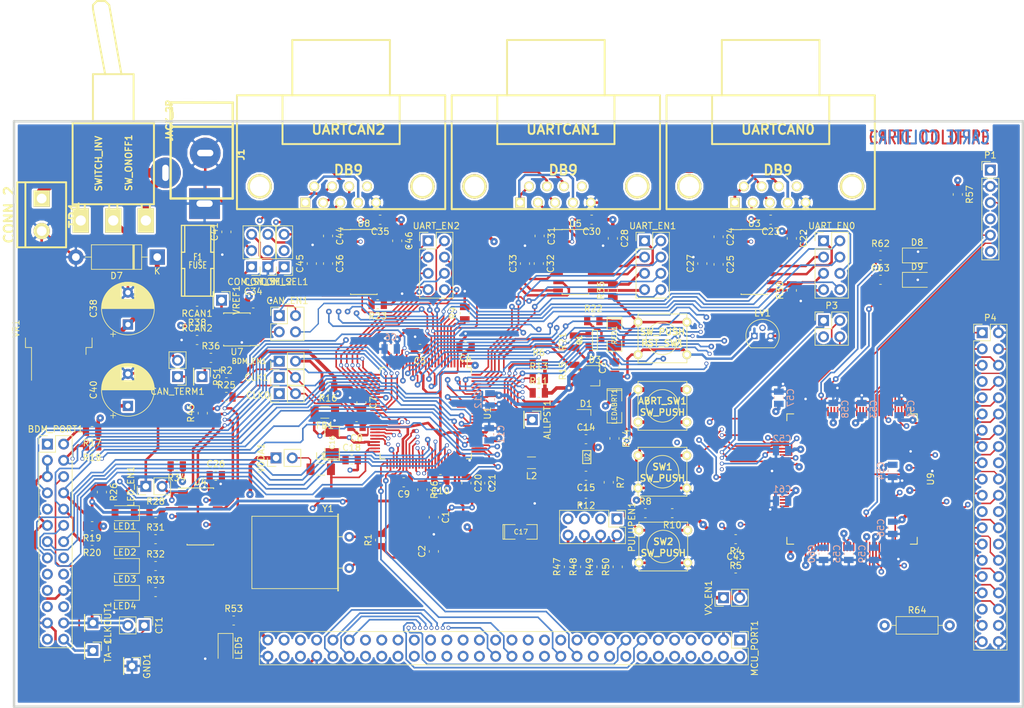
<source format=kicad_pcb>
(kicad_pcb (version 20171130) (host pcbnew "(5.0.0-rc2-221-gd3deaf5ff)")
  (title_block (title "Demo Kicad") (date 2015-10-09) (rev 2))
  (layers (0 Top_layer signal) (1 GND_layer power) (2 VDD_layer power) (31 Bottom_layer signal) (34 B.Paste user) (35 F.Paste user) (36 B.SilkS user) (37 F.SilkS user) (38 B.Mask user) (39 F.Mask user) (44 Edge.Cuts user))
  (net 0 "")
  (net 1 /ALLPST)
  (net 2 /AN2)
  (net 3 /AN3)
  (net 4 /AN4)
  (net 5 /AN6)
  (net 6 /BKPT-)
  (net 7 /CLKIN/EXTAL)
  (net 8 /CLKMOD0)
  (net 9 /CLKMOD1)
  (net 10 /DDAT0)
  (net 11 /DDAT1)
  (net 12 /DDAT2)
  (net 13 /DDAT3)
  (net 14 /DSCLK)
  (net 15 /DSI)
  (net 16 /DSO)
  (net 17 /DTIN1)
  (net 18 /GPT1)
  (net 19 /GPT3)
  (net 20 /IRQ-5)
  (net 21 /IRQ-6)
  (net 22 /IRQ-7)
  (net 23 /JTAG_EN)
  (net 24 /PST0)
  (net 25 /PST1)
  (net 26 /PST2)
  (net 27 /PST3)
  (net 28 /QSPI_CS3)
  (net 29 /TCLK)
  (net 30 /VDDPLL)
  (net 31 /inout_user/CAN_H)
  (net 32 /inout_user/CAN_L)
  (net 33 /inout_user/CTS0)
  (net 34 /inout_user/CTS1)
  (net 35 /inout_user/CTS2/CANH)
  (net 36 /inout_user/RTS0)
  (net 37 /inout_user/RTS1)
  (net 38 /inout_user/RTS2)
  (net 39 /inout_user/RXD0)
  (net 40 /inout_user/RXD1)
  (net 41 /inout_user/RXD2)
  (net 42 /inout_user/RxD_CAN)
  (net 43 /inout_user/TXD0)
  (net 44 /inout_user/TXD1)
  (net 45 /inout_user/TXD2/CANL)
  (net 46 /inout_user/TxD_CAN)
  (net 47 /xilinx/+3,3V_OUT)
  (net 48 /xilinx/LED_TEST1)
  (net 49 /xilinx/LED_TEST2)
  (net 50 /xilinx/TCK)
  (net 51 /xilinx/TDI)
  (net 52 /xilinx/TDO)
  (net 53 /xilinx/TMS)
  (net 54 /xilinx/XIL_D0)
  (net 55 /xilinx/XIL_D1)
  (net 56 /xilinx/XIL_D10)
  (net 57 /xilinx/XIL_D11)
  (net 58 /xilinx/XIL_D12)
  (net 59 /xilinx/XIL_D13)
  (net 60 /xilinx/XIL_D14)
  (net 61 /xilinx/XIL_D15)
  (net 62 /xilinx/XIL_D16)
  (net 63 /xilinx/XIL_D17)
  (net 64 /xilinx/XIL_D18)
  (net 65 /xilinx/XIL_D19)
  (net 66 /xilinx/XIL_D2)
  (net 67 /xilinx/XIL_D20)
  (net 68 /xilinx/XIL_D21)
  (net 69 /xilinx/XIL_D22)
  (net 70 /xilinx/XIL_D23)
  (net 71 /xilinx/XIL_D24)
  (net 72 /xilinx/XIL_D25)
  (net 73 /xilinx/XIL_D26)
  (net 74 /xilinx/XIL_D27)
  (net 75 /xilinx/XIL_D28)
  (net 76 /xilinx/XIL_D29)
  (net 77 /xilinx/XIL_D3)
  (net 78 /xilinx/XIL_D30)
  (net 79 /xilinx/XIL_D31)
  (net 80 /xilinx/XIL_D32)
  (net 81 /xilinx/XIL_D33)
  (net 82 /xilinx/XIL_D34)
  (net 83 /xilinx/XIL_D35)
  (net 84 /xilinx/XIL_D36)
  (net 85 /xilinx/XIL_D4)
  (net 86 /xilinx/XIL_D5)
  (net 87 /xilinx/XIL_D6)
  (net 88 /xilinx/XIL_D7)
  (net 89 /xilinx/XIL_D8)
  (net 90 /xilinx/XIL_D9)
  (net 91 GND)
  (net 92 "Net-(ABRT_SW1-Pad1)")
  (net 93 "Net-(BDM_PORT1-Pad6)")
  (net 94 "Net-(BDM_PORT1-Pad26)")
  (net 95 "Net-(C3-Pad1)")
  (net 96 "Net-(C15-Pad1)")
  (net 97 GNDA)
  (net 98 "Net-(C23-Pad2)")
  (net 99 "Net-(C24-Pad1)")
  (net 100 "Net-(C24-Pad2)")
  (net 101 "Net-(C25-Pad1)")
  (net 102 "Net-(C25-Pad2)")
  (net 103 "Net-(C27-Pad1)")
  (net 104 "Net-(C30-Pad2)")
  (net 105 "Net-(C31-Pad1)")
  (net 106 "Net-(C31-Pad2)")
  (net 107 "Net-(C32-Pad1)")
  (net 108 "Net-(C32-Pad2)")
  (net 109 "Net-(C33-Pad1)")
  (net 110 "Net-(C35-Pad2)")
  (net 111 "Net-(C36-Pad1)")
  (net 112 "Net-(C36-Pad2)")
  (net 113 "Net-(C38-Pad1)")
  (net 114 "Net-(C43-Pad2)")
  (net 115 "Net-(C44-Pad1)")
  (net 116 "Net-(C44-Pad2)")
  (net 117 "Net-(C45-Pad1)")
  (net 118 "Net-(CAN_TERM1-Pad2)")
  (net 119 "Net-(COM_SEL1-Pad3)")
  (net 120 "Net-(COM_SEL2-Pad3)")
  (net 121 "Net-(COM_SEL3-Pad3)")
  (net 122 "Net-(D8-Pad1)")
  (net 123 "Net-(D9-Pad1)")
  (net 124 "Net-(F1-Pad1)")
  (net 125 "Net-(J1-Pad3)")
  (net 126 "Net-(L1-Pad1)")
  (net 127 "Net-(LED1-Pad1)")
  (net 128 "Net-(LED2-Pad1)")
  (net 129 "Net-(LED3-Pad1)")
  (net 130 "Net-(LED4-Pad1)")
  (net 131 "Net-(LED5-Pad1)")
  (net 132 "Net-(LEDABRT1-Pad2)")
  (net 133 "Net-(LED_EN1-Pad2)")
  (net 134 /AN0)
  (net 135 /AN1)
  (net 136 /QSPI_CS0)
  (net 137 /AN5)
  (net 138 /AN7)
  (net 139 /IRQ-4)
  (net 140 /DTIN0)
  (net 141 /DTIN2)
  (net 142 /DTIN3)
  (net 143 /GPT0)
  (net 144 /GPT2)
  (net 145 "Net-(P3-Pad2)")
  (net 146 "Net-(P3-Pad4)")
  (net 147 "Net-(PULUPEN1-Pad2)")
  (net 148 "Net-(PULUPEN1-Pad4)")
  (net 149 "Net-(PULUPEN1-Pad6)")
  (net 150 "Net-(PULUPEN1-Pad8)")
  (net 151 "Net-(Q1-Pad2)")
  (net 152 "Net-(Q1-Pad3)")
  (net 153 "Net-(R9-Pad1)")
  (net 154 "Net-(R22-Pad2)")
  (net 155 "Net-(R23-Pad2)")
  (net 156 "Net-(R28-Pad2)")
  (net 157 "Net-(R30-Pad2)")
  (net 158 "Net-(R31-Pad2)")
  (net 159 "Net-(R32-Pad2)")
  (net 160 "Net-(R33-Pad2)")
  (net 161 "Net-(R35-Pad2)")
  (net 162 "Net-(R36-Pad1)")
  (net 163 "Net-(R46-Pad1)")
  (net 164 "Net-(U3-Pad9)")
  (net 165 "Net-(U3-Pad11)")
  (net 166 "Net-(U3-Pad12)")
  (net 167 "Net-(U5-Pad9)")
  (net 168 "Net-(U5-Pad11)")
  (net 169 "Net-(U5-Pad12)")
  (net 170 "Net-(U7-Pad5)")
  (net 171 "Net-(U8-Pad9)")
  (net 172 "Net-(U8-Pad10)")
  (net 173 "Net-(U8-Pad12)")
  (net 174 "Net-(UARTCAN0-Pad1)")
  (net 175 "Net-(UARTCAN1-Pad1)")
  (net 176 "Net-(UARTCAN2-Pad1)")
  (net 177 +3.3V)
  (net 178 "Net-(D1-Pad1)")
  (net 179 /VCCA)
  (net 180 /IRQ-1)
  (net 181 /IRQ-2)
  (net 182 /IRQ-3)
  (net 183 /XTAL)
  (net 184 /RCON-)
  (net 185 /RSTO-)
  (net 186 /RSTI-)
  (net 187 /QSPI_CS1)
  (net 188 /URTS1)
  (net 189 /UCTS1)
  (net 190 /QSPI_CLK)
  (net 191 /DSPI_DOUT)
  (net 192 /QSPI_DIN)
  (net 193 /QSPI_CS2)
  (net 194 /URXD1)
  (net 195 /UTXD1)
  (net 196 /PWM7)
  (net 197 /PWM5)
  (net 198 /PWM1)
  (net 199 /PWM3)
  (net 200 /URTS2)
  (net 201 /UTXD2)
  (net 202 /URXD2)
  (net 203 /UCTS2)
  (net 204 /CANRX)
  (net 205 /CANTX)
  (net 206 /URTS0)
  (net 207 /UTXD0)
  (net 208 /URXD0)
  (net 209 /UCTS0)
  (net 210 "Net-(SW_ONOFF1-Pad1)")
  (net 211 "Net-(UARTCAN2-Pad9)")
  (net 212 "Net-(UARTCAN0-Pad9)")
  (net 213 "Net-(UARTCAN1-Pad9)")
  (net 214 "Net-(VR1-Pad4)")
  (net 215 "Net-(U9-Pad141)")
  (net 216 "Net-(U9-Pad133)")
  (net 217 "Net-(U9-Pad121)")
  (net 218 "Net-(U9-Pad120)")
  (net 219 "Net-(U9-Pad110)")
  (net 220 "Net-(U9-Pad106)")
  (net 221 "Net-(U9-Pad103)")
  (net 222 "Net-(U9-Pad102)")
  (net 223 "Net-(U9-Pad94)")
  (net 224 "Net-(U9-Pad93)")
  (net 225 "Net-(U9-Pad92)")
  (net 226 "Net-(U9-Pad91)")
  (net 227 "Net-(U9-Pad90)")
  (net 228 "Net-(U9-Pad88)")
  (net 229 "Net-(U9-Pad87)")
  (net 230 "Net-(U9-Pad86)")
  (net 231 "Net-(U9-Pad84)")
  (net 232 "Net-(U9-Pad83)")
  (net 233 "Net-(U9-Pad82)")
  (net 234 "Net-(U9-Pad81)")
  (net 235 "Net-(U9-Pad80)")
  (net 236 "Net-(U9-Pad79)")
  (net 237 "Net-(U9-Pad78)")
  (net 238 "Net-(U9-Pad77)")
  (net 239 "Net-(U9-Pad75)")
  (net 240 "Net-(U9-Pad74)")
  (net 241 "Net-(U9-Pad72)")
  (net 242 "Net-(U9-Pad71)")
  (net 243 "Net-(U9-Pad70)")
  (net 244 "Net-(U9-Pad69)")
  (net 245 "Net-(U9-Pad68)")
  (net 246 "Net-(U9-Pad67)")
  (net 247 "Net-(U9-Pad66)")
  (net 248 "Net-(U9-Pad65)")
  (net 249 "Net-(U9-Pad63)")
  (net 250 "Net-(U9-Pad62)")
  (net 251 "Net-(U9-Pad61)")
  (net 252 "Net-(U9-Pad60)")
  (net 253 "Net-(U9-Pad56)")
  (net 254 "Net-(U9-Pad55)")
  (net 255 "Net-(U9-Pad41)")
  (net 256 "Net-(U9-Pad40)")
  (net 257 "Net-(U9-Pad39)")
  (net 258 "Net-(U9-Pad38)")
  (net 259 "Net-(U9-Pad37)")
  (net 260 "Net-(U9-Pad36)")
  (net 261 "Net-(U9-Pad35)")
  (net 262 "Net-(U9-Pad34)")
  (net 263 "Net-(U9-Pad30)")
  (net 264 "Net-(U9-Pad29)")
  (net 265 "Net-(U9-Pad26)")
  (net 266 "Net-(U9-Pad25)")
  (net 267 "Net-(U9-Pad23)")
  (net 268 "Net-(U9-Pad22)")
  (net 269 "Net-(U9-Pad21)")
  (net 270 "Net-(U9-Pad19)")
  (net 271 "Net-(U9-Pad18)")
  (net 272 "Net-(U9-Pad16)")
  (net 273 "Net-(U9-Pad15)")
  (net 274 "Net-(U9-Pad14)")
  (net 275 "Net-(U9-Pad9)")
  (net 276 "Net-(BDM_PORT1-Pad22)")
  (net 277 "Net-(BDM_PORT1-Pad21)")
  (net 278 "Net-(BDM_PORT1-Pad1)")
  (module Diode_SMD:D_SOT-23_ANK (layer Top_layer) (at 160.401 102.489)
    (fp_text reference D1 (at 0 -2.5) (layer F.SilkS))
    (fp_text value BAT54)
    (pad 1 smd rect (at 1 0) (size 0.9 0.8) (layers Top_layer F.Paste F.Mask) (net 178 "Net-(D1-Pad1)"))
    (pad "" smd rect (at -1 0.95) (size 0.9 0.8) (layers Top_layer F.Paste F.Mask))
    (pad 2 smd rect (at -1 -0.95) (size 0.9 0.8) (layers Top_layer F.Paste F.Mask) (net 22 /IRQ-7))
  )
  (module Diode_SMD:D_SOT-23_ANK (layer Top_layer) (at 161.798 95.631)
    (fp_text reference D3 (at 0 -2.5) (layer F.SilkS))
    (fp_text value BAT54)
    (pad 1 smd rect (at 1 0) (size 0.9 0.8) (layers Top_layer F.Paste F.Mask) (net 95 "Net-(C3-Pad1)"))
    (pad "" smd rect (at -1 0.95) (size 0.9 0.8) (layers Top_layer F.Paste F.Mask))
    (pad 2 smd rect (at -1 -0.95) (size 0.9 0.8) (layers Top_layer F.Paste F.Mask) (net 186 /RSTI-))
  )
  (module Diode_THT:D_DO-15_P12.70mm_Horizontal (layer Top_layer) (at 93.472 77.089 180)
    (fp_text reference D7 (at 6.35 -2.92 180) (layer F.SilkS))
    (fp_text value 1N4004)
    (fp_text user K (at 0 -2.2 180) (layer F.SilkS))
    (pad 2 thru_hole oval (at 12.7 0 180) (size 2.4 2.4) (drill 1.2) (layers *.Cu *.Mask) (net 91 GND))
    (pad 1 thru_hole rect (at 0 0 180) (size 2.4 2.4) (drill 1.2) (layers *.Cu *.Mask) (net 113 "Net-(C38-Pad1)"))
  )
  (module Resistor_THT:R_Axial_DIN0207_L6.3mm_D2.5mm_P10.16mm_Horizontal (layer Top_layer) (at 207.01 134.62)
    (fp_text reference R64 (at 5.08 -2.37) (layer F.SilkS))
    (fp_text value 3,3)
    (pad 2 thru_hole oval (at 10.16 0) (size 1.6 1.6) (drill 0.8) (layers *.Cu *.Mask) (net 47 /xilinx/+3,3V_OUT))
    (pad 1 thru_hole circle (at 0 0) (size 1.6 1.6) (drill 0.8) (layers *.Cu *.Mask) (net 177 +3.3V))
  )
  (module Package_SO:SOIC-8_3.9x4.9mm_P1.27mm (layer Top_layer) (at 105.918 88.392 180)
    (fp_text reference U7 (at 0 -3.5 180) (layer F.SilkS))
    (fp_text value PCA82C251)
    (pad 8 smd rect (at 2.7 -1.905 180) (size 1.55 0.6) (layers Top_layer F.Paste F.Mask) (net 162 "Net-(R36-Pad1)"))
    (pad 7 smd rect (at 2.7 -0.635 180) (size 1.55 0.6) (layers Top_layer F.Paste F.Mask) (net 31 /inout_user/CAN_H))
    (pad 6 smd rect (at 2.7 0.635 180) (size 1.55 0.6) (layers Top_layer F.Paste F.Mask) (net 32 /inout_user/CAN_L))
    (pad 5 smd rect (at 2.7 1.905 180) (size 1.55 0.6) (layers Top_layer F.Paste F.Mask) (net 170 "Net-(U7-Pad5)"))
    (pad 4 smd rect (at -2.7 1.905 180) (size 1.55 0.6) (layers Top_layer F.Paste F.Mask) (net 42 /inout_user/RxD_CAN))
    (pad 3 smd rect (at -2.7 0.635 180) (size 1.55 0.6) (layers Top_layer F.Paste F.Mask) (net 177 +3.3V))
    (pad 2 smd rect (at -2.7 -0.635 180) (size 1.55 0.6) (layers Top_layer F.Paste F.Mask) (net 91 GND))
    (pad 1 smd rect (at -2.7 -1.905 180) (size 1.55 0.6) (layers Top_layer F.Paste F.Mask) (net 46 /inout_user/TxD_CAN))
  )
  (module Package_TO_SOT_SMD:TO-263-5_TabPin3 (layer Top_layer) (at 78.105 88.265 90)
    (fp_text reference VR1 (at 0 -6.65 90) (layer F.SilkS))
    (fp_text value LT1129_QPACK)
    (pad 1 smd rect (at -5.775 -3.4 90) (size 4.6 1.1) (layers Top_layer F.Paste F.Mask) (net 177 +3.3V))
    (pad 2 smd rect (at -5.775 -1.7 90) (size 4.6 1.1) (layers Top_layer F.Paste F.Mask) (net 177 +3.3V))
    (pad 3 smd rect (at -5.775 0 90) (size 4.6 1.1) (layers Top_layer F.Paste F.Mask) (net 91 GND))
    (pad 4 smd rect (at -5.775 1.7 90) (size 4.6 1.1) (layers Top_layer F.Paste F.Mask) (net 214 "Net-(VR1-Pad4)"))
    (pad 5 smd rect (at -5.775 3.4 90) (size 4.6 1.1) (layers Top_layer F.Paste F.Mask) (net 113 "Net-(C38-Pad1)"))
    (pad 3 smd rect (at 3.375 0 90) (size 9.4 10.8) (layers Top_layer F.Mask) (net 91 GND))
  )
  (module Capacitor_THT:CP_Radial_D8.0mm_P5.00mm (layer Top_layer) (at 88.9 100.33 90)
    (fp_text reference C40 (at 2.5 -5.37 90) (layer F.SilkS))
    (fp_text value 220uF)
    (pad 2 thru_hole circle (at 5 0 90) (size 1.6 1.6) (drill 0.8) (layers *.Cu *.Mask) (net 91 GND))
    (pad 1 thru_hole rect (at 0 0 90) (size 1.6 1.6) (drill 0.8) (layers *.Cu *.Mask) (net 177 +3.3V))
  )
  (module Capacitor_THT:CP_Radial_D8.0mm_P5.00mm (layer Top_layer) (at 88.9 87.63 90)
    (fp_text reference C38 (at 2.5 -5.37 90) (layer F.SilkS))
    (fp_text value 10uF)
    (pad 2 thru_hole circle (at 5 0 90) (size 1.6 1.6) (drill 0.8) (layers *.Cu *.Mask) (net 91 GND))
    (pad 1 thru_hole rect (at 0 0 90) (size 1.6 1.6) (drill 0.8) (layers *.Cu *.Mask) (net 113 "Net-(C38-Pad1)"))
  )
  (module Package_SO:SOIC-14_3.9x8.7mm_P1.27mm (layer Top_layer) (at 100.203 117.602)
    (fp_text reference U4 (at 0 -5.375) (layer F.SilkS))
    (fp_text value 74HC125)
    (pad 14 smd rect (at 2.7 -3.81) (size 1.5 0.6) (layers Top_layer F.Paste F.Mask) (net 177 +3.3V))
    (pad 13 smd rect (at 2.7 -2.54) (size 1.5 0.6) (layers Top_layer F.Paste F.Mask) (net 133 "Net-(LED_EN1-Pad2)"))
    (pad 12 smd rect (at 2.7 -1.27) (size 1.5 0.6) (layers Top_layer F.Paste F.Mask) (net 141 /DTIN2))
    (pad 11 smd rect (at 2.7 0) (size 1.5 0.6) (layers Top_layer F.Paste F.Mask) (net 159 "Net-(R32-Pad2)"))
    (pad 10 smd rect (at 2.7 1.27) (size 1.5 0.6) (layers Top_layer F.Paste F.Mask) (net 133 "Net-(LED_EN1-Pad2)"))
    (pad 9 smd rect (at 2.7 2.54) (size 1.5 0.6) (layers Top_layer F.Paste F.Mask) (net 142 /DTIN3))
    (pad 8 smd rect (at 2.7 3.81) (size 1.5 0.6) (layers Top_layer F.Paste F.Mask) (net 160 "Net-(R33-Pad2)"))
    (pad 7 smd rect (at -2.7 3.81) (size 1.5 0.6) (layers Top_layer F.Paste F.Mask) (net 91 GND))
    (pad 6 smd rect (at -2.7 2.54) (size 1.5 0.6) (layers Top_layer F.Paste F.Mask) (net 158 "Net-(R31-Pad2)"))
    (pad 5 smd rect (at -2.7 1.27) (size 1.5 0.6) (layers Top_layer F.Paste F.Mask) (net 17 /DTIN1))
    (pad 4 smd rect (at -2.7 0) (size 1.5 0.6) (layers Top_layer F.Paste F.Mask) (net 133 "Net-(LED_EN1-Pad2)"))
    (pad 3 smd rect (at -2.7 -1.27) (size 1.5 0.6) (layers Top_layer F.Paste F.Mask) (net 156 "Net-(R28-Pad2)"))
    (pad 2 smd rect (at -2.7 -2.54) (size 1.5 0.6) (layers Top_layer F.Paste F.Mask) (net 140 /DTIN0))
    (pad 1 smd rect (at -2.7 -3.81) (size 1.5 0.6) (layers Top_layer F.Paste F.Mask) (net 133 "Net-(LED_EN1-Pad2)"))
  )
  (module LED_SMD:LED_1206_3216Metric (layer Top_layer) (at 88.392 121.158 180)
    (fp_text reference LED2 (at 0 -2.05 180) (layer F.SilkS))
    (fp_text value LED)
    (pad 2 smd rect (at 1.505 0 180) (size 1.07 1.8) (layers Top_layer F.Paste F.Mask) (net 91 GND))
    (pad 1 smd rect (at -1.505 0 180) (size 1.07 1.8) (layers Top_layer F.Paste F.Mask) (net 128 "Net-(LED2-Pad1)"))
  )
  (module LED_SMD:LED_1206_3216Metric (layer Top_layer) (at 88.392 117.094 180)
    (fp_text reference LED1 (at 0 -2.05 180) (layer F.SilkS))
    (fp_text value LED)
    (pad 2 smd rect (at 1.505 0 180) (size 1.07 1.8) (layers Top_layer F.Paste F.Mask) (net 91 GND))
    (pad 1 smd rect (at -1.505 0 180) (size 1.07 1.8) (layers Top_layer F.Paste F.Mask) (net 127 "Net-(LED1-Pad1)"))
  )
  (module LED_SMD:LED_1206_3216Metric (layer Top_layer) (at 212.09 80.645)
    (fp_text reference D9 (at 0 -2.05) (layer F.SilkS))
    (fp_text value LED)
    (pad 2 smd rect (at 1.505 0) (size 1.07 1.8) (layers Top_layer F.Paste F.Mask) (net 91 GND))
    (pad 1 smd rect (at -1.505 0) (size 1.07 1.8) (layers Top_layer F.Paste F.Mask) (net 123 "Net-(D9-Pad1)"))
  )
  (module LED_SMD:LED_1206_3216Metric (layer Top_layer) (at 212.09 76.835)
    (fp_text reference D8 (at 0 -2.05) (layer F.SilkS))
    (fp_text value LED)
    (pad 2 smd rect (at 1.505 0) (size 1.07 1.8) (layers Top_layer F.Paste F.Mask) (net 91 GND))
    (pad 1 smd rect (at -1.505 0) (size 1.07 1.8) (layers Top_layer F.Paste F.Mask) (net 122 "Net-(D8-Pad1)"))
  )
  (module LED_SMD:LED_1206_3216Metric (layer Top_layer) (at 104.14 138.176 270)
    (fp_text reference LED5 (at 0 -2.05 270) (layer F.SilkS))
    (fp_text value LED)
    (pad 2 smd rect (at 1.505 0 270) (size 1.07 1.8) (layers Top_layer F.Paste F.Mask) (net 91 GND))
    (pad 1 smd rect (at -1.505 0 270) (size 1.07 1.8) (layers Top_layer F.Paste F.Mask) (net 131 "Net-(LED5-Pad1)"))
  )
  (module LED_SMD:LED_1206_3216Metric (layer Top_layer) (at 88.392 125.349 180)
    (fp_text reference LED3 (at 0 -2.05 180) (layer F.SilkS))
    (fp_text value LED)
    (pad 2 smd rect (at 1.505 0 180) (size 1.07 1.8) (layers Top_layer F.Paste F.Mask) (net 91 GND))
    (pad 1 smd rect (at -1.505 0 180) (size 1.07 1.8) (layers Top_layer F.Paste F.Mask) (net 129 "Net-(LED3-Pad1)"))
  )
  (module LED_SMD:LED_1206_3216Metric (layer Top_layer) (at 88.392 129.54 180)
    (fp_text reference LED4 (at 0 -2.05 180) (layer F.SilkS))
    (fp_text value LED)
    (pad 2 smd rect (at 1.505 0 180) (size 1.07 1.8) (layers Top_layer F.Paste F.Mask) (net 91 GND))
    (pad 1 smd rect (at -1.505 0 180) (size 1.07 1.8) (layers Top_layer F.Paste F.Mask) (net 130 "Net-(LED4-Pad1)"))
  )
  (module lib_smd:SM1206POL (layer Top_layer) (at 164.846 89.281 270)
    (fp_text reference RED1 (at 0 0 270) (layer F.SilkS) (effects (font (size 0.762 0.762) (thickness 0.127))))
    (fp_text value LED_RESET1 hide)
    (pad 1 smd rect (at -1.651 0 270) (size 1.524 2.032) (layers Top_layer F.Paste F.Mask) (net 154 "Net-(R22-Pad2)"))
    (pad 2 smd rect (at 1.651 0 270) (size 1.524 2.032) (layers Top_layer F.Paste F.Mask) (net 91 GND))
  )
  (module lib_smd:SM1206POL (layer Top_layer) (at 164.846 100.457 270)
    (fp_text reference LEDABRT1 (at 0 0 270) (layer F.SilkS) (effects (font (size 0.762 0.762) (thickness 0.127))))
    (fp_text value RED hide)
    (pad 1 smd rect (at -1.651 0 270) (size 1.524 2.032) (layers Top_layer F.Paste F.Mask) (net 177 +3.3V))
    (pad 2 smd rect (at 1.651 0 270) (size 1.524 2.032) (layers Top_layer F.Paste F.Mask) (net 132 "Net-(LEDABRT1-Pad2)"))
  )
  (module lib_smd:SM1206POL (layer Top_layer) (at 150.241 120.015)
    (fp_text reference C17 (at 0 0) (layer F.SilkS) (effects (font (size 0.762 0.762) (thickness 0.127))))
    (fp_text value 100uF hide)
    (pad 1 smd rect (at -1.651 0) (size 1.524 2.032) (layers Top_layer F.Paste F.Mask) (net 177 +3.3V))
    (pad 2 smd rect (at 1.651 0) (size 1.524 2.032) (layers Top_layer F.Paste F.Mask) (net 91 GND))
  )
  (module lib_smd:SM1206POL (layer Top_layer) (at 120.777 106.045 90)
    (fp_text reference C16 (at 0 0 90) (layer F.SilkS) (effects (font (size 0.762 0.762) (thickness 0.127))))
    (fp_text value 10uF hide)
    (pad 1 smd rect (at -1.651 0 90) (size 1.524 2.032) (layers Top_layer F.Paste F.Mask) (net 179 /VCCA))
    (pad 2 smd rect (at 1.651 0 90) (size 1.524 2.032) (layers Top_layer F.Paste F.Mask) (net 97 GNDA))
  )
  (module Connector_PinHeader_2.54mm:PinHeader_1x01_P2.54mm_Vertical (layer Top_layer) (at 152.019 102.489 270)
    (fp_text reference ALLPST1 (at 0 -2.33 270) (layer F.SilkS))
    (fp_text value CONN_1)
    (pad 1 thru_hole rect (at 0 0 270) (size 1.7 1.7) (drill 1) (layers *.Cu *.Mask) (net 1 /ALLPST))
  )
  (module Connector_PinHeader_2.54mm:PinHeader_1x01_P2.54mm_Vertical (layer Top_layer) (at 83.439 134.239 270)
    (fp_text reference CLKOUT1 (at 0 -2.33 270) (layer F.SilkS))
    (fp_text value CONN_1)
    (pad 1 thru_hole rect (at 0 0 270) (size 1.7 1.7) (drill 1) (layers *.Cu *.Mask) (net 29 /TCLK))
  )
  (module Connector_PinHeader_2.54mm:PinHeader_1x01_P2.54mm_Vertical (layer Top_layer) (at 89.535 140.97 270)
    (fp_text reference GND1 (at 0 -2.33 270) (layer F.SilkS))
    (fp_text value CONN_1)
    (pad 1 thru_hole rect (at 0 0 270) (size 1.7 1.7) (drill 1) (layers *.Cu *.Mask) (net 91 GND))
  )
  (module Connector_PinHeader_2.54mm:PinHeader_1x01_P2.54mm_Vertical (layer Top_layer) (at 100.457 95.758 270)
    (fp_text reference RS1 (at 0 -2.33 270) (layer F.SilkS))
    (fp_text value CONN_1)
    (pad 1 thru_hole rect (at 0 0 270) (size 1.7 1.7) (drill 1) (layers *.Cu *.Mask) (net 162 "Net-(R36-Pad1)"))
  )
  (module Connector_PinHeader_2.54mm:PinHeader_1x01_P2.54mm_Vertical (layer Top_layer) (at 83.439 138.557 270)
    (fp_text reference TA-1 (at 0 -2.33 270) (layer F.SilkS))
    (fp_text value CONN_1)
    (pad 1 thru_hole rect (at 0 0 270) (size 1.7 1.7) (drill 1) (layers *.Cu *.Mask) (net 94 "Net-(BDM_PORT1-Pad26)"))
  )
  (module Connector_PinHeader_2.54mm:PinHeader_1x01_P2.54mm_Vertical (layer Top_layer) (at 103.505 83.82 270)
    (fp_text reference VREF1 (at 0 -2.33 270) (layer F.SilkS))
    (fp_text value CONN_1)
    (pad 1 thru_hole rect (at 0 0 270) (size 1.7 1.7) (drill 1) (layers *.Cu *.Mask) (net 170 "Net-(U7-Pad5)"))
  )
  (module Package_QFP:LQFP-100_14x14mm_P0.5mm (layer Top_layer) (at 135.382 101.473 270)
    (fp_text reference U1 (at 0 -9.65 270) (layer F.SilkS))
    (fp_text value MCF5213-LQFP100)
    (pad 100 smd rect (at -6 -7.9) (size 1.5 0.28) (layers Top_layer F.Paste F.Mask) (net 194 /URXD1))
    (pad 99 smd rect (at -5.5 -7.9) (size 1.5 0.28) (layers Top_layer F.Paste F.Mask) (net 195 /UTXD1))
    (pad 98 smd rect (at -5 -7.9) (size 1.5 0.28) (layers Top_layer F.Paste F.Mask) (net 189 /UCTS1))
    (pad 97 smd rect (at -4.5 -7.9) (size 1.5 0.28) (layers Top_layer F.Paste F.Mask) (net 185 /RSTO-))
    (pad 96 smd rect (at -4 -7.9) (size 1.5 0.28) (layers Top_layer F.Paste F.Mask) (net 186 /RSTI-))
    (pad 95 smd rect (at -3.5 -7.9) (size 1.5 0.28) (layers Top_layer F.Paste F.Mask) (net 22 /IRQ-7))
    (pad 94 smd rect (at -3 -7.9) (size 1.5 0.28) (layers Top_layer F.Paste F.Mask) (net 21 /IRQ-6))
    (pad 93 smd rect (at -2.5 -7.9) (size 1.5 0.28) (layers Top_layer F.Paste F.Mask) (net 177 +3.3V))
    (pad 92 smd rect (at -2 -7.9) (size 1.5 0.28) (layers Top_layer F.Paste F.Mask) (net 91 GND))
    (pad 91 smd rect (at -1.5 -7.9) (size 1.5 0.28) (layers Top_layer F.Paste F.Mask) (net 20 /IRQ-5))
    (pad 90 smd rect (at -1 -7.9) (size 1.5 0.28) (layers Top_layer F.Paste F.Mask) (net 139 /IRQ-4))
    (pad 89 smd rect (at -0.5 -7.9) (size 1.5 0.28) (layers Top_layer F.Paste F.Mask) (net 182 /IRQ-3))
    (pad 88 smd rect (at 0 -7.9) (size 1.5 0.28) (layers Top_layer F.Paste F.Mask) (net 181 /IRQ-2))
    (pad 87 smd rect (at 0.5 -7.9) (size 1.5 0.28) (layers Top_layer F.Paste F.Mask) (net 180 /IRQ-1))
    (pad 86 smd rect (at 1 -7.9) (size 1.5 0.28) (layers Top_layer F.Paste F.Mask) (net 1 /ALLPST))
    (pad 85 smd rect (at 1.5 -7.9) (size 1.5 0.28) (layers Top_layer F.Paste F.Mask) (net 14 /DSCLK))
    (pad 84 smd rect (at 2 -7.9) (size 1.5 0.28) (layers Top_layer F.Paste F.Mask) (net 13 /DDAT3))
    (pad 83 smd rect (at 2.5 -7.9) (size 1.5 0.28) (layers Top_layer F.Paste F.Mask) (net 12 /DDAT2))
    (pad 82 smd rect (at 3 -7.9) (size 1.5 0.28) (layers Top_layer F.Paste F.Mask) (net 91 GND))
    (pad 81 smd rect (at 3.5 -7.9) (size 1.5 0.28) (layers Top_layer F.Paste F.Mask) (net 177 +3.3V))
    (pad 80 smd rect (at 4 -7.9) (size 1.5 0.28) (layers Top_layer F.Paste F.Mask) (net 16 /DSO))
    (pad 79 smd rect (at 4.5 -7.9) (size 1.5 0.28) (layers Top_layer F.Paste F.Mask) (net 15 /DSI))
    (pad 78 smd rect (at 5 -7.9) (size 1.5 0.28) (layers Top_layer F.Paste F.Mask) (net 11 /DDAT1))
    (pad 77 smd rect (at 5.5 -7.9) (size 1.5 0.28) (layers Top_layer F.Paste F.Mask) (net 10 /DDAT0))
    (pad 76 smd rect (at 6 -7.9) (size 1.5 0.28) (layers Top_layer F.Paste F.Mask) (net 6 /BKPT-))
    (pad 75 smd rect (at 7.9 -6 270) (size 1.5 0.28) (layers Top_layer F.Paste F.Mask) (net 91 GND))
    (pad 74 smd rect (at 7.9 -5.5 270) (size 1.5 0.28) (layers Top_layer F.Paste F.Mask) (net 30 /VDDPLL))
    (pad 73 smd rect (at 7.9 -5 270) (size 1.5 0.28) (layers Top_layer F.Paste F.Mask) (net 7 /CLKIN/EXTAL))
    (pad 72 smd rect (at 7.9 -4.5 270) (size 1.5 0.28) (layers Top_layer F.Paste F.Mask) (net 183 /XTAL))
    (pad 71 smd rect (at 7.9 -4 270) (size 1.5 0.28) (layers Top_layer F.Paste F.Mask) (net 91 GND))
    (pad 70 smd rect (at 7.9 -3.5 270) (size 1.5 0.28) (layers Top_layer F.Paste F.Mask) (net 27 /PST3))
    (pad 69 smd rect (at 7.9 -3 270) (size 1.5 0.28) (layers Top_layer F.Paste F.Mask) (net 26 /PST2))
    (pad 68 smd rect (at 7.9 -2.5 270) (size 1.5 0.28) (layers Top_layer F.Paste F.Mask) (net 177 +3.3V))
    (pad 67 smd rect (at 7.9 -2 270) (size 1.5 0.28) (layers Top_layer F.Paste F.Mask) (net 91 GND))
    (pad 66 smd rect (at 7.9 -1.5 270) (size 1.5 0.28) (layers Top_layer F.Paste F.Mask) (net 25 /PST1))
    (pad 65 smd rect (at 7.9 -1 270) (size 1.5 0.28) (layers Top_layer F.Paste F.Mask) (net 24 /PST0))
    (pad 64 smd rect (at 7.9 -0.5 270) (size 1.5 0.28) (layers Top_layer F.Paste F.Mask) (net 163 "Net-(R46-Pad1)"))
    (pad 63 smd rect (at 7.9 0 270) (size 1.5 0.28) (layers Top_layer F.Paste F.Mask) (net 196 /PWM7))
    (pad 62 smd rect (at 7.9 0.5 270) (size 1.5 0.28) (layers Top_layer F.Paste F.Mask) (net 19 /GPT3))
    (pad 61 smd rect (at 7.9 1 270) (size 1.5 0.28) (layers Top_layer F.Paste F.Mask) (net 144 /GPT2))
    (pad 60 smd rect (at 7.9 1.5 270) (size 1.5 0.28) (layers Top_layer F.Paste F.Mask) (net 197 /PWM5))
    (pad 59 smd rect (at 7.9 2 270) (size 1.5 0.28) (layers Top_layer F.Paste F.Mask) (net 18 /GPT1))
    (pad 58 smd rect (at 7.9 2.5 270) (size 1.5 0.28) (layers Top_layer F.Paste F.Mask) (net 143 /GPT0))
    (pad 57 smd rect (at 7.9 3 270) (size 1.5 0.28) (layers Top_layer F.Paste F.Mask) (net 177 +3.3V))
    (pad 56 smd rect (at 7.9 3.5 270) (size 1.5 0.28) (layers Top_layer F.Paste F.Mask) (net 91 GND))
    (pad 55 smd rect (at 7.9 4 270) (size 1.5 0.28) (layers Top_layer F.Paste F.Mask) (net 177 +3.3V))
    (pad 54 smd rect (at 7.9 4.5 270) (size 1.5 0.28) (layers Top_layer F.Paste F.Mask) (net 4 /AN4))
    (pad 53 smd rect (at 7.9 5 270) (size 1.5 0.28) (layers Top_layer F.Paste F.Mask) (net 137 /AN5))
    (pad 52 smd rect (at 7.9 5.5 270) (size 1.5 0.28) (layers Top_layer F.Paste F.Mask) (net 5 /AN6))
    (pad 51 smd rect (at 7.9 6 270) (size 1.5 0.28) (layers Top_layer F.Paste F.Mask) (net 138 /AN7))
    (pad 50 smd rect (at 6 7.9) (size 1.5 0.28) (layers Top_layer F.Paste F.Mask) (net 179 /VCCA))
    (pad 49 smd rect (at 5.5 7.9) (size 1.5 0.28) (layers Top_layer F.Paste F.Mask) (net 179 /VCCA))
    (pad 48 smd rect (at 5 7.9) (size 1.5 0.28) (layers Top_layer F.Paste F.Mask) (net 97 GNDA))
    (pad 47 smd rect (at 4.5 7.9) (size 1.5 0.28) (layers Top_layer F.Paste F.Mask) (net 97 GNDA))
    (pad 46 smd rect (at 4 7.9) (size 1.5 0.28) (layers Top_layer F.Paste F.Mask) (net 3 /AN3))
    (pad 45 smd rect (at 3.5 7.9) (size 1.5 0.28) (layers Top_layer F.Paste F.Mask) (net 2 /AN2))
    (pad 44 smd rect (at 3 7.9) (size 1.5 0.28) (layers Top_layer F.Paste F.Mask) (net 135 /AN1))
    (pad 43 smd rect (at 2.5 7.9) (size 1.5 0.28) (layers Top_layer F.Paste F.Mask) (net 134 /AN0))
    (pad 42 smd rect (at 2 7.9) (size 1.5 0.28) (layers Top_layer F.Paste F.Mask) (net 91 GND))
    (pad 41 smd rect (at 1.5 7.9) (size 1.5 0.28) (layers Top_layer F.Paste F.Mask) (net 177 +3.3V))
    (pad 40 smd rect (at 1 7.9) (size 1.5 0.28) (layers Top_layer F.Paste F.Mask) (net 8 /CLKMOD0))
    (pad 39 smd rect (at 0.5 7.9) (size 1.5 0.28) (layers Top_layer F.Paste F.Mask) (net 9 /CLKMOD1))
    (pad 38 smd rect (at 0 7.9) (size 1.5 0.28) (layers Top_layer F.Paste F.Mask) (net 198 /PWM1))
    (pad 37 smd rect (at -0.5 7.9) (size 1.5 0.28) (layers Top_layer F.Paste F.Mask) (net 17 /DTIN1))
    (pad 36 smd rect (at -1 7.9) (size 1.5 0.28) (layers Top_layer F.Paste F.Mask) (net 140 /DTIN0))
    (pad 35 smd rect (at -1.5 7.9) (size 1.5 0.28) (layers Top_layer F.Paste F.Mask) (net 91 GND))
    (pad 34 smd rect (at -2 7.9) (size 1.5 0.28) (layers Top_layer F.Paste F.Mask) (net 177 +3.3V))
    (pad 33 smd rect (at -2.5 7.9) (size 1.5 0.28) (layers Top_layer F.Paste F.Mask) (net 199 /PWM3))
    (pad 32 smd rect (at -3 7.9) (size 1.5 0.28) (layers Top_layer F.Paste F.Mask) (net 142 /DTIN3))
    (pad 31 smd rect (at -3.5 7.9) (size 1.5 0.28) (layers Top_layer F.Paste F.Mask) (net 141 /DTIN2))
    (pad 30 smd rect (at -4 7.9) (size 1.5 0.28) (layers Top_layer F.Paste F.Mask) (net 200 /URTS2))
    (pad 29 smd rect (at -4.5 7.9) (size 1.5 0.28) (layers Top_layer F.Paste F.Mask) (net 201 /UTXD2))
    (pad 28 smd rect (at -5 7.9) (size 1.5 0.28) (layers Top_layer F.Paste F.Mask) (net 202 /URXD2))
    (pad 27 smd rect (at -5.5 7.9) (size 1.5 0.28) (layers Top_layer F.Paste F.Mask) (net 203 /UCTS2))
    (pad 26 smd rect (at -6 7.9) (size 1.5 0.28) (layers Top_layer F.Paste F.Mask) (net 23 /JTAG_EN))
    (pad 25 smd rect (at -7.9 6 270) (size 1.5 0.28) (layers Top_layer F.Paste F.Mask) (net 91 GND))
    (pad 24 smd rect (at -7.9 5.5 270) (size 1.5 0.28) (layers Top_layer F.Paste F.Mask) (net 91 GND))
    (pad 23 smd rect (at -7.9 5 270) (size 1.5 0.28) (layers Top_layer F.Paste F.Mask) (net 177 +3.3V))
    (pad 22 smd rect (at -7.9 4.5 270) (size 1.5 0.28) (layers Top_layer F.Paste F.Mask) (net 177 +3.3V))
    (pad 21 smd rect (at -7.9 4 270) (size 1.5 0.28) (layers Top_layer F.Paste F.Mask) (net 184 /RCON-))
    (pad 20 smd rect (at -7.9 3.5 270) (size 1.5 0.28) (layers Top_layer F.Paste F.Mask) (net 136 /QSPI_CS0))
    (pad 19 smd rect (at -7.9 3 270) (size 1.5 0.28) (layers Top_layer F.Paste F.Mask) (net 187 /QSPI_CS1))
    (pad 18 smd rect (at -7.9 2.5 270) (size 1.5 0.28) (layers Top_layer F.Paste F.Mask) (net 190 /QSPI_CLK))
    (pad 17 smd rect (at -7.9 2 270) (size 1.5 0.28) (layers Top_layer F.Paste F.Mask) (net 191 /DSPI_DOUT))
    (pad 16 smd rect (at -7.9 1.5 270) (size 1.5 0.28) (layers Top_layer F.Paste F.Mask) (net 192 /QSPI_DIN))
    (pad 15 smd rect (at -7.9 1 270) (size 1.5 0.28) (layers Top_layer F.Paste F.Mask) (net 91 GND))
    (pad 14 smd rect (at -7.9 0.5 270) (size 1.5 0.28) (layers Top_layer F.Paste F.Mask) (net 177 +3.3V))
    (pad 13 smd rect (at -7.9 0 270) (size 1.5 0.28) (layers Top_layer F.Paste F.Mask) (net 193 /QSPI_CS2))
    (pad 12 smd rect (at -7.9 -0.5 270) (size 1.5 0.28) (layers Top_layer F.Paste F.Mask) (net 28 /QSPI_CS3))
    (pad 11 smd rect (at -7.9 -1 270) (size 1.5 0.28) (layers Top_layer F.Paste F.Mask) (net 204 /CANRX))
    (pad 10 smd rect (at -7.9 -1.5 270) (size 1.5 0.28) (layers Top_layer F.Paste F.Mask) (net 205 /CANTX))
    (pad 9 smd rect (at -7.9 -2 270) (size 1.5 0.28) (layers Top_layer F.Paste F.Mask) (net 206 /URTS0))
    (pad 8 smd rect (at -7.9 -2.5 270) (size 1.5 0.28) (layers Top_layer F.Paste F.Mask) (net 207 /UTXD0))
    (pad 7 smd rect (at -7.9 -3 270) (size 1.5 0.28) (layers Top_layer F.Paste F.Mask) (net 208 /URXD0))
    (pad 6 smd rect (at -7.9 -3.5 270) (size 1.5 0.28) (layers Top_layer F.Paste F.Mask) (net 209 /UCTS0))
    (pad 5 smd rect (at -7.9 -4 270) (size 1.5 0.28) (layers Top_layer F.Paste F.Mask) (net 153 "Net-(R9-Pad1)"))
    (pad 4 smd rect (at -7.9 -4.5 270) (size 1.5 0.28) (layers Top_layer F.Paste F.Mask) (net 188 /URTS1))
    (pad 3 smd rect (at -7.9 -5 270) (size 1.5 0.28) (layers Top_layer F.Paste F.Mask) (net 91 GND))
    (pad 2 smd rect (at -7.9 -5.5 270) (size 1.5 0.28) (layers Top_layer F.Paste F.Mask) (net 177 +3.3V))
    (pad 1 smd rect (at -7.9 -6 270) (size 1.5 0.28) (layers Top_layer F.Paste F.Mask) (net 177 +3.3V))
  )
  (module Resistor_SMD:R_1206_3216Metric_Pad1.24x1.80mm_HandSolder (layer Top_layer) (at 119.634 101.346 180)
    (fp_text reference FB1 (at 0 -2.05 180) (layer F.SilkS))
    (fp_text value BEAD)
    (pad 2 smd rect (at 1.5925 0 180) (size 1.245 1.8) (layers Top_layer F.Paste F.Mask) (net 97 GNDA))
    (pad 1 smd rect (at -1.5925 0 180) (size 1.245 1.8) (layers Top_layer F.Paste F.Mask) (net 91 GND))
  )
  (module Resistor_SMD:R_1206_3216Metric_Pad1.24x1.80mm_HandSolder (layer Top_layer) (at 118.999 110.236)
    (fp_text reference L1 (at 0 -2.05) (layer F.SilkS))
    (fp_text value 10uH)
    (pad 2 smd rect (at 1.5925 0) (size 1.245 1.8) (layers Top_layer F.Paste F.Mask) (net 179 /VCCA))
    (pad 1 smd rect (at -1.5925 0) (size 1.245 1.8) (layers Top_layer F.Paste F.Mask) (net 126 "Net-(L1-Pad1)"))
  )
  (module Resistor_SMD:R_1206_3216Metric_Pad1.24x1.80mm_HandSolder (layer Top_layer) (at 151.892 109.22 180)
    (fp_text reference L2 (at 0 -2.05 180) (layer F.SilkS))
    (fp_text value 10uH)
    (pad 2 smd rect (at 1.5925 0 180) (size 1.245 1.8) (layers Top_layer F.Paste F.Mask) (net 30 /VDDPLL))
    (pad 1 smd rect (at -1.5925 0 180) (size 1.245 1.8) (layers Top_layer F.Paste F.Mask) (net 177 +3.3V))
  )
  (module TO_SOT_Packages_THT:TO-92_Molded_Narrow (layer Top_layer) (at 186.69 89.408)
    (fp_text reference LV1 (at 1.27 -3.56) (layer F.SilkS))
    (fp_text value DS1818)
    (pad 2 thru_hole circle (at 1.27 -1.27 90) (size 1 1) (drill 0.6) (layers *.Cu *.Mask) (net 177 +3.3V))
    (pad 3 thru_hole circle (at 2.54 0 90) (size 1 1) (drill 0.6) (layers *.Cu *.Mask) (net 91 GND))
    (pad 1 thru_hole rect (at 0 0 90) (size 1 1) (drill 0.6) (layers *.Cu *.Mask) (net 95 "Net-(C3-Pad1)"))
  )
  (module Package_QFP:TQFP-144_20x20mm_P0.5mm (layer Top_layer) (at 201.93 111.76 270)
    (fp_text reference U9 (at 0 -12.275 270) (layer F.SilkS))
    (fp_text value XCR3256-TQ144)
    (pad 144 smd rect (at -8.75 -10.55) (size 1.45 0.25) (layers Top_layer F.Paste F.Mask) (net 177 +3.3V))
    (pad 143 smd rect (at -8.25 -10.55) (size 1.45 0.25) (layers Top_layer F.Paste F.Mask) (net 86 /xilinx/XIL_D5))
    (pad 142 smd rect (at -7.75 -10.55) (size 1.45 0.25) (layers Top_layer F.Paste F.Mask) (net 71 /xilinx/XIL_D24))
    (pad 141 smd rect (at -7.25 -10.55) (size 1.45 0.25) (layers Top_layer F.Paste F.Mask) (net 215 "Net-(U9-Pad141)"))
    (pad 140 smd rect (at -6.75 -10.55) (size 1.45 0.25) (layers Top_layer F.Paste F.Mask) (net 87 /xilinx/XIL_D6))
    (pad 139 smd rect (at -6.25 -10.55) (size 1.45 0.25) (layers Top_layer F.Paste F.Mask) (net 72 /xilinx/XIL_D25))
    (pad 138 smd rect (at -5.75 -10.55) (size 1.45 0.25) (layers Top_layer F.Paste F.Mask) (net 88 /xilinx/XIL_D7))
    (pad 137 smd rect (at -5.25 -10.55) (size 1.45 0.25) (layers Top_layer F.Paste F.Mask) (net 73 /xilinx/XIL_D26))
    (pad 136 smd rect (at -4.75 -10.55) (size 1.45 0.25) (layers Top_layer F.Paste F.Mask) (net 89 /xilinx/XIL_D8))
    (pad 135 smd rect (at -4.25 -10.55) (size 1.45 0.25) (layers Top_layer F.Paste F.Mask) (net 91 GND))
    (pad 134 smd rect (at -3.75 -10.55) (size 1.45 0.25) (layers Top_layer F.Paste F.Mask) (net 74 /xilinx/XIL_D27))
    (pad 133 smd rect (at -3.25 -10.55) (size 1.45 0.25) (layers Top_layer F.Paste F.Mask) (net 216 "Net-(U9-Pad133)"))
    (pad 132 smd rect (at -2.75 -10.55) (size 1.45 0.25) (layers Top_layer F.Paste F.Mask) (net 75 /xilinx/XIL_D28))
    (pad 131 smd rect (at -2.25 -10.55) (size 1.45 0.25) (layers Top_layer F.Paste F.Mask) (net 90 /xilinx/XIL_D9))
    (pad 130 smd rect (at -1.75 -10.55) (size 1.45 0.25) (layers Top_layer F.Paste F.Mask) (net 177 +3.3V))
    (pad 129 smd rect (at -1.25 -10.55) (size 1.45 0.25) (layers Top_layer F.Paste F.Mask) (net 91 GND))
    (pad 128 smd rect (at -0.75 -10.55) (size 1.45 0.25) (layers Top_layer F.Paste F.Mask) (net 183 /XTAL))
    (pad 127 smd rect (at -0.25 -10.55) (size 1.45 0.25) (layers Top_layer F.Paste F.Mask) (net 91 GND))
    (pad 126 smd rect (at 0.25 -10.55) (size 1.45 0.25) (layers Top_layer F.Paste F.Mask) (net 91 GND))
    (pad 125 smd rect (at 0.75 -10.55) (size 1.45 0.25) (layers Top_layer F.Paste F.Mask) (net 91 GND))
    (pad 124 smd rect (at 1.25 -10.55) (size 1.45 0.25) (layers Top_layer F.Paste F.Mask) (net 91 GND))
    (pad 123 smd rect (at 1.75 -10.55) (size 1.45 0.25) (layers Top_layer F.Paste F.Mask) (net 177 +3.3V))
    (pad 122 smd rect (at 2.25 -10.55) (size 1.45 0.25) (layers Top_layer F.Paste F.Mask) (net 56 /xilinx/XIL_D10))
    (pad 121 smd rect (at 2.75 -10.55) (size 1.45 0.25) (layers Top_layer F.Paste F.Mask) (net 217 "Net-(U9-Pad121)"))
    (pad 120 smd rect (at 3.25 -10.55) (size 1.45 0.25) (layers Top_layer F.Paste F.Mask) (net 218 "Net-(U9-Pad120)"))
    (pad 119 smd rect (at 3.75 -10.55) (size 1.45 0.25) (layers Top_layer F.Paste F.Mask) (net 57 /xilinx/XIL_D11))
    (pad 118 smd rect (at 4.25 -10.55) (size 1.45 0.25) (layers Top_layer F.Paste F.Mask) (net 78 /xilinx/XIL_D30))
    (pad 117 smd rect (at 4.75 -10.55) (size 1.45 0.25) (layers Top_layer F.Paste F.Mask) (net 76 /xilinx/XIL_D29))
    (pad 116 smd rect (at 5.25 -10.55) (size 1.45 0.25) (layers Top_layer F.Paste F.Mask) (net 79 /xilinx/XIL_D31))
    (pad 115 smd rect (at 5.75 -10.55) (size 1.45 0.25) (layers Top_layer F.Paste F.Mask) (net 177 +3.3V))
    (pad 114 smd rect (at 6.25 -10.55) (size 1.45 0.25) (layers Top_layer F.Paste F.Mask) (net 58 /xilinx/XIL_D12))
    (pad 113 smd rect (at 6.75 -10.55) (size 1.45 0.25) (layers Top_layer F.Paste F.Mask) (net 82 /xilinx/XIL_D34))
    (pad 112 smd rect (at 7.25 -10.55) (size 1.45 0.25) (layers Top_layer F.Paste F.Mask) (net 81 /xilinx/XIL_D33))
    (pad 111 smd rect (at 7.75 -10.55) (size 1.45 0.25) (layers Top_layer F.Paste F.Mask) (net 59 /xilinx/XIL_D13))
    (pad 110 smd rect (at 8.25 -10.55) (size 1.45 0.25) (layers Top_layer F.Paste F.Mask) (net 219 "Net-(U9-Pad110)"))
    (pad 109 smd rect (at 8.75 -10.55) (size 1.45 0.25) (layers Top_layer F.Paste F.Mask) (net 60 /xilinx/XIL_D14))
    (pad 108 smd rect (at 10.55 -8.75 270) (size 1.45 0.25) (layers Top_layer F.Paste F.Mask) (net 61 /xilinx/XIL_D15))
    (pad 107 smd rect (at 10.55 -8.25 270) (size 1.45 0.25) (layers Top_layer F.Paste F.Mask) (net 83 /xilinx/XIL_D35))
    (pad 106 smd rect (at 10.55 -7.75 270) (size 1.45 0.25) (layers Top_layer F.Paste F.Mask) (net 220 "Net-(U9-Pad106)"))
    (pad 105 smd rect (at 10.55 -7.25 270) (size 1.45 0.25) (layers Top_layer F.Paste F.Mask) (net 91 GND))
    (pad 104 smd rect (at 10.55 -6.75 270) (size 1.45 0.25) (layers Top_layer F.Paste F.Mask) (net 52 /xilinx/TDO))
    (pad 103 smd rect (at 10.55 -6.25 270) (size 1.45 0.25) (layers Top_layer F.Paste F.Mask) (net 221 "Net-(U9-Pad103)"))
    (pad 102 smd rect (at 10.55 -5.75 270) (size 1.45 0.25) (layers Top_layer F.Paste F.Mask) (net 222 "Net-(U9-Pad102)"))
    (pad 101 smd rect (at 10.55 -5.25 270) (size 1.45 0.25) (layers Top_layer F.Paste F.Mask) (net 63 /xilinx/XIL_D17))
    (pad 100 smd rect (at 10.55 -4.75 270) (size 1.45 0.25) (layers Top_layer F.Paste F.Mask) (net 62 /xilinx/XIL_D16))
    (pad 99 smd rect (at 10.55 -4.25 270) (size 1.45 0.25) (layers Top_layer F.Paste F.Mask) (net 84 /xilinx/XIL_D36))
    (pad 98 smd rect (at 10.55 -3.75 270) (size 1.45 0.25) (layers Top_layer F.Paste F.Mask) (net 80 /xilinx/XIL_D32))
    (pad 97 smd rect (at 10.55 -3.25 270) (size 1.45 0.25) (layers Top_layer F.Paste F.Mask) (net 64 /xilinx/XIL_D18))
    (pad 96 smd rect (at 10.55 -2.75 270) (size 1.45 0.25) (layers Top_layer F.Paste F.Mask) (net 65 /xilinx/XIL_D19))
    (pad 95 smd rect (at 10.55 -2.25 270) (size 1.45 0.25) (layers Top_layer F.Paste F.Mask) (net 177 +3.3V))
    (pad 94 smd rect (at 10.55 -1.75 270) (size 1.45 0.25) (layers Top_layer F.Paste F.Mask) (net 223 "Net-(U9-Pad94)"))
    (pad 93 smd rect (at 10.55 -1.25 270) (size 1.45 0.25) (layers Top_layer F.Paste F.Mask) (net 224 "Net-(U9-Pad93)"))
    (pad 92 smd rect (at 10.55 -0.75 270) (size 1.45 0.25) (layers Top_layer F.Paste F.Mask) (net 225 "Net-(U9-Pad92)"))
    (pad 91 smd rect (at 10.55 -0.25 270) (size 1.45 0.25) (layers Top_layer F.Paste F.Mask) (net 226 "Net-(U9-Pad91)"))
    (pad 90 smd rect (at 10.55 0.25 270) (size 1.45 0.25) (layers Top_layer F.Paste F.Mask) (net 227 "Net-(U9-Pad90)"))
    (pad 89 smd rect (at 10.55 0.75 270) (size 1.45 0.25) (layers Top_layer F.Paste F.Mask) (net 50 /xilinx/TCK))
    (pad 88 smd rect (at 10.55 1.25 270) (size 1.45 0.25) (layers Top_layer F.Paste F.Mask) (net 228 "Net-(U9-Pad88)"))
    (pad 87 smd rect (at 10.55 1.75 270) (size 1.45 0.25) (layers Top_layer F.Paste F.Mask) (net 229 "Net-(U9-Pad87)"))
    (pad 86 smd rect (at 10.55 2.25 270) (size 1.45 0.25) (layers Top_layer F.Paste F.Mask) (net 230 "Net-(U9-Pad86)"))
    (pad 85 smd rect (at 10.55 2.75 270) (size 1.45 0.25) (layers Top_layer F.Paste F.Mask) (net 91 GND))
    (pad 84 smd rect (at 10.55 3.25 270) (size 1.45 0.25) (layers Top_layer F.Paste F.Mask) (net 231 "Net-(U9-Pad84)"))
    (pad 83 smd rect (at 10.55 3.75 270) (size 1.45 0.25) (layers Top_layer F.Paste F.Mask) (net 232 "Net-(U9-Pad83)"))
    (pad 82 smd rect (at 10.55 4.25 270) (size 1.45 0.25) (layers Top_layer F.Paste F.Mask) (net 233 "Net-(U9-Pad82)"))
    (pad 81 smd rect (at 10.55 4.75 270) (size 1.45 0.25) (layers Top_layer F.Paste F.Mask) (net 234 "Net-(U9-Pad81)"))
    (pad 80 smd rect (at 10.55 5.25 270) (size 1.45 0.25) (layers Top_layer F.Paste F.Mask) (net 235 "Net-(U9-Pad80)"))
    (pad 79 smd rect (at 10.55 5.75 270) (size 1.45 0.25) (layers Top_layer F.Paste F.Mask) (net 236 "Net-(U9-Pad79)"))
    (pad 78 smd rect (at 10.55 6.25 270) (size 1.45 0.25) (layers Top_layer F.Paste F.Mask) (net 237 "Net-(U9-Pad78)"))
    (pad 77 smd rect (at 10.55 6.75 270) (size 1.45 0.25) (layers Top_layer F.Paste F.Mask) (net 238 "Net-(U9-Pad77)"))
    (pad 76 smd rect (at 10.55 7.25 270) (size 1.45 0.25) (layers Top_layer F.Paste F.Mask) (net 177 +3.3V))
    (pad 75 smd rect (at 10.55 7.75 270) (size 1.45 0.25) (layers Top_layer F.Paste F.Mask) (net 239 "Net-(U9-Pad75)"))
    (pad 74 smd rect (at 10.55 8.25 270) (size 1.45 0.25) (layers Top_layer F.Paste F.Mask) (net 240 "Net-(U9-Pad74)"))
    (pad 73 smd rect (at 10.55 8.75 270) (size 1.45 0.25) (layers Top_layer F.Paste F.Mask) (net 177 +3.3V))
    (pad 72 smd rect (at 8.75 10.55) (size 1.45 0.25) (layers Top_layer F.Paste F.Mask) (net 241 "Net-(U9-Pad72)"))
    (pad 71 smd rect (at 8.25 10.55) (size 1.45 0.25) (layers Top_layer F.Paste F.Mask) (net 242 "Net-(U9-Pad71)"))
    (pad 70 smd rect (at 7.75 10.55) (size 1.45 0.25) (layers Top_layer F.Paste F.Mask) (net 243 "Net-(U9-Pad70)"))
    (pad 69 smd rect (at 7.25 10.55) (size 1.45 0.25) (layers Top_layer F.Paste F.Mask) (net 244 "Net-(U9-Pad69)"))
    (pad 68 smd rect (at 6.75 10.55) (size 1.45 0.25) (layers Top_layer F.Paste F.Mask) (net 245 "Net-(U9-Pad68)"))
    (pad 67 smd rect (at 6.25 10.55) (size 1.45 0.25) (layers Top_layer F.Paste F.Mask) (net 246 "Net-(U9-Pad67)"))
    (pad 66 smd rect (at 5.75 10.55) (size 1.45 0.25) (layers Top_layer F.Paste F.Mask) (net 247 "Net-(U9-Pad66)"))
    (pad 65 smd rect (at 5.25 10.55) (size 1.45 0.25) (layers Top_layer F.Paste F.Mask) (net 248 "Net-(U9-Pad65)"))
    (pad 64 smd rect (at 4.75 10.55) (size 1.45 0.25) (layers Top_layer F.Paste F.Mask) (net 91 GND))
    (pad 63 smd rect (at 4.25 10.55) (size 1.45 0.25) (layers Top_layer F.Paste F.Mask) (net 249 "Net-(U9-Pad63)"))
    (pad 62 smd rect (at 3.75 10.55) (size 1.45 0.25) (layers Top_layer F.Paste F.Mask) (net 250 "Net-(U9-Pad62)"))
    (pad 61 smd rect (at 3.25 10.55) (size 1.45 0.25) (layers Top_layer F.Paste F.Mask) (net 251 "Net-(U9-Pad61)"))
    (pad 60 smd rect (at 2.75 10.55) (size 1.45 0.25) (layers Top_layer F.Paste F.Mask) (net 252 "Net-(U9-Pad60)"))
    (pad 59 smd rect (at 2.25 10.55) (size 1.45 0.25) (layers Top_layer F.Paste F.Mask) (net 91 GND))
    (pad 58 smd rect (at 1.75 10.55) (size 1.45 0.25) (layers Top_layer F.Paste F.Mask) (net 177 +3.3V))
    (pad 57 smd rect (at 1.25 10.55) (size 1.45 0.25) (layers Top_layer F.Paste F.Mask) (net 91 GND))
    (pad 56 smd rect (at 0.75 10.55) (size 1.45 0.25) (layers Top_layer F.Paste F.Mask) (net 253 "Net-(U9-Pad56)"))
    (pad 55 smd rect (at 0.25 10.55) (size 1.45 0.25) (layers Top_layer F.Paste F.Mask) (net 254 "Net-(U9-Pad55)"))
    (pad 54 smd rect (at -0.25 10.55) (size 1.45 0.25) (layers Top_layer F.Paste F.Mask) (net 187 /QSPI_CS1))
    (pad 53 smd rect (at -0.75 10.55) (size 1.45 0.25) (layers Top_layer F.Paste F.Mask) (net 188 /URTS1))
    (pad 52 smd rect (at -1.25 10.55) (size 1.45 0.25) (layers Top_layer F.Paste F.Mask) (net 91 GND))
    (pad 51 smd rect (at -1.75 10.55) (size 1.45 0.25) (layers Top_layer F.Paste F.Mask) (net 177 +3.3V))
    (pad 50 smd rect (at -2.25 10.55) (size 1.45 0.25) (layers Top_layer F.Paste F.Mask) (net 177 +3.3V))
    (pad 49 smd rect (at -2.75 10.55) (size 1.45 0.25) (layers Top_layer F.Paste F.Mask) (net 189 /UCTS1))
    (pad 48 smd rect (at -3.25 10.55) (size 1.45 0.25) (layers Top_layer F.Paste F.Mask) (net 190 /QSPI_CLK))
    (pad 47 smd rect (at -3.75 10.55) (size 1.45 0.25) (layers Top_layer F.Paste F.Mask) (net 191 /DSPI_DOUT))
    (pad 46 smd rect (at -4.25 10.55) (size 1.45 0.25) (layers Top_layer F.Paste F.Mask) (net 192 /QSPI_DIN))
    (pad 45 smd rect (at -4.75 10.55) (size 1.45 0.25) (layers Top_layer F.Paste F.Mask) (net 193 /QSPI_CS2))
    (pad 44 smd rect (at -5.25 10.55) (size 1.45 0.25) (layers Top_layer F.Paste F.Mask) (net 182 /IRQ-3))
    (pad 43 smd rect (at -5.75 10.55) (size 1.45 0.25) (layers Top_layer F.Paste F.Mask) (net 181 /IRQ-2))
    (pad 42 smd rect (at -6.25 10.55) (size 1.45 0.25) (layers Top_layer F.Paste F.Mask) (net 180 /IRQ-1))
    (pad 41 smd rect (at -6.75 10.55) (size 1.45 0.25) (layers Top_layer F.Paste F.Mask) (net 255 "Net-(U9-Pad41)"))
    (pad 40 smd rect (at -7.25 10.55) (size 1.45 0.25) (layers Top_layer F.Paste F.Mask) (net 256 "Net-(U9-Pad40)"))
    (pad 39 smd rect (at -7.75 10.55) (size 1.45 0.25) (layers Top_layer F.Paste F.Mask) (net 257 "Net-(U9-Pad39)"))
    (pad 38 smd rect (at -8.25 10.55) (size 1.45 0.25) (layers Top_layer F.Paste F.Mask) (net 258 "Net-(U9-Pad38)"))
    (pad 37 smd rect (at -8.75 10.55) (size 1.45 0.25) (layers Top_layer F.Paste F.Mask) (net 259 "Net-(U9-Pad37)"))
    (pad 36 smd rect (at -10.55 8.75 270) (size 1.45 0.25) (layers Top_layer F.Paste F.Mask) (net 260 "Net-(U9-Pad36)"))
    (pad 35 smd rect (at -10.55 8.25 270) (size 1.45 0.25) (layers Top_layer F.Paste F.Mask) (net 261 "Net-(U9-Pad35)"))
    (pad 34 smd rect (at -10.55 7.75 270) (size 1.45 0.25) (layers Top_layer F.Paste F.Mask) (net 262 "Net-(U9-Pad34)"))
    (pad 33 smd rect (at -10.55 7.25 270) (size 1.45 0.25) (layers Top_layer F.Paste F.Mask) (net 91 GND))
    (pad 32 smd rect (at -10.55 6.75 270) (size 1.45 0.25) (layers Top_layer F.Paste F.Mask) (net 145 "Net-(P3-Pad2)"))
    (pad 31 smd rect (at -10.55 6.25 270) (size 1.45 0.25) (layers Top_layer F.Paste F.Mask) (net 146 "Net-(P3-Pad4)"))
    (pad 30 smd rect (at -10.55 5.75 270) (size 1.45 0.25) (layers Top_layer F.Paste F.Mask) (net 263 "Net-(U9-Pad30)"))
    (pad 29 smd rect (at -10.55 5.25 270) (size 1.45 0.25) (layers Top_layer F.Paste F.Mask) (net 264 "Net-(U9-Pad29)"))
    (pad 28 smd rect (at -10.55 4.75 270) (size 1.45 0.25) (layers Top_layer F.Paste F.Mask) (net 48 /xilinx/LED_TEST1))
    (pad 27 smd rect (at -10.55 4.25 270) (size 1.45 0.25) (layers Top_layer F.Paste F.Mask) (net 49 /xilinx/LED_TEST2))
    (pad 26 smd rect (at -10.55 3.75 270) (size 1.45 0.25) (layers Top_layer F.Paste F.Mask) (net 265 "Net-(U9-Pad26)"))
    (pad 25 smd rect (at -10.55 3.25 270) (size 1.45 0.25) (layers Top_layer F.Paste F.Mask) (net 266 "Net-(U9-Pad25)"))
    (pad 24 smd rect (at -10.55 2.75 270) (size 1.45 0.25) (layers Top_layer F.Paste F.Mask) (net 177 +3.3V))
    (pad 23 smd rect (at -10.55 2.25 270) (size 1.45 0.25) (layers Top_layer F.Paste F.Mask) (net 267 "Net-(U9-Pad23)"))
    (pad 22 smd rect (at -10.55 1.75 270) (size 1.45 0.25) (layers Top_layer F.Paste F.Mask) (net 268 "Net-(U9-Pad22)"))
    (pad 21 smd rect (at -10.55 1.25 270) (size 1.45 0.25) (layers Top_layer F.Paste F.Mask) (net 269 "Net-(U9-Pad21)"))
    (pad 20 smd rect (at -10.55 0.75 270) (size 1.45 0.25) (layers Top_layer F.Paste F.Mask) (net 53 /xilinx/TMS))
    (pad 19 smd rect (at -10.55 0.25 270) (size 1.45 0.25) (layers Top_layer F.Paste F.Mask) (net 270 "Net-(U9-Pad19)"))
    (pad 18 smd rect (at -10.55 -0.25 270) (size 1.45 0.25) (layers Top_layer F.Paste F.Mask) (net 271 "Net-(U9-Pad18)"))
    (pad 17 smd rect (at -10.55 -0.75 270) (size 1.45 0.25) (layers Top_layer F.Paste F.Mask) (net 91 GND))
    (pad 16 smd rect (at -10.55 -1.25 270) (size 1.45 0.25) (layers Top_layer F.Paste F.Mask) (net 272 "Net-(U9-Pad16)"))
    (pad 15 smd rect (at -10.55 -1.75 270) (size 1.45 0.25) (layers Top_layer F.Paste F.Mask) (net 273 "Net-(U9-Pad15)"))
    (pad 14 smd rect (at -10.55 -2.25 270) (size 1.45 0.25) (layers Top_layer F.Paste F.Mask) (net 274 "Net-(U9-Pad14)"))
    (pad 13 smd rect (at -10.55 -2.75 270) (size 1.45 0.25) (layers Top_layer F.Paste F.Mask) (net 91 GND))
    (pad 12 smd rect (at -10.55 -3.25 270) (size 1.45 0.25) (layers Top_layer F.Paste F.Mask) (net 54 /xilinx/XIL_D0))
    (pad 11 smd rect (at -10.55 -3.75 270) (size 1.45 0.25) (layers Top_layer F.Paste F.Mask) (net 55 /xilinx/XIL_D1))
    (pad 10 smd rect (at -10.55 -4.25 270) (size 1.45 0.25) (layers Top_layer F.Paste F.Mask) (net 68 /xilinx/XIL_D21))
    (pad 9 smd rect (at -10.55 -4.75 270) (size 1.45 0.25) (layers Top_layer F.Paste F.Mask) (net 275 "Net-(U9-Pad9)"))
    (pad 8 smd rect (at -10.55 -5.25 270) (size 1.45 0.25) (layers Top_layer F.Paste F.Mask) (net 77 /xilinx/XIL_D3))
    (pad 7 smd rect (at -10.55 -5.75 270) (size 1.45 0.25) (layers Top_layer F.Paste F.Mask) (net 66 /xilinx/XIL_D2))
    (pad 6 smd rect (at -10.55 -6.25 270) (size 1.45 0.25) (layers Top_layer F.Paste F.Mask) (net 67 /xilinx/XIL_D20))
    (pad 5 smd rect (at -10.55 -6.75 270) (size 1.45 0.25) (layers Top_layer F.Paste F.Mask) (net 69 /xilinx/XIL_D22))
    (pad 4 smd rect (at -10.55 -7.25 270) (size 1.45 0.25) (layers Top_layer F.Paste F.Mask) (net 51 /xilinx/TDI))
    (pad 3 smd rect (at -10.55 -7.75 270) (size 1.45 0.25) (layers Top_layer F.Paste F.Mask) (net 91 GND))
    (pad 2 smd rect (at -10.55 -8.25 270) (size 1.45 0.25) (layers Top_layer F.Paste F.Mask) (net 85 /xilinx/XIL_D4))
    (pad 1 smd rect (at -10.55 -8.75 270) (size 1.45 0.25) (layers Top_layer F.Paste F.Mask) (net 70 /xilinx/XIL_D23))
  )
  (module Package_SO:SOIC-16_3.9x9.9mm_P1.27mm (layer Top_layer) (at 186.69 77.851)
    (fp_text reference U3 (at 0 -6) (layer F.SilkS))
    (fp_text value MAX202)
    (pad 16 smd rect (at 2.7 -4.445) (size 1.5 0.6) (layers Top_layer F.Paste F.Mask) (net 177 +3.3V))
    (pad 15 smd rect (at 2.7 -3.175) (size 1.5 0.6) (layers Top_layer F.Paste F.Mask) (net 91 GND))
    (pad 14 smd rect (at 2.7 -1.905) (size 1.5 0.6) (layers Top_layer F.Paste F.Mask) (net 43 /inout_user/TXD0))
    (pad 13 smd rect (at 2.7 -0.635) (size 1.5 0.6) (layers Top_layer F.Paste F.Mask) (net 39 /inout_user/RXD0))
    (pad 12 smd rect (at 2.7 0.635) (size 1.5 0.6) (layers Top_layer F.Paste F.Mask) (net 166 "Net-(U3-Pad12)"))
    (pad 11 smd rect (at 2.7 1.905) (size 1.5 0.6) (layers Top_layer F.Paste F.Mask) (net 165 "Net-(U3-Pad11)"))
    (pad 10 smd rect (at 2.7 3.175) (size 1.5 0.6) (layers Top_layer F.Paste F.Mask) (net 157 "Net-(R30-Pad2)"))
    (pad 9 smd rect (at 2.7 4.445) (size 1.5 0.6) (layers Top_layer F.Paste F.Mask) (net 164 "Net-(U3-Pad9)"))
    (pad 8 smd rect (at -2.7 4.445) (size 1.5 0.6) (layers Top_layer F.Paste F.Mask) (net 33 /inout_user/CTS0))
    (pad 7 smd rect (at -2.7 3.175) (size 1.5 0.6) (layers Top_layer F.Paste F.Mask) (net 36 /inout_user/RTS0))
    (pad 6 smd rect (at -2.7 1.905) (size 1.5 0.6) (layers Top_layer F.Paste F.Mask) (net 103 "Net-(C27-Pad1)"))
    (pad 5 smd rect (at -2.7 0.635) (size 1.5 0.6) (layers Top_layer F.Paste F.Mask) (net 102 "Net-(C25-Pad2)"))
    (pad 4 smd rect (at -2.7 -0.635) (size 1.5 0.6) (layers Top_layer F.Paste F.Mask) (net 101 "Net-(C25-Pad1)"))
    (pad 3 smd rect (at -2.7 -1.905) (size 1.5 0.6) (layers Top_layer F.Paste F.Mask) (net 100 "Net-(C24-Pad2)"))
    (pad 2 smd rect (at -2.7 -3.175) (size 1.5 0.6) (layers Top_layer F.Paste F.Mask) (net 98 "Net-(C23-Pad2)"))
    (pad 1 smd rect (at -2.7 -4.445) (size 1.5 0.6) (layers Top_layer F.Paste F.Mask) (net 99 "Net-(C24-Pad1)"))
  )
  (module Package_SO:SOIC-16_3.9x9.9mm_P1.27mm (layer Top_layer) (at 158.75 77.851)
    (fp_text reference U5 (at 0 -6) (layer F.SilkS))
    (fp_text value MAX202)
    (pad 16 smd rect (at 2.7 -4.445) (size 1.5 0.6) (layers Top_layer F.Paste F.Mask) (net 177 +3.3V))
    (pad 15 smd rect (at 2.7 -3.175) (size 1.5 0.6) (layers Top_layer F.Paste F.Mask) (net 91 GND))
    (pad 14 smd rect (at 2.7 -1.905) (size 1.5 0.6) (layers Top_layer F.Paste F.Mask) (net 44 /inout_user/TXD1))
    (pad 13 smd rect (at 2.7 -0.635) (size 1.5 0.6) (layers Top_layer F.Paste F.Mask) (net 40 /inout_user/RXD1))
    (pad 12 smd rect (at 2.7 0.635) (size 1.5 0.6) (layers Top_layer F.Paste F.Mask) (net 169 "Net-(U5-Pad12)"))
    (pad 11 smd rect (at 2.7 1.905) (size 1.5 0.6) (layers Top_layer F.Paste F.Mask) (net 168 "Net-(U5-Pad11)"))
    (pad 10 smd rect (at 2.7 3.175) (size 1.5 0.6) (layers Top_layer F.Paste F.Mask) (net 161 "Net-(R35-Pad2)"))
    (pad 9 smd rect (at 2.7 4.445) (size 1.5 0.6) (layers Top_layer F.Paste F.Mask) (net 167 "Net-(U5-Pad9)"))
    (pad 8 smd rect (at -2.7 4.445) (size 1.5 0.6) (layers Top_layer F.Paste F.Mask) (net 34 /inout_user/CTS1))
    (pad 7 smd rect (at -2.7 3.175) (size 1.5 0.6) (layers Top_layer F.Paste F.Mask) (net 37 /inout_user/RTS1))
    (pad 6 smd rect (at -2.7 1.905) (size 1.5 0.6) (layers Top_layer F.Paste F.Mask) (net 109 "Net-(C33-Pad1)"))
    (pad 5 smd rect (at -2.7 0.635) (size 1.5 0.6) (layers Top_layer F.Paste F.Mask) (net 108 "Net-(C32-Pad2)"))
    (pad 4 smd rect (at -2.7 -0.635) (size 1.5 0.6) (layers Top_layer F.Paste F.Mask) (net 107 "Net-(C32-Pad1)"))
    (pad 3 smd rect (at -2.7 -1.905) (size 1.5 0.6) (layers Top_layer F.Paste F.Mask) (net 106 "Net-(C31-Pad2)"))
    (pad 2 smd rect (at -2.7 -3.175) (size 1.5 0.6) (layers Top_layer F.Paste F.Mask) (net 104 "Net-(C30-Pad2)"))
    (pad 1 smd rect (at -2.7 -4.445) (size 1.5 0.6) (layers Top_layer F.Paste F.Mask) (net 105 "Net-(C31-Pad1)"))
  )
  (module Package_SO:SOIC-16_3.9x9.9mm_P1.27mm (layer Top_layer) (at 125.73 77.851)
    (fp_text reference U8 (at 0 -6) (layer F.SilkS))
    (fp_text value MAX202)
    (pad 16 smd rect (at 2.7 -4.445) (size 1.5 0.6) (layers Top_layer F.Paste F.Mask) (net 177 +3.3V))
    (pad 15 smd rect (at 2.7 -3.175) (size 1.5 0.6) (layers Top_layer F.Paste F.Mask) (net 91 GND))
    (pad 14 smd rect (at 2.7 -1.905) (size 1.5 0.6) (layers Top_layer F.Paste F.Mask) (net 38 /inout_user/RTS2))
    (pad 13 smd rect (at 2.7 -0.635) (size 1.5 0.6) (layers Top_layer F.Paste F.Mask) (net 119 "Net-(COM_SEL1-Pad3)"))
    (pad 12 smd rect (at 2.7 0.635) (size 1.5 0.6) (layers Top_layer F.Paste F.Mask) (net 173 "Net-(U8-Pad12)"))
    (pad 11 smd rect (at 2.7 1.905) (size 1.5 0.6) (layers Top_layer F.Paste F.Mask) (net 155 "Net-(R23-Pad2)"))
    (pad 10 smd rect (at 2.7 3.175) (size 1.5 0.6) (layers Top_layer F.Paste F.Mask) (net 172 "Net-(U8-Pad10)"))
    (pad 9 smd rect (at 2.7 4.445) (size 1.5 0.6) (layers Top_layer F.Paste F.Mask) (net 171 "Net-(U8-Pad9)"))
    (pad 8 smd rect (at -2.7 4.445) (size 1.5 0.6) (layers Top_layer F.Paste F.Mask) (net 120 "Net-(COM_SEL2-Pad3)"))
    (pad 7 smd rect (at -2.7 3.175) (size 1.5 0.6) (layers Top_layer F.Paste F.Mask) (net 121 "Net-(COM_SEL3-Pad3)"))
    (pad 6 smd rect (at -2.7 1.905) (size 1.5 0.6) (layers Top_layer F.Paste F.Mask) (net 117 "Net-(C45-Pad1)"))
    (pad 5 smd rect (at -2.7 0.635) (size 1.5 0.6) (layers Top_layer F.Paste F.Mask) (net 112 "Net-(C36-Pad2)"))
    (pad 4 smd rect (at -2.7 -0.635) (size 1.5 0.6) (layers Top_layer F.Paste F.Mask) (net 111 "Net-(C36-Pad1)"))
    (pad 3 smd rect (at -2.7 -1.905) (size 1.5 0.6) (layers Top_layer F.Paste F.Mask) (net 116 "Net-(C44-Pad2)"))
    (pad 2 smd rect (at -2.7 -3.175) (size 1.5 0.6) (layers Top_layer F.Paste F.Mask) (net 110 "Net-(C35-Pad2)"))
    (pad 1 smd rect (at -2.7 -4.445) (size 1.5 0.6) (layers Top_layer F.Paste F.Mask) (net 115 "Net-(C44-Pad1)"))
  )
  (module Connector_PinHeader_2.54mm:PinHeader_1x03_P2.54mm_Vertical (layer Top_layer) (at 113.284 78.613 180)
    (fp_text reference COM_SEL1 (at 0 -2.33 180) (layer F.SilkS))
    (fp_text value CONN_3)
    (pad 3 thru_hole oval (at 0 5.08 180) (size 1.7 1.7) (drill 1) (layers *.Cu *.Mask) (net 119 "Net-(COM_SEL1-Pad3)"))
    (pad 2 thru_hole oval (at 0 2.54 180) (size 1.7 1.7) (drill 1) (layers *.Cu *.Mask) (net 35 /inout_user/CTS2/CANH))
    (pad 1 thru_hole rect (at 0 0 180) (size 1.7 1.7) (drill 1) (layers *.Cu *.Mask) (net 31 /inout_user/CAN_H))
  )
  (module Connector_PinHeader_2.54mm:PinHeader_1x03_P2.54mm_Vertical (layer Top_layer) (at 110.744 78.613 180)
    (fp_text reference COM_SEL2 (at 0 -2.33 180) (layer F.SilkS))
    (fp_text value CONN_3)
    (pad 3 thru_hole oval (at 0 5.08 180) (size 1.7 1.7) (drill 1) (layers *.Cu *.Mask) (net 120 "Net-(COM_SEL2-Pad3)"))
    (pad 2 thru_hole oval (at 0 2.54 180) (size 1.7 1.7) (drill 1) (layers *.Cu *.Mask) (net 41 /inout_user/RXD2))
    (pad 1 thru_hole rect (at 0 0 180) (size 1.7 1.7) (drill 1) (layers *.Cu *.Mask) (net 91 GND))
  )
  (module Connector_PinHeader_2.54mm:PinHeader_1x03_P2.54mm_Vertical (layer Top_layer) (at 108.204 78.613 180)
    (fp_text reference COM_SEL3 (at 0 -2.33 180) (layer F.SilkS))
    (fp_text value CONN_3)
    (pad 3 thru_hole oval (at 0 5.08 180) (size 1.7 1.7) (drill 1) (layers *.Cu *.Mask) (net 121 "Net-(COM_SEL3-Pad3)"))
    (pad 2 thru_hole oval (at 0 2.54 180) (size 1.7 1.7) (drill 1) (layers *.Cu *.Mask) (net 45 /inout_user/TXD2/CANL))
    (pad 1 thru_hole rect (at 0 0 180) (size 1.7 1.7) (drill 1) (layers *.Cu *.Mask) (net 32 /inout_user/CAN_L))
  )
  (module Resistor_SMD:R_0805_2012Metric (layer Top_layer) (at 136.652 117.729 270)
    (fp_text reference C1 (at 0 -1.85 270) (layer F.SilkS))
    (fp_text value 10pF)
    (pad 2 smd rect (at 0.955 0 270) (size 0.97 1.5) (layers Top_layer F.Paste F.Mask) (net 91 GND))
    (pad 1 smd rect (at -0.955 0 270) (size 0.97 1.5) (layers Top_layer F.Paste F.Mask) (net 7 /CLKIN/EXTAL))
  )
  (module Resistor_SMD:R_0805_2012Metric (layer Top_layer) (at 136.652 123.063 90)
    (fp_text reference C2 (at 0 -1.85 90) (layer F.SilkS))
    (fp_text value 10pF)
    (pad 2 smd rect (at 0.955 0 90) (size 0.97 1.5) (layers Top_layer F.Paste F.Mask) (net 91 GND))
    (pad 1 smd rect (at -0.955 0 90) (size 0.97 1.5) (layers Top_layer F.Paste F.Mask) (net 183 /XTAL))
  )
  (module Resistor_SMD:R_0805_2012Metric (layer Top_layer) (at 164.846 94.361 90)
    (fp_text reference C3 (at 0 -1.85 90) (layer F.SilkS))
    (fp_text value 1nF)
    (pad 2 smd rect (at 0.955 0 90) (size 0.97 1.5) (layers Top_layer F.Paste F.Mask) (net 91 GND))
    (pad 1 smd rect (at -0.955 0 90) (size 0.97 1.5) (layers Top_layer F.Paste F.Mask) (net 95 "Net-(C3-Pad1)"))
  )
  (module Resistor_SMD:R_0805_2012Metric (layer Top_layer) (at 141.605 91.059 180)
    (fp_text reference C4 (at 0 -1.85 180) (layer F.SilkS))
    (fp_text value 100nF)
    (pad 2 smd rect (at 0.955 0 180) (size 0.97 1.5) (layers Top_layer F.Paste F.Mask) (net 91 GND))
    (pad 1 smd rect (at -0.955 0 180) (size 0.97 1.5) (layers Top_layer F.Paste F.Mask) (net 177 +3.3V))
  )
  (module Resistor_SMD:R_0805_2012Metric (layer Top_layer) (at 134.493 91.44 180)
    (fp_text reference C5 (at 0 -1.85 180) (layer F.SilkS))
    (fp_text value 100nF)
    (pad 2 smd rect (at 0.955 0 180) (size 0.97 1.5) (layers Top_layer F.Paste F.Mask) (net 91 GND))
    (pad 1 smd rect (at -0.955 0 180) (size 0.97 1.5) (layers Top_layer F.Paste F.Mask) (net 177 +3.3V))
  )
  (module Resistor_SMD:R_0805_2012Metric (layer Bottom_layer) (at 129.921 91.44 180)
    (fp_text reference C6 (at 0 1.85 180) (layer B.SilkS) (effects (justify mirror)))
    (fp_text value 100nF)
    (pad 2 smd rect (at 0.955 0 180) (size 0.97 1.5) (layers Bottom_layer B.Paste B.Mask) (net 91 GND))
    (pad 1 smd rect (at -0.955 0 180) (size 0.97 1.5) (layers Bottom_layer B.Paste B.Mask) (net 177 +3.3V))
  )
  (module Resistor_SMD:R_0805_2012Metric (layer Top_layer) (at 125.349 99.822 270)
    (fp_text reference C7 (at 0 -1.85 270) (layer F.SilkS))
    (fp_text value 100nF)
    (pad 2 smd rect (at 0.955 0 270) (size 0.97 1.5) (layers Top_layer F.Paste F.Mask) (net 91 GND))
    (pad 1 smd rect (at -0.955 0 270) (size 0.97 1.5) (layers Top_layer F.Paste F.Mask) (net 177 +3.3V))
  )
  (module Resistor_SMD:R_0805_2012Metric (layer Top_layer) (at 124.587 103.505 180)
    (fp_text reference C8 (at 0 -1.85 180) (layer F.SilkS))
    (fp_text value 100nF)
    (pad 2 smd rect (at 0.955 0 180) (size 0.97 1.5) (layers Top_layer F.Paste F.Mask) (net 91 GND))
    (pad 1 smd rect (at -0.955 0 180) (size 0.97 1.5) (layers Top_layer F.Paste F.Mask) (net 177 +3.3V))
  )
  (module Resistor_SMD:R_0805_2012Metric (layer Top_layer) (at 131.953 112.268 180)
    (fp_text reference C9 (at 0 -1.85 180) (layer F.SilkS))
    (fp_text value 100nF)
    (pad 2 smd rect (at 0.955 0 180) (size 0.97 1.5) (layers Top_layer F.Paste F.Mask) (net 91 GND))
    (pad 1 smd rect (at -0.955 0 180) (size 0.97 1.5) (layers Top_layer F.Paste F.Mask) (net 177 +3.3V))
  )
  (module Resistor_SMD:R_0805_2012Metric (layer Top_layer) (at 137.668 111.76 180)
    (fp_text reference C10 (at 0 -1.85 180) (layer F.SilkS))
    (fp_text value 100nF)
    (pad 2 smd rect (at 0.955 0 180) (size 0.97 1.5) (layers Top_layer F.Paste F.Mask) (net 91 GND))
    (pad 1 smd rect (at -0.955 0 180) (size 0.97 1.5) (layers Top_layer F.Paste F.Mask) (net 177 +3.3V))
  )
  (module Resistor_SMD:R_0805_2012Metric (layer Bottom_layer) (at 145.288 104.775 90)
    (fp_text reference C11 (at 0 1.85 90) (layer B.SilkS) (effects (justify mirror)))
    (fp_text value 100nF)
    (pad 2 smd rect (at 0.955 0 90) (size 0.97 1.5) (layers Bottom_layer B.Paste B.Mask) (net 91 GND))
    (pad 1 smd rect (at -0.955 0 90) (size 0.97 1.5) (layers Bottom_layer B.Paste B.Mask) (net 177 +3.3V))
  )
  (module Resistor_SMD:R_0805_2012Metric (layer Bottom_layer) (at 145.415 99.314 270)
    (fp_text reference C12 (at 0 1.85 270) (layer B.SilkS) (effects (justify mirror)))
    (fp_text value 100nF)
    (pad 2 smd rect (at 0.955 0 270) (size 0.97 1.5) (layers Bottom_layer B.Paste B.Mask) (net 91 GND))
    (pad 1 smd rect (at -0.955 0 270) (size 0.97 1.5) (layers Bottom_layer B.Paste B.Mask) (net 177 +3.3V))
  )
  (module Resistor_SMD:R_0805_2012Metric (layer Top_layer) (at 160.401 105.537)
    (fp_text reference C14 (at 0 -1.85) (layer F.SilkS))
    (fp_text value 100nF)
    (pad 2 smd rect (at 0.955 0) (size 0.97 1.5) (layers Top_layer F.Paste F.Mask) (net 177 +3.3V))
    (pad 1 smd rect (at -0.955 0) (size 0.97 1.5) (layers Top_layer F.Paste F.Mask) (net 91 GND))
  )
  (module Resistor_SMD:R_0805_2012Metric (layer Top_layer) (at 160.401 111.252 180)
    (fp_text reference C15 (at 0 -1.85 180) (layer F.SilkS))
    (fp_text value 100nF)
    (pad 2 smd rect (at 0.955 0 180) (size 0.97 1.5) (layers Top_layer F.Paste F.Mask) (net 91 GND))
    (pad 1 smd rect (at -0.955 0 180) (size 0.97 1.5) (layers Top_layer F.Paste F.Mask) (net 96 "Net-(C15-Pad1)"))
  )
  (module Resistor_SMD:R_0805_2012Metric (layer Top_layer) (at 123.825 108.712)
    (fp_text reference C18 (at 0 -1.85) (layer F.SilkS))
    (fp_text value 100nF)
    (pad 2 smd rect (at 0.955 0) (size 0.97 1.5) (layers Top_layer F.Paste F.Mask) (net 97 GNDA))
    (pad 1 smd rect (at -0.955 0) (size 0.97 1.5) (layers Top_layer F.Paste F.Mask) (net 179 /VCCA))
  )
  (module Resistor_SMD:R_0805_2012Metric (layer Top_layer) (at 141.732 112.395 270)
    (fp_text reference C20 (at 0 -1.85 270) (layer F.SilkS))
    (fp_text value 1nF)
    (pad 2 smd rect (at 0.955 0 270) (size 0.97 1.5) (layers Top_layer F.Paste F.Mask) (net 91 GND))
    (pad 1 smd rect (at -0.955 0 270) (size 0.97 1.5) (layers Top_layer F.Paste F.Mask) (net 30 /VDDPLL))
  )
  (module Resistor_SMD:R_0805_2012Metric (layer Top_layer) (at 143.891 112.395 270)
    (fp_text reference C21 (at 0 -1.85 270) (layer F.SilkS))
    (fp_text value 100nF)
    (pad 2 smd rect (at 0.955 0 270) (size 0.97 1.5) (layers Top_layer F.Paste F.Mask) (net 91 GND))
    (pad 1 smd rect (at -0.955 0 270) (size 0.97 1.5) (layers Top_layer F.Paste F.Mask) (net 30 /VDDPLL))
  )
  (module Resistor_SMD:R_0805_2012Metric (layer Top_layer) (at 192.532 74.168 270)
    (fp_text reference C22 (at 0 -1.85 270) (layer F.SilkS))
    (fp_text value 100nF)
    (pad 2 smd rect (at 0.955 0 270) (size 0.97 1.5) (layers Top_layer F.Paste F.Mask) (net 91 GND))
    (pad 1 smd rect (at -0.955 0 270) (size 0.97 1.5) (layers Top_layer F.Paste F.Mask) (net 177 +3.3V))
  )
  (module Resistor_SMD:R_0805_2012Metric (layer Top_layer) (at 189.23 71.247 180)
    (fp_text reference C23 (at 0 -1.85 180) (layer F.SilkS))
    (fp_text value 100nF)
    (pad 2 smd rect (at 0.955 0 180) (size 0.97 1.5) (layers Top_layer F.Paste F.Mask) (net 98 "Net-(C23-Pad2)"))
    (pad 1 smd rect (at -0.955 0 180) (size 0.97 1.5) (layers Top_layer F.Paste F.Mask) (net 177 +3.3V))
  )
  (module Resistor_SMD:R_0805_2012Metric (layer Top_layer) (at 181.102 73.914 270)
    (fp_text reference C24 (at 0 -1.85 270) (layer F.SilkS))
    (fp_text value 100nF)
    (pad 2 smd rect (at 0.955 0 270) (size 0.97 1.5) (layers Top_layer F.Paste F.Mask) (net 100 "Net-(C24-Pad2)"))
    (pad 1 smd rect (at -0.955 0 270) (size 0.97 1.5) (layers Top_layer F.Paste F.Mask) (net 99 "Net-(C24-Pad1)"))
  )
  (module Resistor_SMD:R_0805_2012Metric (layer Top_layer) (at 181.102 78.232 270)
    (fp_text reference C25 (at 0 -1.85 270) (layer F.SilkS))
    (fp_text value 100nF)
    (pad 2 smd rect (at 0.955 0 270) (size 0.97 1.5) (layers Top_layer F.Paste F.Mask) (net 102 "Net-(C25-Pad2)"))
    (pad 1 smd rect (at -0.955 0 270) (size 0.97 1.5) (layers Top_layer F.Paste F.Mask) (net 101 "Net-(C25-Pad1)"))
  )
  (module Resistor_SMD:R_0805_2012Metric (layer Top_layer) (at 102.616 111.252)
    (fp_text reference C26 (at 0 -1.85) (layer F.SilkS))
    (fp_text value 100nF)
    (pad 2 smd rect (at 0.955 0) (size 0.97 1.5) (layers Top_layer F.Paste F.Mask) (net 91 GND))
    (pad 1 smd rect (at -0.955 0) (size 0.97 1.5) (layers Top_layer F.Paste F.Mask) (net 177 +3.3V))
  )
  (module Resistor_SMD:R_0805_2012Metric (layer Top_layer) (at 178.562 78.105 90)
    (fp_text reference C27 (at 0 -1.85 90) (layer F.SilkS))
    (fp_text value 100nF)
    (pad 2 smd rect (at 0.955 0 90) (size 0.97 1.5) (layers Top_layer F.Paste F.Mask) (net 91 GND))
    (pad 1 smd rect (at -0.955 0 90) (size 0.97 1.5) (layers Top_layer F.Paste F.Mask) (net 103 "Net-(C27-Pad1)"))
  )
  (module Resistor_SMD:R_0805_2012Metric (layer Top_layer) (at 164.592 74.168 270)
    (fp_text reference C28 (at 0 -1.85 270) (layer F.SilkS))
    (fp_text value 100nF)
    (pad 2 smd rect (at 0.955 0 270) (size 0.97 1.5) (layers Top_layer F.Paste F.Mask) (net 91 GND))
    (pad 1 smd rect (at -0.955 0 270) (size 0.97 1.5) (layers Top_layer F.Paste F.Mask) (net 177 +3.3V))
  )
  (module Resistor_SMD:R_0805_2012Metric (layer Top_layer) (at 161.29 71.247 180)
    (fp_text reference C30 (at 0 -1.85 180) (layer F.SilkS))
    (fp_text value 100nF)
    (pad 2 smd rect (at 0.955 0 180) (size 0.97 1.5) (layers Top_layer F.Paste F.Mask) (net 104 "Net-(C30-Pad2)"))
    (pad 1 smd rect (at -0.955 0 180) (size 0.97 1.5) (layers Top_layer F.Paste F.Mask) (net 177 +3.3V))
  )
  (module Resistor_SMD:R_0805_2012Metric (layer Top_layer) (at 153.162 73.787 270)
    (fp_text reference C31 (at 0 -1.85 270) (layer F.SilkS))
    (fp_text value 100nF)
    (pad 2 smd rect (at 0.955 0 270) (size 0.97 1.5) (layers Top_layer F.Paste F.Mask) (net 106 "Net-(C31-Pad2)"))
    (pad 1 smd rect (at -0.955 0 270) (size 0.97 1.5) (layers Top_layer F.Paste F.Mask) (net 105 "Net-(C31-Pad1)"))
  )
  (module Resistor_SMD:R_0805_2012Metric (layer Top_layer) (at 153.035 78.105 270)
    (fp_text reference C32 (at 0 -1.85 270) (layer F.SilkS))
    (fp_text value 100nF)
    (pad 2 smd rect (at 0.955 0 270) (size 0.97 1.5) (layers Top_layer F.Paste F.Mask) (net 108 "Net-(C32-Pad2)"))
    (pad 1 smd rect (at -0.955 0 270) (size 0.97 1.5) (layers Top_layer F.Paste F.Mask) (net 107 "Net-(C32-Pad1)"))
  )
  (module Resistor_SMD:R_0805_2012Metric (layer Top_layer) (at 150.876 78.105 90)
    (fp_text reference C33 (at 0 -1.85 90) (layer F.SilkS))
    (fp_text value 100nF)
    (pad 2 smd rect (at 0.955 0 90) (size 0.97 1.5) (layers Top_layer F.Paste F.Mask) (net 91 GND))
    (pad 1 smd rect (at -0.955 0 90) (size 0.97 1.5) (layers Top_layer F.Paste F.Mask) (net 109 "Net-(C33-Pad1)"))
  )
  (module Resistor_SMD:R_0805_2012Metric (layer Top_layer) (at 108.458 84.328)
    (fp_text reference C34 (at 0 -1.85) (layer F.SilkS))
    (fp_text value 100nF)
    (pad 2 smd rect (at 0.955 0) (size 0.97 1.5) (layers Top_layer F.Paste F.Mask) (net 91 GND))
    (pad 1 smd rect (at -0.955 0) (size 0.97 1.5) (layers Top_layer F.Paste F.Mask) (net 177 +3.3V))
  )
  (module Resistor_SMD:R_0805_2012Metric (layer Top_layer) (at 128.27 71.247 180)
    (fp_text reference C35 (at 0 -1.85 180) (layer F.SilkS))
    (fp_text value 100nF)
    (pad 2 smd rect (at 0.955 0 180) (size 0.97 1.5) (layers Top_layer F.Paste F.Mask) (net 110 "Net-(C35-Pad2)"))
    (pad 1 smd rect (at -0.955 0 180) (size 0.97 1.5) (layers Top_layer F.Paste F.Mask) (net 177 +3.3V))
  )
  (module Resistor_SMD:R_0805_2012Metric (layer Top_layer) (at 120.142 78.105 270)
    (fp_text reference C36 (at 0 -1.85 270) (layer F.SilkS))
    (fp_text value 100nF)
    (pad 2 smd rect (at 0.955 0 270) (size 0.97 1.5) (layers Top_layer F.Paste F.Mask) (net 112 "Net-(C36-Pad2)"))
    (pad 1 smd rect (at -0.955 0 270) (size 0.97 1.5) (layers Top_layer F.Paste F.Mask) (net 111 "Net-(C36-Pad1)"))
  )
  (module Resistor_SMD:R_0805_2012Metric (layer Top_layer) (at 104.267 73.152 90)
    (fp_text reference C41 (at 0 -1.85 90) (layer F.SilkS))
    (fp_text value 100nF)
    (pad 2 smd rect (at 0.955 0 90) (size 0.97 1.5) (layers Top_layer F.Paste F.Mask) (net 91 GND))
    (pad 1 smd rect (at -0.955 0 90) (size 0.97 1.5) (layers Top_layer F.Paste F.Mask) (net 113 "Net-(C38-Pad1)"))
  )
  (module Resistor_SMD:R_0805_2012Metric (layer Top_layer) (at 183.769 125.73)
    (fp_text reference C43 (at 0 -1.85) (layer F.SilkS))
    (fp_text value 100nF)
    (pad 2 smd rect (at 0.955 0) (size 0.97 1.5) (layers Top_layer F.Paste F.Mask) (net 114 "Net-(C43-Pad2)"))
    (pad 1 smd rect (at -0.955 0) (size 0.97 1.5) (layers Top_layer F.Paste F.Mask) (net 91 GND))
  )
  (module Resistor_SMD:R_0805_2012Metric (layer Top_layer) (at 120.142 73.787 270)
    (fp_text reference C44 (at 0 -1.85 270) (layer F.SilkS))
    (fp_text value 100nF)
    (pad 2 smd rect (at 0.955 0 270) (size 0.97 1.5) (layers Top_layer F.Paste F.Mask) (net 116 "Net-(C44-Pad2)"))
    (pad 1 smd rect (at -0.955 0 270) (size 0.97 1.5) (layers Top_layer F.Paste F.Mask) (net 115 "Net-(C44-Pad1)"))
  )
  (module Resistor_SMD:R_0805_2012Metric (layer Top_layer) (at 117.602 78.105 90)
    (fp_text reference C45 (at 0 -1.85 90) (layer F.SilkS))
    (fp_text value 100nF)
    (pad 2 smd rect (at 0.955 0 90) (size 0.97 1.5) (layers Top_layer F.Paste F.Mask) (net 91 GND))
    (pad 1 smd rect (at -0.955 0 90) (size 0.97 1.5) (layers Top_layer F.Paste F.Mask) (net 117 "Net-(C45-Pad1)"))
  )
  (module Resistor_SMD:R_0805_2012Metric (layer Top_layer) (at 130.937 74.549 270)
    (fp_text reference C46 (at 0 -1.85 270) (layer F.SilkS))
    (fp_text value 100nF)
    (pad 2 smd rect (at 0.955 0 270) (size 0.97 1.5) (layers Top_layer F.Paste F.Mask) (net 91 GND))
    (pad 1 smd rect (at -0.955 0 270) (size 0.97 1.5) (layers Top_layer F.Paste F.Mask) (net 177 +3.3V))
  )
  (module Resistor_SMD:R_0805_2012Metric (layer Bottom_layer) (at 209.296 100.838 90)
    (fp_text reference C51 (at 0 1.85 90) (layer B.SilkS) (effects (justify mirror)))
    (fp_text value 100nF)
    (pad 2 smd rect (at 0.955 0 90) (size 0.97 1.5) (layers Bottom_layer B.Paste B.Mask) (net 91 GND))
    (pad 1 smd rect (at -0.955 0 90) (size 0.97 1.5) (layers Bottom_layer B.Paste B.Mask) (net 177 +3.3V))
  )
  (module Resistor_SMD:R_0805_2012Metric (layer Bottom_layer) (at 191.008 107.315 180)
    (fp_text reference C52 (at 0 1.85 180) (layer B.SilkS) (effects (justify mirror)))
    (fp_text value 100nF)
    (pad 2 smd rect (at 0.955 0 180) (size 0.97 1.5) (layers Bottom_layer B.Paste B.Mask) (net 91 GND))
    (pad 1 smd rect (at -0.955 0 180) (size 0.97 1.5) (layers Bottom_layer B.Paste B.Mask) (net 177 +3.3V))
  )
  (module Resistor_SMD:R_0805_2012Metric (layer Bottom_layer) (at 203.454 100.838 90)
    (fp_text reference C53 (at 0 1.85 90) (layer B.SilkS) (effects (justify mirror)))
    (fp_text value 100nF)
    (pad 2 smd rect (at 0.955 0 90) (size 0.97 1.5) (layers Bottom_layer B.Paste B.Mask) (net 91 GND))
    (pad 1 smd rect (at -0.955 0 90) (size 0.97 1.5) (layers Bottom_layer B.Paste B.Mask) (net 177 +3.3V))
  )
  (module Resistor_SMD:R_0805_2012Metric (layer Bottom_layer) (at 208.28 110.49 270)
    (fp_text reference C54 (at 0 1.85 270) (layer B.SilkS) (effects (justify mirror)))
    (fp_text value 100nF)
    (pad 2 smd rect (at 0.955 0 270) (size 0.97 1.5) (layers Bottom_layer B.Paste B.Mask) (net 91 GND))
    (pad 1 smd rect (at -0.955 0 270) (size 0.97 1.5) (layers Bottom_layer B.Paste B.Mask) (net 177 +3.3V))
  )
  (module Resistor_SMD:R_0805_2012Metric (layer Bottom_layer) (at 201.422 123.444 270)
    (fp_text reference C55 (at 0 1.85 270) (layer B.SilkS) (effects (justify mirror)))
    (fp_text value 100nF)
    (pad 2 smd rect (at 0.955 0 270) (size 0.97 1.5) (layers Bottom_layer B.Paste B.Mask) (net 91 GND))
    (pad 1 smd rect (at -0.955 0 270) (size 0.97 1.5) (layers Bottom_layer B.Paste B.Mask) (net 177 +3.3V))
  )
  (module Resistor_SMD:R_0805_2012Metric (layer Bottom_layer) (at 208.28 119.38 270)
    (fp_text reference C56 (at 0 1.85 270) (layer B.SilkS) (effects (justify mirror)))
    (fp_text value 100nF)
    (pad 2 smd rect (at 0.955 0 270) (size 0.97 1.5) (layers Bottom_layer B.Paste B.Mask) (net 91 GND))
    (pad 1 smd rect (at -0.955 0 270) (size 0.97 1.5) (layers Bottom_layer B.Paste B.Mask) (net 177 +3.3V))
  )
  (module Resistor_SMD:R_0805_2012Metric (layer Bottom_layer) (at 190.5 99.06 90)
    (fp_text reference C57 (at 0 1.85 90) (layer B.SilkS) (effects (justify mirror)))
    (fp_text value 100nF)
    (pad 2 smd rect (at 0.955 0 90) (size 0.97 1.5) (layers Bottom_layer B.Paste B.Mask) (net 91 GND))
    (pad 1 smd rect (at -0.955 0 90) (size 0.97 1.5) (layers Bottom_layer B.Paste B.Mask) (net 177 +3.3V))
  )
  (module Resistor_SMD:R_0805_2012Metric (layer Bottom_layer) (at 199.009 100.838 90)
    (fp_text reference C58 (at 0 1.85 90) (layer B.SilkS) (effects (justify mirror)))
    (fp_text value 100nF)
    (pad 2 smd rect (at 0.955 0 90) (size 0.97 1.5) (layers Bottom_layer B.Paste B.Mask) (net 91 GND))
    (pad 1 smd rect (at -0.955 0 90) (size 0.97 1.5) (layers Bottom_layer B.Paste B.Mask) (net 177 +3.3V))
  )
  (module Resistor_SMD:R_0805_2012Metric (layer Bottom_layer) (at 205.359 123.444 270)
    (fp_text reference C59 (at 0 1.85 270) (layer B.SilkS) (effects (justify mirror)))
    (fp_text value 100nF)
    (pad 2 smd rect (at 0.955 0 270) (size 0.97 1.5) (layers Bottom_layer B.Paste B.Mask) (net 91 GND))
    (pad 1 smd rect (at -0.955 0 270) (size 0.97 1.5) (layers Bottom_layer B.Paste B.Mask) (net 177 +3.3V))
  )
  (module Resistor_SMD:R_0805_2012Metric (layer Bottom_layer) (at 197.485 123.444 270)
    (fp_text reference C60 (at 0 1.85 270) (layer B.SilkS) (effects (justify mirror)))
    (fp_text value 100nF)
    (pad 2 smd rect (at 0.955 0 270) (size 0.97 1.5) (layers Bottom_layer B.Paste B.Mask) (net 91 GND))
    (pad 1 smd rect (at -0.955 0 270) (size 0.97 1.5) (layers Bottom_layer B.Paste B.Mask) (net 177 +3.3V))
  )
  (module Resistor_SMD:R_0805_2012Metric (layer Bottom_layer) (at 191.008 115.189 180)
    (fp_text reference C61 (at 0 1.85 180) (layer B.SilkS) (effects (justify mirror)))
    (fp_text value 100nF)
    (pad 2 smd rect (at 0.955 0 180) (size 0.97 1.5) (layers Bottom_layer B.Paste B.Mask) (net 91 GND))
    (pad 1 smd rect (at -0.955 0 180) (size 0.97 1.5) (layers Bottom_layer B.Paste B.Mask) (net 177 +3.3V))
  )
  (module Resistor_SMD:R_0805_2012Metric (layer Top_layer) (at 128.27 121.285 90)
    (fp_text reference R1 (at 0 -1.85 90) (layer F.SilkS))
    (fp_text value 1M)
    (pad 2 smd rect (at 0.955 0 90) (size 0.97 1.5) (layers Top_layer F.Paste F.Mask) (net 7 /CLKIN/EXTAL))
    (pad 1 smd rect (at -0.955 0 90) (size 0.97 1.5) (layers Top_layer F.Paste F.Mask) (net 183 /XTAL))
  )
  (module Resistor_SMD:R_0805_2012Metric (layer Top_layer) (at 104.267 96.647)
    (fp_text reference R2 (at 0 -1.85) (layer F.SilkS))
    (fp_text value 4,7K)
    (pad 2 smd rect (at 0.955 0) (size 0.97 1.5) (layers Top_layer F.Paste F.Mask) (net 9 /CLKMOD1))
    (pad 1 smd rect (at -0.955 0) (size 0.97 1.5) (layers Top_layer F.Paste F.Mask) (net 177 +3.3V))
  )
  (module Resistor_SMD:R_0805_2012Metric (layer Top_layer) (at 183.769 121.158 180)
    (fp_text reference R4 (at 0 -1.85 180) (layer F.SilkS))
    (fp_text value 10K)
    (pad 2 smd rect (at 0.955 0 180) (size 0.97 1.5) (layers Top_layer F.Paste F.Mask) (net 177 +3.3V))
    (pad 1 smd rect (at -0.955 0 180) (size 0.97 1.5) (layers Top_layer F.Paste F.Mask) (net 180 /IRQ-1))
  )
  (module Resistor_SMD:R_0805_2012Metric (layer Top_layer) (at 183.769 123.444 180)
    (fp_text reference R5 (at 0 -1.85 180) (layer F.SilkS))
    (fp_text value 10K)
    (pad 2 smd rect (at 0.955 0 180) (size 0.97 1.5) (layers Top_layer F.Paste F.Mask) (net 177 +3.3V))
    (pad 1 smd rect (at -0.955 0 180) (size 0.97 1.5) (layers Top_layer F.Paste F.Mask) (net 181 /IRQ-2))
  )
  (module Resistor_SMD:R_0805_2012Metric (layer Top_layer) (at 153.035 93.853)
    (fp_text reference R6 (at 0 -1.85) (layer F.SilkS))
    (fp_text value 10K)
    (pad 2 smd rect (at 0.955 0) (size 0.97 1.5) (layers Top_layer F.Paste F.Mask) (net 177 +3.3V))
    (pad 1 smd rect (at -0.955 0) (size 0.97 1.5) (layers Top_layer F.Paste F.Mask) (net 182 /IRQ-3))
  )
  (module Resistor_SMD:R_0805_2012Metric (layer Top_layer) (at 163.957 112.268 270)
    (fp_text reference R7 (at 0 -1.85 270) (layer F.SilkS))
    (fp_text value 1K)
    (pad 2 smd rect (at 0.955 0 270) (size 0.97 1.5) (layers Top_layer F.Paste F.Mask) (net 96 "Net-(C15-Pad1)"))
    (pad 1 smd rect (at -0.955 0 270) (size 0.97 1.5) (layers Top_layer F.Paste F.Mask) (net 92 "Net-(ABRT_SW1-Pad1)"))
  )
  (module Resistor_SMD:R_0805_2012Metric (layer Top_layer) (at 169.672 117.094)
    (fp_text reference R8 (at 0 -1.85) (layer F.SilkS))
    (fp_text value 10K)
    (pad 2 smd rect (at 0.955 0) (size 0.97 1.5) (layers Top_layer F.Paste F.Mask) (net 177 +3.3V))
    (pad 1 smd rect (at -0.955 0) (size 0.97 1.5) (layers Top_layer F.Paste F.Mask) (net 139 /IRQ-4))
  )
  (module Resistor_SMD:R_0805_2012Metric (layer Top_layer) (at 141.478 85.852 90)
    (fp_text reference R9 (at 0 -1.85 90) (layer F.SilkS))
    (fp_text value 0)
    (pad 2 smd rect (at 0.955 0 90) (size 0.97 1.5) (layers Top_layer F.Paste F.Mask) (net 91 GND))
    (pad 1 smd rect (at -0.955 0 90) (size 0.97 1.5) (layers Top_layer F.Paste F.Mask) (net 153 "Net-(R9-Pad1)"))
  )
  (module Resistor_SMD:R_0805_2012Metric (layer Top_layer) (at 173.863 117.094 180)
    (fp_text reference R10 (at 0 -1.85 180) (layer F.SilkS))
    (fp_text value 10K)
    (pad 2 smd rect (at 0.955 0 180) (size 0.97 1.5) (layers Top_layer F.Paste F.Mask) (net 177 +3.3V))
    (pad 1 smd rect (at -0.955 0 180) (size 0.97 1.5) (layers Top_layer F.Paste F.Mask) (net 20 /IRQ-5))
  )
  (module Resistor_SMD:R_0805_2012Metric (layer Top_layer) (at 153.035 98.298)
    (fp_text reference R11 (at 0 -1.85) (layer F.SilkS))
    (fp_text value 10K)
    (pad 2 smd rect (at 0.955 0) (size 0.97 1.5) (layers Top_layer F.Paste F.Mask) (net 177 +3.3V))
    (pad 1 smd rect (at -0.955 0) (size 0.97 1.5) (layers Top_layer F.Paste F.Mask) (net 21 /IRQ-6))
  )
  (module Resistor_SMD:R_0805_2012Metric (layer Top_layer) (at 160.401 114.046 180)
    (fp_text reference R12 (at 0 -1.85 180) (layer F.SilkS))
    (fp_text value 20K)
    (pad 2 smd rect (at 0.955 0 180) (size 0.97 1.5) (layers Top_layer F.Paste F.Mask) (net 91 GND))
    (pad 1 smd rect (at -0.955 0 180) (size 0.97 1.5) (layers Top_layer F.Paste F.Mask) (net 96 "Net-(C15-Pad1)"))
  )
  (module Resistor_SMD:R_0805_2012Metric (layer Top_layer) (at 153.035 96.012)
    (fp_text reference R13 (at 0 -1.85) (layer F.SilkS))
    (fp_text value 10K)
    (pad 2 smd rect (at 0.955 0) (size 0.97 1.5) (layers Top_layer F.Paste F.Mask) (net 177 +3.3V))
    (pad 1 smd rect (at -0.955 0) (size 0.97 1.5) (layers Top_layer F.Paste F.Mask) (net 22 /IRQ-7))
  )
  (module Resistor_SMD:R_0805_2012Metric (layer Top_layer) (at 164.846 105.41 270)
    (fp_text reference R14 (at 0 -1.85 270) (layer F.SilkS))
    (fp_text value 270)
    (pad 2 smd rect (at 0.955 0 270) (size 0.97 1.5) (layers Top_layer F.Paste F.Mask) (net 178 "Net-(D1-Pad1)"))
    (pad 1 smd rect (at -0.955 0 270) (size 0.97 1.5) (layers Top_layer F.Paste F.Mask) (net 132 "Net-(LEDABRT1-Pad2)"))
  )
  (module Resistor_SMD:R_0805_2012Metric (layer Top_layer) (at 158.623 94.869 90)
    (fp_text reference R15 (at 0 -1.85 90) (layer F.SilkS))
    (fp_text value 4,7K)
    (pad 2 smd rect (at 0.955 0 90) (size 0.97 1.5) (layers Top_layer F.Paste F.Mask) (net 186 /RSTI-))
    (pad 1 smd rect (at -0.955 0 90) (size 0.97 1.5) (layers Top_layer F.Paste F.Mask) (net 177 +3.3V))
  )
  (module Resistor_SMD:R_0805_2012Metric (layer Top_layer) (at 120.142 97.282 180)
    (fp_text reference R16 (at 0 -1.85 180) (layer F.SilkS))
    (fp_text value 4,7K)
    (pad 2 smd rect (at 0.955 0 180) (size 0.97 1.5) (layers Top_layer F.Paste F.Mask) (net 23 /JTAG_EN))
    (pad 1 smd rect (at -0.955 0 180) (size 0.97 1.5) (layers Top_layer F.Paste F.Mask) (net 177 +3.3V))
  )
  (module Resistor_SMD:R_0805_2012Metric (layer Top_layer) (at 83.312 104.267 180)
    (fp_text reference R17 (at 0 -1.85 180) (layer F.SilkS))
    (fp_text value 4,7K)
    (pad 2 smd rect (at 0.955 0 180) (size 0.97 1.5) (layers Top_layer F.Paste F.Mask) (net 6 /BKPT-))
    (pad 1 smd rect (at -0.955 0 180) (size 0.97 1.5) (layers Top_layer F.Paste F.Mask) (net 177 +3.3V))
  )
  (module Resistor_SMD:R_0805_2012Metric (layer Top_layer) (at 83.312 106.553 180)
    (fp_text reference R18 (at 0 -1.85 180) (layer F.SilkS))
    (fp_text value 4,7K)
    (pad 2 smd rect (at 0.955 0 180) (size 0.97 1.5) (layers Top_layer F.Paste F.Mask) (net 14 /DSCLK))
    (pad 1 smd rect (at -0.955 0 180) (size 0.97 1.5) (layers Top_layer F.Paste F.Mask) (net 177 +3.3V))
  )
  (module Resistor_SMD:R_0805_2012Metric (layer Top_layer) (at 83.312 119.126 180)
    (fp_text reference R19 (at 0 -1.85 180) (layer F.SilkS))
    (fp_text value 4,7K)
    (pad 2 smd rect (at 0.955 0 180) (size 0.97 1.5) (layers Top_layer F.Paste F.Mask) (net 15 /DSI))
    (pad 1 smd rect (at -0.955 0 180) (size 0.97 1.5) (layers Top_layer F.Paste F.Mask) (net 177 +3.3V))
  )
  (module Resistor_SMD:R_0805_2012Metric (layer Top_layer) (at 83.312 121.412 180)
    (fp_text reference R20 (at 0 -1.85 180) (layer F.SilkS))
    (fp_text value 4,7K)
    (pad 2 smd rect (at 0.955 0 180) (size 0.97 1.5) (layers Top_layer F.Paste F.Mask) (net 16 /DSO))
    (pad 1 smd rect (at -0.955 0 180) (size 0.97 1.5) (layers Top_layer F.Paste F.Mask) (net 177 +3.3V))
  )
  (module Resistor_SMD:R_0805_2012Metric (layer Top_layer) (at 158.623 90.297 90)
    (fp_text reference R21 (at 0 -1.85 90) (layer F.SilkS))
    (fp_text value 4.7K)
    (pad 2 smd rect (at 0.955 0 90) (size 0.97 1.5) (layers Top_layer F.Paste F.Mask) (net 151 "Net-(Q1-Pad2)"))
    (pad 1 smd rect (at -0.955 0 90) (size 0.97 1.5) (layers Top_layer F.Paste F.Mask) (net 185 /RSTO-))
  )
  (module Resistor_SMD:R_0805_2012Metric (layer Top_layer) (at 161.544 86.995)
    (fp_text reference R22 (at 0 -1.85) (layer F.SilkS))
    (fp_text value 270)
    (pad 2 smd rect (at 0.955 0) (size 0.97 1.5) (layers Top_layer F.Paste F.Mask) (net 154 "Net-(R22-Pad2)"))
    (pad 1 smd rect (at -0.955 0) (size 0.97 1.5) (layers Top_layer F.Paste F.Mask) (net 152 "Net-(Q1-Pad3)"))
  )
  (module Resistor_SMD:R_0805_2012Metric (layer Top_layer) (at 127.889 84.455 180)
    (fp_text reference R23 (at 0 -1.85 180) (layer F.SilkS))
    (fp_text value 10K)
    (pad 2 smd rect (at 0.955 0 180) (size 0.97 1.5) (layers Top_layer F.Paste F.Mask) (net 155 "Net-(R23-Pad2)"))
    (pad 1 smd rect (at -0.955 0 180) (size 0.97 1.5) (layers Top_layer F.Paste F.Mask) (net 91 GND))
  )
  (module Resistor_SMD:R_0805_2012Metric (layer Top_layer) (at 104.267 98.933)
    (fp_text reference R25 (at 0 -1.85) (layer F.SilkS))
    (fp_text value 4,7K)
    (pad 2 smd rect (at 0.955 0) (size 0.97 1.5) (layers Top_layer F.Paste F.Mask) (net 8 /CLKMOD0))
    (pad 1 smd rect (at -0.955 0) (size 0.97 1.5) (layers Top_layer F.Paste F.Mask) (net 177 +3.3V))
  )
  (module Resistor_SMD:R_0805_2012Metric (layer Top_layer) (at 84.836 113.792 270)
    (fp_text reference R26 (at 0 -1.85 270) (layer F.SilkS))
    (fp_text value 10K)
    (pad 2 smd rect (at 0.955 0 270) (size 0.97 1.5) (layers Top_layer F.Paste F.Mask) (net 91 GND))
    (pad 1 smd rect (at -0.955 0 270) (size 0.97 1.5) (layers Top_layer F.Paste F.Mask) (net 29 /TCLK))
  )
  (module Resistor_SMD:R_0805_2012Metric (layer Top_layer) (at 93.218 117.094)
    (fp_text reference R28 (at 0 -1.85) (layer F.SilkS))
    (fp_text value 270)
    (pad 2 smd rect (at 0.955 0) (size 0.97 1.5) (layers Top_layer F.Paste F.Mask) (net 156 "Net-(R28-Pad2)"))
    (pad 1 smd rect (at -0.955 0) (size 0.97 1.5) (layers Top_layer F.Paste F.Mask) (net 127 "Net-(LED1-Pad1)"))
  )
  (module Resistor_SMD:R_0805_2012Metric (layer Top_layer) (at 192.532 82.296 90)
    (fp_text reference R30 (at 0 -1.85 90) (layer F.SilkS))
    (fp_text value 10K)
    (pad 2 smd rect (at 0.955 0 90) (size 0.97 1.5) (layers Top_layer F.Paste F.Mask) (net 157 "Net-(R30-Pad2)"))
    (pad 1 smd rect (at -0.955 0 90) (size 0.97 1.5) (layers Top_layer F.Paste F.Mask) (net 91 GND))
  )
  (module Resistor_SMD:R_0805_2012Metric (layer Top_layer) (at 93.218 121.158)
    (fp_text reference R31 (at 0 -1.85) (layer F.SilkS))
    (fp_text value 270)
    (pad 2 smd rect (at 0.955 0) (size 0.97 1.5) (layers Top_layer F.Paste F.Mask) (net 158 "Net-(R31-Pad2)"))
    (pad 1 smd rect (at -0.955 0) (size 0.97 1.5) (layers Top_layer F.Paste F.Mask) (net 128 "Net-(LED2-Pad1)"))
  )
  (module Resistor_SMD:R_0805_2012Metric (layer Top_layer) (at 93.218 125.349)
    (fp_text reference R32 (at 0 -1.85) (layer F.SilkS))
    (fp_text value 270)
    (pad 2 smd rect (at 0.955 0) (size 0.97 1.5) (layers Top_layer F.Paste F.Mask) (net 159 "Net-(R32-Pad2)"))
    (pad 1 smd rect (at -0.955 0) (size 0.97 1.5) (layers Top_layer F.Paste F.Mask) (net 129 "Net-(LED3-Pad1)"))
  )
  (module Resistor_SMD:R_0805_2012Metric (layer Top_layer) (at 93.218 129.413)
    (fp_text reference R33 (at 0 -1.85) (layer F.SilkS))
    (fp_text value 270)
    (pad 2 smd rect (at 0.955 0) (size 0.97 1.5) (layers Top_layer F.Paste F.Mask) (net 160 "Net-(R33-Pad2)"))
    (pad 1 smd rect (at -0.955 0) (size 0.97 1.5) (layers Top_layer F.Paste F.Mask) (net 130 "Net-(LED4-Pad1)"))
  )
  (module Resistor_SMD:R_0805_2012Metric (layer Top_layer) (at 96.52 109.728 180)
    (fp_text reference R34 (at 0 -1.85 180) (layer F.SilkS))
    (fp_text value 10K)
    (pad 2 smd rect (at 0.955 0 180) (size 0.97 1.5) (layers Top_layer F.Paste F.Mask) (net 133 "Net-(LED_EN1-Pad2)"))
    (pad 1 smd rect (at -0.955 0 180) (size 0.97 1.5) (layers Top_layer F.Paste F.Mask) (net 177 +3.3V))
  )
  (module Resistor_SMD:R_0805_2012Metric (layer Top_layer) (at 164.592 82.296 90)
    (fp_text reference R35 (at 0 -1.85 90) (layer F.SilkS))
    (fp_text value 10K)
    (pad 2 smd rect (at 0.955 0 90) (size 0.97 1.5) (layers Top_layer F.Paste F.Mask) (net 161 "Net-(R35-Pad2)"))
    (pad 1 smd rect (at -0.955 0 90) (size 0.97 1.5) (layers Top_layer F.Paste F.Mask) (net 91 GND))
  )
  (module Resistor_SMD:R_0805_2012Metric (layer Top_layer) (at 101.854 92.837)
    (fp_text reference R36 (at 0 -1.85) (layer F.SilkS))
    (fp_text value 1K)
    (pad 2 smd rect (at 0.955 0) (size 0.97 1.5) (layers Top_layer F.Paste F.Mask) (net 91 GND))
    (pad 1 smd rect (at -0.955 0) (size 0.97 1.5) (layers Top_layer F.Paste F.Mask) (net 162 "Net-(R36-Pad1)"))
  )
  (module Resistor_SMD:R_0805_2012Metric (layer Top_layer) (at 99.695 85.471 180)
    (fp_text reference R38 (at 0 -1.85 180) (layer F.SilkS))
    (fp_text value 62)
    (pad 2 smd rect (at 0.955 0 180) (size 0.97 1.5) (layers Top_layer F.Paste F.Mask) (net 118 "Net-(CAN_TERM1-Pad2)"))
    (pad 1 smd rect (at -0.955 0 180) (size 0.97 1.5) (layers Top_layer F.Paste F.Mask) (net 32 /inout_user/CAN_L))
  )
  (module Resistor_SMD:R_0805_2012Metric (layer Top_layer) (at 100.584 101.473 90)
    (fp_text reference R45 (at 0 -1.85 90) (layer F.SilkS))
    (fp_text value 4,7K)
    (pad 2 smd rect (at 0.955 0 90) (size 0.97 1.5) (layers Top_layer F.Paste F.Mask) (net 177 +3.3V))
    (pad 1 smd rect (at -0.955 0 90) (size 0.97 1.5) (layers Top_layer F.Paste F.Mask) (net 184 /RCON-))
  )
  (module Resistor_SMD:R_0805_2012Metric (layer Top_layer) (at 134.874 113.411 270)
    (fp_text reference R46 (at 0 -1.85 270) (layer F.SilkS))
    (fp_text value 22)
    (pad 2 smd rect (at 0.955 0 270) (size 0.97 1.5) (layers Top_layer F.Paste F.Mask) (net 29 /TCLK))
    (pad 1 smd rect (at -0.955 0 270) (size 0.97 1.5) (layers Top_layer F.Paste F.Mask) (net 163 "Net-(R46-Pad1)"))
  )
  (module Resistor_SMD:R_0805_2012Metric (layer Top_layer) (at 157.734 125.476 90)
    (fp_text reference R47 (at 0 -1.85 90) (layer F.SilkS))
    (fp_text value 4,7K)
    (pad 2 smd rect (at 0.955 0 90) (size 0.97 1.5) (layers Top_layer F.Paste F.Mask) (net 150 "Net-(PULUPEN1-Pad8)"))
    (pad 1 smd rect (at -0.955 0 90) (size 0.97 1.5) (layers Top_layer F.Paste F.Mask) (net 177 +3.3V))
  )
  (module Resistor_SMD:R_0805_2012Metric (layer Top_layer) (at 160.274 125.476 90)
    (fp_text reference R48 (at 0 -1.85 90) (layer F.SilkS))
    (fp_text value 4,7K)
    (pad 2 smd rect (at 0.955 0 90) (size 0.97 1.5) (layers Top_layer F.Paste F.Mask) (net 149 "Net-(PULUPEN1-Pad6)"))
    (pad 1 smd rect (at -0.955 0 90) (size 0.97 1.5) (layers Top_layer F.Paste F.Mask) (net 177 +3.3V))
  )
  (module Resistor_SMD:R_0805_2012Metric (layer Top_layer) (at 162.814 125.476 90)
    (fp_text reference R49 (at 0 -1.85 90) (layer F.SilkS))
    (fp_text value 4,7K)
    (pad 2 smd rect (at 0.955 0 90) (size 0.97 1.5) (layers Top_layer F.Paste F.Mask) (net 148 "Net-(PULUPEN1-Pad4)"))
    (pad 1 smd rect (at -0.955 0 90) (size 0.97 1.5) (layers Top_layer F.Paste F.Mask) (net 177 +3.3V))
  )
  (module Resistor_SMD:R_0805_2012Metric (layer Top_layer) (at 165.354 125.476 90)
    (fp_text reference R50 (at 0 -1.85 90) (layer F.SilkS))
    (fp_text value 4,7K)
    (pad 2 smd rect (at 0.955 0 90) (size 0.97 1.5) (layers Top_layer F.Paste F.Mask) (net 147 "Net-(PULUPEN1-Pad2)"))
    (pad 1 smd rect (at -0.955 0 90) (size 0.97 1.5) (layers Top_layer F.Paste F.Mask) (net 177 +3.3V))
  )
  (module Resistor_SMD:R_0805_2012Metric (layer Top_layer) (at 105.41 133.858)
    (fp_text reference R53 (at 0 -1.85) (layer F.SilkS))
    (fp_text value 270)
    (pad 2 smd rect (at 0.955 0) (size 0.97 1.5) (layers Top_layer F.Paste F.Mask) (net 177 +3.3V))
    (pad 1 smd rect (at -0.955 0) (size 0.97 1.5) (layers Top_layer F.Paste F.Mask) (net 131 "Net-(LED5-Pad1)"))
  )
  (module Resistor_SMD:R_0805_2012Metric (layer Top_layer) (at 218.44 67.31 270)
    (fp_text reference R57 (at 0 -1.85 270) (layer F.SilkS))
    (fp_text value 4K7)
    (pad 2 smd rect (at 0.955 0 270) (size 0.97 1.5) (layers Top_layer F.Paste F.Mask) (net 50 /xilinx/TCK))
    (pad 1 smd rect (at -0.955 0 270) (size 0.97 1.5) (layers Top_layer F.Paste F.Mask) (net 177 +3.3V))
  )
  (module Resistor_SMD:R_0805_2012Metric (layer Top_layer) (at 206.375 76.835)
    (fp_text reference R62 (at 0 -1.85) (layer F.SilkS))
    (fp_text value 1K)
    (pad 2 smd rect (at 0.955 0) (size 0.97 1.5) (layers Top_layer F.Paste F.Mask) (net 122 "Net-(D8-Pad1)"))
    (pad 1 smd rect (at -0.955 0) (size 0.97 1.5) (layers Top_layer F.Paste F.Mask) (net 48 /xilinx/LED_TEST1))
  )
  (module Resistor_SMD:R_0805_2012Metric (layer Top_layer) (at 206.375 80.645)
    (fp_text reference R63 (at 0 -1.85) (layer F.SilkS))
    (fp_text value 1K)
    (pad 2 smd rect (at 0.955 0) (size 0.97 1.5) (layers Top_layer F.Paste F.Mask) (net 123 "Net-(D9-Pad1)"))
    (pad 1 smd rect (at -0.955 0) (size 0.97 1.5) (layers Top_layer F.Paste F.Mask) (net 49 /xilinx/LED_TEST2))
  )
  (module Resistor_SMD:R_0805_2012Metric (layer Top_layer) (at 99.695 87.757)
    (fp_text reference RCAN1 (at 0 -1.85) (layer F.SilkS))
    (fp_text value R)
    (pad 2 smd rect (at 0.955 0) (size 0.97 1.5) (layers Top_layer F.Paste F.Mask) (net 32 /inout_user/CAN_L))
    (pad 1 smd rect (at -0.955 0) (size 0.97 1.5) (layers Top_layer F.Paste F.Mask) (net 177 +3.3V))
  )
  (module Resistor_SMD:R_0805_2012Metric (layer Top_layer) (at 99.695 90.043)
    (fp_text reference RCAN2 (at 0 -1.85) (layer F.SilkS))
    (fp_text value R)
    (pad 2 smd rect (at 0.955 0) (size 0.97 1.5) (layers Top_layer F.Paste F.Mask) (net 31 /inout_user/CAN_H))
    (pad 1 smd rect (at -0.955 0) (size 0.97 1.5) (layers Top_layer F.Paste F.Mask) (net 91 GND))
  )
  (module Crystal:Crystal_HC18-U_Horizontal (layer Top_layer) (at 123.444 120.777 270)
    (fp_text reference Y1 (at -4.375 3.3125) (layer F.SilkS))
    (fp_text value 8MHz)
    (pad 2 thru_hole circle (at 4.9 0 270) (size 1.5 1.5) (drill 0.8) (layers *.Cu *.Mask) (net 183 /XTAL))
    (pad 1 thru_hole circle (at 0 0 270) (size 1.5 1.5) (drill 0.8) (layers *.Cu *.Mask) (net 7 /CLKIN/EXTAL))
  )
  (module Connector_PinHeader_2.54mm:PinHeader_1x02_P2.54mm_Vertical (layer Top_layer) (at 112.522 93.345 90)
    (fp_text reference BDM_EN1 (at 0 -4.699 180) (layer F.SilkS) (effects (font (size 0.8 0.8))))
    (fp_text value JUMPER)
    (pad 2 thru_hole oval (at 0 2.54 90) (size 1.7 1.7) (drill 1) (layers *.Cu *.Mask) (net 23 /JTAG_EN))
    (pad 1 thru_hole rect (at 0 0 90) (size 1.7 1.7) (drill 1) (layers *.Cu *.Mask) (net 91 GND))
  )
  (module Connector_PinHeader_2.54mm:PinHeader_1x02_P2.54mm_Vertical (layer Top_layer) (at 96.647 95.758 180)
    (fp_text reference CAN_TERM1 (at 0 -2.33 180) (layer F.SilkS))
    (fp_text value JUMPER)
    (pad 2 thru_hole oval (at 0 2.54 180) (size 1.7 1.7) (drill 1) (layers *.Cu *.Mask) (net 118 "Net-(CAN_TERM1-Pad2)"))
    (pad 1 thru_hole rect (at 0 0 180) (size 1.7 1.7) (drill 1) (layers *.Cu *.Mask) (net 31 /inout_user/CAN_H))
  )
  (module Connector_PinHeader_2.54mm:PinHeader_1x02_P2.54mm_Vertical (layer Top_layer) (at 112.522 98.425 90)
    (fp_text reference CLK0 (at -0.254 -3.302 180) (layer F.SilkS))
    (fp_text value JUMPER)
    (pad 2 thru_hole oval (at 0 2.54 90) (size 1.7 1.7) (drill 1) (layers *.Cu *.Mask) (net 8 /CLKMOD0))
    (pad 1 thru_hole rect (at 0 0 90) (size 1.7 1.7) (drill 1) (layers *.Cu *.Mask) (net 91 GND))
  )
  (module Connector_PinHeader_2.54mm:PinHeader_1x02_P2.54mm_Vertical (layer Top_layer) (at 112.522 95.885 90)
    (fp_text reference CLK1 (at 0 -3.556 180) (layer F.SilkS))
    (fp_text value JUMPER)
    (pad 2 thru_hole oval (at 0 2.54 90) (size 1.7 1.7) (drill 1) (layers *.Cu *.Mask) (net 9 /CLKMOD1))
    (pad 1 thru_hole rect (at 0 0 90) (size 1.7 1.7) (drill 1) (layers *.Cu *.Mask) (net 91 GND))
  )
  (module Connector_PinHeader_2.54mm:PinHeader_1x02_P2.54mm_Vertical (layer Top_layer) (at 91.44 134.62 270)
    (fp_text reference CT1 (at 0 -2.33 270) (layer F.SilkS))
    (fp_text value JUMPER)
    (pad 2 thru_hole oval (at 0 2.54 270) (size 1.7 1.7) (drill 1) (layers *.Cu *.Mask) (net 29 /TCLK))
    (pad 1 thru_hole rect (at 0 0 270) (size 1.7 1.7) (drill 1) (layers *.Cu *.Mask) (net 93 "Net-(BDM_PORT1-Pad6)"))
  )
  (module Connector_PinHeader_2.54mm:PinHeader_1x02_P2.54mm_Vertical (layer Top_layer) (at 91.694 112.903 90)
    (fp_text reference LED_EN1 (at 0 -2.33 90) (layer F.SilkS))
    (fp_text value JUMPER)
    (pad 2 thru_hole oval (at 0 2.54 90) (size 1.7 1.7) (drill 1) (layers *.Cu *.Mask) (net 133 "Net-(LED_EN1-Pad2)"))
    (pad 1 thru_hole rect (at 0 0 90) (size 1.7 1.7) (drill 1) (layers *.Cu *.Mask) (net 91 GND))
  )
  (module Connector_PinHeader_2.54mm:PinHeader_1x02_P2.54mm_Vertical (layer Top_layer) (at 112.014 108.458 90)
    (fp_text reference VDDA1 (at 0 -2.33 90) (layer F.SilkS))
    (fp_text value JUMPER)
    (pad 2 thru_hole oval (at 0 2.54 90) (size 1.7 1.7) (drill 1) (layers *.Cu *.Mask) (net 126 "Net-(L1-Pad1)"))
    (pad 1 thru_hole rect (at 0 0 90) (size 1.7 1.7) (drill 1) (layers *.Cu *.Mask) (net 177 +3.3V))
  )
  (module Connector_PinHeader_2.54mm:PinHeader_1x02_P2.54mm_Vertical (layer Top_layer) (at 181.864 130.302 90)
    (fp_text reference VX_EN1 (at 0 -2.33 90) (layer F.SilkS))
    (fp_text value JUMPER)
    (pad 2 thru_hole oval (at 0 2.54 90) (size 1.7 1.7) (drill 1) (layers *.Cu *.Mask) (net 114 "Net-(C43-Pad2)"))
    (pad 1 thru_hole rect (at 0 0 90) (size 1.7 1.7) (drill 1) (layers *.Cu *.Mask) (net 177 +3.3V))
  )
  (module Connector_PinHeader_2.54mm:PinHeader_1x06_P2.54mm_Vertical (layer Top_layer) (at 223.52 63.5)
    (fp_text reference P1 (at 0 -2.33) (layer F.SilkS))
    (fp_text value CONN_6)
    (pad 6 thru_hole oval (at 0 12.7) (size 1.7 1.7) (drill 1) (layers *.Cu *.Mask) (net 52 /xilinx/TDO))
    (pad 5 thru_hole oval (at 0 10.16) (size 1.7 1.7) (drill 1) (layers *.Cu *.Mask) (net 50 /xilinx/TCK))
    (pad 4 thru_hole oval (at 0 7.62) (size 1.7 1.7) (drill 1) (layers *.Cu *.Mask) (net 51 /xilinx/TDI))
    (pad 3 thru_hole oval (at 0 5.08) (size 1.7 1.7) (drill 1) (layers *.Cu *.Mask) (net 53 /xilinx/TMS))
    (pad 2 thru_hole oval (at 0 2.54) (size 1.7 1.7) (drill 1) (layers *.Cu *.Mask) (net 91 GND))
    (pad 1 thru_hole rect (at 0 0) (size 1.7 1.7) (drill 1) (layers *.Cu *.Mask) (net 177 +3.3V))
  )
  (module Connector_PinHeader_2.54mm:PinHeader_2x02_P2.54mm_Vertical (layer Top_layer) (at 112.522 86.233)
    (fp_text reference CAN_EN1 (at 1.27 -2.33) (layer F.SilkS))
    (fp_text value CONN_2X2)
    (pad 4 thru_hole oval (at 2.54 2.54) (size 1.7 1.7) (drill 1) (layers *.Cu *.Mask) (net 204 /CANRX))
    (pad 3 thru_hole oval (at 0 2.54) (size 1.7 1.7) (drill 1) (layers *.Cu *.Mask) (net 46 /inout_user/TxD_CAN))
    (pad 2 thru_hole oval (at 2.54 0) (size 1.7 1.7) (drill 1) (layers *.Cu *.Mask) (net 42 /inout_user/RxD_CAN))
    (pad 1 thru_hole rect (at 0 0) (size 1.7 1.7) (drill 1) (layers *.Cu *.Mask) (net 205 /CANTX))
  )
  (module Connector_PinHeader_2.54mm:PinHeader_2x02_P2.54mm_Vertical (layer Top_layer) (at 197.485 86.995)
    (fp_text reference P3 (at 1.27 -2.33) (layer F.SilkS))
    (fp_text value CONN_2X2)
    (pad 4 thru_hole oval (at 2.54 2.54) (size 1.7 1.7) (drill 1) (layers *.Cu *.Mask) (net 146 "Net-(P3-Pad4)"))
    (pad 3 thru_hole oval (at 0 2.54) (size 1.7 1.7) (drill 1) (layers *.Cu *.Mask) (net 188 /URTS1))
    (pad 2 thru_hole oval (at 2.54 0) (size 1.7 1.7) (drill 1) (layers *.Cu *.Mask) (net 145 "Net-(P3-Pad2)"))
    (pad 1 thru_hole rect (at 0 0) (size 1.7 1.7) (drill 1) (layers *.Cu *.Mask) (net 189 /UCTS1))
  )
  (module Connector_PinHeader_2.54mm:PinHeader_2x04_P2.54mm_Vertical (layer Top_layer) (at 165.227 117.983 270)
    (fp_text reference PULUPEN1 (at 1.27 -2.33 270) (layer F.SilkS))
    (fp_text value CONN_4X2)
    (pad 8 thru_hole oval (at 2.54 7.62 270) (size 1.7 1.7) (drill 1) (layers *.Cu *.Mask) (net 150 "Net-(PULUPEN1-Pad8)"))
    (pad 7 thru_hole oval (at 0 7.62 270) (size 1.7 1.7) (drill 1) (layers *.Cu *.Mask) (net 204 /CANRX))
    (pad 6 thru_hole oval (at 2.54 5.08 270) (size 1.7 1.7) (drill 1) (layers *.Cu *.Mask) (net 149 "Net-(PULUPEN1-Pad6)"))
    (pad 5 thru_hole oval (at 0 5.08 270) (size 1.7 1.7) (drill 1) (layers *.Cu *.Mask) (net 205 /CANTX))
    (pad 4 thru_hole oval (at 2.54 2.54 270) (size 1.7 1.7) (drill 1) (layers *.Cu *.Mask) (net 148 "Net-(PULUPEN1-Pad4)"))
    (pad 3 thru_hole oval (at 0 2.54 270) (size 1.7 1.7) (drill 1) (layers *.Cu *.Mask) (net 136 /QSPI_CS0))
    (pad 2 thru_hole oval (at 2.54 0 270) (size 1.7 1.7) (drill 1) (layers *.Cu *.Mask) (net 147 "Net-(PULUPEN1-Pad2)"))
    (pad 1 thru_hole rect (at 0 0 270) (size 1.7 1.7) (drill 1) (layers *.Cu *.Mask) (net 190 /QSPI_CLK))
  )
  (module Connector_PinHeader_2.54mm:PinHeader_2x04_P2.54mm_Vertical (layer Top_layer) (at 197.485 74.549)
    (fp_text reference UART_EN0 (at 1.27 -2.33) (layer F.SilkS))
    (fp_text value CONN_4X2)
    (pad 8 thru_hole oval (at 2.54 7.62) (size 1.7 1.7) (drill 1) (layers *.Cu *.Mask) (net 209 /UCTS0))
    (pad 7 thru_hole oval (at 0 7.62) (size 1.7 1.7) (drill 1) (layers *.Cu *.Mask) (net 164 "Net-(U3-Pad9)"))
    (pad 6 thru_hole oval (at 2.54 5.08) (size 1.7 1.7) (drill 1) (layers *.Cu *.Mask) (net 206 /URTS0))
    (pad 5 thru_hole oval (at 0 5.08) (size 1.7 1.7) (drill 1) (layers *.Cu *.Mask) (net 157 "Net-(R30-Pad2)"))
    (pad 4 thru_hole oval (at 2.54 2.54) (size 1.7 1.7) (drill 1) (layers *.Cu *.Mask) (net 208 /URXD0))
    (pad 3 thru_hole oval (at 0 2.54) (size 1.7 1.7) (drill 1) (layers *.Cu *.Mask) (net 166 "Net-(U3-Pad12)"))
    (pad 2 thru_hole oval (at 2.54 0) (size 1.7 1.7) (drill 1) (layers *.Cu *.Mask) (net 207 /UTXD0))
    (pad 1 thru_hole rect (at 0 0) (size 1.7 1.7) (drill 1) (layers *.Cu *.Mask) (net 165 "Net-(U3-Pad11)"))
  )
  (module Connector_PinHeader_2.54mm:PinHeader_2x04_P2.54mm_Vertical (layer Top_layer) (at 169.545 74.549)
    (fp_text reference UART_EN1 (at 1.27 -2.33) (layer F.SilkS))
    (fp_text value CONN_4X2)
    (pad 8 thru_hole oval (at 2.54 7.62) (size 1.7 1.7) (drill 1) (layers *.Cu *.Mask) (net 189 /UCTS1))
    (pad 7 thru_hole oval (at 0 7.62) (size 1.7 1.7) (drill 1) (layers *.Cu *.Mask) (net 167 "Net-(U5-Pad9)"))
    (pad 6 thru_hole oval (at 2.54 5.08) (size 1.7 1.7) (drill 1) (layers *.Cu *.Mask) (net 188 /URTS1))
    (pad 5 thru_hole oval (at 0 5.08) (size 1.7 1.7) (drill 1) (layers *.Cu *.Mask) (net 161 "Net-(R35-Pad2)"))
    (pad 4 thru_hole oval (at 2.54 2.54) (size 1.7 1.7) (drill 1) (layers *.Cu *.Mask) (net 194 /URXD1))
    (pad 3 thru_hole oval (at 0 2.54) (size 1.7 1.7) (drill 1) (layers *.Cu *.Mask) (net 169 "Net-(U5-Pad12)"))
    (pad 2 thru_hole oval (at 2.54 0) (size 1.7 1.7) (drill 1) (layers *.Cu *.Mask) (net 195 /UTXD1))
    (pad 1 thru_hole rect (at 0 0) (size 1.7 1.7) (drill 1) (layers *.Cu *.Mask) (net 168 "Net-(U5-Pad11)"))
  )
  (module Connector_PinHeader_2.54mm:PinHeader_2x04_P2.54mm_Vertical (layer Top_layer) (at 135.763 74.549)
    (fp_text reference UART_EN2 (at 1.27 -2.33) (layer F.SilkS))
    (fp_text value CONN_4X2)
    (pad 8 thru_hole oval (at 2.54 7.62) (size 1.7 1.7) (drill 1) (layers *.Cu *.Mask) (net 203 /UCTS2))
    (pad 7 thru_hole oval (at 0 7.62) (size 1.7 1.7) (drill 1) (layers *.Cu *.Mask) (net 173 "Net-(U8-Pad12)"))
    (pad 6 thru_hole oval (at 2.54 5.08) (size 1.7 1.7) (drill 1) (layers *.Cu *.Mask) (net 200 /URTS2))
    (pad 5 thru_hole oval (at 0 5.08) (size 1.7 1.7) (drill 1) (layers *.Cu *.Mask) (net 155 "Net-(R23-Pad2)"))
    (pad 4 thru_hole oval (at 2.54 2.54) (size 1.7 1.7) (drill 1) (layers *.Cu *.Mask) (net 202 /URXD2))
    (pad 3 thru_hole oval (at 0 2.54) (size 1.7 1.7) (drill 1) (layers *.Cu *.Mask) (net 171 "Net-(U8-Pad9)"))
    (pad 2 thru_hole oval (at 2.54 0) (size 1.7 1.7) (drill 1) (layers *.Cu *.Mask) (net 201 /UTXD2))
    (pad 1 thru_hole rect (at 0 0) (size 1.7 1.7) (drill 1) (layers *.Cu *.Mask) (net 172 "Net-(U8-Pad10)"))
  )
  (module Connector_PinHeader_2.54mm:PinHeader_2x13_P2.54mm_Vertical (layer Top_layer) (at 76.327 106.299)
    (fp_text reference BDM_PORT1 (at 1.27 -2.33) (layer F.SilkS))
    (fp_text value CONN_13X2)
    (pad 26 thru_hole oval (at 2.54 30.48) (size 1.7 1.7) (drill 1) (layers *.Cu *.Mask) (net 94 "Net-(BDM_PORT1-Pad26)"))
    (pad 25 thru_hole oval (at 0 30.48) (size 1.7 1.7) (drill 1) (layers *.Cu *.Mask) (net 177 +3.3V))
    (pad 24 thru_hole oval (at 2.54 27.94) (size 1.7 1.7) (drill 1) (layers *.Cu *.Mask) (net 29 /TCLK))
    (pad 23 thru_hole oval (at 0 27.94) (size 1.7 1.7) (drill 1) (layers *.Cu *.Mask) (net 91 GND))
    (pad 22 thru_hole oval (at 2.54 25.4) (size 1.7 1.7) (drill 1) (layers *.Cu *.Mask) (net 276 "Net-(BDM_PORT1-Pad22)"))
    (pad 21 thru_hole oval (at 0 25.4) (size 1.7 1.7) (drill 1) (layers *.Cu *.Mask) (net 277 "Net-(BDM_PORT1-Pad21)"))
    (pad 20 thru_hole oval (at 2.54 22.86) (size 1.7 1.7) (drill 1) (layers *.Cu *.Mask) (net 91 GND))
    (pad 19 thru_hole oval (at 0 22.86) (size 1.7 1.7) (drill 1) (layers *.Cu *.Mask) (net 10 /DDAT0))
    (pad 18 thru_hole oval (at 2.54 20.32) (size 1.7 1.7) (drill 1) (layers *.Cu *.Mask) (net 11 /DDAT1))
    (pad 17 thru_hole oval (at 0 20.32) (size 1.7 1.7) (drill 1) (layers *.Cu *.Mask) (net 12 /DDAT2))
    (pad 16 thru_hole oval (at 2.54 17.78) (size 1.7 1.7) (drill 1) (layers *.Cu *.Mask) (net 13 /DDAT3))
    (pad 15 thru_hole oval (at 0 17.78) (size 1.7 1.7) (drill 1) (layers *.Cu *.Mask) (net 24 /PST0))
    (pad 14 thru_hole oval (at 2.54 15.24) (size 1.7 1.7) (drill 1) (layers *.Cu *.Mask) (net 25 /PST1))
    (pad 13 thru_hole oval (at 0 15.24) (size 1.7 1.7) (drill 1) (layers *.Cu *.Mask) (net 26 /PST2))
    (pad 12 thru_hole oval (at 2.54 12.7) (size 1.7 1.7) (drill 1) (layers *.Cu *.Mask) (net 27 /PST3))
    (pad 11 thru_hole oval (at 0 12.7) (size 1.7 1.7) (drill 1) (layers *.Cu *.Mask) (net 91 GND))
    (pad 10 thru_hole oval (at 2.54 10.16) (size 1.7 1.7) (drill 1) (layers *.Cu *.Mask) (net 16 /DSO))
    (pad 9 thru_hole oval (at 0 10.16) (size 1.7 1.7) (drill 1) (layers *.Cu *.Mask) (net 177 +3.3V))
    (pad 8 thru_hole oval (at 2.54 7.62) (size 1.7 1.7) (drill 1) (layers *.Cu *.Mask) (net 15 /DSI))
    (pad 7 thru_hole oval (at 0 7.62) (size 1.7 1.7) (drill 1) (layers *.Cu *.Mask) (net 186 /RSTI-))
    (pad 6 thru_hole oval (at 2.54 5.08) (size 1.7 1.7) (drill 1) (layers *.Cu *.Mask) (net 93 "Net-(BDM_PORT1-Pad6)"))
    (pad 5 thru_hole oval (at 0 5.08) (size 1.7 1.7) (drill 1) (layers *.Cu *.Mask) (net 91 GND))
    (pad 4 thru_hole oval (at 2.54 2.54) (size 1.7 1.7) (drill 1) (layers *.Cu *.Mask) (net 14 /DSCLK))
    (pad 3 thru_hole oval (at 0 2.54) (size 1.7 1.7) (drill 1) (layers *.Cu *.Mask) (net 91 GND))
    (pad 2 thru_hole oval (at 2.54 0) (size 1.7 1.7) (drill 1) (layers *.Cu *.Mask) (net 6 /BKPT-))
    (pad 1 thru_hole rect (at 0 0) (size 1.7 1.7) (drill 1) (layers *.Cu *.Mask) (net 278 "Net-(BDM_PORT1-Pad1)"))
  )
  (module Connector_PinHeader_2.54mm:PinHeader_2x30_P2.54mm_Vertical (layer Top_layer) (at 184.404 136.906 270)
    (fp_text reference MCU_PORT1 (at 1.27 -2.33 270) (layer F.SilkS))
    (fp_text value CONN_30X2)
    (pad 60 thru_hole oval (at 2.54 73.66 270) (size 1.7 1.7) (drill 1) (layers *.Cu *.Mask) (net 91 GND))
    (pad 59 thru_hole oval (at 0 73.66 270) (size 1.7 1.7) (drill 1) (layers *.Cu *.Mask) (net 177 +3.3V))
    (pad 58 thru_hole oval (at 2.54 71.12 270) (size 1.7 1.7) (drill 1) (layers *.Cu *.Mask) (net 97 GNDA))
    (pad 57 thru_hole oval (at 0 71.12 270) (size 1.7 1.7) (drill 1) (layers *.Cu *.Mask) (net 179 /VCCA))
    (pad 56 thru_hole oval (at 2.54 68.58 270) (size 1.7 1.7) (drill 1) (layers *.Cu *.Mask) (net 97 GNDA))
    (pad 55 thru_hole oval (at 0 68.58 270) (size 1.7 1.7) (drill 1) (layers *.Cu *.Mask) (net 179 /VCCA))
    (pad 54 thru_hole oval (at 2.54 66.04 270) (size 1.7 1.7) (drill 1) (layers *.Cu *.Mask) (net 91 GND))
    (pad 53 thru_hole oval (at 0 66.04 270) (size 1.7 1.7) (drill 1) (layers *.Cu *.Mask) (net 184 /RCON-))
    (pad 52 thru_hole oval (at 2.54 63.5 270) (size 1.7 1.7) (drill 1) (layers *.Cu *.Mask) (net 19 /GPT3))
    (pad 51 thru_hole oval (at 0 63.5 270) (size 1.7 1.7) (drill 1) (layers *.Cu *.Mask) (net 144 /GPT2))
    (pad 50 thru_hole oval (at 2.54 60.96 270) (size 1.7 1.7) (drill 1) (layers *.Cu *.Mask) (net 18 /GPT1))
    (pad 49 thru_hole oval (at 0 60.96 270) (size 1.7 1.7) (drill 1) (layers *.Cu *.Mask) (net 143 /GPT0))
    (pad 48 thru_hole oval (at 2.54 58.42 270) (size 1.7 1.7) (drill 1) (layers *.Cu *.Mask) (net 203 /UCTS2))
    (pad 47 thru_hole oval (at 0 58.42 270) (size 1.7 1.7) (drill 1) (layers *.Cu *.Mask) (net 202 /URXD2))
    (pad 46 thru_hole oval (at 2.54 55.88 270) (size 1.7 1.7) (drill 1) (layers *.Cu *.Mask) (net 200 /URTS2))
    (pad 45 thru_hole oval (at 0 55.88 270) (size 1.7 1.7) (drill 1) (layers *.Cu *.Mask) (net 201 /UTXD2))
    (pad 44 thru_hole oval (at 2.54 53.34 270) (size 1.7 1.7) (drill 1) (layers *.Cu *.Mask) (net 209 /UCTS0))
    (pad 43 thru_hole oval (at 0 53.34 270) (size 1.7 1.7) (drill 1) (layers *.Cu *.Mask) (net 208 /URXD0))
    (pad 42 thru_hole oval (at 2.54 50.8 270) (size 1.7 1.7) (drill 1) (layers *.Cu *.Mask) (net 206 /URTS0))
    (pad 41 thru_hole oval (at 0 50.8 270) (size 1.7 1.7) (drill 1) (layers *.Cu *.Mask) (net 207 /UTXD0))
    (pad 40 thru_hole oval (at 2.54 48.26 270) (size 1.7 1.7) (drill 1) (layers *.Cu *.Mask) (net 142 /DTIN3))
    (pad 39 thru_hole oval (at 0 48.26 270) (size 1.7 1.7) (drill 1) (layers *.Cu *.Mask) (net 22 /IRQ-7))
    (pad 38 thru_hole oval (at 2.54 45.72 270) (size 1.7 1.7) (drill 1) (layers *.Cu *.Mask) (net 141 /DTIN2))
    (pad 37 thru_hole oval (at 0 45.72 270) (size 1.7 1.7) (drill 1) (layers *.Cu *.Mask) (net 21 /IRQ-6))
    (pad 36 thru_hole oval (at 2.54 43.18 270) (size 1.7 1.7) (drill 1) (layers *.Cu *.Mask) (net 17 /DTIN1))
    (pad 35 thru_hole oval (at 0 43.18 270) (size 1.7 1.7) (drill 1) (layers *.Cu *.Mask) (net 20 /IRQ-5))
    (pad 34 thru_hole oval (at 2.54 40.64 270) (size 1.7 1.7) (drill 1) (layers *.Cu *.Mask) (net 140 /DTIN0))
    (pad 33 thru_hole oval (at 0 40.64 270) (size 1.7 1.7) (drill 1) (layers *.Cu *.Mask) (net 139 /IRQ-4))
    (pad 32 thru_hole oval (at 2.54 38.1 270) (size 1.7 1.7) (drill 1) (layers *.Cu *.Mask) (net 196 /PWM7))
    (pad 31 thru_hole oval (at 0 38.1 270) (size 1.7 1.7) (drill 1) (layers *.Cu *.Mask) (net 182 /IRQ-3))
    (pad 30 thru_hole oval (at 2.54 35.56 270) (size 1.7 1.7) (drill 1) (layers *.Cu *.Mask) (net 197 /PWM5))
    (pad 29 thru_hole oval (at 0 35.56 270) (size 1.7 1.7) (drill 1) (layers *.Cu *.Mask) (net 28 /QSPI_CS3))
    (pad 28 thru_hole oval (at 2.54 33.02 270) (size 1.7 1.7) (drill 1) (layers *.Cu *.Mask) (net 204 /CANRX))
    (pad 27 thru_hole oval (at 0 33.02 270) (size 1.7 1.7) (drill 1) (layers *.Cu *.Mask) (net 193 /QSPI_CS2))
    (pad 26 thru_hole oval (at 2.54 30.48 270) (size 1.7 1.7) (drill 1) (layers *.Cu *.Mask) (net 205 /CANTX))
    (pad 25 thru_hole oval (at 0 30.48 270) (size 1.7 1.7) (drill 1) (layers *.Cu *.Mask) (net 187 /QSPI_CS1))
    (pad 24 thru_hole oval (at 2.54 27.94 270) (size 1.7 1.7) (drill 1) (layers *.Cu *.Mask) (net 138 /AN7))
    (pad 23 thru_hole oval (at 0 27.94 270) (size 1.7 1.7) (drill 1) (layers *.Cu *.Mask) (net 136 /QSPI_CS0))
    (pad 22 thru_hole oval (at 2.54 25.4 270) (size 1.7 1.7) (drill 1) (layers *.Cu *.Mask) (net 5 /AN6))
    (pad 21 thru_hole oval (at 0 25.4 270) (size 1.7 1.7) (drill 1) (layers *.Cu *.Mask) (net 190 /QSPI_CLK))
    (pad 20 thru_hole oval (at 2.54 22.86 270) (size 1.7 1.7) (drill 1) (layers *.Cu *.Mask) (net 137 /AN5))
    (pad 19 thru_hole oval (at 0 22.86 270) (size 1.7 1.7) (drill 1) (layers *.Cu *.Mask) (net 192 /QSPI_DIN))
    (pad 18 thru_hole oval (at 2.54 20.32 270) (size 1.7 1.7) (drill 1) (layers *.Cu *.Mask) (net 4 /AN4))
    (pad 17 thru_hole oval (at 0 20.32 270) (size 1.7 1.7) (drill 1) (layers *.Cu *.Mask) (net 191 /DSPI_DOUT))
    (pad 16 thru_hole oval (at 2.54 17.78 270) (size 1.7 1.7) (drill 1) (layers *.Cu *.Mask) (net 3 /AN3))
    (pad 15 thru_hole oval (at 0 17.78 270) (size 1.7 1.7) (drill 1) (layers *.Cu *.Mask) (net 199 /PWM3))
    (pad 14 thru_hole oval (at 2.54 15.24 270) (size 1.7 1.7) (drill 1) (layers *.Cu *.Mask) (net 2 /AN2))
    (pad 13 thru_hole oval (at 0 15.24 270) (size 1.7 1.7) (drill 1) (layers *.Cu *.Mask) (net 198 /PWM1))
    (pad 12 thru_hole oval (at 2.54 12.7 270) (size 1.7 1.7) (drill 1) (layers *.Cu *.Mask) (net 135 /AN1))
    (pad 11 thru_hole oval (at 0 12.7 270) (size 1.7 1.7) (drill 1) (layers *.Cu *.Mask) (net 189 /UCTS1))
    (pad 10 thru_hole oval (at 2.54 10.16 270) (size 1.7 1.7) (drill 1) (layers *.Cu *.Mask) (net 134 /AN0))
    (pad 9 thru_hole oval (at 0 10.16 270) (size 1.7 1.7) (drill 1) (layers *.Cu *.Mask) (net 188 /URTS1))
    (pad 8 thru_hole oval (at 2.54 7.62 270) (size 1.7 1.7) (drill 1) (layers *.Cu *.Mask) (net 181 /IRQ-2))
    (pad 7 thru_hole oval (at 0 7.62 270) (size 1.7 1.7) (drill 1) (layers *.Cu *.Mask) (net 194 /URXD1))
    (pad 6 thru_hole oval (at 2.54 5.08 270) (size 1.7 1.7) (drill 1) (layers *.Cu *.Mask) (net 186 /RSTI-))
    (pad 5 thru_hole oval (at 0 5.08 270) (size 1.7 1.7) (drill 1) (layers *.Cu *.Mask) (net 195 /UTXD1))
    (pad 4 thru_hole oval (at 2.54 2.54 270) (size 1.7 1.7) (drill 1) (layers *.Cu *.Mask) (net 185 /RSTO-))
    (pad 3 thru_hole oval (at 0 2.54 270) (size 1.7 1.7) (drill 1) (layers *.Cu *.Mask) (net 91 GND))
    (pad 2 thru_hole oval (at 2.54 0 270) (size 1.7 1.7) (drill 1) (layers *.Cu *.Mask) (net 180 /IRQ-1))
    (pad 1 thru_hole rect (at 0 0 270) (size 1.7 1.7) (drill 1) (layers *.Cu *.Mask) (net 114 "Net-(C43-Pad2)"))
  )
  (module Connector_PinHeader_2.54mm:PinHeader_2x20_P2.54mm_Vertical (layer Top_layer) (at 222.25 88.9)
    (fp_text reference P4 (at 1.27 -2.33) (layer F.SilkS))
    (fp_text value CONN_20X2)
    (pad 40 thru_hole oval (at 2.54 48.26) (size 1.7 1.7) (drill 1) (layers *.Cu *.Mask) (net 91 GND))
    (pad 39 thru_hole oval (at 0 48.26) (size 1.7 1.7) (drill 1) (layers *.Cu *.Mask) (net 65 /xilinx/XIL_D19))
    (pad 38 thru_hole oval (at 2.54 45.72) (size 1.7 1.7) (drill 1) (layers *.Cu *.Mask) (net 47 /xilinx/+3,3V_OUT))
    (pad 37 thru_hole oval (at 0 45.72) (size 1.7 1.7) (drill 1) (layers *.Cu *.Mask) (net 64 /xilinx/XIL_D18))
    (pad 36 thru_hole oval (at 2.54 43.18) (size 1.7 1.7) (drill 1) (layers *.Cu *.Mask) (net 84 /xilinx/XIL_D36))
    (pad 35 thru_hole oval (at 0 43.18) (size 1.7 1.7) (drill 1) (layers *.Cu *.Mask) (net 63 /xilinx/XIL_D17))
    (pad 34 thru_hole oval (at 2.54 40.64) (size 1.7 1.7) (drill 1) (layers *.Cu *.Mask) (net 83 /xilinx/XIL_D35))
    (pad 33 thru_hole oval (at 0 40.64) (size 1.7 1.7) (drill 1) (layers *.Cu *.Mask) (net 62 /xilinx/XIL_D16))
    (pad 32 thru_hole oval (at 2.54 38.1) (size 1.7 1.7) (drill 1) (layers *.Cu *.Mask) (net 82 /xilinx/XIL_D34))
    (pad 31 thru_hole oval (at 0 38.1) (size 1.7 1.7) (drill 1) (layers *.Cu *.Mask) (net 61 /xilinx/XIL_D15))
    (pad 30 thru_hole oval (at 2.54 35.56) (size 1.7 1.7) (drill 1) (layers *.Cu *.Mask) (net 81 /xilinx/XIL_D33))
    (pad 29 thru_hole oval (at 0 35.56) (size 1.7 1.7) (drill 1) (layers *.Cu *.Mask) (net 60 /xilinx/XIL_D14))
    (pad 28 thru_hole oval (at 2.54 33.02) (size 1.7 1.7) (drill 1) (layers *.Cu *.Mask) (net 80 /xilinx/XIL_D32))
    (pad 27 thru_hole oval (at 0 33.02) (size 1.7 1.7) (drill 1) (layers *.Cu *.Mask) (net 59 /xilinx/XIL_D13))
    (pad 26 thru_hole oval (at 2.54 30.48) (size 1.7 1.7) (drill 1) (layers *.Cu *.Mask) (net 79 /xilinx/XIL_D31))
    (pad 25 thru_hole oval (at 0 30.48) (size 1.7 1.7) (drill 1) (layers *.Cu *.Mask) (net 58 /xilinx/XIL_D12))
    (pad 24 thru_hole oval (at 2.54 27.94) (size 1.7 1.7) (drill 1) (layers *.Cu *.Mask) (net 78 /xilinx/XIL_D30))
    (pad 23 thru_hole oval (at 0 27.94) (size 1.7 1.7) (drill 1) (layers *.Cu *.Mask) (net 57 /xilinx/XIL_D11))
    (pad 22 thru_hole oval (at 2.54 25.4) (size 1.7 1.7) (drill 1) (layers *.Cu *.Mask) (net 76 /xilinx/XIL_D29))
    (pad 21 thru_hole oval (at 0 25.4) (size 1.7 1.7) (drill 1) (layers *.Cu *.Mask) (net 56 /xilinx/XIL_D10))
    (pad 20 thru_hole oval (at 2.54 22.86) (size 1.7 1.7) (drill 1) (layers *.Cu *.Mask) (net 75 /xilinx/XIL_D28))
    (pad 19 thru_hole oval (at 0 22.86) (size 1.7 1.7) (drill 1) (layers *.Cu *.Mask) (net 90 /xilinx/XIL_D9))
    (pad 18 thru_hole oval (at 2.54 20.32) (size 1.7 1.7) (drill 1) (layers *.Cu *.Mask) (net 74 /xilinx/XIL_D27))
    (pad 17 thru_hole oval (at 0 20.32) (size 1.7 1.7) (drill 1) (layers *.Cu *.Mask) (net 89 /xilinx/XIL_D8))
    (pad 16 thru_hole oval (at 2.54 17.78) (size 1.7 1.7) (drill 1) (layers *.Cu *.Mask) (net 73 /xilinx/XIL_D26))
    (pad 15 thru_hole oval (at 0 17.78) (size 1.7 1.7) (drill 1) (layers *.Cu *.Mask) (net 88 /xilinx/XIL_D7))
    (pad 14 thru_hole oval (at 2.54 15.24) (size 1.7 1.7) (drill 1) (layers *.Cu *.Mask) (net 72 /xilinx/XIL_D25))
    (pad 13 thru_hole oval (at 0 15.24) (size 1.7 1.7) (drill 1) (layers *.Cu *.Mask) (net 87 /xilinx/XIL_D6))
    (pad 12 thru_hole oval (at 2.54 12.7) (size 1.7 1.7) (drill 1) (layers *.Cu *.Mask) (net 71 /xilinx/XIL_D24))
    (pad 11 thru_hole oval (at 0 12.7) (size 1.7 1.7) (drill 1) (layers *.Cu *.Mask) (net 86 /xilinx/XIL_D5))
    (pad 10 thru_hole oval (at 2.54 10.16) (size 1.7 1.7) (drill 1) (layers *.Cu *.Mask) (net 70 /xilinx/XIL_D23))
    (pad 9 thru_hole oval (at 0 10.16) (size 1.7 1.7) (drill 1) (layers *.Cu *.Mask) (net 85 /xilinx/XIL_D4))
    (pad 8 thru_hole oval (at 2.54 7.62) (size 1.7 1.7) (drill 1) (layers *.Cu *.Mask) (net 69 /xilinx/XIL_D22))
    (pad 7 thru_hole oval (at 0 7.62) (size 1.7 1.7) (drill 1) (layers *.Cu *.Mask) (net 77 /xilinx/XIL_D3))
    (pad 6 thru_hole oval (at 2.54 5.08) (size 1.7 1.7) (drill 1) (layers *.Cu *.Mask) (net 68 /xilinx/XIL_D21))
    (pad 5 thru_hole oval (at 0 5.08) (size 1.7 1.7) (drill 1) (layers *.Cu *.Mask) (net 66 /xilinx/XIL_D2))
    (pad 4 thru_hole oval (at 2.54 2.54) (size 1.7 1.7) (drill 1) (layers *.Cu *.Mask) (net 67 /xilinx/XIL_D20))
    (pad 3 thru_hole oval (at 0 2.54) (size 1.7 1.7) (drill 1) (layers *.Cu *.Mask) (net 55 /xilinx/XIL_D1))
    (pad 2 thru_hole oval (at 2.54 0) (size 1.7 1.7) (drill 1) (layers *.Cu *.Mask) (net 91 GND))
    (pad 1 thru_hole rect (at 0 0) (size 1.7 1.7) (drill 1) (layers *.Cu *.Mask) (net 54 /xilinx/XIL_D0))
  )
  (module lib_smd:FSUPCMS (layer Top_layer) (at 99.8 77.6)
    (fp_text reference F1 (at 0 -0.508) (layer F.SilkS) (effects (font (size 1.016 0.762) (thickness 0.1524))))
    (fp_text value FUSE (at 0 0.762) (layer F.SilkS) (effects (font (size 1.016 0.762) (thickness 0.1524))))
    (pad 1 smd rect (at 0 -3.175) (size 3.556 4.191) (layers Top_layer F.Paste F.Mask) (net 124 "Net-(F1-Pad1)"))
    (pad 2 smd rect (at 0 3.175) (size 3.556 4.191) (layers Top_layer F.Paste F.Mask) (net 113 "Net-(C38-Pad1)"))
  )
  (module connect:JACK_ALIM (layer Top_layer) (at 100.965 60.833 270)
    (fp_text reference J1 (at 0.254 -5.588 270) (layer F.SilkS) (effects (font (size 1.016 1.016) (thickness 0.254))))
    (fp_text value JACK_2P (at -5.08 5.588 270) (layer F.SilkS) (effects (font (size 1.016 1.016) (thickness 0.254))))
    (pad 2 thru_hole circle (at 0 0 270) (size 4.8006 4.8006) (drill oval 1.016 2.54) (layers *.Cu *.Mask) (net 91 GND))
    (pad 1 thru_hole rect (at 7.9 0.1 270) (size 4.8006 4.8006) (drill oval 1.016 2.54) (layers *.Cu *.Mask) (net 91 GND))
    (pad 3 thru_hole circle (at 3.1 6.2 270) (size 4.8006 4.8006) (drill oval 2.54 1.016) (layers *.Cu *.Mask) (net 125 "Net-(J1-Pad3)"))
  )
  (module lib_smd:SOT23EBC (layer Top_layer) (at 161.798 90.043 90)
    (fp_text reference Q1 (at 0 -2.413 90) (layer F.SilkS) (effects (font (size 0.762 0.762) (thickness 0.2032))))
    (fp_text value 3906 hide)
    (pad 1 smd rect (at -0.889 -1.016 90) (size 0.9144 0.9144) (layers Top_layer F.Paste F.Mask) (net 177 +3.3V))
    (pad 2 smd rect (at 0.889 -1.016 90) (size 0.9144 0.9144) (layers Top_layer F.Paste F.Mask) (net 151 "Net-(Q1-Pad2)"))
    (pad 3 smd rect (at 0 1.016 90) (size 0.9144 0.9144) (layers Top_layer F.Paste F.Mask) (net 152 "Net-(Q1-Pad3)"))
  )
  (module discret:SW_SPDT (layer Top_layer) (at 86.614 71.374 90)
    (fp_text reference SW_ONOFF1 (at 9.017 2.413 270) (layer F.SilkS) (effects (font (size 1.016 1.016) (thickness 0.2032))))
    (fp_text value SWITCH_INV (at 8.89 -2.286 270) (layer F.SilkS) (effects (font (size 1.016 1.016) (thickness 0.2032))))
    (pad 2 thru_hole rect (at 0 0 90) (size 3.81 2.54) (drill 1.6) (layers *.Cu *.Mask F.SilkS) (net 124 "Net-(F1-Pad1)"))
    (pad 1 thru_hole rect (at 0 -5.08 90) (size 3.81 2.54) (drill 1.6) (layers *.Cu *.Mask F.SilkS) (net 210 "Net-(SW_ONOFF1-Pad1)"))
    (pad 3 thru_hole rect (at 0 5.08 90) (size 3.81 2.54) (drill 1.6) (layers *.Cu *.Mask F.SilkS) (net 125 "Net-(J1-Pad3)"))
  )
  (module connect:bornier2 (layer Top_layer) (at 75.438 70.485 270)
    (fp_text reference TB1 (at 0 -5.08 270) (layer F.SilkS) (effects (font (size 1.524 1.524) (thickness 0.3048))))
    (fp_text value CONN_2 (at 0 5.08 270) (layer F.SilkS) (effects (font (size 1.524 1.524) (thickness 0.3048))))
    (pad 1 thru_hole rect (at -2.54 0 270) (size 2.54 2.54) (drill 1.524) (layers *.Cu *.Mask F.SilkS) (net 125 "Net-(J1-Pad3)"))
    (pad 2 thru_hole circle (at 2.54 0 270) (size 2.54 2.54) (drill 1.524) (layers *.Cu *.Mask F.SilkS) (net 91 GND))
  )
  (module lib_smd:SOT353 (layer Top_layer) (at 160.528 108.331)
    (fp_text reference U2 (at 0.09906 0 90) (layer F.SilkS) (effects (font (size 0.762 0.635) (thickness 0.127))))
    (fp_text value 74AHC1G14 hide)
    (pad 1 smd rect (at -1.016 -0.635) (size 0.508 0.3048) (layers Top_layer F.Paste F.Mask))
    (pad 3 smd rect (at -1.016 0.635) (size 0.508 0.3048) (layers Top_layer F.Paste F.Mask) (net 91 GND))
    (pad 5 smd rect (at 1.016 -0.635) (size 0.508 0.3048) (layers Top_layer F.Paste F.Mask) (net 177 +3.3V))
    (pad 2 smd rect (at -1.016 0) (size 0.508 0.3048) (layers Top_layer F.Paste F.Mask) (net 96 "Net-(C15-Pad1)"))
    (pad 4 smd rect (at 1.016 0.635) (size 0.508 0.3048) (layers Top_layer F.Paste F.Mask) (net 178 "Net-(D1-Pad1)"))
  )
  (module connect:DB9FC (layer Top_layer) (at 189.103 67.31)
    (fp_text reference UARTCAN0 (at 1.27 -10.16) (layer F.SilkS) (effects (font (size 1.524 1.524) (thickness 0.3048))))
    (fp_text value DB9 (at 1.27 -3.81) (layer F.SilkS) (effects (font (size 1.524 1.524) (thickness 0.3048))))
    (pad "" thru_hole circle (at 12.827 -1.27) (size 3.81 3.81) (drill 3.048) (layers *.Cu *.Mask F.SilkS))
    (pad "" thru_hole circle (at -12.573 -1.27) (size 3.81 3.81) (drill 3.048) (layers *.Cu *.Mask F.SilkS))
    (pad 1 thru_hole rect (at -5.461 1.27) (size 1.524 1.524) (drill 1.016) (layers *.Cu *.Mask F.SilkS) (net 174 "Net-(UARTCAN0-Pad1)"))
    (pad 2 thru_hole circle (at -2.667 1.27) (size 1.524 1.524) (drill 1.016) (layers *.Cu *.Mask F.SilkS) (net 43 /inout_user/TXD0))
    (pad 3 thru_hole circle (at 0 1.27) (size 1.524 1.524) (drill 1.016) (layers *.Cu *.Mask F.SilkS) (net 39 /inout_user/RXD0))
    (pad 4 thru_hole circle (at 2.794 1.27) (size 1.524 1.524) (drill 1.016) (layers *.Cu *.Mask F.SilkS) (net 174 "Net-(UARTCAN0-Pad1)"))
    (pad 5 thru_hole circle (at 5.588 1.27) (size 1.524 1.524) (drill 1.016) (layers *.Cu *.Mask F.SilkS) (net 91 GND))
    (pad 6 thru_hole circle (at -4.064 -1.27) (size 1.524 1.524) (drill 1.016) (layers *.Cu *.Mask F.SilkS) (net 174 "Net-(UARTCAN0-Pad1)"))
    (pad 7 thru_hole circle (at -1.27 -1.27) (size 1.524 1.524) (drill 1.016) (layers *.Cu *.Mask F.SilkS) (net 33 /inout_user/CTS0))
    (pad 8 thru_hole circle (at 1.397 -1.27) (size 1.524 1.524) (drill 1.016) (layers *.Cu *.Mask F.SilkS) (net 36 /inout_user/RTS0))
    (pad 9 thru_hole circle (at 4.191 -1.27) (size 1.524 1.524) (drill 1.016) (layers *.Cu *.Mask F.SilkS) (net 212 "Net-(UARTCAN0-Pad9)"))
  )
  (module connect:DB9FC (layer Top_layer) (at 155.575 67.31)
    (fp_text reference UARTCAN1 (at 1.27 -10.16) (layer F.SilkS) (effects (font (size 1.524 1.524) (thickness 0.3048))))
    (fp_text value DB9 (at 1.27 -3.81) (layer F.SilkS) (effects (font (size 1.524 1.524) (thickness 0.3048))))
    (pad "" thru_hole circle (at 12.827 -1.27) (size 3.81 3.81) (drill 3.048) (layers *.Cu *.Mask F.SilkS))
    (pad "" thru_hole circle (at -12.573 -1.27) (size 3.81 3.81) (drill 3.048) (layers *.Cu *.Mask F.SilkS))
    (pad 1 thru_hole rect (at -5.461 1.27) (size 1.524 1.524) (drill 1.016) (layers *.Cu *.Mask F.SilkS) (net 175 "Net-(UARTCAN1-Pad1)"))
    (pad 2 thru_hole circle (at -2.667 1.27) (size 1.524 1.524) (drill 1.016) (layers *.Cu *.Mask F.SilkS) (net 44 /inout_user/TXD1))
    (pad 3 thru_hole circle (at 0 1.27) (size 1.524 1.524) (drill 1.016) (layers *.Cu *.Mask F.SilkS) (net 40 /inout_user/RXD1))
    (pad 4 thru_hole circle (at 2.794 1.27) (size 1.524 1.524) (drill 1.016) (layers *.Cu *.Mask F.SilkS) (net 175 "Net-(UARTCAN1-Pad1)"))
    (pad 5 thru_hole circle (at 5.588 1.27) (size 1.524 1.524) (drill 1.016) (layers *.Cu *.Mask F.SilkS) (net 91 GND))
    (pad 6 thru_hole circle (at -4.064 -1.27) (size 1.524 1.524) (drill 1.016) (layers *.Cu *.Mask F.SilkS) (net 175 "Net-(UARTCAN1-Pad1)"))
    (pad 7 thru_hole circle (at -1.27 -1.27) (size 1.524 1.524) (drill 1.016) (layers *.Cu *.Mask F.SilkS) (net 34 /inout_user/CTS1))
    (pad 8 thru_hole circle (at 1.397 -1.27) (size 1.524 1.524) (drill 1.016) (layers *.Cu *.Mask F.SilkS) (net 37 /inout_user/RTS1))
    (pad 9 thru_hole circle (at 4.191 -1.27) (size 1.524 1.524) (drill 1.016) (layers *.Cu *.Mask F.SilkS) (net 213 "Net-(UARTCAN1-Pad9)"))
  )
  (module connect:DB9FC (layer Top_layer) (at 122.047 67.31)
    (fp_text reference UARTCAN2 (at 1.27 -10.16) (layer F.SilkS) (effects (font (size 1.524 1.524) (thickness 0.3048))))
    (fp_text value DB9 (at 1.27 -3.81) (layer F.SilkS) (effects (font (size 1.524 1.524) (thickness 0.3048))))
    (pad "" thru_hole circle (at 12.827 -1.27) (size 3.81 3.81) (drill 3.048) (layers *.Cu *.Mask F.SilkS))
    (pad "" thru_hole circle (at -12.573 -1.27) (size 3.81 3.81) (drill 3.048) (layers *.Cu *.Mask F.SilkS))
    (pad 1 thru_hole rect (at -5.461 1.27) (size 1.524 1.524) (drill 1.016) (layers *.Cu *.Mask F.SilkS) (net 176 "Net-(UARTCAN2-Pad1)"))
    (pad 2 thru_hole circle (at -2.667 1.27) (size 1.524 1.524) (drill 1.016) (layers *.Cu *.Mask F.SilkS) (net 45 /inout_user/TXD2/CANL))
    (pad 3 thru_hole circle (at 0 1.27) (size 1.524 1.524) (drill 1.016) (layers *.Cu *.Mask F.SilkS) (net 41 /inout_user/RXD2))
    (pad 4 thru_hole circle (at 2.794 1.27) (size 1.524 1.524) (drill 1.016) (layers *.Cu *.Mask F.SilkS) (net 176 "Net-(UARTCAN2-Pad1)"))
    (pad 5 thru_hole circle (at 5.588 1.27) (size 1.524 1.524) (drill 1.016) (layers *.Cu *.Mask F.SilkS) (net 91 GND))
    (pad 6 thru_hole circle (at -4.064 -1.27) (size 1.524 1.524) (drill 1.016) (layers *.Cu *.Mask F.SilkS) (net 176 "Net-(UARTCAN2-Pad1)"))
    (pad 7 thru_hole circle (at -1.27 -1.27) (size 1.524 1.524) (drill 1.016) (layers *.Cu *.Mask F.SilkS) (net 35 /inout_user/CTS2/CANH))
    (pad 8 thru_hole circle (at 1.397 -1.27) (size 1.524 1.524) (drill 1.016) (layers *.Cu *.Mask F.SilkS) (net 38 /inout_user/RTS2))
    (pad 9 thru_hole circle (at 4.191 -1.27) (size 1.524 1.524) (drill 1.016) (layers *.Cu *.Mask F.SilkS) (net 211 "Net-(UARTCAN2-Pad9)"))
  )
  (module discret:SW_PUSH_SMALL (layer Top_layer) (at 172.339 100.33)
    (fp_text reference ABRT_SW1 (at 0 -0.762) (layer F.SilkS) (effects (font (size 1.016 1.016) (thickness 0.2032))))
    (fp_text value SW_PUSH (at 0 1.016) (layer F.SilkS) (effects (font (size 1.016 1.016) (thickness 0.2032))))
    (pad 1 thru_hole circle (at 3.81 -2.54) (size 1.397 1.397) (drill 0.8128) (layers *.Cu *.Mask F.SilkS) (net 92 "Net-(ABRT_SW1-Pad1)"))
    (pad 2 thru_hole circle (at 3.81 2.54) (size 1.397 1.397) (drill 0.8128) (layers *.Cu *.Mask F.SilkS) (net 177 +3.3V))
    (pad 1 thru_hole circle (at -3.81 -2.54) (size 1.397 1.397) (drill 0.8128) (layers *.Cu *.Mask F.SilkS) (net 92 "Net-(ABRT_SW1-Pad1)"))
    (pad 2 thru_hole circle (at -3.81 2.54) (size 1.397 1.397) (drill 0.8128) (layers *.Cu *.Mask F.SilkS) (net 177 +3.3V))
  )
  (module discret:SW_PUSH_SMALL (layer Top_layer) (at 172.339 89.789 180)
    (fp_text reference RST_SW1 (at 0 -0.762 180) (layer F.SilkS) (effects (font (size 1.016 1.016) (thickness 0.2032))))
    (fp_text value SW_PUSH (at 0 1.016 180) (layer F.SilkS) (effects (font (size 1.016 1.016) (thickness 0.2032))))
    (pad 1 thru_hole circle (at 3.81 -2.54 180) (size 1.397 1.397) (drill 0.8128) (layers *.Cu *.Mask F.SilkS) (net 95 "Net-(C3-Pad1)"))
    (pad 2 thru_hole circle (at 3.81 2.54 180) (size 1.397 1.397) (drill 0.8128) (layers *.Cu *.Mask F.SilkS) (net 91 GND))
    (pad 1 thru_hole circle (at -3.81 -2.54 180) (size 1.397 1.397) (drill 0.8128) (layers *.Cu *.Mask F.SilkS) (net 95 "Net-(C3-Pad1)"))
    (pad 2 thru_hole circle (at -3.81 2.54 180) (size 1.397 1.397) (drill 0.8128) (layers *.Cu *.Mask F.SilkS) (net 91 GND))
  )
  (module discret:SW_PUSH_SMALL (layer Top_layer) (at 172.339 110.617)
    (fp_text reference SW1 (at 0 -0.762) (layer F.SilkS) (effects (font (size 1.016 1.016) (thickness 0.2032))))
    (fp_text value SW_PUSH (at 0 1.016) (layer F.SilkS) (effects (font (size 1.016 1.016) (thickness 0.2032))))
    (pad 1 thru_hole circle (at 3.81 -2.54) (size 1.397 1.397) (drill 0.8128) (layers *.Cu *.Mask F.SilkS) (net 139 /IRQ-4))
    (pad 2 thru_hole circle (at 3.81 2.54) (size 1.397 1.397) (drill 0.8128) (layers *.Cu *.Mask F.SilkS) (net 91 GND))
    (pad 1 thru_hole circle (at -3.81 -2.54) (size 1.397 1.397) (drill 0.8128) (layers *.Cu *.Mask F.SilkS) (net 139 /IRQ-4))
    (pad 2 thru_hole circle (at -3.81 2.54) (size 1.397 1.397) (drill 0.8128) (layers *.Cu *.Mask F.SilkS) (net 91 GND))
  )
  (module discret:SW_PUSH_SMALL (layer Top_layer) (at 172.466 122.301)
    (fp_text reference SW2 (at 0 -0.762) (layer F.SilkS) (effects (font (size 1.016 1.016) (thickness 0.2032))))
    (fp_text value SW_PUSH (at 0 1.016) (layer F.SilkS) (effects (font (size 1.016 1.016) (thickness 0.2032))))
    (pad 1 thru_hole circle (at 3.81 -2.54) (size 1.397 1.397) (drill 0.8128) (layers *.Cu *.Mask F.SilkS) (net 20 /IRQ-5))
    (pad 2 thru_hole circle (at 3.81 2.54) (size 1.397 1.397) (drill 0.8128) (layers *.Cu *.Mask F.SilkS) (net 91 GND))
    (pad 1 thru_hole circle (at -3.81 -2.54) (size 1.397 1.397) (drill 0.8128) (layers *.Cu *.Mask F.SilkS) (net 20 /IRQ-5))
    (pad 2 thru_hole circle (at -3.81 2.54) (size 1.397 1.397) (drill 0.8128) (layers *.Cu *.Mask F.SilkS) (net 91 GND))
  )
  (gr_text "CARTE COLDFIRE" (at 213.995 58.42) (layer Top_layer) (effects (font (size 2.032 1.524) (thickness 0.3048))))
  (gr_text "CARTE COLDFIRE" (at 213.995 58.42) (layer Bottom_layer) (effects (font (size 2.032 1.524) (thickness 0.3048)) (justify mirror)))
  (gr_line (start 71.12 147.32) (end 228.6 147.32) (angle 90) (layer Edge.Cuts) (width 0.381))
  (gr_line (start 71.12 55.88) (end 71.12 147.32) (angle 90) (layer Edge.Cuts) (width 0.381))
  (gr_line (start 228.6 55.88) (end 71.12 55.88) (angle 90) (layer Edge.Cuts) (width 0.381))
  (gr_line (start 228.6 55.88) (end 228.6 147.32) (angle 90) (layer Edge.Cuts) (width 0.381))
  (segment (start 152.019 102.489) (end 143.129 102.4636) (width 0.254) (layer Top_layer) (net 1))
  (segment (start 128.8034 104.9782) (end 127.635 104.9782) (width 0.254) (layer Top_layer) (net 2))
  (segment (start 129.54 105.41) (end 129.032 105.156) (width 0.254) (layer Top_layer) (net 2))
  (segment (start 129.032 105.156) (end 128.8034 104.9782) (width 0.254) (layer Top_layer) (net 2))
  (via (at 129.54 105.41) (size 0.635) (layers Top_layer Bottom_layer) (net 2))
  (via (at 129.54 106.299) (size 0.635) (layers Top_layer Bottom_layer) (net 3))
  (segment (start 128.7272 105.4862) (end 127.635 105.4862) (width 0.254) (layer Top_layer) (net 3))
  (segment (start 129.032 105.791) (end 128.7272 105.4862) (width 0.254) (layer Top_layer) (net 3))
  (segment (start 129.032 106.299) (end 129.032 105.791) (width 0.254) (layer Top_layer) (net 3))
  (segment (start 129.54 106.299) (end 129.032 106.299) (width 0.254) (layer Top_layer) (net 3))
  (segment (start 130.8862 107.6198) (end 131.064 107.442) (width 0.254) (layer Top_layer) (net 4))
  (segment (start 131.064 107.442) (end 131.064 106.426) (width 0.254) (layer Top_layer) (net 4))
  (segment (start 130.8862 107.6198) (end 130.8862 109.22) (width 0.254) (layer Top_layer) (net 4))
  (via (at 131.064 106.426) (size 0.635) (layers Top_layer Bottom_layer) (net 4))
  (via (at 129.159 112.014) (size 0.889) (layers Top_layer Bottom_layer) (net 5))
  (segment (start 159.004 139.319) (end 157.734 138.049) (width 0.254) (layer Bottom_layer) (net 5))
  (segment (start 157.734 138.049) (end 157.734 136.017) (width 0.254) (layer Bottom_layer) (net 5))
  (segment (start 157.734 136.017) (end 154.178 132.461) (width 0.254) (layer Bottom_layer) (net 5))
  (segment (start 154.178 132.461) (end 138.43 132.461) (width 0.254) (layer Bottom_layer) (net 5))
  (segment (start 138.43 132.461) (end 129.159 123.19) (width 0.254) (layer Bottom_layer) (net 5))
  (segment (start 129.159 123.19) (end 129.159 112.014) (width 0.254) (layer Bottom_layer) (net 5))
  (segment (start 159.004 139.446) (end 159.004 139.319) (width 0.254) (layer Bottom_layer) (net 5))
  (segment (start 129.8956 110.3884) (end 129.8956 109.22) (width 0.254) (layer Top_layer) (net 5))
  (segment (start 129.159 111.125) (end 129.8956 110.3884) (width 0.254) (layer Top_layer) (net 5))
  (segment (start 129.159 112.014) (end 129.159 111.125) (width 0.254) (layer Top_layer) (net 5))
  (via (at 146.685 109.855) (size 0.889) (layers Top_layer Bottom_layer) (net 6))
  (segment (start 82.3595 104.267) (end 80.899 104.267) (width 0.4318) (layer Top_layer) (net 6))
  (segment (start 80.899 104.267) (end 80.391 104.775) (width 0.4318) (layer Top_layer) (net 6))
  (segment (start 143.637 109.855) (end 146.685 109.855) (width 0.254) (layer Bottom_layer) (net 6))
  (segment (start 141.732 111.76) (end 143.637 109.855) (width 0.254) (layer Bottom_layer) (net 6))
  (segment (start 133.604 111.76) (end 141.732 111.76) (width 0.254) (layer Bottom_layer) (net 6))
  (segment (start 132.461 110.617) (end 133.604 111.76) (width 0.254) (layer Bottom_layer) (net 6))
  (segment (start 127.508 110.617) (end 132.461 110.617) (width 0.254) (layer Bottom_layer) (net 6))
  (segment (start 125.476 112.649) (end 127.508 110.617) (width 0.254) (layer Bottom_layer) (net 6))
  (segment (start 78.867 106.299) (end 80.391 104.775) (width 0.381) (layer Top_layer) (net 6))
  (segment (start 119.253 112.649) (end 125.476 112.649) (width 0.254) (layer Bottom_layer) (net 6))
  (segment (start 87.63 112.141) (end 90.17 114.681) (width 0.254) (layer Bottom_layer) (net 6))
  (segment (start 90.17 114.681) (end 94.361 114.681) (width 0.254) (layer Bottom_layer) (net 6))
  (segment (start 145.288 108.204) (end 144.5514 107.4674) (width 0.254) (layer Top_layer) (net 6))
  (segment (start 145.288 108.712) (end 145.288 108.204) (width 0.254) (layer Top_layer) (net 6))
  (segment (start 146.431 109.855) (end 145.288 108.712) (width 0.254) (layer Top_layer) (net 6))
  (segment (start 146.685 109.855) (end 146.431 109.855) (width 0.254) (layer Top_layer) (net 6))
  (segment (start 117.729 114.173) (end 119.253 112.649) (width 0.254) (layer Bottom_layer) (net 6))
  (segment (start 144.5514 107.4674) (end 143.129 107.4674) (width 0.254) (layer Top_layer) (net 6))
  (via (at 87.63 112.141) (size 0.889) (layers Top_layer Bottom_layer) (net 6))
  (segment (start 94.361 114.681) (end 95.377 113.665) (width 0.254) (layer Bottom_layer) (net 6))
  (segment (start 95.377 113.665) (end 97.917 113.665) (width 0.254) (layer Bottom_layer) (net 6))
  (segment (start 97.917 113.665) (end 100.203 111.379) (width 0.254) (layer Bottom_layer) (net 6))
  (segment (start 100.203 111.379) (end 107.696 111.379) (width 0.254) (layer Bottom_layer) (net 6))
  (segment (start 107.696 111.379) (end 110.49 114.173) (width 0.254) (layer Bottom_layer) (net 6))
  (segment (start 110.49 114.173) (end 117.729 114.173) (width 0.254) (layer Bottom_layer) (net 6))
  (via (at 142.621 116.205) (size 0.889) (layers Top_layer Bottom_layer) (net 7))
  (segment (start 138.8745 116.7765) (end 139.446 116.205) (width 0.381) (layer Top_layer) (net 7))
  (segment (start 136.652 116.7765) (end 138.8745 116.7765) (width 0.381) (layer Top_layer) (net 7))
  (segment (start 140.3858 111.0488) (end 140.589 111.379) (width 0.254) (layer Top_layer) (net 7))
  (segment (start 140.3858 109.22) (end 140.3858 111.0488) (width 0.254) (layer Top_layer) (net 7))
  (segment (start 131.826 116.7765) (end 128.27 120.3325) (width 0.381) (layer Top_layer) (net 7))
  (segment (start 136.652 116.7765) (end 131.826 116.7765) (width 0.381) (layer Top_layer) (net 7))
  (segment (start 139.446 116.205) (end 142.621 116.205) (width 0.381) (layer Bottom_layer) (net 7))
  (via (at 139.446 116.205) (size 0.889) (layers Top_layer Bottom_layer) (net 7))
  (segment (start 140.589 114.046) (end 140.589 111.379) (width 0.381) (layer Top_layer) (net 7))
  (segment (start 142.621 116.205) (end 142.621 115.316) (width 0.381) (layer Top_layer) (net 7))
  (segment (start 142.621 115.316) (end 141.859 114.554) (width 0.381) (layer Top_layer) (net 7))
  (segment (start 141.859 114.554) (end 141.097 114.554) (width 0.381) (layer Top_layer) (net 7))
  (segment (start 141.097 114.554) (end 140.589 114.046) (width 0.381) (layer Top_layer) (net 7))
  (segment (start 125.156 120.777) (end 125.603 120.33) (width 0.4) (layer Top_layer) (net 7))
  (segment (start 123.444 120.777) (end 125.156 120.777) (width 0.4) (layer Top_layer) (net 7))
  (segment (start 125.603 120.33) (end 128.27 120.33) (width 0.4) (layer Top_layer) (net 7))
  (segment (start 115.062 98.425) (end 113.792 97.155) (width 0.254) (layer Top_layer) (net 8))
  (segment (start 113.792 97.155) (end 108.966 97.155) (width 0.254) (layer Top_layer) (net 8))
  (segment (start 108.966 97.155) (end 107.188 98.933) (width 0.254) (layer Top_layer) (net 8))
  (segment (start 107.188 98.933) (end 105.2195 98.933) (width 0.254) (layer Top_layer) (net 8))
  (segment (start 116.586 98.425) (end 115.062 98.425) (width 0.254) (layer Top_layer) (net 8))
  (segment (start 118.11 99.949) (end 116.586 98.425) (width 0.254) (layer Top_layer) (net 8))
  (segment (start 122.174 99.949) (end 118.11 99.949) (width 0.254) (layer Top_layer) (net 8))
  (segment (start 123.19 100.965) (end 122.174 99.949) (width 0.254) (layer Top_layer) (net 8))
  (segment (start 123.19 101.981) (end 123.19 100.965) (width 0.254) (layer Top_layer) (net 8))
  (segment (start 127.635 102.489) (end 126.365 102.489) (width 0.254) (layer Top_layer) (net 8))
  (segment (start 126.365 102.489) (end 126.111 102.235) (width 0.254) (layer Top_layer) (net 8))
  (segment (start 126.111 102.235) (end 123.444 102.235) (width 0.254) (layer Top_layer) (net 8))
  (segment (start 123.444 102.235) (end 123.19 101.981) (width 0.254) (layer Top_layer) (net 8))
  (segment (start 106.934 96.647) (end 105.2195 96.647) (width 0.254) (layer Top_layer) (net 9))
  (segment (start 108.966 94.615) (end 106.934 96.647) (width 0.254) (layer Top_layer) (net 9))
  (segment (start 113.792 94.615) (end 108.966 94.615) (width 0.254) (layer Top_layer) (net 9))
  (segment (start 115.062 95.885) (end 113.792 94.615) (width 0.254) (layer Top_layer) (net 9))
  (segment (start 118.618 99.441) (end 115.062 95.885) (width 0.254) (layer Top_layer) (net 9))
  (segment (start 122.555 99.441) (end 118.618 99.441) (width 0.254) (layer Top_layer) (net 9))
  (segment (start 122.809 99.695) (end 122.555 99.441) (width 0.254) (layer Top_layer) (net 9))
  (segment (start 122.809 99.949) (end 122.809 99.695) (width 0.254) (layer Top_layer) (net 9))
  (segment (start 127.635 101.981) (end 126.492 101.981) (width 0.254) (layer Top_layer) (net 9))
  (segment (start 126.492 101.981) (end 126.238 101.727) (width 0.254) (layer Top_layer) (net 9))
  (segment (start 126.238 101.727) (end 124.587 101.727) (width 0.254) (layer Top_layer) (net 9))
  (segment (start 124.587 101.727) (end 122.809 99.949) (width 0.254) (layer Top_layer) (net 9))
  (segment (start 122.936 103.632) (end 122.682 103.886) (width 0.254) (layer Bottom_layer) (net 10))
  (segment (start 122.682 103.886) (end 120.523 103.886) (width 0.254) (layer Bottom_layer) (net 10))
  (via (at 84.836 108.585) (size 0.635) (layers Top_layer Bottom_layer) (net 10))
  (via (at 146.558 107.95) (size 0.889) (layers Top_layer Bottom_layer) (net 10))
  (segment (start 145.796 107.95) (end 146.558 107.95) (width 0.254) (layer Top_layer) (net 10))
  (segment (start 144.907 107.061) (end 145.796 107.95) (width 0.254) (layer Top_layer) (net 10))
  (segment (start 144.78 106.9594) (end 144.907 107.061) (width 0.254) (layer Top_layer) (net 10))
  (segment (start 143.129 106.9594) (end 144.78 106.9594) (width 0.254) (layer Top_layer) (net 10))
  (segment (start 85.725 107.696) (end 84.836 108.585) (width 0.254) (layer Bottom_layer) (net 10))
  (segment (start 108.6993 107.696) (end 85.725 107.696) (width 0.254) (layer Bottom_layer) (net 10))
  (segment (start 120.523 103.886) (end 119.888 103.251) (width 0.254) (layer Bottom_layer) (net 10))
  (segment (start 119.888 103.251) (end 116.84 103.251) (width 0.254) (layer Bottom_layer) (net 10))
  (segment (start 116.84 103.251) (end 116.205 103.886) (width 0.254) (layer Bottom_layer) (net 10))
  (segment (start 116.205 103.886) (end 116.205 105.664) (width 0.254) (layer Bottom_layer) (net 10))
  (segment (start 116.205 105.664) (end 115.824 106.045) (width 0.254) (layer Bottom_layer) (net 10))
  (segment (start 115.824 106.045) (end 110.3503 106.045) (width 0.254) (layer Bottom_layer) (net 10))
  (segment (start 110.3503 106.045) (end 108.6993 107.696) (width 0.254) (layer Bottom_layer) (net 10))
  (segment (start 132.842 103.632) (end 122.936 103.632) (width 0.254) (layer Bottom_layer) (net 10))
  (segment (start 133.477 102.997) (end 132.842 103.632) (width 0.254) (layer Bottom_layer) (net 10))
  (segment (start 134.493 102.997) (end 133.477 102.997) (width 0.254) (layer Bottom_layer) (net 10))
  (segment (start 135.509 104.013) (end 134.493 102.997) (width 0.254) (layer Bottom_layer) (net 10))
  (segment (start 137.16 104.013) (end 135.509 104.013) (width 0.254) (layer Bottom_layer) (net 10))
  (segment (start 144.653 107.95) (end 144.526 107.823) (width 0.254) (layer Bottom_layer) (net 10))
  (segment (start 144.526 107.823) (end 140.97 107.823) (width 0.254) (layer Bottom_layer) (net 10))
  (segment (start 140.97 107.823) (end 137.16 104.013) (width 0.254) (layer Bottom_layer) (net 10))
  (segment (start 146.558 107.95) (end 144.653 107.95) (width 0.254) (layer Bottom_layer) (net 10))
  (segment (start 107.9881 107.188) (end 85.217 107.188) (width 0.254) (layer Bottom_layer) (net 11))
  (via (at 83.82 108.585) (size 0.635) (layers Top_layer Bottom_layer) (net 11))
  (segment (start 136.017 102.108) (end 128.651 102.108) (width 0.254) (layer Bottom_layer) (net 11))
  (segment (start 128.651 102.108) (end 127.381 100.838) (width 0.254) (layer Bottom_layer) (net 11))
  (segment (start 127.381 100.838) (end 118.237 100.838) (width 0.254) (layer Bottom_layer) (net 11))
  (segment (start 118.237 100.838) (end 115.57 103.505) (width 0.254) (layer Bottom_layer) (net 11))
  (segment (start 115.57 103.505) (end 111.6711 103.505) (width 0.254) (layer Bottom_layer) (net 11))
  (segment (start 145.034 107.188) (end 145.542 106.68) (width 0.254) (layer Bottom_layer) (net 11))
  (segment (start 141.097 107.188) (end 145.034 107.188) (width 0.254) (layer Bottom_layer) (net 11))
  (segment (start 141.097 107.188) (end 136.017 102.108) (width 0.254) (layer Bottom_layer) (net 11))
  (via (at 146.558 106.68) (size 0.889) (layers Top_layer Bottom_layer) (net 11))
  (segment (start 146.558 106.68) (end 145.542 106.68) (width 0.254) (layer Bottom_layer) (net 11))
  (segment (start 143.129 106.4768) (end 145.2118 106.4768) (width 0.254) (layer Top_layer) (net 11))
  (segment (start 145.2118 106.4768) (end 145.415 106.68) (width 0.254) (layer Top_layer) (net 11))
  (segment (start 145.415 106.68) (end 146.558 106.68) (width 0.254) (layer Top_layer) (net 11))
  (segment (start 85.217 107.188) (end 83.82 108.585) (width 0.254) (layer Bottom_layer) (net 11))
  (segment (start 111.6711 103.505) (end 107.9881 107.188) (width 0.254) (layer Bottom_layer) (net 11))
  (segment (start 131.572 100.203) (end 136.779 100.203) (width 0.254) (layer Bottom_layer) (net 12))
  (segment (start 105.983 105.664) (end 83.566 105.664) (width 0.254) (layer Bottom_layer) (net 12))
  (segment (start 139.827 103.378) (end 139.827 102.743) (width 0.254) (layer Top_layer) (net 12))
  (segment (start 83.566 105.664) (end 81.788 107.442) (width 0.254) (layer Bottom_layer) (net 12))
  (via (at 139.827 102.743) (size 0.889) (layers Top_layer Bottom_layer) (net 12))
  (segment (start 81.788 107.442) (end 81.788 108.585) (width 0.254) (layer Bottom_layer) (net 12))
  (segment (start 111.571 100.076) (end 105.983 105.664) (width 0.254) (layer Bottom_layer) (net 12))
  (via (at 81.788 108.585) (size 0.635) (layers Top_layer Bottom_layer) (net 12))
  (segment (start 141.351 103.98252) (end 143.129 103.9622) (width 0.254) (layer Top_layer) (net 12))
  (segment (start 131.572 100.203) (end 129.667 98.298) (width 0.254) (layer Bottom_layer) (net 12))
  (segment (start 129.667 98.298) (end 127.762 98.298) (width 0.254) (layer Bottom_layer) (net 12))
  (segment (start 127.762 98.298) (end 126.111 96.647) (width 0.254) (layer Bottom_layer) (net 12))
  (segment (start 126.111 96.647) (end 120.142 96.647) (width 0.254) (layer Bottom_layer) (net 12))
  (segment (start 120.142 96.647) (end 116.713 100.076) (width 0.254) (layer Bottom_layer) (net 12))
  (segment (start 116.713 100.076) (end 111.571 100.076) (width 0.254) (layer Bottom_layer) (net 12))
  (segment (start 139.065 102.489) (end 139.573 102.489) (width 0.254) (layer Bottom_layer) (net 12))
  (segment (start 139.573 102.489) (end 139.827 102.743) (width 0.254) (layer Bottom_layer) (net 12))
  (segment (start 141.351 103.98252) (end 140.43152 103.98252) (width 0.254) (layer Top_layer) (net 12))
  (segment (start 136.779 100.203) (end 139.065 102.489) (width 0.254) (layer Bottom_layer) (net 12))
  (segment (start 140.43152 103.98252) (end 139.827 103.378) (width 0.254) (layer Top_layer) (net 12))
  (segment (start 142.367 101.854) (end 142.367 102.87) (width 0.254) (layer Bottom_layer) (net 13))
  (via (at 140.97 103.124) (size 0.889) (layers Top_layer Bottom_layer) (net 13))
  (segment (start 142.113 103.124) (end 140.97 103.124) (width 0.254) (layer Bottom_layer) (net 13))
  (segment (start 142.367 102.87) (end 142.113 103.124) (width 0.254) (layer Bottom_layer) (net 13))
  (segment (start 141.4145 100.9015) (end 142.367 101.854) (width 0.254) (layer Bottom_layer) (net 13))
  (segment (start 80.264 106.68) (end 82.296 104.648) (width 0.254) (layer Bottom_layer) (net 13))
  (segment (start 82.296 104.648) (end 105.075 104.648) (width 0.254) (layer Bottom_layer) (net 13))
  (segment (start 105.075 104.648) (end 110.998 98.725) (width 0.254) (layer Bottom_layer) (net 13))
  (segment (start 110.998 98.725) (end 110.998 97.663) (width 0.254) (layer Bottom_layer) (net 13))
  (segment (start 110.998 97.663) (end 111.506 97.155) (width 0.254) (layer Bottom_layer) (net 13))
  (segment (start 118.11 97.155) (end 119.634 95.631) (width 0.254) (layer Bottom_layer) (net 13))
  (segment (start 119.634 95.631) (end 126.619 95.631) (width 0.254) (layer Bottom_layer) (net 13))
  (segment (start 132.207 99.06) (end 137.541 99.06) (width 0.254) (layer Bottom_layer) (net 13))
  (segment (start 130.429 97.282) (end 132.207 99.06) (width 0.254) (layer Bottom_layer) (net 13))
  (segment (start 128.27 97.282) (end 130.429 97.282) (width 0.254) (layer Bottom_layer) (net 13))
  (segment (start 126.619 95.631) (end 128.27 97.282) (width 0.254) (layer Bottom_layer) (net 13))
  (segment (start 141.4145 100.9015) (end 139.3825 100.9015) (width 0.254) (layer Bottom_layer) (net 13))
  (segment (start 139.3825 100.9015) (end 137.541 99.06) (width 0.254) (layer Bottom_layer) (net 13))
  (segment (start 111.506 97.155) (end 118.11 97.155) (width 0.254) (layer Bottom_layer) (net 13))
  (segment (start 140.97 103.124) (end 141.3002 103.4542) (width 0.254) (layer Top_layer) (net 13))
  (segment (start 80.264 108.585) (end 80.264 106.68) (width 0.254) (layer Bottom_layer) (net 13))
  (via (at 80.264 108.585) (size 0.635) (layers Top_layer Bottom_layer) (net 13))
  (segment (start 141.3002 103.4542) (end 143.129 103.4796) (width 0.254) (layer Top_layer) (net 13))
  (segment (start 78.867 108.839) (end 79.756 109.347) (width 0.254) (layer Bottom_layer) (net 14))
  (segment (start 140.9065 101.7905) (end 140.97 101.854) (width 0.254) (layer Bottom_layer) (net 14))
  (segment (start 79.756 109.347) (end 80.518 109.347) (width 0.254) (layer Bottom_layer) (net 14))
  (segment (start 81.026 108.839) (end 81.026 106.807) (width 0.254) (layer Bottom_layer) (net 14))
  (segment (start 81.026 106.807) (end 82.677 105.156) (width 0.254) (layer Bottom_layer) (net 14))
  (segment (start 82.677 105.156) (end 105.629 105.156) (width 0.254) (layer Bottom_layer) (net 14))
  (segment (start 105.629 105.156) (end 111.217 99.568) (width 0.254) (layer Bottom_layer) (net 14))
  (segment (start 111.217 99.568) (end 116.459 99.568) (width 0.254) (layer Bottom_layer) (net 14))
  (segment (start 116.459 99.568) (end 119.888 96.139) (width 0.254) (layer Bottom_layer) (net 14))
  (segment (start 82.3595 106.553) (end 81.153 106.553) (width 0.4318) (layer Top_layer) (net 14))
  (segment (start 126.365 96.139) (end 128.016 97.79) (width 0.254) (layer Bottom_layer) (net 14))
  (segment (start 128.016 97.79) (end 130.175 97.79) (width 0.254) (layer Bottom_layer) (net 14))
  (segment (start 130.175 97.79) (end 131.953 99.568) (width 0.254) (layer Bottom_layer) (net 14))
  (segment (start 131.953 99.568) (end 137.033 99.568) (width 0.254) (layer Bottom_layer) (net 14))
  (segment (start 80.518 109.347) (end 81.026 108.839) (width 0.254) (layer Bottom_layer) (net 14))
  (segment (start 81.153 106.553) (end 80.645 107.061) (width 0.4318) (layer Top_layer) (net 14))
  (segment (start 78.867 108.839) (end 80.645 107.061) (width 0.381) (layer Top_layer) (net 14))
  (via (at 140.97 101.854) (size 0.889) (layers Top_layer Bottom_layer) (net 14))
  (segment (start 140.9065 101.7905) (end 139.2555 101.7905) (width 0.254) (layer Bottom_layer) (net 14))
  (segment (start 119.888 96.139) (end 126.365 96.139) (width 0.254) (layer Bottom_layer) (net 14))
  (segment (start 139.2555 101.7905) (end 137.033 99.568) (width 0.254) (layer Bottom_layer) (net 14))
  (segment (start 142.0876 102.9716) (end 143.129 102.9716) (width 0.254) (layer Top_layer) (net 14))
  (segment (start 140.97 101.854) (end 142.0876 102.9716) (width 0.254) (layer Top_layer) (net 14))
  (segment (start 128.143 100.33) (end 129.159 101.346) (width 0.254) (layer Bottom_layer) (net 15))
  (segment (start 117.221 101.092) (end 117.983 100.33) (width 0.254) (layer Bottom_layer) (net 15))
  (segment (start 117.983 100.33) (end 128.143 100.33) (width 0.254) (layer Bottom_layer) (net 15))
  (segment (start 136.398 101.346) (end 140.716 105.664) (width 0.254) (layer Bottom_layer) (net 15))
  (segment (start 82.3595 119.126) (end 82.3595 117.4115) (width 0.4318) (layer Top_layer) (net 15))
  (segment (start 129.159 101.346) (end 136.398 101.346) (width 0.254) (layer Bottom_layer) (net 15))
  (via (at 141.478 106.426) (size 0.889) (layers Top_layer Bottom_layer) (net 15))
  (segment (start 141.478 106.426) (end 141.9352 105.9688) (width 0.254) (layer Top_layer) (net 15))
  (segment (start 141.9352 105.9688) (end 143.129 105.9688) (width 0.254) (layer Top_layer) (net 15))
  (segment (start 140.716 105.664) (end 141.478 106.426) (width 0.254) (layer Bottom_layer) (net 15))
  (segment (start 83.058 107.95) (end 84.328 106.68) (width 0.254) (layer Bottom_layer) (net 15))
  (segment (start 82.3595 117.4115) (end 78.867 113.919) (width 0.4318) (layer Top_layer) (net 15))
  (segment (start 78.867 113.919) (end 79.248 113.03) (width 0.254) (layer Bottom_layer) (net 15))
  (segment (start 79.248 113.03) (end 83.058 109.22) (width 0.254) (layer Bottom_layer) (net 15))
  (segment (start 83.058 109.22) (end 83.058 107.95) (width 0.254) (layer Bottom_layer) (net 15))
  (segment (start 84.328 106.68) (end 107.2007 106.68) (width 0.254) (layer Bottom_layer) (net 15))
  (segment (start 107.2007 106.68) (end 112.7887 101.092) (width 0.254) (layer Bottom_layer) (net 15))
  (segment (start 112.7887 101.092) (end 117.221 101.092) (width 0.254) (layer Bottom_layer) (net 15))
  (segment (start 106.5657 106.172) (end 84.074 106.172) (width 0.254) (layer Bottom_layer) (net 16))
  (segment (start 84.074 106.172) (end 82.55 107.696) (width 0.254) (layer Bottom_layer) (net 16))
  (segment (start 82.55 107.696) (end 82.55 108.839) (width 0.254) (layer Bottom_layer) (net 16))
  (segment (start 82.55 108.839) (end 81.28 110.109) (width 0.254) (layer Bottom_layer) (net 16))
  (segment (start 81.28 110.109) (end 78.232 110.109) (width 0.254) (layer Bottom_layer) (net 16))
  (segment (start 78.232 110.109) (end 77.597 110.744) (width 0.254) (layer Bottom_layer) (net 16))
  (segment (start 77.597 110.744) (end 77.597 115.189) (width 0.254) (layer Bottom_layer) (net 16))
  (segment (start 77.597 115.189) (end 78.867 116.459) (width 0.254) (layer Bottom_layer) (net 16))
  (segment (start 78.867 116.459) (end 80.391 117.983) (width 0.381) (layer Top_layer) (net 16))
  (segment (start 80.391 117.983) (end 80.391 120.269) (width 0.381) (layer Top_layer) (net 16))
  (segment (start 82.3595 121.412) (end 81.534 121.412) (width 0.4318) (layer Top_layer) (net 16))
  (segment (start 81.534 121.412) (end 80.391 120.269) (width 0.4318) (layer Top_layer) (net 16))
  (segment (start 141.478 105.283) (end 142.0114 105.4862) (width 0.254) (layer Top_layer) (net 16))
  (segment (start 142.0114 105.4862) (end 143.129 105.4608) (width 0.254) (layer Top_layer) (net 16))
  (via (at 141.478 105.283) (size 0.635) (layers Top_layer Bottom_layer) (net 16))
  (segment (start 116.967 100.584) (end 112.1537 100.584) (width 0.254) (layer Bottom_layer) (net 16))
  (segment (start 141.478 105.283) (end 140.97 105.156) (width 0.254) (layer Bottom_layer) (net 16))
  (segment (start 136.652 100.838) (end 140.97 105.156) (width 0.254) (layer Bottom_layer) (net 16))
  (segment (start 129.54 100.838) (end 136.652 100.838) (width 0.254) (layer Bottom_layer) (net 16))
  (segment (start 129.54 100.838) (end 125.857 97.155) (width 0.254) (layer Bottom_layer) (net 16))
  (segment (start 112.1537 100.584) (end 106.5657 106.172) (width 0.254) (layer Bottom_layer) (net 16))
  (segment (start 125.857 97.155) (end 120.396 97.155) (width 0.254) (layer Bottom_layer) (net 16))
  (segment (start 120.396 97.155) (end 116.967 100.584) (width 0.254) (layer Bottom_layer) (net 16))
  (segment (start 130.937 95.25) (end 130.937 95.758) (width 0.254) (layer Bottom_layer) (net 17))
  (segment (start 127.635 100.9904) (end 129.159 100.965) (width 0.254) (layer Top_layer) (net 17))
  (segment (start 129.159 100.965) (end 130.937 99.187) (width 0.254) (layer Top_layer) (net 17))
  (segment (start 99.822 107.569) (end 104.013 103.378) (width 0.381) (layer Top_layer) (net 17))
  (segment (start 99.822 117.729) (end 99.822 107.569) (width 0.381) (layer Top_layer) (net 17))
  (segment (start 98.679 118.872) (end 99.822 117.729) (width 0.381) (layer Top_layer) (net 17))
  (segment (start 97.409 118.872) (end 98.679 118.872) (width 0.381) (layer Top_layer) (net 17))
  (via (at 104.013 103.378) (size 0.635) (layers Top_layer Bottom_layer) (net 17))
  (segment (start 130.683 96.012) (end 128.905 96.012) (width 0.254) (layer Bottom_layer) (net 17))
  (segment (start 104.521 103.378) (end 104.013 103.378) (width 0.254) (layer Bottom_layer) (net 17))
  (segment (start 109.982 97.917) (end 104.521 103.378) (width 0.254) (layer Bottom_layer) (net 17))
  (segment (start 109.982 93.472) (end 109.982 97.917) (width 0.254) (layer Bottom_layer) (net 17))
  (segment (start 130.937 99.187) (end 130.937 95.25) (width 0.254) (layer Top_layer) (net 17))
  (segment (start 111.252 92.202) (end 109.982 93.472) (width 0.254) (layer Bottom_layer) (net 17))
  (segment (start 125.73 92.202) (end 111.252 92.202) (width 0.254) (layer Bottom_layer) (net 17))
  (segment (start 128.397 94.869) (end 125.73 92.202) (width 0.254) (layer Bottom_layer) (net 17))
  (segment (start 128.397 95.504) (end 128.397 94.869) (width 0.254) (layer Bottom_layer) (net 17))
  (segment (start 128.905 96.012) (end 128.397 95.504) (width 0.254) (layer Bottom_layer) (net 17))
  (via (at 130.937 95.25) (size 0.635) (layers Top_layer Bottom_layer) (net 17))
  (segment (start 130.937 95.758) (end 130.683 96.012) (width 0.254) (layer Bottom_layer) (net 17))
  (via (at 134.112 106.045) (size 0.635) (layers Top_layer Bottom_layer) (net 18))
  (via (at 135.382 135.001) (size 0.635) (layers Top_layer Bottom_layer) (net 18))
  (segment (start 133.731 106.299) (end 133.3754 106.6546) (width 0.254) (layer Top_layer) (net 18))
  (segment (start 134.112 106.045) (end 133.731 106.299) (width 0.254) (layer Top_layer) (net 18))
  (segment (start 133.3754 106.6546) (end 133.3754 109.22) (width 0.254) (layer Top_layer) (net 18))
  (segment (start 123.444 139.446) (end 122.174 138.176) (width 0.254) (layer Bottom_layer) (net 18))
  (segment (start 122.174 138.176) (end 122.174 136.398) (width 0.254) (layer Bottom_layer) (net 18))
  (segment (start 122.174 136.398) (end 125.349 133.223) (width 0.254) (layer Bottom_layer) (net 18))
  (segment (start 125.349 133.223) (end 134.239 133.223) (width 0.254) (layer Bottom_layer) (net 18))
  (segment (start 134.239 133.223) (end 135.382 134.366) (width 0.254) (layer Bottom_layer) (net 18))
  (segment (start 135.382 134.366) (end 135.382 135.001) (width 0.254) (layer Bottom_layer) (net 18))
  (segment (start 137.16 134.239) (end 137.16 135.001) (width 0.254) (layer Bottom_layer) (net 19))
  (segment (start 135.128 132.207) (end 137.16 134.239) (width 0.254) (layer Bottom_layer) (net 19))
  (segment (start 120.904 139.446) (end 119.634 138.176) (width 0.254) (layer Bottom_layer) (net 19))
  (segment (start 119.634 138.176) (end 119.634 136.398) (width 0.254) (layer Bottom_layer) (net 19))
  (segment (start 119.634 136.398) (end 123.825 132.207) (width 0.254) (layer Bottom_layer) (net 19))
  (segment (start 123.825 132.207) (end 135.128 132.207) (width 0.254) (layer Bottom_layer) (net 19))
  (via (at 137.16 135.001) (size 0.635) (layers Top_layer Bottom_layer) (net 19))
  (via (at 135.001 106.934) (size 0.635) (layers Top_layer Bottom_layer) (net 19))
  (segment (start 134.874 107.569) (end 134.8994 109.22) (width 0.254) (layer Top_layer) (net 19))
  (segment (start 135.001 106.934) (end 134.874 107.569) (width 0.254) (layer Top_layer) (net 19))
  (segment (start 176.276 119.761) (end 176.276 118.5545) (width 0.4318) (layer Top_layer) (net 20))
  (segment (start 176.276 118.5545) (end 174.8155 117.094) (width 0.4318) (layer Top_layer) (net 20))
  (segment (start 176.276 119.761) (end 168.656 119.761) (width 0.4318) (layer Top_layer) (net 20))
  (via (at 150.495 98.171) (size 0.635) (layers Top_layer Bottom_layer) (net 20))
  (segment (start 150.495 98.171) (end 149.733 98.171) (width 0.254) (layer Bottom_layer) (net 20))
  (segment (start 138.811 97.282) (end 138.811 96.266) (width 0.254) (layer Top_layer) (net 20))
  (segment (start 138.811 96.266) (end 138.811 97.028) (width 0.254) (layer Bottom_layer) (net 20))
  (segment (start 142.621 97.917) (end 143.51 97.028) (width 0.254) (layer Bottom_layer) (net 20))
  (segment (start 139.7 97.917) (end 142.621 97.917) (width 0.254) (layer Bottom_layer) (net 20))
  (segment (start 138.811 97.028) (end 139.7 97.917) (width 0.254) (layer Bottom_layer) (net 20))
  (segment (start 160.909 100.457) (end 163.83 97.536) (width 0.381) (layer Top_layer) (net 20))
  (segment (start 163.83 97.536) (end 166.116 97.536) (width 0.381) (layer Top_layer) (net 20))
  (segment (start 150.495 100.457) (end 160.909 100.457) (width 0.381) (layer Top_layer) (net 20))
  (segment (start 166.497 117.602) (end 168.656 119.761) (width 0.381) (layer Top_layer) (net 20))
  (segment (start 149.987 98.171) (end 150.495 98.171) (width 0.254) (layer Top_layer) (net 20))
  (segment (start 166.116 97.536) (end 166.497 97.917) (width 0.381) (layer Top_layer) (net 20))
  (segment (start 149.733 98.425) (end 149.987 98.171) (width 0.254) (layer Top_layer) (net 20))
  (segment (start 149.733 99.695) (end 149.733 98.425) (width 0.254) (layer Top_layer) (net 20))
  (segment (start 150.495 100.457) (end 149.733 99.695) (width 0.254) (layer Top_layer) (net 20))
  (segment (start 149.733 98.171) (end 148.59 97.028) (width 0.254) (layer Bottom_layer) (net 20))
  (segment (start 143.51 97.028) (end 148.59 97.028) (width 0.254) (layer Bottom_layer) (net 20))
  (segment (start 166.497 108.331) (end 166.497 117.602) (width 0.381) (layer Top_layer) (net 20))
  (segment (start 168.021 106.807) (end 166.497 108.331) (width 0.381) (layer Top_layer) (net 20))
  (segment (start 168.021 105.283) (end 168.021 106.807) (width 0.381) (layer Top_layer) (net 20))
  (segment (start 166.497 103.759) (end 168.021 105.283) (width 0.381) (layer Top_layer) (net 20))
  (segment (start 166.497 97.917) (end 166.497 103.759) (width 0.381) (layer Top_layer) (net 20))
  (segment (start 138.811 97.282) (end 141.5034 99.9744) (width 0.254) (layer Top_layer) (net 20))
  (segment (start 141.5034 99.9744) (end 143.129 99.9744) (width 0.254) (layer Top_layer) (net 20))
  (via (at 138.811 96.266) (size 0.889) (layers Top_layer Bottom_layer) (net 20))
  (segment (start 150.495 97.282) (end 151.0665 97.282) (width 0.254) (layer Top_layer) (net 21))
  (segment (start 140.335 96.139) (end 140.716 96.52) (width 0.254) (layer Top_layer) (net 21))
  (via (at 140.335 96.139) (size 0.889) (layers Top_layer Bottom_layer) (net 21))
  (segment (start 140.335 96.139) (end 140.335 96.774) (width 0.254) (layer Bottom_layer) (net 21))
  (segment (start 142.367 97.282) (end 143.129 96.52) (width 0.254) (layer Bottom_layer) (net 21))
  (segment (start 140.843 97.282) (end 142.367 97.282) (width 0.254) (layer Bottom_layer) (net 21))
  (segment (start 140.335 96.774) (end 140.843 97.282) (width 0.254) (layer Bottom_layer) (net 21))
  (segment (start 150.495 97.282) (end 149.733 97.282) (width 0.254) (layer Bottom_layer) (net 21))
  (segment (start 148.971 96.52) (end 143.129 96.52) (width 0.254) (layer Bottom_layer) (net 21))
  (segment (start 149.733 97.282) (end 148.971 96.52) (width 0.254) (layer Bottom_layer) (net 21))
  (segment (start 151.0665 97.282) (end 152.0825 98.298) (width 0.254) (layer Top_layer) (net 21))
  (segment (start 140.716 96.52) (end 140.716 97.663) (width 0.254) (layer Top_layer) (net 21))
  (segment (start 140.716 97.663) (end 141.5288 98.4758) (width 0.254) (layer Top_layer) (net 21))
  (segment (start 141.5288 98.4758) (end 143.129 98.4758) (width 0.254) (layer Top_layer) (net 21))
  (via (at 150.495 97.282) (size 0.635) (layers Top_layer Bottom_layer) (net 21))
  (via (at 141.605 96.266) (size 0.889) (layers Top_layer Bottom_layer) (net 22))
  (segment (start 149.86 96.647) (end 149.225 97.282) (width 0.254) (layer Top_layer) (net 22))
  (via (at 150.495 96.393) (size 0.635) (layers Top_layer Bottom_layer) (net 22))
  (segment (start 150.495 96.393) (end 149.86 96.647) (width 0.254) (layer Top_layer) (net 22))
  (segment (start 141.7828 97.9678) (end 143.129 97.9678) (width 0.254) (layer Top_layer) (net 22))
  (segment (start 141.605 97.79) (end 141.7828 97.9678) (width 0.254) (layer Top_layer) (net 22))
  (segment (start 141.605 96.266) (end 141.605 97.79) (width 0.254) (layer Top_layer) (net 22))
  (segment (start 150.876 96.012) (end 150.495 96.393) (width 0.254) (layer Top_layer) (net 22))
  (segment (start 152.0825 96.012) (end 150.876 96.012) (width 0.254) (layer Top_layer) (net 22))
  (segment (start 149.733 96.393) (end 150.495 96.393) (width 0.254) (layer Bottom_layer) (net 22))
  (segment (start 149.225 95.885) (end 149.733 96.393) (width 0.254) (layer Bottom_layer) (net 22))
  (segment (start 141.986 95.885) (end 149.225 95.885) (width 0.254) (layer Bottom_layer) (net 22))
  (segment (start 149.225 97.282) (end 149.225 100.203) (width 0.254) (layer Top_layer) (net 22))
  (segment (start 149.225 100.203) (end 150.241 101.219) (width 0.254) (layer Top_layer) (net 22))
  (segment (start 150.241 101.219) (end 157.607 101.219) (width 0.381) (layer Top_layer) (net 22))
  (segment (start 157.607 101.219) (end 157.9245 101.5365) (width 0.381) (layer Top_layer) (net 22))
  (segment (start 157.9245 101.5365) (end 159.4485 101.5365) (width 0.381) (layer Top_layer) (net 22))
  (segment (start 141.986 95.885) (end 141.605 96.266) (width 0.254) (layer Bottom_layer) (net 22))
  (segment (start 119.1895 95.1865) (end 117.348 93.345) (width 0.4318) (layer Top_layer) (net 23))
  (segment (start 126.5174 95.2754) (end 127.635 95.4786) (width 0.254) (layer Top_layer) (net 23))
  (segment (start 116.078 92.964) (end 115.062 93.345) (width 0.254) (layer Bottom_layer) (net 23))
  (segment (start 117.348 93.345) (end 115.062 93.345) (width 0.4318) (layer Top_layer) (net 23))
  (segment (start 125.603 93.345) (end 125.603 94.361) (width 0.254) (layer Top_layer) (net 23))
  (segment (start 125.476 92.964) (end 125.603 93.345) (width 0.254) (layer Top_layer) (net 23))
  (segment (start 125.476 92.964) (end 116.078 92.964) (width 0.254) (layer Bottom_layer) (net 23))
  (segment (start 125.603 94.361) (end 126.5174 95.2754) (width 0.254) (layer Top_layer) (net 23))
  (via (at 125.476 92.964) (size 0.635) (layers Top_layer Bottom_layer) (net 23))
  (segment (start 119.1895 97.282) (end 119.1895 95.1865) (width 0.4318) (layer Top_layer) (net 23))
  (segment (start 136.37768 107.81792) (end 136.37768 107.1) (width 0.254) (layer Top_layer) (net 24))
  (segment (start 136.398 109.22) (end 136.37768 107.81792) (width 0.254) (layer Top_layer) (net 24))
  (segment (start 80.01 113.919) (end 83.185 110.744) (width 0.254) (layer Bottom_layer) (net 24))
  (segment (start 111.506 111.125) (end 115.951 111.125) (width 0.254) (layer Bottom_layer) (net 24))
  (segment (start 80.01 117.348) (end 80.01 113.919) (width 0.254) (layer Bottom_layer) (net 24))
  (segment (start 79.629 117.729) (end 80.01 117.348) (width 0.254) (layer Bottom_layer) (net 24))
  (segment (start 75.438 117.729) (end 79.629 117.729) (width 0.254) (layer Bottom_layer) (net 24))
  (segment (start 74.676 118.491) (end 75.438 117.729) (width 0.254) (layer Bottom_layer) (net 24))
  (segment (start 74.676 122.428) (end 74.676 118.491) (width 0.254) (layer Bottom_layer) (net 24))
  (segment (start 76.327 124.079) (end 74.676 122.428) (width 0.254) (layer Bottom_layer) (net 24))
  (segment (start 119.507 107.569) (end 127.127 107.569) (width 0.254) (layer Bottom_layer) (net 24))
  (segment (start 135.001 108.077) (end 135.89 107.188) (width 0.254) (layer Bottom_layer) (net 24))
  (via (at 135.7 105.6) (size 0.889) (layers Top_layer Bottom_layer) (net 24))
  (segment (start 127.127 107.569) (end 127.635 108.077) (width 0.254) (layer Bottom_layer) (net 24))
  (segment (start 115.951 111.125) (end 119.507 107.569) (width 0.254) (layer Bottom_layer) (net 24))
  (segment (start 109.147 108.766) (end 111.506 111.125) (width 0.254) (layer Bottom_layer) (net 24))
  (segment (start 86.941 108.766) (end 109.147 108.766) (width 0.254) (layer Bottom_layer) (net 24))
  (segment (start 84.963 110.744) (end 86.941 108.766) (width 0.254) (layer Bottom_layer) (net 24))
  (segment (start 83.185 110.744) (end 84.963 110.744) (width 0.254) (layer Bottom_layer) (net 24))
  (segment (start 127.635 108.077) (end 135.001 108.077) (width 0.254) (layer Bottom_layer) (net 24))
  (segment (start 135.7 106.4) (end 135.7 105.6) (width 0.254) (layer Top_layer) (net 24))
  (segment (start 136.37768 107.07768) (end 135.7 106.4) (width 0.254) (layer Top_layer) (net 24))
  (segment (start 136.37768 107.1) (end 136.37768 107.07768) (width 0.254) (layer Top_layer) (net 24))
  (segment (start 135.89 105.79) (end 135.7 105.6) (width 0.254) (layer Bottom_layer) (net 24))
  (segment (start 135.89 107.188) (end 135.89 105.79) (width 0.254) (layer Bottom_layer) (net 24))
  (segment (start 116.151 111.887) (end 119.961 108.077) (width 0.254) (layer Bottom_layer) (net 25))
  (segment (start 111.125 111.887) (end 116.151 111.887) (width 0.254) (layer Bottom_layer) (net 25))
  (segment (start 136.8806 105.9434) (end 136.906 105.918) (width 0.254) (layer Top_layer) (net 25))
  (segment (start 78.867 121.539) (end 80.518 119.888) (width 0.254) (layer Bottom_layer) (net 25))
  (segment (start 80.518 119.888) (end 80.518 114.173) (width 0.254) (layer Bottom_layer) (net 25))
  (segment (start 80.518 114.173) (end 83.439 111.252) (width 0.254) (layer Bottom_layer) (net 25))
  (segment (start 83.439 111.252) (end 85.217 111.252) (width 0.254) (layer Bottom_layer) (net 25))
  (segment (start 85.217 111.252) (end 86.995 109.474) (width 0.254) (layer Bottom_layer) (net 25))
  (segment (start 86.995 109.474) (end 108.712 109.474) (width 0.254) (layer Bottom_layer) (net 25))
  (segment (start 108.712 109.474) (end 111.125 111.887) (width 0.254) (layer Bottom_layer) (net 25))
  (segment (start 119.961 108.077) (end 126.873 108.077) (width 0.254) (layer Bottom_layer) (net 25))
  (via (at 136.906 105.918) (size 0.635) (layers Top_layer Bottom_layer) (net 25))
  (segment (start 136.906 107.061) (end 136.906 105.918) (width 0.254) (layer Bottom_layer) (net 25))
  (segment (start 135.382 108.585) (end 136.906 107.061) (width 0.254) (layer Bottom_layer) (net 25))
  (segment (start 127.381 108.585) (end 135.382 108.585) (width 0.254) (layer Bottom_layer) (net 25))
  (segment (start 126.873 108.077) (end 127.381 108.585) (width 0.254) (layer Bottom_layer) (net 25))
  (segment (start 136.8806 109.22) (end 136.8806 105.9434) (width 0.254) (layer Top_layer) (net 25))
  (segment (start 138.3792 109.22) (end 138.3792 107.9754) (width 0.254) (layer Top_layer) (net 26))
  (segment (start 116.351 112.649) (end 110.871 112.649) (width 0.254) (layer Bottom_layer) (net 26))
  (segment (start 120.415 108.585) (end 116.351 112.649) (width 0.254) (layer Bottom_layer) (net 26))
  (segment (start 83.693 111.76) (end 81.026 114.427) (width 0.254) (layer Bottom_layer) (net 26))
  (segment (start 87.122 110.109) (end 108.331 110.109) (width 0.254) (layer Bottom_layer) (net 26))
  (segment (start 136.017 109.093) (end 127.127 109.093) (width 0.254) (layer Bottom_layer) (net 26))
  (via (at 138.7 106.5) (size 0.635) (layers Top_layer Bottom_layer) (net 26))
  (segment (start 77.597 122.809) (end 76.327 121.539) (width 0.254) (layer Bottom_layer) (net 26))
  (segment (start 79.502 122.809) (end 77.597 122.809) (width 0.254) (layer Bottom_layer) (net 26))
  (segment (start 87.122 110.109) (end 85.471 111.76) (width 0.254) (layer Bottom_layer) (net 26))
  (segment (start 81.026 121.285) (end 79.502 122.809) (width 0.254) (layer Bottom_layer) (net 26))
  (segment (start 81.026 114.427) (end 81.026 121.285) (width 0.254) (layer Bottom_layer) (net 26))
  (segment (start 108.331 110.109) (end 110.871 112.649) (width 0.254) (layer Bottom_layer) (net 26))
  (segment (start 85.471 111.76) (end 83.693 111.76) (width 0.254) (layer Bottom_layer) (net 26))
  (segment (start 126.619 108.585) (end 120.415 108.585) (width 0.254) (layer Bottom_layer) (net 26))
  (segment (start 127.127 109.093) (end 126.619 108.585) (width 0.254) (layer Bottom_layer) (net 26))
  (segment (start 138.7 106.5) (end 136.017 109.093) (width 0.254) (layer Bottom_layer) (net 26))
  (segment (start 138.3792 106.8208) (end 138.7 106.5) (width 0.254) (layer Top_layer) (net 26))
  (segment (start 138.3792 107.9754) (end 138.3792 106.8208) (width 0.254) (layer Top_layer) (net 26))
  (segment (start 83.82 112.395) (end 85.598 112.395) (width 0.254) (layer Bottom_layer) (net 27))
  (segment (start 76.835 122.809) (end 77.597 123.571) (width 0.254) (layer Bottom_layer) (net 27))
  (segment (start 81.534 123.444) (end 81.534 114.681) (width 0.254) (layer Bottom_layer) (net 27))
  (segment (start 79.629 125.349) (end 81.534 123.444) (width 0.254) (layer Bottom_layer) (net 27))
  (segment (start 77.978 125.349) (end 79.629 125.349) (width 0.254) (layer Bottom_layer) (net 27))
  (segment (start 78.867 118.999) (end 77.597 120.269) (width 0.254) (layer Bottom_layer) (net 27))
  (via (at 139.065 107.442) (size 0.635) (layers Top_layer Bottom_layer) (net 27))
  (segment (start 138.8872 109.22) (end 138.8872 107.8992) (width 0.254) (layer Top_layer) (net 27))
  (segment (start 136.779 109.728) (end 139.065 107.442) (width 0.254) (layer Bottom_layer) (net 27))
  (segment (start 127 109.728) (end 136.779 109.728) (width 0.254) (layer Bottom_layer) (net 27))
  (segment (start 81.534 114.681) (end 83.82 112.395) (width 0.254) (layer Bottom_layer) (net 27))
  (segment (start 126.365 109.093) (end 127 109.728) (width 0.254) (layer Bottom_layer) (net 27))
  (segment (start 120.969 109.093) (end 126.365 109.093) (width 0.254) (layer Bottom_layer) (net 27))
  (segment (start 116.778 113.284) (end 120.969 109.093) (width 0.254) (layer Bottom_layer) (net 27))
  (segment (start 110.49 113.284) (end 116.778 113.284) (width 0.254) (layer Bottom_layer) (net 27))
  (segment (start 107.95 110.744) (end 110.49 113.284) (width 0.254) (layer Bottom_layer) (net 27))
  (segment (start 87.249 110.744) (end 107.95 110.744) (width 0.254) (layer Bottom_layer) (net 27))
  (segment (start 138.8872 107.8992) (end 139.065 107.442) (width 0.254) (layer Top_layer) (net 27))
  (segment (start 77.597 120.269) (end 75.819 120.269) (width 0.254) (layer Bottom_layer) (net 27))
  (segment (start 75.819 120.269) (end 75.184 120.904) (width 0.254) (layer Bottom_layer) (net 27))
  (segment (start 75.184 120.904) (end 75.184 122.174) (width 0.254) (layer Bottom_layer) (net 27))
  (segment (start 75.184 122.174) (end 75.819 122.809) (width 0.254) (layer Bottom_layer) (net 27))
  (segment (start 75.819 122.809) (end 76.835 122.809) (width 0.254) (layer Bottom_layer) (net 27))
  (segment (start 85.598 112.395) (end 87.249 110.744) (width 0.254) (layer Bottom_layer) (net 27))
  (segment (start 77.597 123.571) (end 77.597 124.968) (width 0.254) (layer Bottom_layer) (net 27))
  (segment (start 77.597 124.968) (end 77.978 125.349) (width 0.254) (layer Bottom_layer) (net 27))
  (segment (start 137.0711 95.66656) (end 137.0711 96.9899) (width 0.254) (layer Bottom_layer) (net 28))
  (via (at 153.035 92.71) (size 0.635) (layers Top_layer Bottom_layer) (net 28))
  (segment (start 152.654 92.964) (end 153.035 92.71) (width 0.254) (layer Bottom_layer) (net 28))
  (segment (start 139.573 92.964) (end 152.654 92.964) (width 0.254) (layer Bottom_layer) (net 28))
  (segment (start 137.0711 95.66656) (end 139.573 92.964) (width 0.254) (layer Bottom_layer) (net 28))
  (via (at 136.271 97.282) (size 0.889) (layers Top_layer Bottom_layer) (net 28))
  (segment (start 135.880068 94.42206) (end 135.8646 93.726) (width 0.254) (layer Top_layer) (net 28))
  (segment (start 136.271 97.282) (end 136.779 97.282) (width 0.254) (layer Bottom_layer) (net 28))
  (segment (start 136.779 97.282) (end 137.0711 96.9899) (width 0.254) (layer Bottom_layer) (net 28))
  (segment (start 136.271 97.282) (end 136.398 97.282) (width 0.254) (layer Top_layer) (net 28))
  (segment (start 136.779 96.901) (end 136.779 95.7) (width 0.254) (layer Top_layer) (net 28))
  (segment (start 136.398 97.282) (end 136.779 96.901) (width 0.254) (layer Top_layer) (net 28))
  (segment (start 136.779 95.321) (end 135.880068 94.422068) (width 0.254) (layer Top_layer) (net 28))
  (segment (start 135.880068 94.422068) (end 135.880068 94.42206) (width 0.254) (layer Top_layer) (net 28))
  (segment (start 136.779 95.7) (end 136.779 95.321) (width 0.254) (layer Top_layer) (net 28))
  (via (at 122.428 115.316) (size 0.889) (layers Top_layer Bottom_layer) (net 29))
  (segment (start 83.312 115.316) (end 83.312 134.112) (width 0.4318) (layer Top_layer) (net 29))
  (segment (start 93.853 116.459) (end 104.775 116.459) (width 0.4318) (layer Bottom_layer) (net 29))
  (segment (start 93.345 116.967) (end 93.853 116.459) (width 0.4318) (layer Bottom_layer) (net 29))
  (segment (start 85.09 116.967) (end 93.345 116.967) (width 0.4318) (layer Bottom_layer) (net 29))
  (segment (start 83.439 115.316) (end 85.09 116.967) (width 0.4318) (layer Bottom_layer) (net 29))
  (segment (start 83.312 115.316) (end 83.439 115.316) (width 0.4318) (layer Bottom_layer) (net 29))
  (segment (start 83.312 134.112) (end 83.439 134.239) (width 0.4318) (layer Top_layer) (net 29))
  (segment (start 122.301 115.189) (end 122.428 115.316) (width 0.4318) (layer Bottom_layer) (net 29))
  (segment (start 122.428 115.316) (end 122.555 115.189) (width 0.4318) (layer Top_layer) (net 29))
  (segment (start 122.555 115.189) (end 134.0485 115.189) (width 0.4318) (layer Top_layer) (net 29))
  (segment (start 134.0485 115.189) (end 134.874 114.3635) (width 0.4318) (layer Top_layer) (net 29))
  (segment (start 88.519 134.239) (end 88.9 134.62) (width 0.4318) (layer Bottom_layer) (net 29))
  (segment (start 83.439 134.239) (end 88.519 134.239) (width 0.4318) (layer Bottom_layer) (net 29))
  (segment (start 104.775 116.459) (end 106.045 115.189) (width 0.4318) (layer Bottom_layer) (net 29))
  (via (at 83.312 115.316) (size 0.889) (layers Top_layer Bottom_layer) (net 29))
  (segment (start 106.045 115.189) (end 122.301 115.189) (width 0.4318) (layer Bottom_layer) (net 29))
  (segment (start 83.8835 112.8395) (end 84.836 112.8395) (width 0.4318) (layer Top_layer) (net 29))
  (segment (start 83.312 113.411) (end 83.8835 112.8395) (width 0.4318) (layer Top_layer) (net 29))
  (segment (start 83.439 134.239) (end 78.867 134.239) (width 0.4318) (layer Bottom_layer) (net 29))
  (segment (start 83.312 115.316) (end 83.312 113.411) (width 0.4318) (layer Top_layer) (net 29))
  (segment (start 149.733 111.6965) (end 150.114 112.0775) (width 0.381) (layer Top_layer) (net 30))
  (segment (start 140.8938 109.22) (end 140.8938 110.7948) (width 0.254) (layer Top_layer) (net 30))
  (segment (start 141.986 111.6965) (end 141.732 111.4425) (width 0.381) (layer Top_layer) (net 30))
  (segment (start 143.891 111.4425) (end 141.986 111.6965) (width 0.381) (layer Top_layer) (net 30))
  (segment (start 140.8938 110.7948) (end 141.732 111.4425) (width 0.254) (layer Top_layer) (net 30))
  (segment (start 150.241 109.22) (end 150.241 111.9505) (width 0.254) (layer Top_layer) (net 30))
  (segment (start 150.241 111.9505) (end 150.114 112.0775) (width 0.254) (layer Top_layer) (net 30))
  (segment (start 143.891 111.4425) (end 149.733 111.6965) (width 0.381) (layer Top_layer) (net 30))
  (segment (start 104.775 89.027) (end 105.618 88.184) (width 0.381) (layer Top_layer) (net 31))
  (segment (start 105.618 88.184) (end 105.618 82.596) (width 0.381) (layer Top_layer) (net 31))
  (segment (start 105.618 82.596) (end 108.077 80.137) (width 0.381) (layer Top_layer) (net 31))
  (segment (start 108.077 80.137) (end 111.76 80.137) (width 0.381) (layer Top_layer) (net 31))
  (segment (start 111.76 80.137) (end 113.284 78.613) (width 0.381) (layer Top_layer) (net 31))
  (segment (start 103.251 89.027) (end 104.775 89.027) (width 0.381) (layer Top_layer) (net 31))
  (segment (start 97.917 95.758) (end 96.647 95.758) (width 0.381) (layer Top_layer) (net 31))
  (segment (start 98.552 95.123) (end 97.917 95.758) (width 0.381) (layer Top_layer) (net 31))
  (segment (start 98.552 93.091) (end 98.552 95.123) (width 0.381) (layer Top_layer) (net 31))
  (segment (start 100.457 91.186) (end 98.552 93.091) (width 0.381) (layer Top_layer) (net 31))
  (segment (start 100.457 90.551) (end 100.457 91.186) (width 0.381) (layer Top_layer) (net 31))
  (segment (start 100.6475 90.043) (end 100.457 90.551) (width 0.381) (layer Top_layer) (net 31))
  (segment (start 103.251 89.027) (end 102.489 89.027) (width 0.381) (layer Top_layer) (net 31))
  (segment (start 102.489 89.027) (end 102.108 89.408) (width 0.381) (layer Top_layer) (net 31))
  (segment (start 102.108 89.408) (end 101.219 89.408) (width 0.381) (layer Top_layer) (net 31))
  (segment (start 101.219 89.408) (end 100.6475 90.043) (width 0.381) (layer Top_layer) (net 31))
  (segment (start 108.204 78.613) (end 104.956 81.861) (width 0.381) (layer Top_layer) (net 32))
  (segment (start 100.6475 87.757) (end 103.251 87.757) (width 0.4318) (layer Top_layer) (net 32))
  (segment (start 100.6475 85.471) (end 100.6475 87.757) (width 0.762) (layer Top_layer) (net 32))
  (segment (start 104.956 81.861) (end 104.956 87.449) (width 0.381) (layer Top_layer) (net 32))
  (segment (start 104.956 87.449) (end 104.648 87.757) (width 0.381) (layer Top_layer) (net 32))
  (segment (start 104.648 87.757) (end 103.251 87.757) (width 0.381) (layer Top_layer) (net 32))
  (segment (start 178.816 80.518) (end 177.038 80.518) (width 0.381) (layer Top_layer) (net 33))
  (segment (start 175.006 63.754) (end 185.801 63.754) (width 0.381) (layer Top_layer) (net 33))
  (segment (start 184.15 82.296) (end 180.594 82.296) (width 0.381) (layer Top_layer) (net 33))
  (segment (start 173.482 65.278) (end 175.006 63.754) (width 0.381) (layer Top_layer) (net 33))
  (segment (start 177.038 80.518) (end 176.022 79.502) (width 0.381) (layer Top_layer) (net 33))
  (segment (start 176.022 79.502) (end 176.022 71.12) (width 0.381) (layer Top_layer) (net 33))
  (segment (start 176.022 71.12) (end 173.482 68.58) (width 0.381) (layer Top_layer) (net 33))
  (segment (start 173.482 68.58) (end 173.482 65.278) (width 0.381) (layer Top_layer) (net 33))
  (segment (start 185.801 63.754) (end 187.833 66.04) (width 0.381) (layer Top_layer) (net 33))
  (segment (start 180.594 82.296) (end 178.816 80.518) (width 0.381) (layer Top_layer) (net 33))
  (segment (start 150.241 63.754) (end 148.717 65.278) (width 0.381) (layer Top_layer) (net 34))
  (segment (start 148.717 65.278) (end 148.717 79.121) (width 0.381) (layer Top_layer) (net 34))
  (segment (start 154.305 65.151) (end 152.908 63.754) (width 0.381) (layer Top_layer) (net 34))
  (segment (start 152.908 63.754) (end 150.241 63.754) (width 0.381) (layer Top_layer) (net 34))
  (segment (start 148.717 79.121) (end 151.892 82.296) (width 0.381) (layer Top_layer) (net 34))
  (segment (start 151.892 82.296) (end 156.21 82.296) (width 0.381) (layer Top_layer) (net 34))
  (segment (start 154.305 66.04) (end 154.305 65.151) (width 0.381) (layer Top_layer) (net 34))
  (segment (start 120.777 66.04) (end 120.523 66.04) (width 0.381) (layer Top_layer) (net 35))
  (via (at 109.474 71.374) (size 0.889) (layers Top_layer Bottom_layer) (net 35))
  (segment (start 115.443 67.183) (end 112.776 69.85) (width 0.381) (layer Top_layer) (net 35))
  (segment (start 112.776 69.85) (end 110.998 69.85) (width 0.381) (layer Top_layer) (net 35))
  (segment (start 110.998 69.85) (end 109.474 71.374) (width 0.381) (layer Top_layer) (net 35))
  (segment (start 120.523 66.04) (end 119.38 67.183) (width 0.381) (layer Top_layer) (net 35))
  (segment (start 119.38 67.183) (end 115.443 67.183) (width 0.381) (layer Top_layer) (net 35))
  (segment (start 176.403 81.28) (end 178.435 81.28) (width 0.381) (layer Top_layer) (net 36))
  (segment (start 187.579 62.865) (end 174.498 62.865) (width 0.381) (layer Top_layer) (net 36))
  (segment (start 174.498 62.865) (end 172.72 64.643) (width 0.381) (layer Top_layer) (net 36))
  (segment (start 172.72 64.643) (end 172.72 68.961) (width 0.381) (layer Top_layer) (net 36))
  (segment (start 172.72 68.961) (end 175.26 71.501) (width 0.381) (layer Top_layer) (net 36))
  (segment (start 175.26 71.501) (end 175.26 80.137) (width 0.381) (layer Top_layer) (net 36))
  (segment (start 185.039 81.026) (end 184.15 81.026) (width 0.4318) (layer Top_layer) (net 36))
  (segment (start 190.5 65.786) (end 187.579 62.865) (width 0.4318) (layer Top_layer) (net 36))
  (segment (start 190.5 66.04) (end 190.5 65.786) (width 0.4318) (layer Top_layer) (net 36))
  (segment (start 185.674 81.661) (end 185.039 81.026) (width 0.381) (layer Top_layer) (net 36))
  (segment (start 185.674 82.804) (end 185.674 81.661) (width 0.381) (layer Top_layer) (net 36))
  (segment (start 185.42 83.058) (end 185.674 82.804) (width 0.381) (layer Top_layer) (net 36))
  (segment (start 180.213 83.058) (end 185.42 83.058) (width 0.381) (layer Top_layer) (net 36))
  (segment (start 178.435 81.28) (end 180.213 83.058) (width 0.381) (layer Top_layer) (net 36))
  (segment (start 175.26 80.137) (end 176.403 81.28) (width 0.381) (layer Top_layer) (net 36))
  (segment (start 157.734 82.804) (end 157.48 83.058) (width 0.381) (layer Top_layer) (net 37))
  (segment (start 147.955 79.756) (end 147.955 64.77) (width 0.381) (layer Top_layer) (net 37))
  (segment (start 147.955 79.756) (end 151.257 83.058) (width 0.381) (layer Top_layer) (net 37))
  (segment (start 151.257 83.058) (end 157.48 83.058) (width 0.381) (layer Top_layer) (net 37))
  (segment (start 156.972 65.532) (end 156.972 66.04) (width 0.381) (layer Top_layer) (net 37))
  (segment (start 157.734 82.042) (end 157.734 82.804) (width 0.381) (layer Top_layer) (net 37))
  (segment (start 156.718 81.026) (end 157.734 82.042) (width 0.381) (layer Top_layer) (net 37))
  (segment (start 156.21 81.026) (end 156.718 81.026) (width 0.381) (layer Top_layer) (net 37))
  (segment (start 147.955 64.77) (end 149.86 62.865) (width 0.381) (layer Top_layer) (net 37))
  (segment (start 149.86 62.865) (end 154.305 62.865) (width 0.381) (layer Top_layer) (net 37))
  (segment (start 154.305 62.865) (end 156.972 65.532) (width 0.381) (layer Top_layer) (net 37))
  (segment (start 123.444 70.485) (end 126.746 73.787) (width 0.381) (layer Top_layer) (net 38))
  (segment (start 123.444 66.04) (end 123.444 70.485) (width 0.381) (layer Top_layer) (net 38))
  (segment (start 127.381 75.946) (end 128.27 75.946) (width 0.381) (layer Top_layer) (net 38))
  (segment (start 126.746 75.311) (end 127.381 75.946) (width 0.381) (layer Top_layer) (net 38))
  (segment (start 126.746 73.787) (end 126.746 75.311) (width 0.381) (layer Top_layer) (net 38))
  (segment (start 189.103 68.58) (end 189.103 68.453) (width 0.381) (layer Top_layer) (net 39))
  (segment (start 185.039 69.723) (end 184.404 70.358) (width 0.381) (layer Top_layer) (net 39))
  (segment (start 185.039 67.818) (end 185.039 69.723) (width 0.381) (layer Top_layer) (net 39))
  (segment (start 184.404 70.358) (end 184.404 71.501) (width 0.381) (layer Top_layer) (net 39))
  (segment (start 187.198 67.183) (end 185.674 67.183) (width 0.381) (layer Top_layer) (net 39))
  (segment (start 187.452 67.437) (end 187.198 67.183) (width 0.381) (layer Top_layer) (net 39))
  (segment (start 184.404 71.501) (end 186.944 74.041) (width 0.381) (layer Top_layer) (net 39))
  (segment (start 186.944 74.041) (end 186.944 76.327) (width 0.381) (layer Top_layer) (net 39))
  (segment (start 186.944 76.327) (end 187.833 77.216) (width 0.381) (layer Top_layer) (net 39))
  (segment (start 187.833 77.216) (end 189.23 77.216) (width 0.381) (layer Top_layer) (net 39))
  (segment (start 188.087 67.437) (end 187.452 67.437) (width 0.381) (layer Top_layer) (net 39))
  (segment (start 189.103 68.453) (end 188.087 67.437) (width 0.381) (layer Top_layer) (net 39))
  (segment (start 185.674 67.183) (end 185.039 67.818) (width 0.381) (layer Top_layer) (net 39))
  (segment (start 159.004 76.581) (end 159.639 77.216) (width 0.381) (layer Top_layer) (net 40))
  (segment (start 159.004 74.041) (end 159.004 76.581) (width 0.381) (layer Top_layer) (net 40))
  (segment (start 155.702 70.739) (end 159.004 74.041) (width 0.381) (layer Top_layer) (net 40))
  (segment (start 155.575 68.58) (end 154.305 67.31) (width 0.381) (layer Top_layer) (net 40))
  (segment (start 154.305 67.31) (end 152.019 67.31) (width 0.381) (layer Top_layer) (net 40))
  (segment (start 153.035 70.739) (end 155.702 70.739) (width 0.381) (layer Top_layer) (net 40))
  (segment (start 151.511 69.215) (end 153.035 70.739) (width 0.381) (layer Top_layer) (net 40))
  (segment (start 151.511 67.818) (end 151.511 69.215) (width 0.381) (layer Top_layer) (net 40))
  (segment (start 159.639 77.216) (end 161.29 77.216) (width 0.381) (layer Top_layer) (net 40))
  (segment (start 152.019 67.31) (end 151.511 67.818) (width 0.381) (layer Top_layer) (net 40))
  (via (at 112.014 71.628) (size 0.889) (layers Top_layer Bottom_layer) (net 41))
  (segment (start 122.047 68.58) (end 120.269 70.358) (width 0.381) (layer Top_layer) (net 41))
  (segment (start 120.269 70.358) (end 118.11 70.358) (width 0.381) (layer Top_layer) (net 41))
  (segment (start 118.11 70.358) (end 117.221 71.628) (width 0.381) (layer Top_layer) (net 41))
  (segment (start 117.221 71.628) (end 112.014 71.628) (width 0.381) (layer Top_layer) (net 41))
  (segment (start 115.062 86.233) (end 115.062 85.09) (width 0.2) (layer Top_layer) (net 42))
  (segment (start 111.252 84.709) (end 110.998 84.963) (width 0.2) (layer Top_layer) (net 42))
  (segment (start 114.681 84.709) (end 111.252 84.709) (width 0.2) (layer Top_layer) (net 42))
  (segment (start 115.062 85.09) (end 114.681 84.709) (width 0.2) (layer Top_layer) (net 42))
  (segment (start 108.585 86.487) (end 109.474 86.487) (width 0.2) (layer Top_layer) (net 42))
  (segment (start 109.474 86.487) (end 110.998 84.963) (width 0.2) (layer Top_layer) (net 42))
  (segment (start 187.706 73.787) (end 185.293 71.374) (width 0.381) (layer Top_layer) (net 43))
  (segment (start 187.706 75.311) (end 187.706 73.787) (width 0.381) (layer Top_layer) (net 43))
  (segment (start 188.341 75.946) (end 187.706 75.311) (width 0.381) (layer Top_layer) (net 43))
  (segment (start 189.23 75.946) (end 188.341 75.946) (width 0.381) (layer Top_layer) (net 43))
  (segment (start 186.182 69.723) (end 186.436 68.58) (width 0.381) (layer Top_layer) (net 43))
  (segment (start 185.293 70.612) (end 186.182 69.723) (width 0.381) (layer Top_layer) (net 43))
  (segment (start 185.293 71.374) (end 185.293 70.612) (width 0.381) (layer Top_layer) (net 43))
  (segment (start 159.766 73.787) (end 159.766 75.311) (width 0.381) (layer Top_layer) (net 44))
  (segment (start 155.956 69.977) (end 159.766 73.787) (width 0.381) (layer Top_layer) (net 44))
  (segment (start 159.766 75.311) (end 160.401 75.946) (width 0.381) (layer Top_layer) (net 44))
  (segment (start 160.401 75.946) (end 161.29 75.946) (width 0.381) (layer Top_layer) (net 44))
  (segment (start 152.908 68.58) (end 154.305 69.977) (width 0.381) (layer Top_layer) (net 44))
  (segment (start 154.305 69.977) (end 155.956 69.977) (width 0.381) (layer Top_layer) (net 44))
  (segment (start 120.65 67.945) (end 122.0978 66.4972) (width 0.381) (layer Top_layer) (net 45))
  (segment (start 109.22 68.834) (end 106.807 71.247) (width 0.381) (layer Top_layer) (net 45))
  (segment (start 122.0978 66.4972) (end 122.0978 65.0748) (width 0.381) (layer Top_layer) (net 45))
  (segment (start 122.0978 65.0748) (end 120.523 63.5) (width 0.381) (layer Top_layer) (net 45))
  (segment (start 106.807 74.676) (end 108.204 76.073) (width 0.381) (layer Top_layer) (net 45))
  (segment (start 106.807 71.247) (end 106.807 74.676) (width 0.381) (layer Top_layer) (net 45))
  (segment (start 120.523 63.5) (end 117.856 63.5) (width 0.381) (layer Top_layer) (net 45))
  (segment (start 112.522 68.834) (end 109.22 68.834) (width 0.381) (layer Top_layer) (net 45))
  (segment (start 117.856 63.5) (end 112.522 68.834) (width 0.381) (layer Top_layer) (net 45))
  (segment (start 119.38 68.58) (end 120.65 67.945) (width 0.381) (layer Top_layer) (net 45))
  (segment (start 108.585 90.297) (end 109.601 90.297) (width 0.2) (layer Top_layer) (net 46))
  (segment (start 111.125 88.773) (end 112.522 88.773) (width 0.2) (layer Top_layer) (net 46))
  (segment (start 109.601 90.297) (end 111.125 88.773) (width 0.2) (layer Top_layer) (net 46))
  (segment (start 199.136 95.123) (end 202.819 91.44) (width 0.254) (layer Bottom_layer) (net 48))
  (via (at 205.66126 78.74) (size 0.889) (layers Top_layer Bottom_layer) (net 48))
  (segment (start 197.1802 98.7552) (end 197.1802 100.7745) (width 0.254) (layer Top_layer) (net 48))
  (segment (start 197.104 98.679) (end 197.1802 98.7552) (width 0.254) (layer Top_layer) (net 48))
  (via (at 197.104 98.679) (size 0.889) (layers Top_layer Bottom_layer) (net 48))
  (segment (start 197.104 96.647) (end 197.104 98.679) (width 0.254) (layer Bottom_layer) (net 48))
  (segment (start 199.136 95.123) (end 198.628 95.123) (width 0.254) (layer Bottom_layer) (net 48))
  (segment (start 202.819 91.44) (end 202.819 81.58226) (width 0.254) (layer Bottom_layer) (net 48))
  (segment (start 202.819 81.58226) (end 205.66126 78.74) (width 0.254) (layer Bottom_layer) (net 48))
  (segment (start 198.628 95.123) (end 197.104 96.647) (width 0.254) (layer Bottom_layer) (net 48))
  (segment (start 205.4225 76.835) (end 205.4225 77.83068) (width 0.254) (layer Top_layer) (net 48))
  (segment (start 205.66126 78.06944) (end 205.66126 78.74) (width 0.254) (layer Top_layer) (net 48))
  (segment (start 205.4225 77.83068) (end 205.66126 78.06944) (width 0.254) (layer Top_layer) (net 48))
  (segment (start 205.4225 80.645) (end 205.4225 84.35594) (width 0.254) (layer Top_layer) (net 49))
  (segment (start 204.56652 85.21192) (end 204.56652 90.96248) (width 0.254) (layer Bottom_layer) (net 49))
  (via (at 204.56652 85.21192) (size 0.889) (layers Top_layer Bottom_layer) (net 49))
  (segment (start 205.4225 84.35594) (end 204.56652 85.21192) (width 0.254) (layer Top_layer) (net 49))
  (segment (start 197.6755 99.3775) (end 198.247 98.806) (width 0.254) (layer Top_layer) (net 49))
  (segment (start 197.6755 100.7745) (end 197.6755 99.3775) (width 0.254) (layer Top_layer) (net 49))
  (segment (start 199.39 96.139) (end 204.56652 90.96248) (width 0.254) (layer Bottom_layer) (net 49))
  (segment (start 198.247 98.806) (end 198.247 97.282) (width 0.254) (layer Top_layer) (net 49))
  (segment (start 198.247 97.282) (end 199.39 96.139) (width 0.254) (layer Top_layer) (net 49))
  (via (at 199.39 96.139) (size 0.889) (layers Top_layer Bottom_layer) (net 49))
  (via (at 204.14488 116.9543) (size 0.889) (layers Top_layer Bottom_layer) (net 50))
  (segment (start 204.14488 116.9543) (end 204.2287 116.9543) (width 0.254) (layer Bottom_layer) (net 50))
  (segment (start 205.867 91.313) (end 223.52 73.66) (width 0.254) (layer Bottom_layer) (net 50))
  (segment (start 205.867 91.313) (end 205.867 115.316) (width 0.254) (layer Bottom_layer) (net 50))
  (segment (start 204.2287 116.9543) (end 205.867 115.316) (width 0.254) (layer Bottom_layer) (net 50))
  (segment (start 218.44 68.265) (end 218.44 71.374) (width 0.2) (layer Top_layer) (net 50))
  (segment (start 220.726 73.66) (end 223.52 73.66) (width 0.2) (layer Top_layer) (net 50))
  (segment (start 218.44 71.374) (end 220.726 73.66) (width 0.2) (layer Top_layer) (net 50))
  (segment (start 204.14488 118.43512) (end 204.14488 116.9543) (width 0.254) (layer Top_layer) (net 50))
  (segment (start 201.1807 121.3993) (end 204.14488 118.43512) (width 0.254) (layer Top_layer) (net 50))
  (segment (start 201.1807 122.7455) (end 201.1807 121.3993) (width 0.254) (layer Top_layer) (net 50))
  (via (at 210.43138 103.47706) (size 0.889) (layers Top_layer Bottom_layer) (net 51))
  (segment (start 210.00466 103.47706) (end 210.43138 103.47706) (width 0.254) (layer Top_layer) (net 51))
  (segment (start 209.1817 102.6541) (end 210.00466 103.47706) (width 0.254) (layer Top_layer) (net 51))
  (segment (start 209.1817 100.7745) (end 209.1817 102.6541) (width 0.254) (layer Top_layer) (net 51))
  (segment (start 208.6737 122.7455) (end 208.6737 114.5667) (width 0.254) (layer Top_layer) (net 52))
  (segment (start 208.6737 114.5667) (end 209.37982 113.86058) (width 0.254) (layer Top_layer) (net 52))
  (via (at 209.37982 113.86058) (size 0.889) (layers Top_layer Bottom_layer) (net 52))
  (segment (start 201.1807 96.44634) (end 201.1807 100.7745) (width 0.254) (layer Top_layer) (net 53))
  (segment (start 223.52 68.58) (end 224.536 68.58) (width 0.2) (layer Top_layer) (net 53))
  (segment (start 224.536 68.58) (end 225.298 69.342) (width 0.2) (layer Top_layer) (net 53))
  (segment (start 225.298 69.342) (end 225.298 74.422) (width 0.2) (layer Top_layer) (net 53))
  (segment (start 224.79 74.93) (end 222.69704 74.93) (width 0.2) (layer Top_layer) (net 53))
  (segment (start 225.298 74.422) (end 224.79 74.93) (width 0.2) (layer Top_layer) (net 53))
  (segment (start 222.69704 74.93) (end 201.1807 96.44634) (width 0.254) (layer Top_layer) (net 53))
  (segment (start 205.1812 98.49358) (end 205.1812 100.7745) (width 0.254) (layer Top_layer) (net 54))
  (segment (start 214.77478 88.9) (end 205.1812 98.49358) (width 0.254) (layer Top_layer) (net 54))
  (segment (start 222.25 88.9) (end 214.77478 88.9) (width 0.254) (layer Top_layer) (net 54))
  (segment (start 205.6765 100.7745) (end 205.6765 98.60026) (width 0.254) (layer Top_layer) (net 55))
  (segment (start 212.83676 91.44) (end 222.25 91.44) (width 0.254) (layer Top_layer) (net 55))
  (segment (start 205.6765 98.60026) (end 212.83676 91.44) (width 0.254) (layer Top_layer) (net 55))
  (segment (start 212.9155 114.0079) (end 221.9579 114.0079) (width 0.254) (layer Top_layer) (net 56))
  (segment (start 221.9579 114.0079) (end 222.25 114.3) (width 0.254) (layer Top_layer) (net 56))
  (via (at 216.68994 115.28044) (size 0.889) (layers Top_layer Bottom_layer) (net 57))
  (segment (start 216.46388 115.5065) (end 216.68994 115.28044) (width 0.254) (layer Top_layer) (net 57))
  (segment (start 212.9155 115.5065) (end 216.46388 115.5065) (width 0.254) (layer Top_layer) (net 57))
  (segment (start 219.5449 118.0084) (end 220.9165 119.38) (width 0.254) (layer Top_layer) (net 58))
  (segment (start 220.9165 119.38) (end 222.25 119.38) (width 0.254) (layer Top_layer) (net 58))
  (segment (start 212.9155 118.0084) (end 219.5449 118.0084) (width 0.254) (layer Top_layer) (net 58))
  (segment (start 221.234 121.92) (end 218.821 119.507) (width 0.2) (layer Top_layer) (net 59))
  (segment (start 222.25 121.92) (end 221.234 121.92) (width 0.2) (layer Top_layer) (net 59))
  (segment (start 212.9155 119.507) (end 218.821 119.507) (width 0.254) (layer Top_layer) (net 59))
  (segment (start 212.9155 120.5103) (end 218.3003 120.5103) (width 0.254) (layer Top_layer) (net 60))
  (segment (start 218.3003 120.5103) (end 222.25 124.46) (width 0.254) (layer Top_layer) (net 60))
  (segment (start 218.186 123.825) (end 221.361 127) (width 0.254) (layer Top_layer) (net 61))
  (segment (start 210.6803 122.7455) (end 210.6803 123.80468) (width 0.254) (layer Top_layer) (net 61))
  (segment (start 210.6803 123.80468) (end 218.186 123.80468) (width 0.254) (layer Top_layer) (net 61))
  (segment (start 218.186 123.80468) (end 218.186 123.825) (width 0.254) (layer Top_layer) (net 61))
  (segment (start 221.361 127) (end 222.25 127) (width 0.254) (layer Top_layer) (net 61))
  (segment (start 206.6798 122.7455) (end 206.6798 123.80468) (width 0.254) (layer Top_layer) (net 62))
  (segment (start 222.25 129.54) (end 212.41512 129.54) (width 0.254) (layer Top_layer) (net 62))
  (segment (start 212.41512 129.54) (end 206.6798 123.80468) (width 0.254) (layer Top_layer) (net 62))
  (segment (start 207.1751 123.65228) (end 207.1751 122.7455) (width 0.254) (layer Top_layer) (net 63))
  (segment (start 208.79816 125.27534) (end 207.1751 123.65228) (width 0.254) (layer Top_layer) (net 63))
  (segment (start 210.07324 125.27534) (end 208.79816 125.27534) (width 0.254) (layer Top_layer) (net 63))
  (via (at 210.07324 125.27534) (size 0.889) (layers Top_layer Bottom_layer) (net 63))
  (segment (start 205.1812 126.76378) (end 211.55914 133.14172) (width 0.254) (layer Top_layer) (net 64))
  (segment (start 211.55914 133.14172) (end 220.77172 133.14172) (width 0.254) (layer Top_layer) (net 64))
  (segment (start 220.77172 133.14172) (end 222.25 134.62) (width 0.254) (layer Top_layer) (net 64))
  (segment (start 205.1812 122.7455) (end 205.1812 126.76378) (width 0.254) (layer Top_layer) (net 64))
  (segment (start 204.6859 127.50546) (end 214.34044 137.16) (width 0.254) (layer Top_layer) (net 65))
  (segment (start 204.6859 122.7455) (end 204.6859 127.50546) (width 0.254) (layer Top_layer) (net 65))
  (segment (start 214.34044 137.16) (end 222.25 137.16) (width 0.254) (layer Top_layer) (net 65))
  (segment (start 211.50072 93.98) (end 207.6831 97.79762) (width 0.254) (layer Top_layer) (net 66))
  (segment (start 207.6831 97.79762) (end 207.6831 100.7745) (width 0.254) (layer Top_layer) (net 66))
  (segment (start 222.25 93.98) (end 211.50072 93.98) (width 0.254) (layer Top_layer) (net 66))
  (segment (start 211.0232 95.0595) (end 208.1784 97.9043) (width 0.254) (layer Top_layer) (net 67))
  (segment (start 208.1784 97.9043) (end 208.1784 100.7745) (width 0.254) (layer Top_layer) (net 67))
  (segment (start 224.79 91.44) (end 225.933 91.44) (width 0.2) (layer Top_layer) (net 67))
  (segment (start 225.933 91.44) (end 226.187 91.694) (width 0.2) (layer Top_layer) (net 67))
  (segment (start 226.187 91.694) (end 226.187 95.123) (width 0.2) (layer Top_layer) (net 67))
  (segment (start 226.187 95.123) (end 226.06 95.25) (width 0.2) (layer Top_layer) (net 67))
  (segment (start 219.2655 95.25) (end 219.075 95.0595) (width 0.2) (layer Top_layer) (net 67))
  (segment (start 226.06 95.25) (end 219.2655 95.25) (width 0.2) (layer Top_layer) (net 67))
  (segment (start 219.075 95.0595) (end 211.0232 95.0595) (width 0.254) (layer Top_layer) (net 67))
  (segment (start 223.52 92.71) (end 212.16874 92.71) (width 0.254) (layer Top_layer) (net 68))
  (segment (start 206.1845 98.69424) (end 206.1845 100.7745) (width 0.254) (layer Top_layer) (net 68))
  (segment (start 224.79 93.98) (end 223.52 92.71) (width 0.254) (layer Top_layer) (net 68))
  (segment (start 212.16874 92.71) (end 206.1845 98.69424) (width 0.254) (layer Top_layer) (net 68))
  (segment (start 208.6737 98.40976) (end 209.29346 97.79) (width 0.254) (layer Top_layer) (net 69))
  (segment (start 209.29346 97.79) (end 223.52 97.79) (width 0.254) (layer Top_layer) (net 69))
  (segment (start 208.6737 100.7745) (end 208.6737 98.40976) (width 0.254) (layer Top_layer) (net 69))
  (segment (start 223.52 97.79) (end 224.79 96.52) (width 0.254) (layer Top_layer) (net 69))
  (segment (start 223.52 100.33) (end 224.79 99.06) (width 0.254) (layer Top_layer) (net 70))
  (segment (start 210.6803 100.7745) (end 211.1248 100.33) (width 0.254) (layer Top_layer) (net 70))
  (segment (start 211.1248 100.33) (end 223.52 100.33) (width 0.254) (layer Top_layer) (net 70))
  (segment (start 212.9155 104.013) (end 220.44152 104.013) (width 0.254) (layer Top_layer) (net 71))
  (segment (start 220.44152 104.013) (end 221.58452 102.87) (width 0.254) (layer Top_layer) (net 71))
  (segment (start 221.58452 102.87) (end 223.52 102.87) (width 0.254) (layer Top_layer) (net 71))
  (segment (start 223.52 102.87) (end 224.79 101.6) (width 0.254) (layer Top_layer) (net 71))
  (segment (start 223.4184 105.5116) (end 224.79 104.14) (width 0.254) (layer Top_layer) (net 72))
  (segment (start 212.9155 105.5116) (end 223.4184 105.5116) (width 0.254) (layer Top_layer) (net 72))
  (segment (start 218.53144 106.5149) (end 219.96654 107.95) (width 0.254) (layer Top_layer) (net 73))
  (segment (start 223.52 107.95) (end 224.79 106.68) (width 0.254) (layer Top_layer) (net 73))
  (segment (start 219.96654 107.95) (end 223.52 107.95) (width 0.254) (layer Top_layer) (net 73))
  (segment (start 212.9155 106.5149) (end 218.53144 106.5149) (width 0.254) (layer Top_layer) (net 73))
  (segment (start 212.9155 108.0135) (end 213.97468 108.0135) (width 0.254) (layer Top_layer) (net 74))
  (segment (start 213.97468 108.0135) (end 213.9823 108.00588) (width 0.254) (layer Top_layer) (net 74))
  (segment (start 213.9823 108.00588) (end 214.91448 108.00588) (width 0.254) (layer Top_layer) (net 74))
  (via (at 214.91448 108.00588) (size 0.889) (layers Top_layer Bottom_layer) (net 74))
  (segment (start 212.9155 109.0041) (end 217.10142 109.0041) (width 0.254) (layer Top_layer) (net 75))
  (segment (start 224.79 111.76) (end 224.79 111.252) (width 0.2) (layer Top_layer) (net 75))
  (segment (start 224.13468 110.59668) (end 218.694 110.59668) (width 0.2) (layer Top_layer) (net 75))
  (segment (start 224.79 111.252) (end 224.13468 110.59668) (width 0.2) (layer Top_layer) (net 75))
  (segment (start 217.10142 109.0041) (end 218.694 110.59668) (width 0.254) (layer Top_layer) (net 75))
  (segment (start 221.6531 115.57) (end 223.52 115.57) (width 0.254) (layer Top_layer) (net 76))
  (segment (start 219.38488 116.5733) (end 219.456 116.64442) (width 0.254) (layer Top_layer) (net 76))
  (segment (start 214.03818 116.5733) (end 219.38488 116.5733) (width 0.254) (layer Top_layer) (net 76))
  (segment (start 213.97468 116.5098) (end 214.03818 116.5733) (width 0.254) (layer Top_layer) (net 76))
  (segment (start 223.52 115.57) (end 224.79 114.3) (width 0.254) (layer Top_layer) (net 76))
  (segment (start 212.9155 116.5098) (end 213.97468 116.5098) (width 0.254) (layer Top_layer) (net 76))
  (segment (start 220.57868 116.64442) (end 221.6531 115.57) (width 0.254) (layer Top_layer) (net 76))
  (segment (start 219.456 116.64442) (end 220.57868 116.64442) (width 0.254) (layer Top_layer) (net 76))
  (via (at 207.6196 102.5652) (size 0.889) (drill 0.4) (layers Top_layer Bottom_layer) (net 77))
  (segment (start 207.1751 102.2223) (end 207.1751 100.7745) (width 0.254) (layer Top_layer) (net 77))
  (segment (start 207.36052 102.40772) (end 207.1751 102.2223) (width 0.254) (layer Top_layer) (net 77))
  (segment (start 207.46212 102.40772) (end 207.36052 102.40772) (width 0.254) (layer Top_layer) (net 77))
  (segment (start 207.6196 102.5652) (end 207.46212 102.40772) (width 0.254) (layer Top_layer) (net 77))
  (segment (start 216.32926 116.14912) (end 219.6084 116.14912) (width 0.254) (layer Top_layer) (net 78))
  (segment (start 216.19464 116.0145) (end 216.32926 116.14912) (width 0.254) (layer Top_layer) (net 78))
  (segment (start 219.6084 116.14912) (end 220.0021 115.75542) (width 0.254) (layer Top_layer) (net 78))
  (segment (start 212.9155 116.0145) (end 216.19464 116.0145) (width 0.254) (layer Top_layer) (net 78))
  (via (at 220.0021 115.75542) (size 0.889) (layers Top_layer Bottom_layer) (net 78))
  (segment (start 219.2147 117.0051) (end 220.3196 118.11) (width 0.254) (layer Top_layer) (net 79))
  (segment (start 223.52 118.11) (end 224.79 119.38) (width 0.254) (layer Top_layer) (net 79))
  (segment (start 220.3196 118.11) (end 223.52 118.11) (width 0.254) (layer Top_layer) (net 79))
  (segment (start 212.9155 117.0051) (end 219.2147 117.0051) (width 0.254) (layer Top_layer) (net 79))
  (via (at 206.502 126.238) (size 0.889) (layers Top_layer Bottom_layer) (net 80))
  (segment (start 206.502 125.58522) (end 205.6765 124.75972) (width 0.254) (layer Top_layer) (net 80))
  (segment (start 206.502 126.238) (end 206.502 125.58522) (width 0.254) (layer Top_layer) (net 80))
  (segment (start 205.6765 122.7455) (end 205.6765 124.75972) (width 0.254) (layer Top_layer) (net 80))
  (segment (start 212.9155 119.0117) (end 219.94368 119.0117) (width 0.254) (layer Top_layer) (net 81))
  (segment (start 221.615 120.68302) (end 223.17202 120.68302) (width 0.2) (layer Top_layer) (net 81))
  (segment (start 219.94368 119.0117) (end 221.615 120.68302) (width 0.254) (layer Top_layer) (net 81))
  (segment (start 223.52 121.031) (end 223.52 123.19) (width 0.2) (layer Top_layer) (net 81))
  (segment (start 223.17202 120.68302) (end 223.52 121.031) (width 0.2) (layer Top_layer) (net 81))
  (segment (start 223.52 123.19) (end 224.79 124.46) (width 0.254) (layer Top_layer) (net 81))
  (segment (start 223.52 125.73) (end 224.79 127) (width 0.254) (layer Top_layer) (net 82))
  (segment (start 212.32876 121.3612) (end 217.21572 121.3612) (width 0.254) (layer Top_layer) (net 82))
  (segment (start 217.21572 121.3612) (end 221.58452 125.73) (width 0.254) (layer Top_layer) (net 82))
  (segment (start 221.58452 125.73) (end 223.52 125.73) (width 0.254) (layer Top_layer) (net 82))
  (segment (start 212.32876 121.3612) (end 211.6582 121.3612) (width 0.254) (layer Top_layer) (net 82))
  (segment (start 211.6582 121.3612) (end 211.455 121.158) (width 0.254) (layer Top_layer) (net 82))
  (segment (start 212.461 118.491) (end 212.48 118.51) (width 0.254) (layer Top_layer) (net 82))
  (segment (start 211.709 118.491) (end 211.455 118.745) (width 0.254) (layer Top_layer) (net 82))
  (segment (start 211.709 118.491) (end 212.461 118.491) (width 0.254) (layer Top_layer) (net 82))
  (segment (start 211.455 121.158) (end 211.455 118.745) (width 0.254) (layer Top_layer) (net 82))
  (segment (start 223.52 128.27) (end 224.79 129.54) (width 0.254) (layer Top_layer) (net 83))
  (segment (start 210.1723 122.7455) (end 210.1723 124.13996) (width 0.254) (layer Top_layer) (net 83))
  (segment (start 214.30234 128.27) (end 223.52 128.27) (width 0.254) (layer Top_layer) (net 83))
  (segment (start 210.1723 124.13996) (end 214.30234 128.27) (width 0.254) (layer Top_layer) (net 83))
  (segment (start 223.52 130.81) (end 212.95868 130.81) (width 0.254) (layer Top_layer) (net 84))
  (segment (start 224.79 132.08) (end 223.52 130.81) (width 0.254) (layer Top_layer) (net 84))
  (segment (start 206.1845 124.03582) (end 206.1845 122.7455) (width 0.254) (layer Top_layer) (net 84))
  (segment (start 212.95868 130.81) (end 206.1845 124.03582) (width 0.254) (layer Top_layer) (net 84))
  (segment (start 210.1723 99.71532) (end 221.59468 99.71532) (width 0.254) (layer Top_layer) (net 85))
  (segment (start 210.1723 100.7745) (end 210.1723 99.71532) (width 0.254) (layer Top_layer) (net 85))
  (segment (start 221.59468 99.71532) (end 222.25 99.06) (width 0.254) (layer Top_layer) (net 85))
  (segment (start 220.3323 103.5177) (end 222.25 101.6) (width 0.254) (layer Top_layer) (net 86))
  (segment (start 212.9155 103.5177) (end 220.3323 103.5177) (width 0.254) (layer Top_layer) (net 86))
  (segment (start 212.9155 105.0163) (end 221.3737 105.0163) (width 0.254) (layer Top_layer) (net 87))
  (segment (start 221.3737 105.0163) (end 222.25 104.14) (width 0.254) (layer Top_layer) (net 87))
  (segment (start 212.9155 106.0069) (end 221.5769 106.0069) (width 0.254) (layer Top_layer) (net 88))
  (segment (start 221.5769 106.0069) (end 222.25 106.68) (width 0.254) (layer Top_layer) (net 88))
  (segment (start 222.25 109.22) (end 218.67368 109.22) (width 0.254) (layer Top_layer) (net 89))
  (segment (start 218.67368 109.22) (end 216.46388 107.0102) (width 0.254) (layer Top_layer) (net 89))
  (segment (start 216.46388 107.0102) (end 212.9155 107.0102) (width 0.254) (layer Top_layer) (net 89))
  (segment (start 212.9155 109.5121) (end 215.392 109.5121) (width 0.254) (layer Top_layer) (net 90))
  (segment (start 215.392 109.5121) (end 217.6399 111.76) (width 0.254) (layer Top_layer) (net 90))
  (segment (start 217.6399 111.76) (end 222.25 111.76) (width 0.254) (layer Top_layer) (net 90))
  (segment (start 190.0555 109.88548) (end 190.0555 107.315) (width 0.4) (layer Bottom_layer) (net 91))
  (segment (start 129.032 91.3765) (end 128.9685 91.44) (width 0.4) (layer Bottom_layer) (net 91))
  (segment (start 109.4105 84.328) (end 109.601 84.328) (width 0.4) (layer Top_layer) (net 91))
  (segment (start 110.744 83.312) (end 110.744 81.407) (width 0.4) (layer Bottom_layer) (net 91))
  (segment (start 110.744 81.407) (end 110.744 78.613) (width 0.4) (layer Bottom_layer) (net 91))
  (segment (start 76.327 111.379) (end 75.311 111.379) (width 0.4) (layer Top_layer) (net 91))
  (segment (start 75.311 111.379) (end 74.549 112.141) (width 0.4) (layer Top_layer) (net 91))
  (segment (start 74.549 112.141) (end 74.549 117.221) (width 0.4) (layer Top_layer) (net 91))
  (segment (start 74.549 117.221) (end 76.327 118.999) (width 0.4) (layer Top_layer) (net 91))
  (segment (start 134.3914 94.9452) (end 135.001 95.5548) (width 0.4) (layer Top_layer) (net 91))
  (segment (start 135.001 95.5548) (end 135.001 97.663) (width 0.4) (layer Top_layer) (net 91))
  (segment (start 137.3886 109.22) (end 137.3886 108.077) (width 0.4) (layer Top_layer) (net 91))
  (segment (start 137.3886 108.077) (end 137.668 107.823) (width 0.4) (layer Top_layer) (net 91))
  (segment (start 137.668 107.823) (end 137.668 105.029) (width 0.4) (layer Top_layer) (net 91))
  (segment (start 97.409 121.412) (end 96.901 121.412) (width 0.4) (layer Top_layer) (net 91))
  (segment (start 96.901 121.412) (end 95.25 123.063) (width 0.4) (layer Top_layer) (net 91))
  (segment (start 95.25 123.063) (end 88.646 123.063) (width 0.4) (layer Top_layer) (net 91))
  (segment (start 88.646 123.063) (end 86.741 121.158) (width 0.4) (layer Top_layer) (net 91))
  (segment (start 100.965 60.833) (end 100.965 66.929) (width 0.4) (layer Top_layer) (net 91))
  (segment (start 189.23 74.676) (end 191.008 74.676) (width 0.4) (layer Top_layer) (net 91))
  (segment (start 191.008 74.676) (end 191.008 75.438) (width 0.4) (layer Top_layer) (net 91))
  (segment (start 191.008 75.438) (end 191.897 75.438) (width 0.4) (layer Top_layer) (net 91))
  (segment (start 191.897 75.438) (end 192.532 75.1205) (width 0.4) (layer Top_layer) (net 91))
  (segment (start 127.635 99.9744) (end 126.4412 99.9744) (width 0.254) (layer Top_layer) (net 91))
  (via (at 141.478 82.423) (size 0.8) (layers Top_layer Bottom_layer) (net 91))
  (segment (start 141.478 82.423) (end 141.478 84.8995) (width 0.4) (layer Top_layer) (net 91))
  (segment (start 131.8768 108.1278) (end 131.826 107.95) (width 0.4) (layer Top_layer) (net 91))
  (segment (start 176.149 87.249) (end 168.529 87.249) (width 0.4) (layer Top_layer) (net 91))
  (segment (start 140.6525 90.4875) (end 140.6525 91.059) (width 0.4) (layer Top_layer) (net 91))
  (segment (start 141.605 89.535) (end 140.6525 90.4875) (width 0.4) (layer Top_layer) (net 91))
  (segment (start 141.605 89.027) (end 141.605 89.535) (width 0.4) (layer Top_layer) (net 91))
  (segment (start 183.134 128.27) (end 183.134 133.604) (width 0.4) (layer Top_layer) (net 91))
  (segment (start 86.741 117.094) (end 86.741 115.57) (width 0.4) (layer Top_layer) (net 91))
  (segment (start 128.9685 91.44) (end 128.9685 89.8525) (width 0.4) (layer Top_layer) (net 91))
  (segment (start 129.8702 92.3417) (end 128.9685 91.44) (width 0.4) (layer Top_layer) (net 91))
  (segment (start 129.8702 93.726) (end 129.8702 92.3417) (width 0.254) (layer Top_layer) (net 91))
  (segment (start 194.691 73.66) (end 194.691 73.406) (width 0.4) (layer Top_layer) (net 91))
  (segment (start 194.183 74.168) (end 194.691 73.66) (width 0.4) (layer Top_layer) (net 91))
  (segment (start 194.183 75.311) (end 194.183 74.168) (width 0.4) (layer Top_layer) (net 91))
  (segment (start 193.167 75.311) (end 194.183 75.311) (width 0.4) (layer Top_layer) (net 91))
  (segment (start 192.532 75.1205) (end 193.167 75.311) (width 0.4) (layer Top_layer) (net 91))
  (segment (start 86.741 117.094) (end 86.741 121.158) (width 0.4) (layer Top_layer) (net 91))
  (segment (start 80.772 77.089) (end 75.438 73.025) (width 0.4) (layer Top_layer) (net 91))
  (segment (start 93.599 106.934) (end 93.599 96.774) (width 0.4) (layer Top_layer) (net 91))
  (segment (start 92.075 95.25) (end 88.9 95.25) (width 0.4) (layer Top_layer) (net 91))
  (segment (start 93.599 96.774) (end 92.075 95.25) (width 0.4) (layer Top_layer) (net 91))
  (segment (start 190.0555 115.189) (end 190.0555 116.18468) (width 0.4) (layer Bottom_layer) (net 91))
  (segment (start 189.48146 116.18468) (end 190.0555 116.18468) (width 0.4) (layer Bottom_layer) (net 91))
  (segment (start 131.826 107.95) (end 131.826 105.537) (width 0.4) (layer Top_layer) (net 91))
  (segment (start 131.826 105.537) (end 132.588 104.775) (width 0.4) (layer Top_layer) (net 91))
  (segment (start 132.588 104.775) (end 132.588 103.632) (width 0.4) (layer Top_layer) (net 91))
  (segment (start 131.8768 109.22) (end 131.8768 108.1278) (width 0.254) (layer Top_layer) (net 91))
  (segment (start 126.4412 99.9744) (end 125.349 100.7745) (width 0.4) (layer Top_layer) (net 91))
  (segment (start 109.4105 84.328) (end 109.4105 82.8675) (width 0.4) (layer Top_layer) (net 91))
  (segment (start 129.032 89.789) (end 129.032 91.3765) (width 0.4) (layer Bottom_layer) (net 91))
  (segment (start 189.15634 116.5098) (end 189.48146 116.18468) (width 0.4) (layer Bottom_layer) (net 91))
  (segment (start 189.88532 116.5098) (end 190.9445 116.5098) (width 0.254) (layer Top_layer) (net 91))
  (segment (start 189.15634 116.5098) (end 189.88532 116.5098) (width 0.4) (layer Top_layer) (net 91))
  (segment (start 189.88532 116.5098) (end 189.88532 114.0079) (width 0.254) (layer Top_layer) (net 91))
  (segment (start 189.88532 114.0079) (end 190.9445 114.0079) (width 0.254) (layer Top_layer) (net 91))
  (segment (start 189.88532 113.0173) (end 189.88532 114.0079) (width 0.254) (layer Top_layer) (net 91))
  (segment (start 209.1817 122.7455) (end 209.1817 124.24918) (width 0.254) (layer Top_layer) (net 91))
  (segment (start 209.1817 124.24918) (end 209.16646 124.26442) (width 0.4) (layer Top_layer) (net 91))
  (segment (start 91.694 108.839) (end 91.694 112.903) (width 0.4) (layer Top_layer) (net 91))
  (segment (start 208.28 123.37796) (end 209.16646 124.26442) (width 0.4) (layer Bottom_layer) (net 91))
  (segment (start 213.97468 110.5027) (end 214.45474 110.5027) (width 0.4) (layer Top_layer) (net 91))
  (via (at 214.45474 110.5027) (size 0.8) (layers Top_layer Bottom_layer) (net 91))
  (segment (start 213.44636 111.506) (end 213.97468 111.506) (width 0.254) (layer Top_layer) (net 91))
  (segment (start 212.9155 111.506) (end 213.44636 111.506) (width 0.254) (layer Top_layer) (net 91))
  (segment (start 213.44636 112.014) (end 213.97468 112.014) (width 0.4) (layer Top_layer) (net 91))
  (segment (start 212.9155 112.014) (end 213.44636 112.014) (width 0.4) (layer Top_layer) (net 91))
  (segment (start 213.44636 111.506) (end 213.44636 112.014) (width 0.254) (layer Top_layer) (net 91))
  (segment (start 213.83244 112.5093) (end 213.97468 112.36706) (width 0.4) (layer Top_layer) (net 91))
  (segment (start 213.97468 112.36706) (end 213.97468 112.014) (width 0.4) (layer Top_layer) (net 91))
  (segment (start 212.9155 112.5093) (end 213.83244 112.5093) (width 0.4) (layer Top_layer) (net 91))
  (segment (start 213.83244 112.5093) (end 213.97468 112.65154) (width 0.4) (layer Top_layer) (net 91))
  (segment (start 213.97468 112.65154) (end 213.97468 113.0173) (width 0.4) (layer Top_layer) (net 91))
  (segment (start 212.9155 113.0173) (end 213.97468 113.0173) (width 0.254) (layer Top_layer) (net 91))
  (segment (start 209.677 98.69424) (end 209.296 99.07524) (width 0.4) (layer Bottom_layer) (net 91))
  (segment (start 209.296 99.07524) (end 209.296 99.8855) (width 0.4) (layer Bottom_layer) (net 91))
  (segment (start 209.677 98.69424) (end 209.677 100.7745) (width 0.254) (layer Top_layer) (net 91))
  (segment (start 203.454 99.71532) (end 202.6793 99.71532) (width 0.254) (layer Top_layer) (net 91))
  (segment (start 204.6859 99.71532) (end 203.454 99.71532) (width 0.254) (layer Top_layer) (net 91))
  (segment (start 203.454 98.67392) (end 203.454 99.71532) (width 0.254) (layer Top_layer) (net 91))
  (via (at 199.644 97.536) (size 0.8) (layers Top_layer Bottom_layer) (net 91))
  (segment (start 199.644 97.536) (end 199.644 99.2505) (width 0.4) (layer Bottom_layer) (net 91))
  (segment (start 199.644 99.2505) (end 199.009 99.8855) (width 0.4) (layer Bottom_layer) (net 91))
  (segment (start 190.9445 113.0173) (end 189.88532 113.0173) (width 0.254) (layer Top_layer) (net 91))
  (segment (start 93.599 106.934) (end 91.694 108.839) (width 0.4) (layer Top_layer) (net 91))
  (segment (start 97.409 82.931) (end 103.632 76.708) (width 0.4) (layer Bottom_layer) (net 91))
  (segment (start 102.108 66.929) (end 100.965 66.929) (width 0.4) (layer Top_layer) (net 91))
  (segment (start 104.267 72.1995) (end 104.267 69.088) (width 0.4) (layer Top_layer) (net 91))
  (segment (start 104.14 139.827) (end 104.14 140.462) (width 0.4) (layer Top_layer) (net 91))
  (segment (start 128.27 74.676) (end 130.1115 74.676) (width 0.4) (layer Top_layer) (net 91))
  (segment (start 85.9155 114.7445) (end 84.836 114.7445) (width 0.4) (layer Top_layer) (net 91))
  (segment (start 86.741 115.57) (end 85.9155 114.7445) (width 0.4) (layer Top_layer) (net 91))
  (segment (start 144.8054 104.4702) (end 145.288 103.8225) (width 0.4) (layer Top_layer) (net 91))
  (segment (start 143.129 104.4702) (end 144.8054 104.4702) (width 0.4) (layer Top_layer) (net 91))
  (segment (start 140.3858 94.9198) (end 140.208 95.123) (width 0.4) (layer Top_layer) (net 91))
  (segment (start 140.3858 93.726) (end 140.3858 94.9198) (width 0.254) (layer Top_layer) (net 91))
  (segment (start 77.597 130.429) (end 74.422 130.429) (width 0.4) (layer Top_layer) (net 91))
  (segment (start 78.867 129.159) (end 77.597 130.429) (width 0.4) (layer Top_layer) (net 91))
  (segment (start 145.415 100.076) (end 146.812 100.076) (width 0.4) (layer Top_layer) (net 91))
  (segment (start 144.8054 99.4664) (end 145.415 100.076) (width 0.254) (layer Top_layer) (net 91))
  (segment (start 143.129 99.4664) (end 144.8054 99.4664) (width 0.254) (layer Top_layer) (net 91))
  (segment (start 145.3515 103.886) (end 145.288 103.8225) (width 0.4) (layer Bottom_layer) (net 91))
  (segment (start 110.744 141.859) (end 115.951 141.859) (width 0.4) (layer Top_layer) (net 91))
  (segment (start 109.601 84.328) (end 110.109 83.82) (width 0.4) (layer Top_layer) (net 91))
  (segment (start 146.6215 100.2665) (end 146.812 100.076) (width 0.4) (layer Bottom_layer) (net 91))
  (via (at 111.252 83.82) (size 0.8) (layers Top_layer Bottom_layer) (net 91))
  (segment (start 152.4 119.507) (end 152.4 115.57) (width 0.4) (layer Top_layer) (net 91))
  (segment (start 151.892 120.015) (end 152.4 119.507) (width 0.4) (layer Top_layer) (net 91))
  (segment (start 159.4485 115.6335) (end 159.512 115.697) (width 0.4) (layer Top_layer) (net 91))
  (segment (start 159.4485 114.046) (end 159.4485 115.6335) (width 0.4) (layer Top_layer) (net 91))
  (segment (start 123.6345 103.505) (end 124.587 104.521) (width 0.4) (layer Top_layer) (net 91))
  (segment (start 158.623 108.966) (end 159.512 108.966) (width 0.4) (layer Top_layer) (net 91))
  (segment (start 158.242 108.585) (end 158.623 108.966) (width 0.4) (layer Top_layer) (net 91))
  (segment (start 158.242 106.045) (end 158.242 108.585) (width 0.4) (layer Top_layer) (net 91))
  (segment (start 158.75 105.537) (end 158.242 106.045) (width 0.4) (layer Top_layer) (net 91))
  (segment (start 98.7425 90.043) (end 97.282 90.043) (width 0.4) (layer Top_layer) (net 91))
  (segment (start 75.438 82.677) (end 78.105 85.344) (width 0.4) (layer Top_layer) (net 91))
  (segment (start 75.438 73.025) (end 75.438 82.677) (width 0.4) (layer Top_layer) (net 91))
  (segment (start 78.105 94.107) (end 78.105 85.344) (width 0.4) (layer Top_layer) (net 91))
  (segment (start 131.064 111.252) (end 131.064 112.2045) (width 0.4) (layer Top_layer) (net 91))
  (segment (start 131.064 112.2045) (end 131.0005 112.268) (width 0.4) (layer Top_layer) (net 91))
  (segment (start 131.8768 110.4392) (end 131.064 111.252) (width 0.254) (layer Top_layer) (net 91))
  (segment (start 110.744 141.859) (end 110.744 139.446) (width 0.4) (layer Top_layer) (net 91))
  (segment (start 135.001 97.663) (end 135.636 98.298) (width 0.4) (layer Top_layer) (net 91))
  (segment (start 135.636 98.298) (end 137.668 98.298) (width 0.4) (layer Top_layer) (net 91))
  (segment (start 141.859 109.22) (end 142.24 108.839) (width 0.4) (layer Top_layer) (net 91))
  (segment (start 141.3764 109.22) (end 141.859 109.22) (width 0.381) (layer Top_layer) (net 91))
  (segment (start 81.28 140.843) (end 79.375 138.938) (width 0.4) (layer Top_layer) (net 91))
  (segment (start 79.375 138.938) (end 78.74 138.938) (width 0.4) (layer Top_layer) (net 91))
  (segment (start 78.74 138.938) (end 77.597 137.795) (width 0.4) (layer Top_layer) (net 91))
  (segment (start 77.597 137.795) (end 77.597 135.509) (width 0.4) (layer Top_layer) (net 91))
  (segment (start 77.597 135.509) (end 76.327 134.239) (width 0.4) (layer Top_layer) (net 91))
  (segment (start 140.335 107.823) (end 140.335 104.4956) (width 0.4) (layer Top_layer) (net 91))
  (segment (start 141.3764 108.077) (end 141.351 108.077) (width 0.4) (layer Top_layer) (net 91))
  (segment (start 141.351 108.077) (end 141.097 107.823) (width 0.4) (layer Top_layer) (net 91))
  (segment (start 141.097 107.823) (end 140.335 107.823) (width 0.4) (layer Top_layer) (net 91))
  (segment (start 139.3952 108.1024) (end 139.3952 109.22) (width 0.254) (layer Top_layer) (net 91))
  (segment (start 141.3764 109.22) (end 141.3764 108.077) (width 0.254) (layer Top_layer) (net 91))
  (segment (start 140.335 107.823) (end 139.7 107.823) (width 0.4) (layer Top_layer) (net 91))
  (via (at 131.699 82.804) (size 0.8) (layers Top_layer Bottom_layer) (net 91))
  (via (at 209.677 98.69424) (size 0.8) (layers Top_layer Bottom_layer) (net 91))
  (segment (start 146.7485 103.8225) (end 146.812 103.886) (width 0.4) (layer Top_layer) (net 91))
  (segment (start 145.288 103.8225) (end 146.7485 103.8225) (width 0.4) (layer Top_layer) (net 91))
  (segment (start 150.876 77.1525) (end 150.876 75.311) (width 0.4) (layer Top_layer) (net 91))
  (segment (start 164.592 83.312) (end 168.529 87.249) (width 0.4) (layer Top_layer) (net 91))
  (segment (start 164.592 83.2485) (end 164.592 83.312) (width 0.4) (layer Top_layer) (net 91))
  (segment (start 108.077 89.027) (end 108.585 89.027) (width 0.4) (layer Top_layer) (net 91))
  (segment (start 106.68 90.424) (end 108.077 89.027) (width 0.4) (layer Top_layer) (net 91))
  (segment (start 193.2305 83.2485) (end 193.929 83.947) (width 0.4) (layer Top_layer) (net 91))
  (segment (start 192.532 83.2485) (end 193.2305 83.2485) (width 0.4) (layer Top_layer) (net 91))
  (segment (start 192.532 83.2485) (end 192.532 87.503) (width 0.4) (layer Top_layer) (net 91))
  (segment (start 105.664 74.676) (end 103.632 76.708) (width 0.4) (layer Top_layer) (net 91))
  (segment (start 105.664 72.898) (end 105.664 74.676) (width 0.4) (layer Top_layer) (net 91))
  (segment (start 104.9655 72.1995) (end 105.664 72.898) (width 0.4) (layer Top_layer) (net 91))
  (segment (start 104.267 72.1995) (end 104.9655 72.1995) (width 0.4) (layer Top_layer) (net 91))
  (segment (start 80.772 77.089) (end 85.979 77.089) (width 0.4) (layer Top_layer) (net 91))
  (segment (start 106.48 82.931) (end 106.48 88.192) (width 0.4) (layer Top_layer) (net 91))
  (segment (start 107.242 82.169) (end 106.48 82.931) (width 0.4) (layer Top_layer) (net 91))
  (segment (start 108.712 82.169) (end 107.242 82.169) (width 0.4) (layer Top_layer) (net 91))
  (segment (start 177.2285 77.1525) (end 177.165 77.089) (width 0.4) (layer Top_layer) (net 91))
  (segment (start 178.562 77.1525) (end 177.2285 77.1525) (width 0.4) (layer Top_layer) (net 91))
  (segment (start 123.571 99.695) (end 123.571 99.06) (width 0.4) (layer Top_layer) (net 91))
  (segment (start 124.587 100.711) (end 123.571 99.695) (width 0.4) (layer Top_layer) (net 91))
  (segment (start 140.208 95.123) (end 138.049 95.123) (width 0.4) (layer Top_layer) (net 91))
  (via (at 189.15634 116.5098) (size 0.8) (layers Top_layer Bottom_layer) (net 91))
  (segment (start 166.243 89.535) (end 168.529 87.249) (width 0.4) (layer Top_layer) (net 91))
  (segment (start 166.243 90.932) (end 166.243 89.535) (width 0.4) (layer Top_layer) (net 91))
  (segment (start 159.4485 109.0295) (end 159.512 108.966) (width 0.4) (layer Top_layer) (net 91))
  (segment (start 164.846 90.932) (end 166.243 90.932) (width 0.4) (layer Top_layer) (net 91))
  (segment (start 135.763 102.997) (end 137.668 105.029) (width 0.4) (layer Top_layer) (net 91))
  (segment (start 135.763 102.997) (end 132.588 103.632) (width 0.4) (layer Top_layer) (net 91))
  (segment (start 129.3114 103.4542) (end 129.54 103.632) (width 0.254) (layer Top_layer) (net 91))
  (segment (start 127.635 103.4796) (end 129.3114 103.4542) (width 0.254) (layer Top_layer) (net 91))
  (segment (start 139.7 107.823) (end 139.446 108.077) (width 0.4) (layer Top_layer) (net 91))
  (segment (start 139.446 108.077) (end 139.4206 108.077) (width 0.4) (layer Top_layer) (net 91))
  (segment (start 139.4206 108.077) (end 139.3952 108.1024) (width 0.4) (layer Top_layer) (net 91))
  (segment (start 137.668 95.504) (end 137.668 98.298) (width 0.4) (layer Top_layer) (net 91))
  (segment (start 137.668 98.298) (end 137.668 105.029) (width 0.4) (layer Top_layer) (net 91))
  (segment (start 131.699 82.804) (end 130.048 84.455) (width 0.4) (layer Top_layer) (net 91))
  (segment (start 130.048 84.455) (end 128.8415 84.455) (width 0.4) (layer Top_layer) (net 91))
  (segment (start 91.694 112.903) (end 89.408 112.903) (width 0.4) (layer Top_layer) (net 91))
  (segment (start 89.408 112.903) (end 86.741 115.57) (width 0.4) (layer Top_layer) (net 91))
  (segment (start 104.267 69.088) (end 102.108 66.929) (width 0.4) (layer Top_layer) (net 91))
  (segment (start 164.846 90.932) (end 164.846 93.4085) (width 0.4) (layer Top_layer) (net 91))
  (segment (start 159.4485 105.537) (end 158.75 105.537) (width 0.4) (layer Top_layer) (net 91))
  (segment (start 104.14 140.462) (end 105.537 141.859) (width 0.4) (layer Top_layer) (net 91))
  (segment (start 130.1115 74.676) (end 130.937 75.5015) (width 0.4) (layer Top_layer) (net 91))
  (segment (start 105.537 141.859) (end 110.744 141.859) (width 0.4) (layer Top_layer) (net 91))
  (segment (start 121.285 102.489) (end 121.285 101.346) (width 0.4) (layer Top_layer) (net 91))
  (segment (start 121.158 102.616) (end 121.285 102.489) (width 0.4) (layer Top_layer) (net 91))
  (segment (start 103.632 79.883) (end 105.156 81.407) (width 0.4) (layer Bottom_layer) (net 91))
  (segment (start 105.156 81.407) (end 110.744 81.407) (width 0.4) (layer Bottom_layer) (net 91))
  (segment (start 103.632 76.708) (end 103.632 79.883) (width 0.4) (layer Bottom_layer) (net 91))
  (segment (start 97.409 82.931) (end 89.281 82.931) (width 0.4) (layer Bottom_layer) (net 91))
  (segment (start 89.281 82.931) (end 88.9 82.55) (width 0.4) (layer Bottom_layer) (net 91))
  (segment (start 85.979 77.089) (end 88.9 80.01) (width 0.4) (layer Top_layer) (net 91))
  (segment (start 88.9 80.01) (end 88.9 82.55) (width 0.4) (layer Top_layer) (net 91))
  (via (at 146.812 103.886) (size 0.8) (layers Top_layer Bottom_layer) (net 91))
  (via (at 146.812 100.076) (size 0.8) (layers Top_layer Bottom_layer) (net 91))
  (via (at 150.876 75.311) (size 0.8) (layers Top_layer Bottom_layer) (net 91))
  (via (at 163.068 75.311) (size 0.8) (layers Top_layer Bottom_layer) (net 91))
  (via (at 106.68 90.424) (size 0.8) (layers Top_layer Bottom_layer) (net 91))
  (via (at 132.715 75.438) (size 0.8) (layers Top_layer Bottom_layer) (net 91))
  (via (at 86.741 132.588) (size 0.8) (layers Top_layer Bottom_layer) (net 91))
  (via (at 100.965 139.827) (size 0.8) (layers Top_layer Bottom_layer) (net 91))
  (via (at 117.729 75.184) (size 0.8) (layers Top_layer Bottom_layer) (net 91))
  (via (at 103.632 76.708) (size 0.8) (layers Top_layer Bottom_layer) (net 91))
  (via (at 97.282 90.043) (size 0.8) (layers Top_layer Bottom_layer) (net 91))
  (via (at 152.4 115.57) (size 0.8) (layers Top_layer Bottom_layer) (net 91))
  (via (at 159.512 115.697) (size 0.8) (layers Top_layer Bottom_layer) (net 91))
  (via (at 103.378 112.522) (size 0.8) (layers Top_layer Bottom_layer) (net 91))
  (via (at 193.929 83.947) (size 0.8) (layers Top_layer Bottom_layer) (net 91))
  (via (at 194.691 73.406) (size 0.8) (layers Top_layer Bottom_layer) (net 91))
  (via (at 123.571 99.06) (size 0.8) (layers Top_layer Bottom_layer) (net 91))
  (via (at 121.158 102.616) (size 0.8) (layers Top_layer Bottom_layer) (net 91))
  (via (at 129.032 89.789) (size 0.8) (layers Top_layer Bottom_layer) (net 91))
  (segment (start 163.068 74.676) (end 161.29 74.676) (width 0.4) (layer Top_layer) (net 91))
  (segment (start 115.951 141.859) (end 118.364 139.446) (width 0.4) (layer Top_layer) (net 91))
  (segment (start 86.741 125.349) (end 86.741 129.54) (width 0.4) (layer Top_layer) (net 91))
  (segment (start 163.068 75.311) (end 163.068 74.676) (width 0.4) (layer Top_layer) (net 91))
  (segment (start 165.9255 75.1205) (end 164.592 75.1205) (width 0.4) (layer Top_layer) (net 91))
  (segment (start 146.812 103.886) (end 145.3515 103.886) (width 0.4) (layer Bottom_layer) (net 91))
  (segment (start 110.109 83.82) (end 111.252 83.82) (width 0.4) (layer Top_layer) (net 91))
  (segment (start 166.624 74.422) (end 165.9255 75.1205) (width 0.4) (layer Top_layer) (net 91))
  (segment (start 166.624 71.247) (end 166.624 74.422) (width 0.4) (layer Top_layer) (net 91))
  (segment (start 163.957 68.58) (end 166.624 71.247) (width 0.4) (layer Top_layer) (net 91))
  (segment (start 161.163 68.58) (end 163.957 68.58) (width 0.4) (layer Top_layer) (net 91))
  (segment (start 145.415 100.2665) (end 146.6215 100.2665) (width 0.4) (layer Bottom_layer) (net 91))
  (segment (start 111.252 83.82) (end 110.744 83.312) (width 0.4) (layer Bottom_layer) (net 91))
  (segment (start 131.8768 109.22) (end 131.8768 110.4392) (width 0.254) (layer Top_layer) (net 91))
  (segment (start 140.3858 91.3257) (end 140.6525 91.059) (width 0.4) (layer Top_layer) (net 91))
  (segment (start 140.3858 93.726) (end 140.3858 91.3257) (width 0.254) (layer Top_layer) (net 91))
  (segment (start 110.744 78.486) (end 111.887 77.343) (width 0.4) (layer Bottom_layer) (net 91))
  (segment (start 110.744 78.613) (end 110.744 78.486) (width 0.4) (layer Bottom_layer) (net 91))
  (segment (start 74.422 120.015) (end 74.422 130.429) (width 0.4) (layer Top_layer) (net 91))
  (segment (start 75.438 118.999) (end 74.422 120.015) (width 0.4) (layer Top_layer) (net 91))
  (segment (start 76.327 118.999) (end 75.438 118.999) (width 0.4) (layer Top_layer) (net 91))
  (segment (start 103.5685 112.3315) (end 103.378 112.522) (width 0.4) (layer Top_layer) (net 91))
  (segment (start 191.15278 96.90608) (end 190.69304 97.36582) (width 0.4) (layer Bottom_layer) (net 91))
  (via (at 191.15278 96.90608) (size 0.8) (layers Top_layer Bottom_layer) (net 91))
  (segment (start 81.28 140.97) (end 81.28 140.843) (width 0.4) (layer Top_layer) (net 91))
  (segment (start 89.535 140.97) (end 81.28 140.97) (width 0.4) (layer Top_layer) (net 91))
  (segment (start 86.741 121.158) (end 86.741 125.349) (width 0.4) (layer Top_layer) (net 91))
  (segment (start 159.4485 114.046) (end 159.4485 111.252) (width 0.4) (layer Top_layer) (net 91))
  (segment (start 159.4485 111.252) (end 159.4485 109.0295) (width 0.4) (layer Top_layer) (net 91))
  (segment (start 199.1741 124.27204) (end 199.1741 122.7455) (width 0.254) (layer Top_layer) (net 91))
  (segment (start 213.97468 110.5027) (end 213.97468 111.506) (width 0.254) (layer Top_layer) (net 91))
  (via (at 133.731 89.535) (size 0.8) (layers Top_layer Bottom_layer) (net 91))
  (via (at 141.605 89.027) (size 0.8) (layers Top_layer Bottom_layer) (net 91))
  (segment (start 129.54 103.632) (end 132.588 103.632) (width 0.4) (layer Top_layer) (net 91))
  (via (at 136.652 120.396) (size 0.8) (layers Top_layer Bottom_layer) (net 91))
  (via (at 137.287 113.538) (size 0.8) (layers Top_layer Bottom_layer) (net 91))
  (via (at 142.24 108.839) (size 0.8) (layers Top_layer Bottom_layer) (net 91))
  (segment (start 104.14 139.827) (end 100.965 139.827) (width 0.4) (layer Top_layer) (net 91))
  (segment (start 133.731 91.2495) (end 133.5405 91.44) (width 0.4) (layer Top_layer) (net 91))
  (segment (start 133.731 89.535) (end 133.731 91.2495) (width 0.4) (layer Top_layer) (net 91))
  (segment (start 111.887 77.343) (end 115.57 77.343) (width 0.4) (layer Bottom_layer) (net 91))
  (segment (start 117.729 75.184) (end 115.57 77.343) (width 0.4) (layer Bottom_layer) (net 91))
  (segment (start 117.602 75.311) (end 117.729 75.184) (width 0.4) (layer Top_layer) (net 91))
  (segment (start 117.602 77.1525) (end 117.602 75.311) (width 0.4) (layer Top_layer) (net 91))
  (segment (start 163.957 75.311) (end 164.592 75.1205) (width 0.4) (layer Top_layer) (net 91))
  (segment (start 163.068 75.311) (end 163.957 75.311) (width 0.4) (layer Top_layer) (net 91))
  (segment (start 212.9155 110.5027) (end 213.97468 110.5027) (width 0.254) (layer Top_layer) (net 91))
  (via (at 194.6783 99.25304) (size 0.8) (layers Top_layer Bottom_layer) (net 91))
  (segment (start 194.6783 100.7745) (end 194.6783 99.25304) (width 0.254) (layer Top_layer) (net 91))
  (segment (start 204.6859 100.7745) (end 204.6859 99.71532) (width 0.254) (layer Top_layer) (net 91))
  (segment (start 202.6793 100.7745) (end 202.6793 99.71532) (width 0.254) (layer Top_layer) (net 91))
  (segment (start 212.68182 76.835) (end 213.741 76.835) (width 0.4) (layer Top_layer) (net 91))
  (segment (start 138.049 95.123) (end 137.668 95.504) (width 0.4) (layer Top_layer) (net 91))
  (segment (start 212.68182 76.69276) (end 212.68182 76.835) (width 0.4) (layer Top_layer) (net 91))
  (segment (start 212.23732 76.24826) (end 212.68182 76.69276) (width 0.4) (layer Top_layer) (net 91))
  (via (at 212.23732 76.24826) (size 0.8) (layers Top_layer Bottom_layer) (net 91))
  (via (at 212.19414 80.645) (size 0.8) (layers Top_layer Bottom_layer) (net 91))
  (segment (start 213.741 80.645) (end 212.19414 80.645) (width 0.4) (layer Top_layer) (net 91))
  (segment (start 103.5685 111.252) (end 103.5685 112.3315) (width 0.4) (layer Top_layer) (net 91))
  (segment (start 132.6515 75.5015) (end 130.937 75.5015) (width 0.4) (layer Top_layer) (net 91))
  (segment (start 132.715 75.438) (end 132.6515 75.5015) (width 0.4) (layer Top_layer) (net 91))
  (segment (start 203.454 98.67392) (end 203.454 99.8855) (width 0.4) (layer Bottom_layer) (net 91))
  (segment (start 209.27568 111.53648) (end 209.27568 111.4425) (width 0.4) (layer Bottom_layer) (net 91))
  (via (at 145.415 112.903) (size 0.8) (layers Top_layer Bottom_layer) (net 91))
  (via (at 177.165 77.089) (size 0.8) (layers Top_layer Bottom_layer) (net 91))
  (via (at 209.16646 124.26442) (size 0.8) (layers Top_layer Bottom_layer) (net 91))
  (via (at 199.1741 124.27204) (size 0.8) (layers Top_layer Bottom_layer) (net 91))
  (via (at 203.454 98.67392) (size 0.8) (layers Top_layer Bottom_layer) (net 91))
  (segment (start 109.4105 82.8675) (end 108.712 82.169) (width 0.4) (layer Top_layer) (net 91))
  (segment (start 190.5 97.36582) (end 190.5 98.1075) (width 0.4) (layer Bottom_layer) (net 91))
  (segment (start 190.69304 97.36582) (end 190.5 97.36582) (width 0.4) (layer Bottom_layer) (net 91))
  (segment (start 86.741 132.588) (end 86.741 129.54) (width 0.4) (layer Top_layer) (net 91))
  (segment (start 134.366 93.726) (end 134.3914 94.9452) (width 0.254) (layer Top_layer) (net 91))
  (segment (start 176.276 124.841) (end 168.656 124.841) (width 0.4) (layer Top_layer) (net 91))
  (segment (start 136.652 118.6815) (end 136.652 120.396) (width 0.4) (layer Top_layer) (net 91))
  (segment (start 136.652 120.396) (end 136.652 122.1105) (width 0.4) (layer Top_layer) (net 91))
  (segment (start 138.938 104.4956) (end 140.335 104.4956) (width 0.4) (layer Top_layer) (net 91))
  (segment (start 138.938 104.4956) (end 137.668 105.029) (width 0.4) (layer Top_layer) (net 91))
  (segment (start 140.335 104.4956) (end 143.129 104.4702) (width 0.4) (layer Top_layer) (net 91))
  (segment (start 182.8165 125.73) (end 177.165 125.73) (width 0.4) (layer Top_layer) (net 91))
  (segment (start 177.165 125.73) (end 176.276 124.841) (width 0.4) (layer Top_layer) (net 91))
  (segment (start 182.8165 125.73) (end 182.8165 127.9525) (width 0.4) (layer Top_layer) (net 91))
  (segment (start 189.43828 110.5027) (end 190.0555 109.88548) (width 0.4) (layer Bottom_layer) (net 91))
  (via (at 189.43828 110.5027) (size 0.8) (layers Top_layer Bottom_layer) (net 91))
  (segment (start 189.43828 110.5027) (end 190.9445 110.5027) (width 0.254) (layer Top_layer) (net 91))
  (segment (start 204.36332 124.3965) (end 204.14234 124.61748) (width 0.4) (layer Bottom_layer) (net 91))
  (segment (start 204.14234 124.61748) (end 203.79436 124.61748) (width 0.4) (layer Bottom_layer) (net 91))
  (segment (start 204.36332 124.3965) (end 205.359 124.3965) (width 0.4) (layer Bottom_layer) (net 91))
  (via (at 203.79436 124.61748) (size 0.8) (layers Top_layer Bottom_layer) (net 91))
  (segment (start 197.485 124.3965) (end 198.48068 124.3965) (width 0.4) (layer Bottom_layer) (net 91))
  (segment (start 199.1741 124.27204) (end 198.60514 124.27204) (width 0.4) (layer Bottom_layer) (net 91))
  (segment (start 198.60514 124.27204) (end 198.48068 124.3965) (width 0.4) (layer Bottom_layer) (net 91))
  (segment (start 200.42632 124.3965) (end 200.30186 124.27204) (width 0.4) (layer Bottom_layer) (net 91))
  (segment (start 200.30186 124.27204) (end 199.1741 124.27204) (width 0.4) (layer Bottom_layer) (net 91))
  (segment (start 201.422 124.3965) (end 200.42632 124.3965) (width 0.4) (layer Bottom_layer) (net 91))
  (segment (start 209.74812 112.00892) (end 209.27568 111.53648) (width 0.4) (layer Bottom_layer) (net 91))
  (segment (start 208.28 120.3325) (end 208.28 123.37796) (width 0.4) (layer Bottom_layer) (net 91))
  (via (at 209.74812 112.00892) (size 0.8) (layers Top_layer Bottom_layer) (net 91))
  (segment (start 209.27568 111.4425) (end 208.28 111.4425) (width 0.4) (layer Bottom_layer) (net 91))
  (segment (start 128.9685 89.8525) (end 129.032 89.789) (width 0.4) (layer Top_layer) (net 91))
  (segment (start 129.3876 93.726) (end 129.8702 93.726) (width 0.254) (layer Top_layer) (net 91))
  (segment (start 123.6345 103.505) (end 123.19 103.505) (width 0.4) (layer Top_layer) (net 91))
  (segment (start 123.19 103.505) (end 122.301 102.616) (width 0.4) (layer Top_layer) (net 91))
  (segment (start 122.301 102.616) (end 121.158 102.616) (width 0.4) (layer Top_layer) (net 91))
  (segment (start 137.3886 109.22) (end 137.3886 110.7694) (width 0.2) (layer Top_layer) (net 91))
  (segment (start 182.8165 127.9525) (end 183.134 128.27) (width 0.4) (layer Top_layer) (net 91))
  (segment (start 183.134 133.604) (end 181.864 134.874) (width 0.4) (layer Top_layer) (net 91))
  (segment (start 181.864 134.874) (end 181.864 136.906) (width 0.4) (layer Top_layer) (net 91))
  (segment (start 168.529 113.157) (end 176.149 113.157) (width 0.4) (layer Top_layer) (net 91))
  (segment (start 74.422 130.429) (end 74.422 133.477) (width 0.4) (layer Top_layer) (net 91))
  (segment (start 74.422 133.477) (end 75.184 134.239) (width 0.4) (layer Top_layer) (net 91))
  (segment (start 75.184 134.239) (end 76.327 134.239) (width 0.4) (layer Top_layer) (net 91))
  (segment (start 76.327 108.839) (end 76.327 111.379) (width 0.4) (layer Bottom_layer) (net 91))
  (segment (start 137.3886 110.7694) (end 136.7155 111.76) (width 0.4) (layer Top_layer) (net 91))
  (segment (start 134.366 93.726) (end 134.366 92.2655) (width 0.254) (layer Top_layer) (net 91))
  (segment (start 134.366 92.2655) (end 133.5405 91.44) (width 0.4) (layer Top_layer) (net 91))
  (segment (start 125.349 100.7745) (end 124.587 100.711) (width 0.4) (layer Top_layer) (net 91))
  (segment (start 106.48 88.192) (end 107.315 89.027) (width 0.4) (layer Top_layer) (net 91))
  (segment (start 107.315 89.027) (end 108.585 89.027) (width 0.4) (layer Top_layer) (net 91))
  (segment (start 137.287 112.334) (end 136.713 111.76) (width 0.4) (layer Top_layer) (net 91))
  (segment (start 137.287 113.538) (end 137.287 112.334) (width 0.4) (layer Top_layer) (net 91))
  (segment (start 141.732 113.35) (end 143.891 113.35) (width 0.4) (layer Top_layer) (net 91))
  (segment (start 144.338 112.903) (end 143.891 113.35) (width 0.4) (layer Top_layer) (net 91))
  (segment (start 145.415 112.903) (end 144.338 112.903) (width 0.4) (layer Top_layer) (net 91))
  (segment (start 124.587 104.521) (end 124.968 104.902) (width 0.4) (layer Top_layer) (net 91))
  (segment (start 126.365 103.759) (end 126.365 104.775) (width 0.2) (layer Top_layer) (net 91))
  (segment (start 126.238 104.902) (end 124.968 104.902) (width 0.4) (layer Top_layer) (net 91))
  (segment (start 126.365 104.775) (end 126.238 104.902) (width 0.2) (layer Top_layer) (net 91))
  (via (at 211.074 107.442) (size 0.8) (drill 0.4) (layers Top_layer Bottom_layer) (net 91))
  (segment (start 211.1375 107.5055) (end 212.9155 107.5055) (width 0.254) (layer Top_layer) (net 91))
  (segment (start 211.074 107.442) (end 211.1375 107.5055) (width 0.254) (layer Top_layer) (net 91))
  (segment (start 190.627 89.408) (end 192.532 87.503) (width 0.4) (layer Top_layer) (net 91))
  (segment (start 189.23 89.408) (end 190.627 89.408) (width 0.4) (layer Top_layer) (net 91))
  (segment (start 127.45 103.505) (end 127.482 103.473) (width 0.2) (layer Top_layer) (net 91))
  (segment (start 126.365 103.759) (end 126.619 103.505) (width 0.2) (layer Top_layer) (net 91))
  (segment (start 126.619 103.505) (end 127.45 103.505) (width 0.2) (layer Top_layer) (net 91))
  (segment (start 102.809 92.837) (end 104.14 92.837) (width 0.4) (layer Top_layer) (net 91))
  (segment (start 106.553 90.424) (end 106.68 90.424) (width 0.4) (layer Top_layer) (net 91))
  (segment (start 104.14 92.837) (end 106.553 90.424) (width 0.4) (layer Top_layer) (net 91))
  (segment (start 167.132 99.187) (end 168.529 97.79) (width 0.4318) (layer Bottom_layer) (net 92))
  (segment (start 166.751 105.791) (end 167.132 105.41) (width 0.254) (layer Bottom_layer) (net 92))
  (segment (start 166.751 106.934) (end 166.751 105.791) (width 0.4318) (layer Top_layer) (net 92))
  (segment (start 167.132 105.41) (end 167.132 99.187) (width 0.4318) (layer Bottom_layer) (net 92))
  (segment (start 176.149 97.79) (end 168.529 97.79) (width 0.762) (layer Top_layer) (net 92))
  (segment (start 163.957 109.728) (end 166.751 106.934) (width 0.4318) (layer Top_layer) (net 92))
  (segment (start 163.957 111.3155) (end 163.957 109.728) (width 0.4318) (layer Top_layer) (net 92))
  (via (at 166.751 105.791) (size 0.889) (layers Top_layer Bottom_layer) (net 92))
  (segment (start 82.423 136.398) (end 81.28 135.255) (width 0.254) (layer Top_layer) (net 93))
  (segment (start 77.597 124.714) (end 77.597 112.649) (width 0.254) (layer Top_layer) (net 93))
  (segment (start 80.264 125.349) (end 81.28 126.365) (width 0.254) (layer Top_layer) (net 93))
  (segment (start 91.44 135.382) (end 90.424 136.398) (width 0.254) (layer Top_layer) (net 93))
  (segment (start 81.28 135.255) (end 81.28 126.365) (width 0.254) (layer Top_layer) (net 93))
  (segment (start 78.232 125.349) (end 77.597 124.714) (width 0.254) (layer Top_layer) (net 93))
  (segment (start 80.264 125.349) (end 78.232 125.349) (width 0.254) (layer Top_layer) (net 93))
  (segment (start 90.424 136.398) (end 82.423 136.398) (width 0.254) (layer Top_layer) (net 93))
  (segment (start 91.44 134.62) (end 91.44 135.382) (width 0.254) (layer Top_layer) (net 93))
  (segment (start 77.597 112.649) (end 78.867 111.379) (width 0.254) (layer Top_layer) (net 93))
  (segment (start 80.645 138.557) (end 78.867 136.779) (width 0.381) (layer Bottom_layer) (net 94))
  (segment (start 83.439 138.557) (end 80.645 138.557) (width 0.381) (layer Bottom_layer) (net 94))
  (segment (start 176.149 92.075) (end 175.641 91.567) (width 0.381) (layer Top_layer) (net 95))
  (segment (start 169.291 91.567) (end 168.529 92.329) (width 0.381) (layer Top_layer) (net 95))
  (segment (start 164.846 95.3135) (end 165.2905 95.758) (width 0.254) (layer Top_layer) (net 95))
  (via (at 166.878 95.758) (size 0.889) (layers Top_layer Bottom_layer) (net 95))
  (segment (start 176.149 92.329) (end 178.562 92.329) (width 0.381) (layer Bottom_layer) (net 95))
  (segment (start 176.149 92.329) (end 176.149 92.075) (width 0.381) (layer Top_layer) (net 95))
  (segment (start 165.2905 95.758) (end 166.878 95.758) (width 0.381) (layer Top_layer) (net 95))
  (segment (start 166.878 92.964) (end 166.878 95.758) (width 0.381) (layer Top_layer) (net 95))
  (segment (start 167.513 92.329) (end 166.878 92.964) (width 0.381) (layer Top_layer) (net 95))
  (segment (start 168.529 92.329) (end 167.513 92.329) (width 0.381) (layer Top_layer) (net 95))
  (segment (start 186.69 89.408) (end 186.69 88.265) (width 0.381) (layer Bottom_layer) (net 95))
  (segment (start 175.641 91.567) (end 169.291 91.567) (width 0.4318) (layer Top_layer) (net 95))
  (segment (start 178.562 92.329) (end 179.197 92.964) (width 0.381) (layer Bottom_layer) (net 95))
  (segment (start 179.197 92.964) (end 183.134 92.964) (width 0.381) (layer Bottom_layer) (net 95))
  (segment (start 183.134 92.964) (end 186.69 89.408) (width 0.381) (layer Bottom_layer) (net 95))
  (segment (start 162.798 95.631) (end 163.576 95.631) (width 0.4) (layer Top_layer) (net 95))
  (segment (start 163.891 95.316) (end 164.846 95.316) (width 0.4) (layer Top_layer) (net 95))
  (segment (start 163.576 95.631) (end 163.891 95.316) (width 0.4) (layer Top_layer) (net 95))
  (segment (start 161.3535 110.5535) (end 160.401 109.601) (width 0.254) (layer Top_layer) (net 96))
  (segment (start 160.401 109.601) (end 160.401 108.712) (width 0.254) (layer Top_layer) (net 96))
  (segment (start 160.401 108.712) (end 160.02 108.331) (width 0.254) (layer Top_layer) (net 96))
  (segment (start 160.02 108.331) (end 159.512 108.331) (width 0.254) (layer Top_layer) (net 96))
  (segment (start 161.3535 111.252) (end 161.3535 110.5535) (width 0.254) (layer Top_layer) (net 96))
  (segment (start 163.957 113.2205) (end 163.957 113.284) (width 0.762) (layer Top_layer) (net 96))
  (segment (start 161.3535 111.252) (end 161.3535 114.046) (width 0.762) (layer Top_layer) (net 96))
  (segment (start 163.957 113.284) (end 163.195 114.046) (width 0.762) (layer Top_layer) (net 96))
  (segment (start 163.195 114.046) (end 161.3535 114.046) (width 0.762) (layer Top_layer) (net 96))
  (segment (start 124.714 110.363) (end 124.7775 110.2995) (width 0.4) (layer Top_layer) (net 97))
  (segment (start 124.7775 110.2995) (end 124.7775 108.712) (width 0.4) (layer Top_layer) (net 97))
  (via (at 118.872 105.029) (size 0.8) (layers Top_layer Bottom_layer) (net 97))
  (via (at 123.444 105.283) (size 0.8) (layers Top_layer Bottom_layer) (net 97))
  (via (at 123.571 110.363) (size 0.8) (layers Top_layer Bottom_layer) (net 97))
  (segment (start 126.492 105.9688) (end 126.492 106.426) (width 0.4) (layer Top_layer) (net 97))
  (segment (start 126.5428 106.4768) (end 127.635 106.4768) (width 0.254) (layer Top_layer) (net 97))
  (segment (start 126.492 106.426) (end 126.5428 106.4768) (width 0.254) (layer Top_layer) (net 97))
  (segment (start 123.444 105.283) (end 124.206 106.045) (width 0.4) (layer Top_layer) (net 97))
  (segment (start 125.8062 106.045) (end 125.8824 105.9688) (width 0.4) (layer Top_layer) (net 97))
  (segment (start 124.206 106.045) (end 125.8062 106.045) (width 0.4) (layer Top_layer) (net 97))
  (segment (start 123.444 105.283) (end 121.666 105.283) (width 0.4) (layer Top_layer) (net 97))
  (segment (start 121.666 105.283) (end 120.777 104.394) (width 0.4) (layer Top_layer) (net 97))
  (segment (start 123.571 110.363) (end 124.714 110.363) (width 0.4) (layer Top_layer) (net 97))
  (segment (start 126.492 105.9688) (end 125.8824 105.9688) (width 0.4) (layer Top_layer) (net 97))
  (segment (start 127.635 105.9688) (end 126.492 105.9688) (width 0.254) (layer Top_layer) (net 97))
  (segment (start 117.983 104.14) (end 118.872 105.029) (width 0.4) (layer Top_layer) (net 97))
  (segment (start 117.983 101.346) (end 117.983 104.14) (width 0.4) (layer Top_layer) (net 97))
  (segment (start 119.507 104.394) (end 118.872 105.029) (width 0.4) (layer Top_layer) (net 97))
  (segment (start 120.777 104.394) (end 119.507 104.394) (width 0.4) (layer Top_layer) (net 97))
  (via (at 186.182 71.12) (size 0.889) (layers Top_layer Bottom_layer) (net 98))
  (segment (start 187.579 71.12) (end 186.182 71.12) (width 0.381) (layer Top_layer) (net 98))
  (segment (start 187.706 71.247) (end 187.579 71.12) (width 0.381) (layer Top_layer) (net 98))
  (segment (start 188.2775 71.247) (end 187.706 71.247) (width 0.381) (layer Top_layer) (net 98))
  (segment (start 184.15 74.676) (end 186.182 74.676) (width 0.381) (layer Top_layer) (net 98))
  (via (at 186.182 74.676) (size 0.635) (layers Top_layer Bottom_layer) (net 98))
  (segment (start 183.7055 72.9615) (end 184.15 73.406) (width 0.4318) (layer Top_layer) (net 99))
  (segment (start 181.102 72.9615) (end 183.7055 72.9615) (width 0.4318) (layer Top_layer) (net 99))
  (segment (start 181.61 75.438) (end 181.102 74.93) (width 0.381) (layer Top_layer) (net 100))
  (segment (start 182.245 75.438) (end 181.61 75.438) (width 0.381) (layer Top_layer) (net 100))
  (segment (start 184.15 75.946) (end 182.753 75.946) (width 0.381) (layer Top_layer) (net 100))
  (segment (start 181.102 74.93) (end 181.102 74.8665) (width 0.381) (layer Top_layer) (net 100))
  (segment (start 182.753 75.946) (end 182.245 75.438) (width 0.381) (layer Top_layer) (net 100))
  (segment (start 181.102 77.2795) (end 184.0865 77.2795) (width 0.4318) (layer Top_layer) (net 101))
  (segment (start 184.0865 77.2795) (end 184.15 77.216) (width 0.4318) (layer Top_layer) (net 101))
  (segment (start 184.15 78.486) (end 181.8005 78.486) (width 0.4318) (layer Top_layer) (net 102))
  (segment (start 181.8005 78.486) (end 181.102 79.1845) (width 0.4318) (layer Top_layer) (net 102))
  (segment (start 183.007 79.756) (end 182.245 80.518) (width 0.381) (layer Top_layer) (net 103))
  (segment (start 178.562 79.121) (end 179.959 80.518) (width 0.4318) (layer Top_layer) (net 103))
  (segment (start 178.562 79.0575) (end 178.562 79.121) (width 0.4318) (layer Top_layer) (net 103))
  (segment (start 182.245 80.518) (end 179.959 80.518) (width 0.381) (layer Top_layer) (net 103))
  (segment (start 184.15 79.756) (end 183.007 79.756) (width 0.381) (layer Top_layer) (net 103))
  (segment (start 158.242 71.247) (end 158.242 74.676) (width 0.381) (layer Bottom_layer) (net 104))
  (segment (start 160.3375 71.247) (end 158.242 71.247) (width 0.381) (layer Top_layer) (net 104))
  (via (at 158.242 71.247) (size 0.635) (layers Top_layer Bottom_layer) (net 104))
  (segment (start 156.21 74.676) (end 158.242 74.676) (width 0.381) (layer Top_layer) (net 104))
  (via (at 158.242 74.676) (size 0.635) (layers Top_layer Bottom_layer) (net 104))
  (segment (start 154.3685 72.8345) (end 154.94 73.406) (width 0.381) (layer Top_layer) (net 105))
  (segment (start 153.162 72.8345) (end 154.3685 72.8345) (width 0.381) (layer Top_layer) (net 105))
  (segment (start 154.94 73.406) (end 156.21 73.406) (width 0.381) (layer Top_layer) (net 105))
  (segment (start 153.162 74.93) (end 153.67 75.438) (width 0.254) (layer Top_layer) (net 106))
  (segment (start 153.162 74.7395) (end 153.162 74.93) (width 0.254) (layer Top_layer) (net 106))
  (segment (start 154.305 75.438) (end 153.67 75.438) (width 0.381) (layer Top_layer) (net 106))
  (segment (start 156.21 75.946) (end 154.813 75.946) (width 0.381) (layer Top_layer) (net 106))
  (segment (start 154.813 75.946) (end 154.305 75.438) (width 0.381) (layer Top_layer) (net 106))
  (segment (start 153.8605 77.1525) (end 153.924 77.216) (width 0.381) (layer Top_layer) (net 107))
  (segment (start 153.035 77.1525) (end 153.8605 77.1525) (width 0.381) (layer Top_layer) (net 107))
  (segment (start 153.924 77.216) (end 156.21 77.216) (width 0.381) (layer Top_layer) (net 107))
  (segment (start 153.035 79.0575) (end 153.6065 79.0575) (width 0.381) (layer Top_layer) (net 108))
  (segment (start 154.178 78.486) (end 156.21 78.486) (width 0.381) (layer Top_layer) (net 108))
  (segment (start 153.6065 79.0575) (end 154.178 78.486) (width 0.381) (layer Top_layer) (net 108))
  (segment (start 150.876 79.756) (end 151.638 80.518) (width 0.381) (layer Top_layer) (net 109))
  (segment (start 150.876 79.0575) (end 150.876 79.756) (width 0.381) (layer Top_layer) (net 109))
  (segment (start 155.067 79.756) (end 156.21 79.756) (width 0.381) (layer Top_layer) (net 109))
  (segment (start 151.638 80.518) (end 154.305 80.518) (width 0.381) (layer Top_layer) (net 109))
  (segment (start 154.305 80.518) (end 155.067 79.756) (width 0.381) (layer Top_layer) (net 109))
  (via (at 125.222 74.676) (size 0.635) (layers Top_layer Bottom_layer) (net 110))
  (segment (start 125.222 71.247) (end 127.3175 71.247) (width 0.381) (layer Top_layer) (net 110))
  (via (at 125.222 71.247) (size 0.635) (layers Top_layer Bottom_layer) (net 110))
  (segment (start 123.19 74.676) (end 125.222 74.676) (width 0.381) (layer Top_layer) (net 110))
  (segment (start 120.142 77.1525) (end 121.7295 77.1525) (width 0.381) (layer Top_layer) (net 111))
  (segment (start 121.793 77.216) (end 123.19 77.216) (width 0.381) (layer Top_layer) (net 111))
  (segment (start 121.7295 77.1525) (end 121.793 77.216) (width 0.381) (layer Top_layer) (net 111))
  (segment (start 121.539 78.486) (end 120.9675 79.0575) (width 0.381) (layer Top_layer) (net 112))
  (segment (start 123.19 78.486) (end 121.539 78.486) (width 0.381) (layer Top_layer) (net 112))
  (segment (start 120.9675 79.0575) (end 120.142 79.0575) (width 0.381) (layer Top_layer) (net 112))
  (segment (start 87.6935 88.8365) (end 88.9 87.63) (width 0.762) (layer Top_layer) (net 113))
  (segment (start 87.6935 90.2335) (end 87.6935 88.8365) (width 0.762) (layer Top_layer) (net 113))
  (segment (start 104.267 74.1045) (end 104.267 74.168) (width 0.4318) (layer Top_layer) (net 113))
  (segment (start 99.8 83.6325) (end 99.8 80.775) (width 0.762) (layer Top_layer) (net 113))
  (segment (start 99.7395 83.693) (end 99.8 83.6325) (width 0.762) (layer Top_layer) (net 113))
  (segment (start 92.837 83.693) (end 99.7395 83.693) (width 0.762) (layer Top_layer) (net 113))
  (segment (start 88.9 87.63) (end 92.837 83.693) (width 0.762) (layer Top_layer) (net 113))
  (segment (start 95.507 80.775) (end 99.8 80.775) (width 0.762) (layer Top_layer) (net 113))
  (segment (start 93.472 78.74) (end 95.507 80.775) (width 0.762) (layer Top_layer) (net 113))
  (segment (start 93.472 77.089) (end 93.472 78.74) (width 0.762) (layer Top_layer) (net 113))
  (segment (start 99.949 80.626) (end 99.8 80.775) (width 0.4318) (layer Top_layer) (net 113))
  (segment (start 99.949 78.486) (end 99.949 80.626) (width 0.4318) (layer Top_layer) (net 113))
  (segment (start 102.6 75.835) (end 102.6 77.3) (width 0.4318) (layer Top_layer) (net 113))
  (segment (start 104.267 74.168) (end 102.6 75.835) (width 0.4318) (layer Top_layer) (net 113))
  (segment (start 102.065 77.835) (end 100.6 77.835) (width 0.4318) (layer Top_layer) (net 113))
  (segment (start 102.6 77.3) (end 102.065 77.835) (width 0.4318) (layer Top_layer) (net 113))
  (segment (start 100.6 77.835) (end 99.949 78.486) (width 0.4318) (layer Top_layer) (net 113))
  (segment (start 87.6935 90.2335) (end 87.6935 92.0115) (width 0.762) (layer Top_layer) (net 113))
  (segment (start 85.665 94.04) (end 81.505 94.04) (width 0.762) (layer Top_layer) (net 113))
  (segment (start 87.6935 92.0115) (end 85.665 94.04) (width 0.762) (layer Top_layer) (net 113))
  (segment (start 184.404 126.0475) (end 184.7215 125.73) (width 0.4318) (layer Top_layer) (net 114))
  (segment (start 184.404 130.302) (end 184.404 126.0475) (width 0.4318) (layer Top_layer) (net 114))
  (segment (start 123.19 73.406) (end 120.7135 73.406) (width 0.381) (layer Top_layer) (net 115))
  (segment (start 120.7135 73.406) (end 120.142 72.8345) (width 0.381) (layer Top_layer) (net 115))
  (segment (start 123.19 75.946) (end 121.793 75.946) (width 0.381) (layer Top_layer) (net 116))
  (segment (start 120.142 74.93) (end 120.65 75.438) (width 0.254) (layer Top_layer) (net 116))
  (segment (start 121.285 75.438) (end 120.65 75.438) (width 0.381) (layer Top_layer) (net 116))
  (segment (start 120.142 74.7395) (end 120.142 74.93) (width 0.254) (layer Top_layer) (net 116))
  (segment (start 121.793 75.946) (end 121.285 75.438) (width 0.381) (layer Top_layer) (net 116))
  (segment (start 123.19 79.756) (end 122.047 79.756) (width 0.381) (layer Top_layer) (net 117))
  (segment (start 122.047 79.756) (end 121.285 80.518) (width 0.381) (layer Top_layer) (net 117))
  (segment (start 118.999 80.518) (end 117.602 79.0575) (width 0.381) (layer Top_layer) (net 117))
  (segment (start 121.285 80.518) (end 118.999 80.518) (width 0.381) (layer Top_layer) (net 117))
  (segment (start 95.885 92.456) (end 96.647 93.218) (width 0.381) (layer Top_layer) (net 118))
  (segment (start 95.885 86.741) (end 95.885 92.456) (width 0.381) (layer Top_layer) (net 118))
  (segment (start 97.155 85.471) (end 95.885 86.741) (width 0.381) (layer Top_layer) (net 118))
  (segment (start 98.7425 85.471) (end 97.155 85.471) (width 0.381) (layer Top_layer) (net 118))
  (segment (start 125.984 74.041) (end 123.317 71.374) (width 0.381) (layer Top_layer) (net 119))
  (segment (start 116.459 73.533) (end 113.284 73.533) (width 0.381) (layer Top_layer) (net 119))
  (segment (start 118.618 71.374) (end 116.459 73.533) (width 0.381) (layer Top_layer) (net 119))
  (segment (start 123.317 71.374) (end 118.618 71.374) (width 0.381) (layer Top_layer) (net 119))
  (segment (start 125.984 76.581) (end 125.984 74.041) (width 0.381) (layer Top_layer) (net 119))
  (segment (start 126.619 77.216) (end 125.984 76.581) (width 0.381) (layer Top_layer) (net 119))
  (segment (start 128.27 77.216) (end 126.619 77.216) (width 0.381) (layer Top_layer) (net 119))
  (segment (start 116.078 75.311) (end 115.57 74.803) (width 0.381) (layer Top_layer) (net 120))
  (segment (start 119.634 82.296) (end 117.856 80.518) (width 0.381) (layer Top_layer) (net 120))
  (segment (start 112.014 74.803) (end 110.744 73.533) (width 0.381) (layer Top_layer) (net 120))
  (segment (start 123.19 82.296) (end 119.634 82.296) (width 0.381) (layer Top_layer) (net 120))
  (segment (start 115.57 74.803) (end 112.014 74.803) (width 0.381) (layer Top_layer) (net 120))
  (segment (start 116.078 80.137) (end 116.078 75.311) (width 0.381) (layer Top_layer) (net 120))
  (segment (start 116.459 80.518) (end 116.078 80.137) (width 0.381) (layer Top_layer) (net 120))
  (segment (start 117.856 80.518) (end 116.459 80.518) (width 0.381) (layer Top_layer) (net 120))
  (segment (start 109.474 76.835) (end 109.474 74.803) (width 0.381) (layer Top_layer) (net 121))
  (segment (start 123.19 81.026) (end 124.079 81.026) (width 0.381) (layer Top_layer) (net 121))
  (segment (start 109.982 77.343) (end 109.474 76.835) (width 0.381) (layer Top_layer) (net 121))
  (segment (start 114.808 77.343) (end 109.982 77.343) (width 0.381) (layer Top_layer) (net 121))
  (segment (start 115.316 77.851) (end 114.808 77.343) (width 0.381) (layer Top_layer) (net 121))
  (segment (start 124.079 81.026) (end 124.841 81.788) (width 0.381) (layer Top_layer) (net 121))
  (segment (start 124.841 81.788) (end 124.841 82.804) (width 0.381) (layer Top_layer) (net 121))
  (segment (start 119.253 83.058) (end 117.475 81.28) (width 0.381) (layer Top_layer) (net 121))
  (segment (start 124.841 82.804) (end 124.587 83.058) (width 0.381) (layer Top_layer) (net 121))
  (segment (start 109.474 74.803) (end 108.204 73.533) (width 0.381) (layer Top_layer) (net 121))
  (segment (start 124.587 83.058) (end 119.253 83.058) (width 0.381) (layer Top_layer) (net 121))
  (segment (start 115.316 80.645) (end 115.316 77.851) (width 0.381) (layer Top_layer) (net 121))
  (segment (start 115.951 81.28) (end 115.316 80.645) (width 0.381) (layer Top_layer) (net 121))
  (segment (start 117.475 81.28) (end 115.951 81.28) (width 0.381) (layer Top_layer) (net 121))
  (segment (start 210.439 76.835) (end 207.3275 76.835) (width 0.254) (layer Top_layer) (net 122))
  (segment (start 210.439 80.645) (end 207.3275 80.645) (width 0.254) (layer Top_layer) (net 123))
  (segment (start 89.54 74.3) (end 86.614 71.374) (width 0.762) (layer Top_layer) (net 124))
  (segment (start 89.665 74.425) (end 89.54 74.3) (width 0.762) (layer Top_layer) (net 124))
  (segment (start 99.8 74.425) (end 89.665 74.425) (width 0.762) (layer Top_layer) (net 124))
  (segment (start 91.694 71.374) (end 91.694 67.004) (width 1.524) (layer Top_layer) (net 125))
  (segment (start 91.694 67.004) (end 94.765 63.933) (width 1.524) (layer Top_layer) (net 125))
  (segment (start 86.741 63.119) (end 87.555 63.933) (width 1.524) (layer Top_layer) (net 125))
  (segment (start 87.555 63.933) (end 94.765 63.933) (width 1.524) (layer Top_layer) (net 125))
  (segment (start 79.248 63.119) (end 86.741 63.119) (width 1.524) (layer Top_layer) (net 125))
  (segment (start 75.438 66.929) (end 79.248 63.119) (width 1.524) (layer Top_layer) (net 125))
  (segment (start 75.438 67.945) (end 75.438 66.929) (width 1.524) (layer Top_layer) (net 125))
  (segment (start 117.4065 110.236) (end 117.4065 108.7705) (width 0.2) (layer Top_layer) (net 126))
  (segment (start 117.094 108.458) (end 114.554 108.458) (width 0.2) (layer Top_layer) (net 126))
  (segment (start 117.4065 108.7705) (end 117.094 108.458) (width 0.2) (layer Top_layer) (net 126))
  (segment (start 92.2655 117.094) (end 90.043 117.094) (width 0.4318) (layer Top_layer) (net 127))
  (segment (start 92.2655 121.158) (end 90.043 121.158) (width 0.4318) (layer Top_layer) (net 128))
  (segment (start 92.2655 125.349) (end 90.043 125.349) (width 0.4318) (layer Top_layer) (net 129))
  (segment (start 92.2655 129.413) (end 90.17 129.413) (width 0.4318) (layer Top_layer) (net 130))
  (segment (start 90.17 129.413) (end 90.043 129.54) (width 0.4318) (layer Top_layer) (net 130))
  (segment (start 104.4575 136.2075) (end 104.14 136.525) (width 0.4318) (layer Top_layer) (net 131))
  (segment (start 104.4575 133.858) (end 104.4575 136.2075) (width 0.4318) (layer Top_layer) (net 131))
  (segment (start 164.846 102.108) (end 164.846 104.4575) (width 0.4318) (layer Top_layer) (net 132))
  (via (at 95.758 115.062) (size 0.889) (layers Top_layer Bottom_layer) (net 133))
  (via (at 101.092 115.062) (size 0.889) (layers Top_layer Bottom_layer) (net 133))
  (segment (start 96.139 113.792) (end 97.409 113.792) (width 0.381) (layer Top_layer) (net 133))
  (via (at 101.092 118.872) (size 0.889) (layers Top_layer Bottom_layer) (net 133))
  (via (at 95.758 117.602) (size 0.889) (layers Top_layer Bottom_layer) (net 133))
  (segment (start 101.092 115.062) (end 102.743 115.062) (width 0.381) (layer Top_layer) (net 133))
  (segment (start 101.092 118.872) (end 102.743 118.872) (width 0.381) (layer Top_layer) (net 133))
  (segment (start 95.123 113.792) (end 94.234 112.903) (width 0.381) (layer Top_layer) (net 133))
  (segment (start 96.139 113.792) (end 95.123 113.792) (width 0.381) (layer Top_layer) (net 133))
  (segment (start 95.5675 111.5695) (end 94.234 112.903) (width 0.381) (layer Top_layer) (net 133))
  (segment (start 95.5675 109.728) (end 95.5675 111.5695) (width 0.381) (layer Top_layer) (net 133))
  (segment (start 95.758 114.173) (end 96.139 113.792) (width 0.381) (layer Top_layer) (net 133))
  (segment (start 95.758 115.062) (end 95.758 114.173) (width 0.381) (layer Top_layer) (net 133))
  (segment (start 97.409 117.602) (end 95.758 117.602) (width 0.381) (layer Top_layer) (net 133))
  (via (at 131.318 104.902) (size 0.635) (layers Top_layer Bottom_layer) (net 134))
  (segment (start 131.318 104.267) (end 131.318 104.902) (width 0.254) (layer Top_layer) (net 134))
  (segment (start 127.635 103.9876) (end 129.0574 103.9622) (width 0.254) (layer Top_layer) (net 134))
  (segment (start 129.0574 103.9622) (end 129.286 104.14) (width 0.254) (layer Top_layer) (net 134))
  (segment (start 129.286 104.14) (end 131.191 104.14) (width 0.254) (layer Top_layer) (net 134))
  (segment (start 131.191 104.14) (end 131.318 104.267) (width 0.254) (layer Top_layer) (net 134))
  (via (at 130.429 104.902) (size 0.635) (layers Top_layer Bottom_layer) (net 135))
  (segment (start 130.048 104.648) (end 130.429 104.902) (width 0.254) (layer Top_layer) (net 135))
  (segment (start 129.159 104.648) (end 130.048 104.648) (width 0.254) (layer Top_layer) (net 135))
  (segment (start 128.9304 104.4702) (end 129.159 104.648) (width 0.254) (layer Top_layer) (net 135))
  (segment (start 127.635 104.4702) (end 128.9304 104.4702) (width 0.254) (layer Top_layer) (net 135))
  (segment (start 137.16 90.424) (end 151.257 90.424) (width 0.254) (layer Bottom_layer) (net 136))
  (segment (start 151.257 90.424) (end 152.019 89.662) (width 0.254) (layer Bottom_layer) (net 136))
  (segment (start 133.604 93.98) (end 137.16 90.424) (width 0.254) (layer Bottom_layer) (net 136))
  (segment (start 152.019 89.662) (end 155.067 89.662) (width 0.254) (layer Bottom_layer) (net 136))
  (segment (start 155.067 89.662) (end 155.829 88.9) (width 0.254) (layer Bottom_layer) (net 136))
  (segment (start 131.8768 93.726) (end 131.8768 94.361) (width 0.254) (layer Top_layer) (net 136))
  (via (at 131.826 96.393) (size 0.889) (layers Top_layer Bottom_layer) (net 136))
  (segment (start 131.826 96.393) (end 131.826 94.742) (width 0.254) (layer Bottom_layer) (net 136))
  (segment (start 131.826 96.393) (end 131.826 94.361) (width 0.254) (layer Top_layer) (net 136))
  (segment (start 155.829 88.138) (end 155.829 88.9) (width 0.254) (layer Bottom_layer) (net 136))
  (via (at 155.829 88.138) (size 0.889) (layers Top_layer Bottom_layer) (net 136))
  (segment (start 131.826 94.361) (end 131.8768 94.361) (width 0.254) (layer Top_layer) (net 136))
  (segment (start 131.826 94.742) (end 132.588 93.98) (width 0.254) (layer Bottom_layer) (net 136))
  (segment (start 132.588 93.98) (end 133.604 93.98) (width 0.254) (layer Bottom_layer) (net 136))
  (segment (start 130.3782 107.7468) (end 130.048 107.188) (width 0.254) (layer Top_layer) (net 137))
  (segment (start 130.3782 109.22) (end 130.3782 107.7468) (width 0.254) (layer Top_layer) (net 137))
  (via (at 130.048 107.188) (size 0.889) (layers Top_layer Bottom_layer) (net 137))
  (segment (start 128.905 109.22) (end 128.397 109.728) (width 0.254) (layer Top_layer) (net 138))
  (segment (start 152.908 133.35) (end 155.194 135.636) (width 0.254) (layer Bottom_layer) (net 138))
  (segment (start 137.414 133.35) (end 152.908 133.35) (width 0.254) (layer Bottom_layer) (net 138))
  (segment (start 155.194 135.636) (end 155.194 138.176) (width 0.254) (layer Bottom_layer) (net 138))
  (segment (start 128.397 113.665) (end 128.397 124.333) (width 0.254) (layer Bottom_layer) (net 138))
  (segment (start 129.3876 109.22) (end 128.905 109.22) (width 0.254) (layer Top_layer) (net 138))
  (segment (start 155.194 138.176) (end 156.464 139.446) (width 0.254) (layer Bottom_layer) (net 138))
  (via (at 128.397 113.665) (size 0.889) (layers Top_layer Bottom_layer) (net 138))
  (segment (start 128.397 124.333) (end 137.414 133.35) (width 0.254) (layer Bottom_layer) (net 138))
  (segment (start 128.397 109.728) (end 128.397 113.665) (width 0.254) (layer Top_layer) (net 138))
  (segment (start 142.494 98.933) (end 143.891 97.536) (width 0.254) (layer Bottom_layer) (net 139))
  (segment (start 138.811 98.933) (end 142.494 98.933) (width 0.254) (layer Bottom_layer) (net 139))
  (via (at 138.811 98.933) (size 0.889) (layers Top_layer Bottom_layer) (net 139))
  (segment (start 138.811 98.933) (end 140.3604 100.4824) (width 0.254) (layer Top_layer) (net 139))
  (segment (start 168.783 107.823) (end 168.783 104.902) (width 0.4318) (layer Top_layer) (net 139))
  (segment (start 140.3604 100.4824) (end 141.2494 100.4824) (width 0.254) (layer Top_layer) (net 139))
  (via (at 150.495 99.06) (size 0.635) (layers Top_layer Bottom_layer) (net 139))
  (segment (start 176.149 108.077) (end 168.529 108.077) (width 0.4318) (layer Top_layer) (net 139))
  (segment (start 167.259 110.49) (end 168.275 109.474) (width 0.381) (layer Top_layer) (net 139))
  (segment (start 167.259 115.57) (end 167.259 110.49) (width 0.381) (layer Top_layer) (net 139))
  (segment (start 168.275 108.331) (end 168.529 108.077) (width 0.4318) (layer Top_layer) (net 139))
  (segment (start 168.275 109.474) (end 168.275 108.331) (width 0.4318) (layer Top_layer) (net 139))
  (segment (start 143.129 100.457) (end 141.2494 100.4824) (width 0.254) (layer Top_layer) (net 139))
  (segment (start 149.733 99.06) (end 150.495 99.06) (width 0.254) (layer Bottom_layer) (net 139))
  (segment (start 148.209 97.536) (end 149.733 99.06) (width 0.254) (layer Bottom_layer) (net 139))
  (segment (start 168.529 108.077) (end 168.783 107.823) (width 0.4318) (layer Top_layer) (net 139))
  (segment (start 150.622 99.441) (end 150.495 99.06) (width 0.381) (layer Top_layer) (net 139))
  (segment (start 150.876 99.695) (end 150.622 99.441) (width 0.381) (layer Top_layer) (net 139))
  (segment (start 160.528 99.695) (end 150.876 99.695) (width 0.381) (layer Top_layer) (net 139))
  (segment (start 163.449 96.774) (end 160.528 99.695) (width 0.381) (layer Top_layer) (net 139))
  (segment (start 166.751 96.774) (end 163.449 96.774) (width 0.381) (layer Top_layer) (net 139))
  (segment (start 167.259 97.282) (end 166.751 96.774) (width 0.381) (layer Top_layer) (net 139))
  (segment (start 167.259 103.378) (end 167.259 97.282) (width 0.381) (layer Top_layer) (net 139))
  (segment (start 168.783 104.902) (end 167.259 103.378) (width 0.381) (layer Top_layer) (net 139))
  (segment (start 168.7195 117.0305) (end 167.259 115.57) (width 0.4318) (layer Top_layer) (net 139))
  (segment (start 168.7195 117.094) (end 168.7195 117.0305) (width 0.4318) (layer Top_layer) (net 139))
  (segment (start 143.891 97.536) (end 148.209 97.536) (width 0.254) (layer Bottom_layer) (net 139))
  (segment (start 102.235 103.886) (end 102.235 102.743) (width 0.381) (layer Top_layer) (net 140))
  (segment (start 102.235 102.743) (end 103.378 101.6) (width 0.381) (layer Top_layer) (net 140))
  (segment (start 103.378 101.6) (end 104.013 101.6) (width 0.381) (layer Top_layer) (net 140))
  (segment (start 99.06 107.061) (end 102.235 103.886) (width 0.381) (layer Top_layer) (net 140))
  (segment (start 127.635 100.4824) (end 128.905 100.457) (width 0.254) (layer Top_layer) (net 140))
  (segment (start 128.905 100.457) (end 130.048 99.314) (width 0.254) (layer Top_layer) (net 140))
  (segment (start 130.048 95.25) (end 130.048 94.996) (width 0.254) (layer Bottom_layer) (net 140))
  (segment (start 130.048 94.996) (end 126.238 91.186) (width 0.254) (layer Bottom_layer) (net 140))
  (segment (start 126.238 91.186) (end 110.744 91.186) (width 0.254) (layer Bottom_layer) (net 140))
  (segment (start 110.744 91.186) (end 108.966 92.964) (width 0.254) (layer Bottom_layer) (net 140))
  (segment (start 130.048 99.314) (end 130.048 95.25) (width 0.254) (layer Top_layer) (net 140))
  (segment (start 108.966 92.964) (end 108.966 97.155) (width 0.254) (layer Bottom_layer) (net 140))
  (segment (start 108.966 97.155) (end 104.521 101.6) (width 0.254) (layer Bottom_layer) (net 140))
  (segment (start 104.521 101.6) (end 104.013 101.6) (width 0.254) (layer Bottom_layer) (net 140))
  (via (at 104.013 101.6) (size 0.635) (layers Top_layer Bottom_layer) (net 140))
  (via (at 130.048 95.25) (size 0.635) (layers Top_layer Bottom_layer) (net 140))
  (segment (start 99.06 114.808) (end 99.06 107.061) (width 0.381) (layer Top_layer) (net 140))
  (segment (start 98.806 115.062) (end 99.06 114.808) (width 0.381) (layer Top_layer) (net 140))
  (segment (start 97.409 115.062) (end 98.806 115.062) (width 0.381) (layer Top_layer) (net 140))
  (segment (start 129.159 95.25) (end 129.159 94.869) (width 0.254) (layer Bottom_layer) (net 141))
  (segment (start 129.159 94.869) (end 125.984 91.694) (width 0.254) (layer Bottom_layer) (net 141))
  (segment (start 125.984 91.694) (end 110.998 91.694) (width 0.254) (layer Bottom_layer) (net 141))
  (segment (start 110.998 91.694) (end 109.474 93.218) (width 0.254) (layer Bottom_layer) (net 141))
  (via (at 129.159 95.25) (size 0.635) (layers Top_layer Bottom_layer) (net 141))
  (via (at 104.013 102.489) (size 0.635) (layers Top_layer Bottom_layer) (net 141))
  (segment (start 104.775 102.489) (end 104.013 102.489) (width 0.381) (layer Top_layer) (net 141))
  (segment (start 105.283 102.997) (end 104.775 102.489) (width 0.381) (layer Top_layer) (net 141))
  (segment (start 105.283 115.062) (end 105.283 102.997) (width 0.381) (layer Top_layer) (net 141))
  (segment (start 104.013 116.332) (end 105.283 115.062) (width 0.381) (layer Top_layer) (net 141))
  (segment (start 102.743 116.332) (end 104.013 116.332) (width 0.381) (layer Top_layer) (net 141))
  (segment (start 128.7272 97.9678) (end 127.635 97.9678) (width 0.254) (layer Top_layer) (net 141))
  (segment (start 129.159 97.536) (end 128.7272 97.9678) (width 0.254) (layer Top_layer) (net 141))
  (segment (start 104.521 102.489) (end 104.013 102.489) (width 0.254) (layer Bottom_layer) (net 141))
  (segment (start 109.474 97.536) (end 104.521 102.489) (width 0.254) (layer Bottom_layer) (net 141))
  (segment (start 109.474 93.218) (end 109.474 97.536) (width 0.254) (layer Bottom_layer) (net 141))
  (segment (start 129.159 95.25) (end 129.159 97.536) (width 0.254) (layer Top_layer) (net 141))
  (segment (start 110.49 90.678) (end 108.458 92.71) (width 0.254) (layer Bottom_layer) (net 142))
  (segment (start 122.428 90.678) (end 110.49 90.678) (width 0.254) (layer Bottom_layer) (net 142))
  (segment (start 122.936 90.043) (end 122.428 90.678) (width 0.254) (layer Bottom_layer) (net 142))
  (segment (start 121.412 91.821) (end 122.936 90.043) (width 0.254) (layer Top_layer) (net 142))
  (segment (start 121.412 94.234) (end 121.412 91.821) (width 0.254) (layer Top_layer) (net 142))
  (segment (start 125.1204 97.9424) (end 121.412 94.234) (width 0.254) (layer Top_layer) (net 142))
  (segment (start 126.0856 97.9424) (end 125.1204 97.9424) (width 0.254) (layer Top_layer) (net 142))
  (segment (start 126.619 98.4758) (end 126.0856 97.9424) (width 0.254) (layer Top_layer) (net 142))
  (via (at 122.936 90.043) (size 0.889) (layers Top_layer Bottom_layer) (net 142))
  (via (at 104.013 100.711) (size 0.635) (layers Top_layer Bottom_layer) (net 142))
  (segment (start 105.029 100.711) (end 104.013 100.711) (width 0.381) (layer Top_layer) (net 142))
  (segment (start 106.045 101.727) (end 105.029 100.711) (width 0.381) (layer Top_layer) (net 142))
  (segment (start 106.045 118.237) (end 106.045 101.727) (width 0.381) (layer Top_layer) (net 142))
  (segment (start 104.14 120.142) (end 106.045 118.237) (width 0.381) (layer Top_layer) (net 142))
  (segment (start 102.743 120.142) (end 104.14 120.142) (width 0.381) (layer Top_layer) (net 142))
  (segment (start 108.458 96.266) (end 104.013 100.711) (width 0.254) (layer Bottom_layer) (net 142))
  (segment (start 108.458 92.71) (end 108.458 96.266) (width 0.254) (layer Bottom_layer) (net 142))
  (segment (start 127.635 98.4758) (end 126.619 98.4758) (width 0.254) (layer Top_layer) (net 142))
  (segment (start 132.8928 108.1278) (end 132.842 107.823) (width 0.254) (layer Top_layer) (net 143))
  (segment (start 132.8928 109.22) (end 132.8928 108.1278) (width 0.254) (layer Top_layer) (net 143))
  (segment (start 133.731 105.41) (end 134.112 105.156) (width 0.254) (layer Top_layer) (net 143))
  (segment (start 123.444 136.906) (end 126.619 133.731) (width 0.254) (layer Bottom_layer) (net 143))
  (segment (start 126.619 133.731) (end 133.858 133.731) (width 0.254) (layer Bottom_layer) (net 143))
  (segment (start 133.858 133.731) (end 134.493 134.366) (width 0.254) (layer Bottom_layer) (net 143))
  (segment (start 134.493 134.366) (end 134.493 135.001) (width 0.254) (layer Bottom_layer) (net 143))
  (via (at 134.493 135.001) (size 0.635) (layers Top_layer Bottom_layer) (net 143))
  (segment (start 132.842 106.299) (end 133.731 105.41) (width 0.254) (layer Top_layer) (net 143))
  (segment (start 132.842 107.823) (end 132.842 106.299) (width 0.254) (layer Top_layer) (net 143))
  (via (at 134.112 105.156) (size 0.635) (layers Top_layer Bottom_layer) (net 143))
  (segment (start 134.3914 109.22) (end 134.3914 107.823) (width 0.254) (layer Top_layer) (net 144))
  (segment (start 134.62 132.715) (end 136.271 134.366) (width 0.254) (layer Bottom_layer) (net 144))
  (via (at 134.112 106.934) (size 0.635) (layers Top_layer Bottom_layer) (net 144))
  (via (at 136.271 135.001) (size 0.635) (layers Top_layer Bottom_layer) (net 144))
  (segment (start 134.3914 107.823) (end 134.112 106.934) (width 0.254) (layer Top_layer) (net 144))
  (segment (start 136.271 134.366) (end 136.271 135.001) (width 0.254) (layer Bottom_layer) (net 144))
  (segment (start 125.095 132.715) (end 134.62 132.715) (width 0.254) (layer Bottom_layer) (net 144))
  (segment (start 120.904 136.906) (end 125.095 132.715) (width 0.254) (layer Bottom_layer) (net 144))
  (segment (start 192.75552 101.76256) (end 192.75552 97.31248) (width 0.254) (layer Top_layer) (net 145))
  (segment (start 192.75552 97.31248) (end 198.755 91.313) (width 0.254) (layer Top_layer) (net 145))
  (segment (start 198.755 91.313) (end 198.755 88.265) (width 0.254) (layer Top_layer) (net 145))
  (segment (start 198.755 88.265) (end 200.025 86.995) (width 0.254) (layer Top_layer) (net 145))
  (segment (start 192.75552 101.76256) (end 192.75552 102.07752) (width 0.254) (layer Top_layer) (net 145))
  (segment (start 192.75552 102.07752) (end 193.04 102.362) (width 0.254) (layer Top_layer) (net 145))
  (segment (start 195.199 101.229) (end 195.18 101.21) (width 0.254) (layer Top_layer) (net 145))
  (segment (start 195.199 102.108) (end 194.945 102.362) (width 0.254) (layer Top_layer) (net 145))
  (segment (start 195.199 102.108) (end 195.199 101.229) (width 0.254) (layer Top_layer) (net 145))
  (segment (start 193.04 102.362) (end 194.945 102.362) (width 0.254) (layer Top_layer) (net 145))
  (segment (start 200.025 89.535) (end 200.025 93.17482) (width 0.254) (layer Top_layer) (net 146))
  (segment (start 200.025 93.17482) (end 195.6816 97.51822) (width 0.254) (layer Top_layer) (net 146))
  (segment (start 195.6816 97.51822) (end 195.6816 100.7745) (width 0.254) (layer Top_layer) (net 146))
  (segment (start 164.719 121.412) (end 165.227 120.523) (width 0.381) (layer Top_layer) (net 147))
  (segment (start 164.719 124.206) (end 164.719 121.412) (width 0.381) (layer Top_layer) (net 147))
  (segment (start 165.354 124.5235) (end 164.719 124.206) (width 0.381) (layer Top_layer) (net 147))
  (segment (start 162.687 120.523) (end 162.687 124.206) (width 0.381) (layer Top_layer) (net 148))
  (segment (start 162.687 124.206) (end 162.814 124.5235) (width 0.381) (layer Top_layer) (net 148))
  (segment (start 160.147 120.523) (end 160.147 124.3965) (width 0.4318) (layer Top_layer) (net 149))
  (segment (start 160.147 124.3965) (end 160.274 124.5235) (width 0.4318) (layer Top_layer) (net 149))
  (segment (start 157.607 120.523) (end 157.607 124.3965) (width 0.4318) (layer Top_layer) (net 150))
  (segment (start 157.607 124.3965) (end 157.734 124.5235) (width 0.4318) (layer Top_layer) (net 150))
  (segment (start 158.8135 89.154) (end 158.623 89.3445) (width 0.381) (layer Top_layer) (net 151))
  (segment (start 160.782 89.154) (end 158.8135 89.154) (width 0.381) (layer Top_layer) (net 151))
  (segment (start 161.925 88.392) (end 162.433 88.392) (width 0.381) (layer Top_layer) (net 152))
  (segment (start 162.814 88.773) (end 162.814 90.043) (width 0.381) (layer Top_layer) (net 152))
  (segment (start 162.433 88.392) (end 162.814 88.773) (width 0.381) (layer Top_layer) (net 152))
  (segment (start 160.5915 87.0585) (end 161.925 88.392) (width 0.381) (layer Top_layer) (net 152))
  (segment (start 160.5915 86.995) (end 160.5915 87.0585) (width 0.381) (layer Top_layer) (net 152))
  (segment (start 141.478 86.8045) (end 141.478 87.376) (width 0.254) (layer Top_layer) (net 153))
  (segment (start 141.351 87.503) (end 139.954 87.503) (width 0.254) (layer Top_layer) (net 153))
  (segment (start 141.478 87.376) (end 141.351 87.503) (width 0.254) (layer Top_layer) (net 153))
  (segment (start 139.3698 92.3036) (end 139.3698 93.726) (width 0.254) (layer Top_layer) (net 153))
  (segment (start 139.319 91.948) (end 139.3698 92.3036) (width 0.254) (layer Top_layer) (net 153))
  (segment (start 139.319 88.138) (end 139.319 91.948) (width 0.254) (layer Top_layer) (net 153))
  (segment (start 139.954 87.503) (end 139.319 88.138) (width 0.254) (layer Top_layer) (net 153))
  (segment (start 164.211 86.995) (end 164.846 87.63) (width 0.381) (layer Top_layer) (net 154))
  (segment (start 162.4965 86.995) (end 164.211 86.995) (width 0.381) (layer Top_layer) (net 154))
  (segment (start 126.492 83.82) (end 126.492 80.137) (width 0.254) (layer Top_layer) (net 155))
  (segment (start 126.873 79.756) (end 128.27 79.756) (width 0.254) (layer Top_layer) (net 155))
  (segment (start 126.9365 84.455) (end 126.9365 84.2645) (width 0.254) (layer Top_layer) (net 155))
  (segment (start 126.9365 84.2645) (end 126.9365 84.0105) (width 0.254) (layer Top_layer) (net 155))
  (segment (start 133.477 79.629) (end 135.763 79.629) (width 0.254) (layer Top_layer) (net 155))
  (segment (start 126.9365 84.2645) (end 126.492 83.82) (width 0.254) (layer Top_layer) (net 155))
  (segment (start 127.889 83.058) (end 129.8 83.058) (width 0.254) (layer Top_layer) (net 155))
  (segment (start 126.9365 84.0105) (end 127.889 83.058) (width 0.254) (layer Top_layer) (net 155))
  (segment (start 126.492 80.137) (end 126.873 79.756) (width 0.254) (layer Top_layer) (net 155))
  (segment (start 129.842 83.058) (end 133.271 79.629) (width 0.254) (layer Top_layer) (net 155))
  (segment (start 133.271 79.629) (end 133.477 79.629) (width 0.254) (layer Top_layer) (net 155))
  (segment (start 129.8 83.058) (end 129.842 83.058) (width 0.254) (layer Top_layer) (net 155))
  (segment (start 97.409 116.332) (end 94.9325 116.332) (width 0.381) (layer Top_layer) (net 156))
  (segment (start 94.9325 116.332) (end 94.1705 117.094) (width 0.381) (layer Top_layer) (net 156))
  (segment (start 192.532 81.3435) (end 191.0715 81.3435) (width 0.381) (layer Top_layer) (net 157))
  (segment (start 191.0715 81.3435) (end 190.754 81.026) (width 0.381) (layer Top_layer) (net 157))
  (segment (start 197.485 79.629) (end 196.088 81.026) (width 0.381) (layer Top_layer) (net 157))
  (segment (start 196.088 81.026) (end 194.183 81.026) (width 0.381) (layer Top_layer) (net 157))
  (segment (start 194.183 81.026) (end 193.8655 81.3435) (width 0.381) (layer Top_layer) (net 157))
  (segment (start 190.754 81.026) (end 189.23 81.026) (width 0.381) (layer Top_layer) (net 157))
  (segment (start 193.8655 81.3435) (end 192.532 81.3435) (width 0.381) (layer Top_layer) (net 157))
  (segment (start 97.409 120.142) (end 95.1865 120.142) (width 0.4318) (layer Top_layer) (net 158))
  (segment (start 95.1865 120.142) (end 94.1705 121.158) (width 0.4318) (layer Top_layer) (net 158))
  (segment (start 99.314 122.428) (end 100.203 121.539) (width 0.381) (layer Top_layer) (net 159))
  (segment (start 100.203 121.539) (end 100.203 118.491) (width 0.381) (layer Top_layer) (net 159))
  (segment (start 94.1705 125.349) (end 95.377 125.349) (width 0.381) (layer Top_layer) (net 159))
  (segment (start 98.298 122.428) (end 99.314 122.428) (width 0.381) (layer Top_layer) (net 159))
  (segment (start 101.092 117.602) (end 102.743 117.602) (width 0.381) (layer Top_layer) (net 159))
  (segment (start 100.203 118.491) (end 101.092 117.602) (width 0.381) (layer Top_layer) (net 159))
  (segment (start 95.377 125.349) (end 98.298 122.428) (width 0.381) (layer Top_layer) (net 159))
  (segment (start 102.743 121.793) (end 101.346 123.19) (width 0.381) (layer Top_layer) (net 160))
  (segment (start 95.885 126.111) (end 95.885 127.762) (width 0.381) (layer Top_layer) (net 160))
  (segment (start 95.885 127.762) (end 94.234 129.413) (width 0.381) (layer Top_layer) (net 160))
  (segment (start 98.806 123.19) (end 95.885 126.111) (width 0.381) (layer Top_layer) (net 160))
  (segment (start 94.234 129.413) (end 94.1705 129.413) (width 0.381) (layer Top_layer) (net 160))
  (segment (start 102.743 121.412) (end 102.743 121.793) (width 0.381) (layer Top_layer) (net 160))
  (segment (start 101.346 123.19) (end 98.806 123.19) (width 0.381) (layer Top_layer) (net 160))
  (segment (start 167.0685 81.3435) (end 164.592 81.3435) (width 0.4318) (layer Top_layer) (net 161))
  (segment (start 168.783 79.629) (end 167.0685 81.3435) (width 0.4318) (layer Top_layer) (net 161))
  (segment (start 169.545 79.629) (end 168.783 79.629) (width 0.4318) (layer Top_layer) (net 161))
  (segment (start 161.29 81.026) (end 164.2745 81.026) (width 0.4318) (layer Top_layer) (net 161))
  (segment (start 164.2745 81.026) (end 164.592 81.3435) (width 0.4318) (layer Top_layer) (net 161))
  (segment (start 100.9015 92.837) (end 100.9015 95.3135) (width 0.381) (layer Top_layer) (net 162))
  (segment (start 100.9015 95.3135) (end 100.457 95.758) (width 0.381) (layer Top_layer) (net 162))
  (segment (start 103.251 90.297) (end 102.489 90.297) (width 0.381) (layer Top_layer) (net 162))
  (segment (start 102.489 90.297) (end 102.235 90.297) (width 0.381) (layer Top_layer) (net 162))
  (segment (start 100.899 91.633) (end 100.899 92.837) (width 0.381) (layer Top_layer) (net 162))
  (segment (start 102.235 90.297) (end 100.899 91.633) (width 0.381) (layer Top_layer) (net 162))
  (segment (start 135.763 111.506) (end 135.76808 111.506) (width 0.254) (layer Top_layer) (net 163))
  (segment (start 135.763 110.744) (end 135.763 111.506) (width 0.254) (layer Top_layer) (net 163))
  (segment (start 135.89 109.22) (end 135.89 110.617) (width 0.254) (layer Top_layer) (net 163))
  (segment (start 135.89 110.617) (end 135.763 110.744) (width 0.254) (layer Top_layer) (net 163))
  (segment (start 135.76808 111.506) (end 134.874 112.4585) (width 0.254) (layer Top_layer) (net 163))
  (segment (start 189.23 82.296) (end 197.358 82.296) (width 0.381) (layer Top_layer) (net 164))
  (segment (start 197.358 82.296) (end 197.485 82.169) (width 0.381) (layer Top_layer) (net 164))
  (segment (start 196.215 78.359) (end 198.247 78.359) (width 0.381) (layer Top_layer) (net 165))
  (segment (start 198.755 77.851) (end 198.755 75.819) (width 0.381) (layer Top_layer) (net 165))
  (segment (start 198.755 75.819) (end 197.485 74.549) (width 0.381) (layer Top_layer) (net 165))
  (segment (start 194.818 79.756) (end 196.215 78.359) (width 0.381) (layer Top_layer) (net 165))
  (segment (start 189.23 79.756) (end 194.818 79.756) (width 0.381) (layer Top_layer) (net 165))
  (segment (start 198.247 78.359) (end 198.755 77.851) (width 0.381) (layer Top_layer) (net 165))
  (segment (start 196.088 77.089) (end 197.485 77.089) (width 0.381) (layer Top_layer) (net 166))
  (segment (start 189.23 78.486) (end 194.691 78.486) (width 0.381) (layer Top_layer) (net 166))
  (segment (start 194.691 78.486) (end 196.088 77.089) (width 0.381) (layer Top_layer) (net 166))
  (segment (start 169.418 82.296) (end 169.545 82.169) (width 0.4318) (layer Top_layer) (net 167))
  (segment (start 161.29 82.296) (end 169.418 82.296) (width 0.4318) (layer Top_layer) (net 167))
  (segment (start 169.545 74.549) (end 170.815 75.819) (width 0.381) (layer Top_layer) (net 168))
  (segment (start 170.307 78.359) (end 168.275 78.359) (width 0.381) (layer Top_layer) (net 168))
  (segment (start 166.878 79.756) (end 161.29 79.756) (width 0.381) (layer Top_layer) (net 168))
  (segment (start 168.275 78.359) (end 166.878 79.756) (width 0.381) (layer Top_layer) (net 168))
  (segment (start 170.815 77.851) (end 170.307 78.359) (width 0.381) (layer Top_layer) (net 168))
  (segment (start 170.815 75.819) (end 170.815 77.851) (width 0.381) (layer Top_layer) (net 168))
  (segment (start 168.148 77.089) (end 169.545 77.089) (width 0.381) (layer Top_layer) (net 169))
  (segment (start 166.751 78.486) (end 168.148 77.089) (width 0.381) (layer Top_layer) (net 169))
  (segment (start 161.29 78.486) (end 166.751 78.486) (width 0.381) (layer Top_layer) (net 169))
  (segment (start 103.218 86.487) (end 103.218 85.885) (width 0.4) (layer Top_layer) (net 170))
  (segment (start 103.505 85.598) (end 103.505 83.82) (width 0.4) (layer Top_layer) (net 170))
  (segment (start 103.218 85.885) (end 103.505 85.598) (width 0.4) (layer Top_layer) (net 170))
  (segment (start 134.874 77.089) (end 135.763 77.089) (width 0.254) (layer Top_layer) (net 171))
  (segment (start 128.27 82.296) (end 129.667 82.296) (width 0.254) (layer Top_layer) (net 171))
  (segment (start 129.667 82.296) (end 134.874 77.089) (width 0.254) (layer Top_layer) (net 171))
  (segment (start 134.493 75.819) (end 135.763 74.549) (width 0.254) (layer Top_layer) (net 172))
  (segment (start 134.493 76.327) (end 134.493 75.819) (width 0.254) (layer Top_layer) (net 172))
  (segment (start 129.794 81.026) (end 134.493 76.327) (width 0.254) (layer Top_layer) (net 172))
  (segment (start 128.27 81.026) (end 129.794 81.026) (width 0.254) (layer Top_layer) (net 172))
  (segment (start 130.048 85.725) (end 133.985 81.788) (width 0.254) (layer Top_layer) (net 173))
  (segment (start 125.476 85.344) (end 125.857 85.725) (width 0.254) (layer Top_layer) (net 173))
  (segment (start 134.874 81.788) (end 135.763 82.169) (width 0.254) (layer Top_layer) (net 173))
  (segment (start 128.27 78.486) (end 126.111 78.486) (width 0.254) (layer Top_layer) (net 173))
  (segment (start 125.857 85.725) (end 130.048 85.725) (width 0.254) (layer Top_layer) (net 173))
  (segment (start 133.985 81.788) (end 134.874 81.788) (width 0.254) (layer Top_layer) (net 173))
  (segment (start 125.476 79.121) (end 125.476 85.344) (width 0.254) (layer Top_layer) (net 173))
  (segment (start 126.111 78.486) (end 125.476 79.121) (width 0.254) (layer Top_layer) (net 173))
  (segment (start 191.897 65.405) (end 191.897 68.58) (width 0.4318) (layer Bottom_layer) (net 174))
  (segment (start 183.642 67.437) (end 185.039 66.04) (width 0.4318) (layer Top_layer) (net 174))
  (segment (start 183.642 68.58) (end 183.642 67.437) (width 0.4318) (layer Top_layer) (net 174))
  (segment (start 185.039 66.04) (end 185.166 66.04) (width 0.4318) (layer Bottom_layer) (net 174))
  (segment (start 185.166 66.04) (end 186.69 64.516) (width 0.4318) (layer Bottom_layer) (net 174))
  (segment (start 186.69 64.516) (end 191.008 64.516) (width 0.4318) (layer Bottom_layer) (net 174))
  (segment (start 191.008 64.516) (end 191.897 65.405) (width 0.4318) (layer Bottom_layer) (net 174))
  (segment (start 158.369 64.897) (end 157.734 64.262) (width 0.381) (layer Bottom_layer) (net 175))
  (segment (start 158.369 68.58) (end 158.369 64.897) (width 0.381) (layer Bottom_layer) (net 175))
  (segment (start 150.114 68.58) (end 150.114 67.437) (width 0.381) (layer Top_layer) (net 175))
  (segment (start 157.734 64.262) (end 150.876 64.262) (width 0.381) (layer Bottom_layer) (net 175))
  (segment (start 150.114 67.437) (end 151.511 66.04) (width 0.381) (layer Top_layer) (net 175))
  (segment (start 150.876 64.262) (end 149.987 65.151) (width 0.381) (layer Bottom_layer) (net 175))
  (segment (start 149.987 65.151) (end 149.987 68.453) (width 0.381) (layer Bottom_layer) (net 175))
  (segment (start 149.987 68.453) (end 150.114 68.58) (width 0.381) (layer Bottom_layer) (net 175))
  (segment (start 117.983 66.04) (end 117.983 67.183) (width 0.381) (layer Bottom_layer) (net 176))
  (segment (start 124.841 68.58) (end 124.841 65.151) (width 0.381) (layer Bottom_layer) (net 176))
  (segment (start 124.206 64.516) (end 119.507 64.516) (width 0.381) (layer Bottom_layer) (net 176))
  (segment (start 117.983 67.183) (end 116.586 68.58) (width 0.381) (layer Bottom_layer) (net 176))
  (segment (start 119.507 64.516) (end 117.983 66.04) (width 0.381) (layer Bottom_layer) (net 176))
  (segment (start 124.841 65.151) (end 124.206 64.516) (width 0.381) (layer Bottom_layer) (net 176))
  (segment (start 132.3848 110.4138) (end 132.9055 110.9345) (width 0.254) (layer Top_layer) (net 177))
  (segment (start 132.9055 110.9345) (end 132.9055 112.268) (width 0.5588) (layer Top_layer) (net 177))
  (segment (start 192.5955 122.7455) (end 192.33388 123.00712) (width 0.5588) (layer Top_layer) (net 177))
  (segment (start 192.33388 123.00712) (end 192.33388 123.84532) (width 0.5588) (layer Top_layer) (net 177))
  (segment (start 193.1797 122.7455) (end 192.5955 122.7455) (width 0.254) (layer Top_layer) (net 177))
  (segment (start 132.3848 109.22) (end 132.3848 110.4138) (width 0.254) (layer Top_layer) (net 177))
  (via (at 178.689 118.872) (size 1.143) (layers Top_layer Bottom_layer) (net 177))
  (segment (start 194.691 124.206) (end 194.691 125.222) (width 0.5588) (layer Bottom_layer) (net 177))
  (segment (start 196.4055 122.4915) (end 194.691 124.206) (width 0.5588) (layer Bottom_layer) (net 177))
  (segment (start 197.485 122.4915) (end 196.4055 122.4915) (width 0.5588) (layer Bottom_layer) (net 177))
  (via (at 191.008 73.025) (size 1.143) (layers Top_layer Bottom_layer) (net 177))
  (via (at 97.155 87.757) (size 1.143) (layers Top_layer Bottom_layer) (net 177))
  (via (at 107.95 114.173) (size 1.143) (layers Top_layer Bottom_layer) (net 177))
  (via (at 146.05 74.676) (size 1.143) (layers Top_layer Bottom_layer) (net 177))
  (via (at 164.592 71.247) (size 1.143) (layers Top_layer Bottom_layer) (net 177))
  (via (at 162.306 106.807) (size 1.143) (layers Top_layer Bottom_layer) (net 177))
  (via (at 163.449 100.33) (size 1.143) (layers Top_layer Bottom_layer) (net 177))
  (via (at 107.823 83.185) (size 1.143) (layers Top_layer Bottom_layer) (net 177))
  (via (at 100.838 113.03) (size 1.143) (layers Top_layer Bottom_layer) (net 177))
  (via (at 97.409 112.141) (size 1.143) (layers Top_layer Bottom_layer) (net 177))
  (via (at 131.572 71.247) (size 1.143) (layers Top_layer Bottom_layer) (net 177))
  (via (at 193.675 109.855) (size 1.143) (layers Top_layer Bottom_layer) (net 177))
  (via (at 130.937 89.916) (size 1.143) (layers Top_layer Bottom_layer) (net 177))
  (via (at 157.734 97.536) (size 1.143) (layers Top_layer Bottom_layer) (net 177))
  (via (at 121.666 98.425) (size 1.143) (layers Top_layer Bottom_layer) (net 177))
  (via (at 133.985 104.267) (size 0.635) (layers Top_layer Bottom_layer) (net 177))
  (via (at 168.275 115.062) (size 1.143) (layers Top_layer Bottom_layer) (net 177))
  (via (at 85.09 119.126) (size 1.143) (layers Top_layer Bottom_layer) (net 177))
  (via (at 138.8 113.2) (size 1.143) (layers Top_layer Bottom_layer) (net 177))
  (via (at 146.812 105.41) (size 1.143) (layers Top_layer Bottom_layer) (net 177))
  (via (at 161.163 92.329) (size 1.143) (layers Top_layer Bottom_layer) (net 177))
  (via (at 131.699 102.87) (size 0.635) (layers Top_layer Bottom_layer) (net 177))
  (via (at 146.812 98.679) (size 1.143) (layers Top_layer Bottom_layer) (net 177))
  (via (at 194.691 125.222) (size 1.143) (layers Top_layer Bottom_layer) (net 177))
  (via (at 211.41436 102.56774) (size 1.143) (layers Top_layer Bottom_layer) (net 177))
  (via (at 199.009 102.97668) (size 1.143) (layers Top_layer Bottom_layer) (net 177))
  (via (at 209.73288 118.09476) (size 1.143) (layers Top_layer Bottom_layer) (net 177))
  (segment (start 191.1985 73.2155) (end 191.008 73.025) (width 0.5588) (layer Top_layer) (net 177))
  (segment (start 192.532 73.2155) (end 191.1985 73.2155) (width 0.5588) (layer Top_layer) (net 177))
  (segment (start 98.7425 87.757) (end 97.155 87.757) (width 0.5588) (layer Top_layer) (net 177))
  (segment (start 143.002 71.628) (end 146.05 74.676) (width 0.5588) (layer Top_layer) (net 177))
  (segment (start 134.747 71.628) (end 143.002 71.628) (width 0.5588) (layer Top_layer) (net 177))
  (segment (start 132.7785 73.5965) (end 134.747 71.628) (width 0.5588) (layer Top_layer) (net 177))
  (segment (start 130.937 73.5965) (end 132.7785 73.5965) (width 0.5588) (layer Top_layer) (net 177))
  (segment (start 161.544 106.807) (end 162.306 106.807) (width 0.5588) (layer Top_layer) (net 177))
  (segment (start 161.3535 104.7115) (end 161.036 104.394) (width 0.5588) (layer Top_layer) (net 177))
  (segment (start 161.3535 105.537) (end 161.3535 104.7115) (width 0.5588) (layer Top_layer) (net 177))
  (segment (start 107.5055 83.5025) (end 107.823 83.185) (width 0.5588) (layer Top_layer) (net 177))
  (segment (start 107.5055 84.328) (end 107.5055 83.5025) (width 0.5588) (layer Top_layer) (net 177))
  (segment (start 162.2425 72.4535) (end 161.29 73.406) (width 0.5588) (layer Top_layer) (net 177))
  (segment (start 162.2425 71.247) (end 162.2425 72.4535) (width 0.5588) (layer Top_layer) (net 177))
  (segment (start 164.592 71.247) (end 164.592 73.2155) (width 0.5588) (layer Top_layer) (net 177))
  (segment (start 74.7014 96.2914) (end 74.7014 94.107) (width 0.5588) (layer Top_layer) (net 177))
  (segment (start 78.74 100.33) (end 88.9 100.33) (width 0.5588) (layer Top_layer) (net 177))
  (segment (start 78.74 100.33) (end 74.7014 96.2914) (width 0.5588) (layer Top_layer) (net 177))
  (segment (start 107.696 133.858) (end 110.744 136.906) (width 0.5588) (layer Top_layer) (net 177))
  (segment (start 106.3625 133.858) (end 107.696 133.858) (width 0.5588) (layer Top_layer) (net 177))
  (segment (start 162.814 126.4285) (end 165.354 126.4285) (width 0.5588) (layer Top_layer) (net 177))
  (segment (start 160.274 126.4285) (end 162.814 126.4285) (width 0.5588) (layer Top_layer) (net 177))
  (segment (start 190.1825 72.4535) (end 189.23 73.406) (width 0.5588) (layer Top_layer) (net 177))
  (segment (start 190.1825 71.247) (end 190.1825 72.4535) (width 0.5588) (layer Top_layer) (net 177))
  (segment (start 164.592 71.247) (end 162.2425 71.247) (width 0.5588) (layer Top_layer) (net 177))
  (segment (start 192.532 71.247) (end 190.1825 71.247) (width 0.5588) (layer Top_layer) (net 177))
  (segment (start 192.532 73.2155) (end 192.532 71.247) (width 0.5588) (layer Top_layer) (net 177))
  (segment (start 129.2225 72.4535) (end 128.27 73.406) (width 0.5588) (layer Top_layer) (net 177))
  (segment (start 129.2225 71.247) (end 129.2225 72.4535) (width 0.5588) (layer Top_layer) (net 177))
  (segment (start 157.734 126.4285) (end 160.274 126.4285) (width 0.5588) (layer Top_layer) (net 177))
  (segment (start 131.572 72.644) (end 130.937 73.5965) (width 0.5588) (layer Top_layer) (net 177))
  (segment (start 131.572 71.247) (end 131.572 72.644) (width 0.5588) (layer Top_layer) (net 177))
  (segment (start 107.569 87.757) (end 108.585 87.757) (width 0.5588) (layer Top_layer) (net 177))
  (segment (start 107.5055 87.6935) (end 107.569 87.757) (width 0.5588) (layer Top_layer) (net 177))
  (segment (start 107.5055 87.6) (end 107.5055 87.6935) (width 0.4) (layer Top_layer) (net 177))
  (segment (start 169.2275 130.302) (end 165.354 126.4285) (width 0.5588) (layer Top_layer) (net 177))
  (segment (start 181.864 130.302) (end 169.2275 130.302) (width 0.5588) (layer Top_layer) (net 177))
  (segment (start 131.572 71.247) (end 129.2225 71.247) (width 0.5588) (layer Top_layer) (net 177))
  (segment (start 168.529 102.87) (end 176.149 102.87) (width 0.5588) (layer Top_layer) (net 177))
  (segment (start 101.6635 111.252) (end 101.6635 113.03) (width 0.5588) (layer Top_layer) (net 177))
  (segment (start 97.4725 112.0775) (end 97.4725 109.728) (width 0.5588) (layer Top_layer) (net 177))
  (segment (start 97.409 112.141) (end 97.4725 112.0775) (width 0.5588) (layer Top_layer) (net 177))
  (segment (start 101.6635 113.03) (end 100.838 113.03) (width 0.5588) (layer Top_layer) (net 177))
  (segment (start 164.846 98.933) (end 163.449 100.33) (width 0.5588) (layer Top_layer) (net 177))
  (segment (start 164.846 98.806) (end 164.846 98.933) (width 0.5588) (layer Top_layer) (net 177))
  (segment (start 101.854 113.792) (end 102.743 113.792) (width 0.5588) (layer Top_layer) (net 177))
  (segment (start 101.6635 113.6015) (end 101.854 113.792) (width 0.5588) (layer Top_layer) (net 177))
  (segment (start 101.6635 113.03) (end 101.6635 113.6015) (width 0.5588) (layer Top_layer) (net 177))
  (segment (start 146.4945 98.3615) (end 146.812 98.679) (width 0.5588) (layer Bottom_layer) (net 177))
  (segment (start 145.415 98.3615) (end 146.4945 98.3615) (width 0.5588) (layer Bottom_layer) (net 177))
  (segment (start 145.6055 105.41) (end 145.288 105.7275) (width 0.5588) (layer Bottom_layer) (net 177))
  (segment (start 146.812 105.41) (end 145.6055 105.41) (width 0.5588) (layer Bottom_layer) (net 177))
  (segment (start 130.937 91.3765) (end 130.8735 91.44) (width 0.5588) (layer Bottom_layer) (net 177))
  (segment (start 130.937 89.916) (end 130.937 91.3765) (width 0.5588) (layer Bottom_layer) (net 177))
  (segment (start 130.8735 89.916) (end 130.937 89.916) (width 0.5588) (layer Top_layer) (net 177))
  (segment (start 130.8862 93.726) (end 130.3782 93.726) (width 0.254) (layer Top_layer) (net 177))
  (segment (start 123.444 97.282) (end 121.0945 97.282) (width 0.5588) (layer Top_layer) (net 177))
  (segment (start 125.17374 99.01174) (end 123.444 97.282) (width 0.5588) (layer Top_layer) (net 177))
  (segment (start 125.349 98.8695) (end 125.17374 99.01174) (width 0.5588) (layer Top_layer) (net 177))
  (segment (start 157.734 95.758) (end 157.734 97.536) (width 0.5588) (layer Bottom_layer) (net 177))
  (segment (start 161.163 92.329) (end 157.734 95.758) (width 0.5588) (layer Bottom_layer) (net 177))
  (segment (start 103.3145 98.933) (end 103.3145 96.647) (width 0.5588) (layer Top_layer) (net 177))
  (segment (start 84.2645 121.412) (end 84.2645 119.126) (width 0.5588) (layer Top_layer) (net 177))
  (segment (start 126.0729 102.9716) (end 125.5395 103.505) (width 0.5588) (layer Top_layer) (net 177))
  (segment (start 127.635 102.9716) (end 126.0729 102.9716) (width 0.254) (layer Top_layer) (net 177))
  (segment (start 170.6245 117.094) (end 172.9105 117.094) (width 0.5588) (layer Top_layer) (net 177))
  (segment (start 137.93978 110.998) (end 138.6205 111.76) (width 0.254) (layer Top_layer) (net 177))
  (segment (start 137.8966 110.9472) (end 137.93978 110.998) (width 0.254) (layer Top_layer) (net 177))
  (segment (start 137.8966 109.22) (end 137.8966 110.9472) (width 0.254) (layer Top_layer) (net 177))
  (segment (start 84.2645 119.126) (end 85.09 119.126) (width 0.5588) (layer Top_layer) (net 177))
  (segment (start 155.829 97.536) (end 157.734 97.536) (width 0.5588) (layer Top_layer) (net 177))
  (segment (start 155.067 98.298) (end 155.829 97.536) (width 0.5588) (layer Top_layer) (net 177))
  (segment (start 153.9875 98.298) (end 155.067 98.298) (width 0.5588) (layer Top_layer) (net 177))
  (segment (start 182.8165 121.158) (end 182.8165 123.444) (width 0.5588) (layer Top_layer) (net 177))
  (segment (start 175.641 115.824) (end 173.863 115.824) (width 0.5588) (layer Top_layer) (net 177))
  (segment (start 173.863 115.824) (end 173.863 116.1415) (width 0.5588) (layer Top_layer) (net 177))
  (segment (start 173.863 116.1415) (end 172.9105 117.094) (width 0.5588) (layer Top_layer) (net 177))
  (segment (start 180.975 121.158) (end 178.689 118.872) (width 0.5588) (layer Top_layer) (net 177))
  (segment (start 182.8165 121.158) (end 180.975 121.158) (width 0.5588) (layer Top_layer) (net 177))
  (segment (start 141.351 92.2655) (end 142.5575 91.059) (width 0.5588) (layer Top_layer) (net 177))
  (segment (start 141.351 92.456) (end 141.351 92.2655) (width 0.5588) (layer Top_layer) (net 177))
  (segment (start 140.8684 92.9386) (end 141.351 92.456) (width 0.254) (layer Top_layer) (net 177))
  (segment (start 140.8684 93.726) (end 140.8684 92.9386) (width 0.254) (layer Top_layer) (net 177))
  (segment (start 132.3848 108.1278) (end 132.3848 109.22) (width 0.254) (layer Top_layer) (net 177))
  (segment (start 132.334 107.823) (end 132.3848 108.1278) (width 0.254) (layer Top_layer) (net 177))
  (segment (start 132.334 105.791) (end 132.334 107.823) (width 0.254) (layer Top_layer) (net 177))
  (segment (start 133.096 105.029) (end 132.334 105.791) (width 0.254) (layer Top_layer) (net 177))
  (segment (start 133.096 104.648) (end 133.096 105.029) (width 0.254) (layer Top_layer) (net 177))
  (segment (start 133.477 104.267) (end 133.096 104.648) (width 0.254) (layer Top_layer) (net 177))
  (segment (start 133.985 104.267) (end 133.477 104.267) (width 0.5588) (layer Top_layer) (net 177))
  (segment (start 140.8684 93.726) (end 141.3764 93.726) (width 0.254) (layer Top_layer) (net 177))
  (segment (start 138.8635 113.2635) (end 138.8 113.2) (width 0.5588) (layer Top_layer) (net 177))
  (segment (start 138.6205 111.76) (end 138.8635 113.2635) (width 0.5588) (layer Top_layer) (net 177))
  (segment (start 144.6784 104.9782) (end 143.129 104.9782) (width 0.254) (layer Top_layer) (net 177))
  (segment (start 145.288 105.7275) (end 144.6784 104.9782) (width 0.254) (layer Top_layer) (net 177))
  (segment (start 146.4945 105.7275) (end 145.288 105.7275) (width 0.5588) (layer Top_layer) (net 177))
  (segment (start 146.812 105.41) (end 146.4945 105.7275) (width 0.5588) (layer Top_layer) (net 177))
  (segment (start 153.9875 93.853) (end 153.9875 96.012) (width 0.5588) (layer Top_layer) (net 177))
  (via (at 98.298 100.584) (size 1.143) (layers Top_layer Bottom_layer) (net 177))
  (segment (start 98.3615 100.5205) (end 100.584 100.5205) (width 0.5588) (layer Top_layer) (net 177))
  (segment (start 98.298 100.584) (end 98.3615 100.5205) (width 0.5588) (layer Top_layer) (net 177))
  (segment (start 84.2645 106.553) (end 84.2645 104.267) (width 0.5588) (layer Top_layer) (net 177))
  (segment (start 102.1715 98.933) (end 100.584 100.5205) (width 0.5588) (layer Top_layer) (net 177))
  (segment (start 103.3145 98.933) (end 102.1715 98.933) (width 0.5588) (layer Top_layer) (net 177))
  (segment (start 153.9875 96.012) (end 153.9875 98.298) (width 0.5588) (layer Top_layer) (net 177))
  (segment (start 161.163 91.313) (end 160.782 90.932) (width 0.5588) (layer Top_layer) (net 177))
  (segment (start 161.163 92.329) (end 161.163 91.313) (width 0.5588) (layer Top_layer) (net 177))
  (segment (start 134.874 92.71) (end 134.874 93.726) (width 0.254) (layer Top_layer) (net 177))
  (segment (start 135.5725 92.0115) (end 134.874 92.71) (width 0.254) (layer Top_layer) (net 177))
  (segment (start 135.4455 91.44) (end 135.5725 92.0115) (width 0.5588) (layer Top_layer) (net 177))
  (segment (start 142.621 120.015) (end 148.59 120.015) (width 0.5588) (layer Top_layer) (net 177))
  (via (at 141.859 119.253) (size 1.143) (layers Top_layer Bottom_layer) (net 177))
  (segment (start 141.859 119.253) (end 142.621 120.015) (width 0.5588) (layer Top_layer) (net 177))
  (segment (start 155.194 100.076) (end 157.734 97.536) (width 0.5588) (layer Bottom_layer) (net 177))
  (segment (start 149.479 100.076) (end 155.194 100.076) (width 0.5588) (layer Bottom_layer) (net 177))
  (segment (start 148.082 98.679) (end 149.479 100.076) (width 0.5588) (layer Bottom_layer) (net 177))
  (segment (start 146.812 98.679) (end 148.082 98.679) (width 0.5588) (layer Bottom_layer) (net 177))
  (segment (start 121.0945 97.8535) (end 121.666 98.425) (width 0.5588) (layer Top_layer) (net 177))
  (segment (start 121.0945 97.282) (end 121.0945 97.8535) (width 0.5588) (layer Top_layer) (net 177))
  (segment (start 129.4384 102.9462) (end 127.635 102.9716) (width 0.254) (layer Top_layer) (net 177))
  (segment (start 129.667 103.124) (end 129.4384 102.9462) (width 0.254) (layer Top_layer) (net 177))
  (segment (start 131.318 103.124) (end 129.667 103.124) (width 0.254) (layer Top_layer) (net 177))
  (segment (start 131.699 102.87) (end 131.318 103.124) (width 0.254) (layer Top_layer) (net 177))
  (segment (start 130.3782 92.8878) (end 130.3782 93.726) (width 0.254) (layer Top_layer) (net 177))
  (segment (start 130.8735 92.3925) (end 130.3782 92.8878) (width 0.254) (layer Top_layer) (net 177))
  (segment (start 130.8735 89.9795) (end 130.8735 92.3925) (width 0.254) (layer Top_layer) (net 177))
  (segment (start 125.7808 99.4664) (end 125.349 98.8695) (width 0.5588) (layer Top_layer) (net 177))
  (segment (start 127.635 99.4664) (end 125.7808 99.4664) (width 0.254) (layer Top_layer) (net 177))
  (segment (start 145.288 98.679) (end 146.812 98.679) (width 0.5588) (layer Top_layer) (net 177))
  (segment (start 145.0086 98.9584) (end 145.288 98.679) (width 0.254) (layer Top_layer) (net 177))
  (segment (start 143.129 98.9584) (end 145.0086 98.9584) (width 0.254) (layer Top_layer) (net 177))
  (segment (start 170.6245 115.8875) (end 170.6245 117.094) (width 0.5588) (layer Top_layer) (net 177))
  (segment (start 169.799 115.062) (end 170.6245 115.8875) (width 0.5588) (layer Top_layer) (net 177))
  (segment (start 168.275 115.062) (end 169.799 115.062) (width 0.5588) (layer Top_layer) (net 177))
  (segment (start 121.158 95.885) (end 121.0945 97.282) (width 0.5588) (layer Top_layer) (net 177))
  (segment (start 117.094 91.821) (end 121.158 95.885) (width 0.5588) (layer Top_layer) (net 177))
  (segment (start 110.49 91.821) (end 117.094 91.821) (width 0.5588) (layer Top_layer) (net 177))
  (segment (start 107.315 94.996) (end 110.49 91.821) (width 0.5588) (layer Top_layer) (net 177))
  (segment (start 161.544 107.696) (end 161.544 106.807) (width 0.5588) (layer Top_layer) (net 177))
  (segment (start 161.544 105.7275) (end 161.3535 105.537) (width 0.5588) (layer Top_layer) (net 177))
  (segment (start 161.544 106.807) (end 161.544 105.7275) (width 0.5588) (layer Top_layer) (net 177))
  (segment (start 134.212 88.392) (end 132.461 88.392) (width 0.4) (layer Top_layer) (net 177))
  (segment (start 132.461 88.392) (end 130.937 89.916) (width 0.4) (layer Top_layer) (net 177))
  (segment (start 135.4455 91.44) (end 135.4455 89.6255) (width 0.4) (layer Top_layer) (net 177))
  (segment (start 135.4455 89.6255) (end 134.212 88.392) (width 0.4) (layer Top_layer) (net 177))
  (segment (start 130.937 89.916) (end 130.8735 89.9795) (width 0.5588) (layer Top_layer) (net 177))
  (segment (start 130.8735 89.916) (end 130.8735 89.9795) (width 0.5588) (layer Top_layer) (net 177))
  (segment (start 153.416 106.426) (end 155.448 104.394) (width 0.5588) (layer Top_layer) (net 177))
  (segment (start 153.416 109.093) (end 153.416 106.426) (width 0.5588) (layer Top_layer) (net 177))
  (segment (start 153.543 109.22) (end 153.416 109.093) (width 0.5588) (layer Top_layer) (net 177))
  (segment (start 194.691 125.222) (end 194.6783 122.7455) (width 0.254) (layer Top_layer) (net 177))
  (via (at 192.33388 123.84532) (size 1.143) (layers Top_layer Bottom_layer) (net 177))
  (segment (start 190.9445 110.0074) (end 192.00368 110.0074) (width 0.254) (layer Top_layer) (net 177))
  (segment (start 190.9445 109.5121) (end 191.86144 109.5121) (width 0.2032) (layer Top_layer) (net 177))
  (segment (start 193.3321 109.5121) (end 193.675 109.855) (width 0.5588) (layer Top_layer) (net 177))
  (segment (start 191.86144 109.5121) (end 193.3321 109.5121) (width 0.2032) (layer Top_layer) (net 177))
  (segment (start 192.00368 109.65434) (end 192.00368 110.0074) (width 0.4) (layer Top_layer) (net 177))
  (segment (start 191.86144 109.5121) (end 192.00368 109.65434) (width 0.254) (layer Top_layer) (net 177))
  (segment (start 212.9155 103.0097) (end 211.85632 103.0097) (width 0.254) (layer Top_layer) (net 177))
  (segment (start 211.41436 102.56774) (end 211.85632 103.0097) (width 0.4) (layer Top_layer) (net 177))
  (segment (start 199.009 102.97668) (end 199.009 101.7905) (width 0.5588) (layer Bottom_layer) (net 177))
  (via (at 218.44 65.10274) (size 1.143) (layers Top_layer Bottom_layer) (net 177))
  (segment (start 218.44 66.3575) (end 218.44 65.10274) (width 0.5588) (layer Top_layer) (net 177))
  (segment (start 158.623 96.647) (end 158.623 95.8215) (width 0.5588) (layer Top_layer) (net 177))
  (segment (start 157.734 97.536) (end 158.623 96.647) (width 0.5588) (layer Top_layer) (net 177))
  (segment (start 190.5 100.75418) (end 190.5 100.0125) (width 0.5588) (layer Bottom_layer) (net 177))
  (via (at 190.04788 101.2063) (size 1.143) (layers Top_layer Bottom_layer) (net 177))
  (segment (start 190.5 100.75418) (end 190.04788 101.2063) (width 0.5588) (layer Bottom_layer) (net 177))
  (segment (start 199.1741 102.81158) (end 199.1741 100.7745) (width 0.254) (layer Top_layer) (net 177))
  (segment (start 199.009 102.97668) (end 199.1741 102.81158) (width 0.5588) (layer Top_layer) (net 177))
  (segment (start 201.2442 121.74982) (end 201.422 121.74982) (width 0.5588) (layer Bottom_layer) (net 177))
  (segment (start 201.422 122.4915) (end 201.422 121.74982) (width 0.4) (layer Bottom_layer) (net 177))
  (segment (start 202.946 102.53218) (end 203.454 102.53218) (width 0.5588) (layer Bottom_layer) (net 177))
  (segment (start 203.454 102.53218) (end 203.454 101.7905) (width 0.5588) (layer Bottom_layer) (net 177))
  (via (at 202.48118 102.997) (size 1.143) (layers Top_layer Bottom_layer) (net 177))
  (segment (start 202.48118 102.997) (end 202.946 102.53218) (width 0.5588) (layer Bottom_layer) (net 177))
  (via (at 206.83474 109.98708) (size 1.143) (layers Top_layer Bottom_layer) (net 177))
  (segment (start 207.28432 109.5375) (end 208.28 109.5375) (width 0.5588) (layer Bottom_layer) (net 177))
  (segment (start 206.83474 109.98708) (end 207.28432 109.5375) (width 0.5588) (layer Bottom_layer) (net 177))
  (segment (start 209.33156 102.56774) (end 209.296 102.53218) (width 0.5588) (layer Bottom_layer) (net 177))
  (segment (start 211.41436 102.56774) (end 209.33156 102.56774) (width 0.5588) (layer Bottom_layer) (net 177))
  (segment (start 209.296 101.7905) (end 209.296 102.53218) (width 0.5588) (layer Bottom_layer) (net 177))
  (segment (start 209.60842 118.09476) (end 209.27568 118.4275) (width 0.5588) (layer Bottom_layer) (net 177))
  (segment (start 209.73288 118.09476) (end 209.60842 118.09476) (width 0.5588) (layer Bottom_layer) (net 177))
  (segment (start 208.28 118.4275) (end 209.27568 118.4275) (width 0.5588) (layer Bottom_layer) (net 177))
  (segment (start 131.2545 113.919) (end 132.9055 112.268) (width 0.4) (layer Top_layer) (net 177))
  (segment (start 130.556 113.919) (end 131.2545 113.919) (width 0.4) (layer Top_layer) (net 177))
  (segment (start 130.048 113.411) (end 130.556 113.919) (width 0.4) (layer Top_layer) (net 177))
  (segment (start 130.048 111.125) (end 130.048 113.411) (width 0.4) (layer Top_layer) (net 177))
  (segment (start 178.689 118.872) (end 175.641 115.824) (width 0.5588) (layer Top_layer) (net 177))
  (segment (start 210.31454 117.5131) (end 212.9155 117.5131) (width 0.254) (layer Top_layer) (net 177))
  (segment (start 209.73288 118.09476) (end 210.31454 117.5131) (width 0.5588) (layer Top_layer) (net 177))
  (via (at 84.582 102.235) (size 1.143) (layers Top_layer Bottom_layer) (net 177))
  (segment (start 84.2645 102.5525) (end 84.582 102.235) (width 0.5588) (layer Top_layer) (net 177))
  (segment (start 84.2645 104.267) (end 84.2645 102.5525) (width 0.5588) (layer Top_layer) (net 177))
  (segment (start 107.3 84.5335) (end 107.5055 84.328) (width 0.4) (layer Top_layer) (net 177))
  (segment (start 107.5 87.6) (end 107.3 87.4) (width 0.4) (layer Top_layer) (net 177))
  (segment (start 107.3 87.4) (end 107.3 84.5335) (width 0.4) (layer Top_layer) (net 177))
  (segment (start 107.5055 87.6) (end 107.5 87.6) (width 0.4) (layer Top_layer) (net 177))
  (via (at 143.1 94) (size 1.143) (layers Top_layer Bottom_layer) (net 177))
  (segment (start 142.826 93.726) (end 143.1 94) (width 0.4) (layer Top_layer) (net 177))
  (segment (start 141.3764 93.726) (end 142.826 93.726) (width 0.4) (layer Top_layer) (net 177))
  (segment (start 156.337 104.394) (end 160.655 104.394) (width 0.2) (layer Top_layer) (net 177))
  (segment (start 156.337 104.394) (end 155.448 104.394) (width 0.5588) (layer Top_layer) (net 177))
  (segment (start 161.356 104.714) (end 161.036 104.394) (width 0.4) (layer Top_layer) (net 177))
  (segment (start 161.356 105.537) (end 161.356 104.714) (width 0.4) (layer Top_layer) (net 177))
  (segment (start 161.036 104.394) (end 156.337 104.394) (width 0.4) (layer Top_layer) (net 177))
  (via (at 193.9036 107.1118) (size 1.143) (drill 0.4) (layers Top_layer Bottom_layer) (net 177))
  (segment (start 192.70218 107.315) (end 191.9605 107.315) (width 0.5588) (layer Bottom_layer) (net 177))
  (segment (start 192.90538 107.1118) (end 192.70218 107.315) (width 0.5588) (layer Bottom_layer) (net 177))
  (segment (start 193.9036 107.1118) (end 192.90538 107.1118) (width 0.5588) (layer Bottom_layer) (net 177))
  (segment (start 210.8454 110.0074) (end 210.82 109.982) (width 0.254) (layer Top_layer) (net 177))
  (via (at 210.82 109.982) (size 1.143) (drill 0.4) (layers Top_layer Bottom_layer) (net 177))
  (segment (start 212.9155 110.0074) (end 210.8454 110.0074) (width 0.254) (layer Top_layer) (net 177))
  (segment (start 200.66 121.16562) (end 201.2442 121.74982) (width 0.4) (layer Bottom_layer) (net 177))
  (segment (start 200.66 120.269) (end 200.66 121.16562) (width 0.4) (layer Bottom_layer) (net 177))
  (via (at 200.66 120.269) (size 1.143) (drill 0.4) (layers Top_layer Bottom_layer) (net 177))
  (via (at 204.216 120.777) (size 1.143) (drill 0.4) (layers Top_layer Bottom_layer) (net 177))
  (segment (start 204.1779 120.8151) (end 204.216 120.777) (width 0.254) (layer Top_layer) (net 177))
  (segment (start 204.1779 122.7455) (end 204.1779 120.8151) (width 0.254) (layer Top_layer) (net 177))
  (via (at 205.613 120.777) (size 1.143) (drill 0.4) (layers Top_layer Bottom_layer) (net 177))
  (segment (start 205.359 121.031) (end 205.359 122.4915) (width 0.5588) (layer Bottom_layer) (net 177))
  (segment (start 205.613 120.777) (end 205.359 121.031) (width 0.5588) (layer Bottom_layer) (net 177))
  (via (at 210.947 113.538) (size 1.143) (drill 0.4) (layers Top_layer Bottom_layer) (net 177))
  (segment (start 210.9724 113.5126) (end 210.947 113.538) (width 0.254) (layer Top_layer) (net 177))
  (segment (start 212.9155 113.5126) (end 210.9724 113.5126) (width 0.254) (layer Top_layer) (net 177))
  (via (at 193.167 113.538) (size 1.143) (drill 0.4) (layers Top_layer Bottom_layer) (net 177))
  (segment (start 191.9605 114.7445) (end 191.9605 115.189) (width 0.5588) (layer Bottom_layer) (net 177))
  (segment (start 193.167 113.538) (end 191.9605 114.7445) (width 0.5588) (layer Bottom_layer) (net 177))
  (segment (start 193.1416 113.5126) (end 190.9445 113.5126) (width 0.254) (layer Top_layer) (net 177))
  (segment (start 193.167 113.538) (end 193.1416 113.5126) (width 0.254) (layer Top_layer) (net 177))
  (segment (start 130.175 110.998) (end 130.048 111.125) (width 0.254) (layer Top_layer) (net 177))
  (segment (start 130.556 110.998) (end 130.175 110.998) (width 0.254) (layer Top_layer) (net 177))
  (segment (start 131.3942 110.1598) (end 130.556 110.998) (width 0.254) (layer Top_layer) (net 177))
  (segment (start 131.3942 109.22) (end 131.3942 110.1598) (width 0.254) (layer Top_layer) (net 177))
  (segment (start 104.963 94.996) (end 103.312 96.647) (width 0.5588) (layer Top_layer) (net 177))
  (segment (start 105.029 94.996) (end 104.963 94.996) (width 0.5588) (layer Top_layer) (net 177))
  (segment (start 105.029 94.996) (end 107.315 94.996) (width 0.5588) (layer Top_layer) (net 177))
  (segment (start 109.093 108.458) (end 112.014 108.458) (width 0.5588) (layer Top_layer) (net 177))
  (segment (start 108.0135 109.5375) (end 109.093 108.458) (width 0.5588) (layer Top_layer) (net 177))
  (segment (start 108.0135 114.1095) (end 108.0135 109.5375) (width 0.5588) (layer Top_layer) (net 177))
  (segment (start 107.95 114.173) (end 108.0135 114.1095) (width 0.5588) (layer Top_layer) (net 177))
  (segment (start 74.705 94.04) (end 76.405 94.04) (width 0.4) (layer Top_layer) (net 177))
  (segment (start 161.3535 102.489) (end 162.179 102.489) (width 0.381) (layer Top_layer) (net 178))
  (segment (start 163.195 103.505) (end 163.195 105.918) (width 0.381) (layer Top_layer) (net 178))
  (segment (start 163.195 105.918) (end 163.6395 106.3625) (width 0.381) (layer Top_layer) (net 178))
  (segment (start 163.6395 106.3625) (end 164.846 106.3625) (width 0.381) (layer Top_layer) (net 178))
  (segment (start 162.2425 108.966) (end 164.846 106.3625) (width 0.254) (layer Top_layer) (net 178))
  (segment (start 162.179 102.489) (end 163.195 103.505) (width 0.381) (layer Top_layer) (net 178))
  (segment (start 161.544 108.966) (end 162.2425 108.966) (width 0.254) (layer Top_layer) (net 178))
  (segment (start 122.8725 108.712) (end 121.793 108.712) (width 0.381) (layer Top_layer) (net 179))
  (segment (start 121.793 108.712) (end 120.777 107.696) (width 0.381) (layer Top_layer) (net 179))
  (via (at 117.729 116.332) (size 0.889) (layers Top_layer Bottom_layer) (net 179))
  (segment (start 125.984 107.569) (end 126.3015 107.2515) (width 0.254) (layer Top_layer) (net 179))
  (segment (start 125.984 110.49) (end 125.984 107.569) (width 0.254) (layer Top_layer) (net 179))
  (segment (start 127.635 107.4674) (end 126.5174 107.4674) (width 0.254) (layer Top_layer) (net 179))
  (segment (start 126.56312 106.9848) (end 126.3015 107.2515) (width 0.254) (layer Top_layer) (net 179))
  (segment (start 127.635 106.9848) (end 126.56312 106.9848) (width 0.254) (layer Top_layer) (net 179))
  (segment (start 120.65 111.506) (end 120.65 113.411) (width 0.381) (layer Top_layer) (net 179))
  (segment (start 120.65 113.411) (end 117.729 116.332) (width 0.381) (layer Top_layer) (net 179))
  (segment (start 120.777 107.696) (end 120.777 110.109) (width 0.381) (layer Top_layer) (net 179))
  (segment (start 120.777 110.109) (end 120.65 110.236) (width 0.381) (layer Top_layer) (net 179))
  (segment (start 125.984 110.49) (end 124.968 111.506) (width 0.254) (layer Top_layer) (net 179))
  (segment (start 124.968 111.506) (end 120.65 111.506) (width 0.254) (layer Top_layer) (net 179))
  (segment (start 126.5174 107.4674) (end 126.3015 107.2515) (width 0.254) (layer Top_layer) (net 179))
  (segment (start 120.65 110.236) (end 120.65 111.506) (width 0.381) (layer Top_layer) (net 179))
  (segment (start 181.61 118.999) (end 182.372 119.761) (width 0.381) (layer Top_layer) (net 180))
  (via (at 181.61 118.999) (size 0.889) (layers Top_layer Bottom_layer) (net 180))
  (via (at 172.466 92.964) (size 0.889) (layers Top_layer Bottom_layer) (net 180))
  (via (at 150.495 95.25) (size 0.889) (layers Top_layer Bottom_layer) (net 180))
  (via (at 181.61 110.236) (size 0.635) (layers Top_layer Bottom_layer) (net 180))
  (segment (start 188.7982 105.3211) (end 188.9887 105.5116) (width 0.254) (layer Top_layer) (net 180))
  (segment (start 188.9887 105.5116) (end 190.9445 105.5116) (width 0.254) (layer Top_layer) (net 180))
  (segment (start 150.495 95.25) (end 156.718 95.25) (width 0.254) (layer Bottom_layer) (net 180))
  (via (at 188.7982 105.3211) (size 0.889) (layers Top_layer Bottom_layer) (net 180))
  (segment (start 182.372 119.761) (end 183.769 119.761) (width 0.381) (layer Top_layer) (net 180))
  (segment (start 183.769 119.761) (end 184.7215 121.158) (width 0.381) (layer Top_layer) (net 180))
  (segment (start 147.574 101.981) (end 143.129 101.9556) (width 0.254) (layer Top_layer) (net 180))
  (segment (start 148.717 100.838) (end 147.574 101.981) (width 0.254) (layer Top_layer) (net 180))
  (segment (start 148.717 97.028) (end 148.717 100.838) (width 0.254) (layer Top_layer) (net 180))
  (segment (start 150.495 95.25) (end 148.717 97.028) (width 0.254) (layer Top_layer) (net 180))
  (segment (start 156.718 95.25) (end 160.528 91.44) (width 0.254) (layer Bottom_layer) (net 180))
  (segment (start 160.528 91.44) (end 163.576 91.44) (width 0.254) (layer Bottom_layer) (net 180))
  (segment (start 163.576 91.44) (end 165.989 93.853) (width 0.254) (layer Bottom_layer) (net 180))
  (segment (start 165.989 93.853) (end 170.561 93.853) (width 0.254) (layer Bottom_layer) (net 180))
  (segment (start 170.561 93.853) (end 171.45 92.964) (width 0.254) (layer Bottom_layer) (net 180))
  (segment (start 171.45 92.964) (end 172.466 92.964) (width 0.254) (layer Bottom_layer) (net 180))
  (segment (start 188.43752 106.18978) (end 189.16142 106.18978) (width 0.254) (layer Top_layer) (net 181))
  (segment (start 147.32 101.473) (end 143.129 101.473) (width 0.254) (layer Top_layer) (net 181))
  (via (at 179.705 92.202) (size 0.635) (layers Top_layer Bottom_layer) (net 181))
  (via (at 181.61 104.902) (size 0.635) (layers Top_layer Bottom_layer) (net 181))
  (via (at 149.352 95.25) (size 0.635) (layers Top_layer Bottom_layer) (net 181))
  (via (at 184.531 118.872) (size 0.889) (layers Top_layer Bottom_layer) (net 181))
  (segment (start 148.209 100.584) (end 147.32 101.473) (width 0.254) (layer Top_layer) (net 181))
  (segment (start 189.3443 106.0069) (end 190.9445 106.0069) (width 0.254) (layer Top_layer) (net 181))
  (segment (start 189.16142 106.18978) (end 189.3443 106.0069) (width 0.254) (layer Top_layer) (net 181))
  (segment (start 148.209 96.647) (end 148.209 100.584) (width 0.254) (layer Top_layer) (net 181))
  (segment (start 149.098 95.758) (end 148.209 96.647) (width 0.254) (layer Top_layer) (net 181))
  (segment (start 149.352 95.25) (end 149.098 95.758) (width 0.254) (layer Top_layer) (net 181))
  (segment (start 181.61 104.902) (end 187.14974 104.902) (width 0.254) (layer Top_layer) (net 181))
  (segment (start 184.7215 123.444) (end 185.928 122.2375) (width 0.254) (layer Top_layer) (net 181))
  (segment (start 185.928 122.2375) (end 185.928 119.253) (width 0.254) (layer Top_layer) (net 181))
  (segment (start 185.928 119.253) (end 185.547 118.872) (width 0.254) (layer Top_layer) (net 181))
  (segment (start 185.547 118.872) (end 184.531 118.872) (width 0.254) (layer Top_layer) (net 181))
  (segment (start 187.14974 104.902) (end 188.43752 106.18978) (width 0.254) (layer Top_layer) (net 181))
  (segment (start 179.197 91.694) (end 179.705 92.202) (width 0.254) (layer Bottom_layer) (net 181))
  (segment (start 177.927 91.694) (end 179.197 91.694) (width 0.254) (layer Bottom_layer) (net 181))
  (segment (start 177.419 91.186) (end 177.927 91.694) (width 0.254) (layer Bottom_layer) (net 181))
  (segment (start 175.514 91.186) (end 177.419 91.186) (width 0.254) (layer Bottom_layer) (net 181))
  (segment (start 175.006 91.694) (end 175.514 91.186) (width 0.254) (layer Bottom_layer) (net 181))
  (segment (start 171.45 91.694) (end 175.006 91.694) (width 0.254) (layer Bottom_layer) (net 181))
  (segment (start 169.799 93.345) (end 171.45 91.694) (width 0.254) (layer Bottom_layer) (net 181))
  (segment (start 166.37 93.345) (end 169.799 93.345) (width 0.254) (layer Bottom_layer) (net 181))
  (segment (start 163.957 90.932) (end 166.37 93.345) (width 0.254) (layer Bottom_layer) (net 181))
  (segment (start 160.274 90.932) (end 163.957 90.932) (width 0.254) (layer Bottom_layer) (net 181))
  (segment (start 156.718 94.488) (end 160.274 90.932) (width 0.254) (layer Bottom_layer) (net 181))
  (segment (start 149.606 94.488) (end 156.718 94.488) (width 0.254) (layer Bottom_layer) (net 181))
  (segment (start 149.352 94.742) (end 149.606 94.488) (width 0.254) (layer Bottom_layer) (net 181))
  (segment (start 149.352 95.25) (end 149.352 94.742) (width 0.254) (layer Bottom_layer) (net 181))
  (segment (start 183.32196 106.61396) (end 189.33922 106.61396) (width 0.254) (layer Top_layer) (net 182))
  (segment (start 182.45582 105.74782) (end 183.32196 106.61396) (width 0.254) (layer Top_layer) (net 182))
  (segment (start 181.58714 105.74782) (end 182.45582 105.74782) (width 0.254) (layer Top_layer) (net 182))
  (segment (start 180.76926 104.92994) (end 181.58714 105.74782) (width 0.254) (layer Top_layer) (net 182))
  (segment (start 180.76926 104.85374) (end 180.76926 104.92994) (width 0.254) (layer Top_layer) (net 182))
  (segment (start 181.61 104.013) (end 180.76926 104.85374) (width 0.254) (layer Top_layer) (net 182))
  (segment (start 152.0825 93.853) (end 148.971 93.853) (width 0.381) (layer Top_layer) (net 182))
  (segment (start 148.463 94.361) (end 148.463 95.25) (width 0.381) (layer Top_layer) (net 182))
  (segment (start 143.129 100.965) (end 147.066 100.965) (width 0.254) (layer Top_layer) (net 182))
  (segment (start 147.066 100.965) (end 147.701 100.33) (width 0.254) (layer Top_layer) (net 182))
  (segment (start 147.701 100.33) (end 147.701 96.393) (width 0.254) (layer Top_layer) (net 182))
  (segment (start 147.701 96.393) (end 148.463 95.631) (width 0.254) (layer Top_layer) (net 182))
  (segment (start 148.463 95.631) (end 148.463 95.25) (width 0.254) (layer Top_layer) (net 182))
  (via (at 148.463 95.25) (size 0.635) (layers Top_layer Bottom_layer) (net 182))
  (via (at 179.959 91.059) (size 0.889) (layers Top_layer Bottom_layer) (net 182))
  (segment (start 174.752 91.059) (end 175.133 90.678) (width 0.254) (layer Bottom_layer) (net 182))
  (via (at 181.61 104.013) (size 0.635) (layers Top_layer Bottom_layer) (net 182))
  (segment (start 178.308 91.059) (end 179.959 91.059) (width 0.254) (layer Bottom_layer) (net 182))
  (segment (start 148.971 93.853) (end 148.463 94.361) (width 0.381) (layer Top_layer) (net 182))
  (segment (start 177.927 90.678) (end 178.308 91.059) (width 0.254) (layer Bottom_layer) (net 182))
  (segment (start 175.133 90.678) (end 177.927 90.678) (width 0.254) (layer Bottom_layer) (net 182))
  (segment (start 165.1 91.059) (end 174.752 91.059) (width 0.254) (layer Bottom_layer) (net 182))
  (segment (start 164.465 90.424) (end 165.1 91.059) (width 0.254) (layer Bottom_layer) (net 182))
  (segment (start 160.02 90.424) (end 164.465 90.424) (width 0.254) (layer Bottom_layer) (net 182))
  (segment (start 156.464 93.98) (end 160.02 90.424) (width 0.254) (layer Bottom_layer) (net 182))
  (segment (start 149.225 93.98) (end 156.464 93.98) (width 0.254) (layer Bottom_layer) (net 182))
  (segment (start 148.463 94.742) (end 149.225 93.98) (width 0.254) (layer Bottom_layer) (net 182))
  (segment (start 148.463 95.25) (end 148.463 94.742) (width 0.254) (layer Bottom_layer) (net 182))
  (segment (start 189.43828 106.5149) (end 190.9445 106.5149) (width 0.254) (layer Top_layer) (net 182))
  (segment (start 189.33922 106.61396) (end 189.43828 106.5149) (width 0.254) (layer Top_layer) (net 182))
  (segment (start 139.8778 109.22) (end 139.8778 111.0488) (width 0.254) (layer Top_layer) (net 183))
  (segment (start 178.19624 123.00204) (end 179.63642 124.44222) (width 0.254) (layer Top_layer) (net 183))
  (segment (start 136.652 124.0155) (end 130.048 124.0155) (width 0.381) (layer Top_layer) (net 183))
  (segment (start 139.8778 111.0488) (end 139.954 111.379) (width 0.254) (layer Top_layer) (net 183))
  (segment (start 202.4761 111.0107) (end 212.9155 111.0107) (width 0.254) (layer Top_layer) (net 183))
  (segment (start 168.4179 123.00204) (end 178.19624 123.00204) (width 0.254) (layer Top_layer) (net 183))
  (segment (start 137.3505 124.0155) (end 136.652 124.0155) (width 0.381) (layer Top_layer) (net 183))
  (segment (start 137.62736 123.73864) (end 137.3505 124.0155) (width 0.381) (layer Top_layer) (net 183))
  (segment (start 189.04458 124.44222) (end 202.4761 111.0107) (width 0.254) (layer Top_layer) (net 183))
  (segment (start 130.048 124.0155) (end 128.27 122.2375) (width 0.381) (layer Top_layer) (net 183))
  (segment (start 128.27 122.2375) (end 127.0635 122.2375) (width 0.381) (layer Top_layer) (net 183))
  (segment (start 127.0635 122.2375) (end 123.444 125.857) (width 0.381) (layer Top_layer) (net 183))
  (segment (start 137.62736 123.73864) (end 139.15644 125.26772) (width 0.254) (layer Top_layer) (net 183))
  (segment (start 181.356 124.44222) (end 181.356 124.46) (width 0.2) (layer Top_layer) (net 183))
  (segment (start 179.63642 124.44222) (end 181.356 124.44222) (width 0.254) (layer Top_layer) (net 183))
  (segment (start 181.356 124.46) (end 181.483 124.587) (width 0.2) (layer Top_layer) (net 183))
  (segment (start 186.54522 124.587) (end 186.69 124.44222) (width 0.2) (layer Top_layer) (net 183))
  (segment (start 181.483 124.587) (end 186.54522 124.587) (width 0.2) (layer Top_layer) (net 183))
  (segment (start 186.69 124.44222) (end 189.04458 124.44222) (width 0.254) (layer Top_layer) (net 183))
  (segment (start 138.049 123.317) (end 137.62736 123.73864) (width 0.381) (layer Top_layer) (net 183))
  (segment (start 138.049 121.031) (end 138.049 123.317) (width 0.381) (layer Top_layer) (net 183))
  (segment (start 139.954 111.379) (end 139.954 114.681) (width 0.381) (layer Top_layer) (net 183))
  (segment (start 139.954 114.681) (end 141.224 115.951) (width 0.381) (layer Top_layer) (net 183))
  (segment (start 141.224 115.951) (end 141.224 117.856) (width 0.381) (layer Top_layer) (net 183))
  (segment (start 141.224 117.856) (end 138.049 121.031) (width 0.381) (layer Top_layer) (net 183))
  (segment (start 139.15644 125.26772) (end 152.019 125.26772) (width 0.254) (layer Top_layer) (net 183))
  (segment (start 152.019 125.26772) (end 153.46172 125.26772) (width 0.2) (layer Top_layer) (net 183))
  (segment (start 153.46172 125.26772) (end 153.797 125.603) (width 0.2) (layer Top_layer) (net 183))
  (segment (start 153.797 125.603) (end 166.37 125.603) (width 0.2) (layer Top_layer) (net 183))
  (segment (start 167.08694 124.88606) (end 167.08694 124.333) (width 0.2) (layer Top_layer) (net 183))
  (segment (start 166.37 125.603) (end 167.08694 124.88606) (width 0.2) (layer Top_layer) (net 183))
  (segment (start 167.08694 124.333) (end 168.4179 123.00204) (width 0.254) (layer Top_layer) (net 183))
  (segment (start 127.508 88.519) (end 126.873 89.154) (width 0.254) (layer Bottom_layer) (net 184))
  (segment (start 107.95 92.456) (end 107.95 95.758) (width 0.254) (layer Bottom_layer) (net 184))
  (segment (start 132.08 91.313) (end 132.08 89.535) (width 0.254) (layer Bottom_layer) (net 184))
  (segment (start 132.08 89.535) (end 131.064 88.519) (width 0.254) (layer Bottom_layer) (net 184))
  (segment (start 131.064 88.519) (end 127.508 88.519) (width 0.254) (layer Bottom_layer) (net 184))
  (segment (start 126.873 89.154) (end 122.301 89.154) (width 0.254) (layer Bottom_layer) (net 184))
  (segment (start 122.301 89.154) (end 121.285 90.17) (width 0.254) (layer Bottom_layer) (net 184))
  (segment (start 121.285 90.17) (end 110.236 90.17) (width 0.254) (layer Bottom_layer) (net 184))
  (segment (start 110.236 90.17) (end 107.95 92.456) (width 0.254) (layer Bottom_layer) (net 184))
  (segment (start 107.95 95.758) (end 103.378 100.33) (width 0.254) (layer Bottom_layer) (net 184))
  (segment (start 103.378 100.33) (end 102.87 100.711) (width 0.254) (layer Bottom_layer) (net 184))
  (segment (start 131.3688 93.726) (end 131.3688 92.5068) (width 0.254) (layer Top_layer) (net 184))
  (segment (start 131.3688 92.5068) (end 131.699 92.202) (width 0.254) (layer Top_layer) (net 184))
  (segment (start 131.699 92.202) (end 131.699 91.694) (width 0.254) (layer Top_layer) (net 184))
  (segment (start 131.699 91.694) (end 132.08 91.313) (width 0.254) (layer Top_layer) (net 184))
  (segment (start 102.87 100.711) (end 102.2985 100.711) (width 0.381) (layer Top_layer) (net 184))
  (segment (start 102.2985 100.711) (end 100.584 102.4255) (width 0.381) (layer Top_layer) (net 184))
  (via (at 102.87 100.711) (size 0.889) (layers Top_layer Bottom_layer) (net 184))
  (via (at 132.08 91.313) (size 0.635) (layers Top_layer Bottom_layer) (net 184))
  (via (at 163.322 93.472) (size 0.889) (layers Top_layer Bottom_layer) (net 185))
  (via (at 179.197 93.726) (size 0.635) (layers Top_layer Bottom_layer) (net 185))
  (segment (start 146.685 95.25) (end 146.812 94.869) (width 0.254) (layer Top_layer) (net 185))
  (segment (start 144.9578 96.9772) (end 146.685 95.25) (width 0.254) (layer Top_layer) (net 185))
  (segment (start 143.129 96.9772) (end 144.9578 96.9772) (width 0.254) (layer Top_layer) (net 185))
  (segment (start 164.465 94.615) (end 163.322 93.472) (width 0.254) (layer Bottom_layer) (net 185))
  (segment (start 178.816 94.615) (end 164.465 94.615) (width 0.254) (layer Bottom_layer) (net 185))
  (segment (start 179.197 94.234) (end 178.816 94.615) (width 0.254) (layer Bottom_layer) (net 185))
  (segment (start 179.197 93.726) (end 179.197 94.234) (width 0.254) (layer Bottom_layer) (net 185))
  (segment (start 158.369 91.44) (end 158.623 91.2495) (width 0.381) (layer Top_layer) (net 185))
  (segment (start 156.337 91.44) (end 158.369 91.44) (width 0.381) (layer Top_layer) (net 185))
  (segment (start 154.813 89.916) (end 156.337 91.44) (width 0.381) (layer Top_layer) (net 185))
  (segment (start 149.352 89.916) (end 154.813 89.916) (width 0.381) (layer Top_layer) (net 185))
  (segment (start 146.812 92.456) (end 149.352 89.916) (width 0.381) (layer Top_layer) (net 185))
  (segment (start 146.812 94.869) (end 146.812 92.456) (width 0.254) (layer Top_layer) (net 185))
  (segment (start 160.782 93.472) (end 163.322 93.472) (width 0.381) (layer Top_layer) (net 185))
  (segment (start 158.623 91.2495) (end 160.782 93.472) (width 0.381) (layer Top_layer) (net 185))
  (segment (start 74.93 105.41) (end 74.93 112.522) (width 0.254) (layer Bottom_layer) (net 186))
  (segment (start 147.574 95.25) (end 147.066 94.996) (width 0.254) (layer Bottom_layer) (net 186))
  (segment (start 145.2372 97.4598) (end 143.129 97.4598) (width 0.254) (layer Top_layer) (net 186))
  (segment (start 147.193 95.504) (end 145.2372 97.4598) (width 0.254) (layer Top_layer) (net 186))
  (segment (start 147.574 95.25) (end 147.193 95.504) (width 0.254) (layer Top_layer) (net 186))
  (segment (start 174.625 90.17) (end 181.991 90.17) (width 0.254) (layer Bottom_layer) (net 186))
  (segment (start 174.244 90.551) (end 174.625 90.17) (width 0.254) (layer Bottom_layer) (net 186))
  (segment (start 165.354 90.551) (end 174.244 90.551) (width 0.254) (layer Bottom_layer) (net 186))
  (segment (start 164.719 89.916) (end 165.354 90.551) (width 0.254) (layer Bottom_layer) (net 186))
  (segment (start 159.766 89.916) (end 164.719 89.916) (width 0.254) (layer Bottom_layer) (net 186))
  (segment (start 156.21 93.472) (end 159.766 89.916) (width 0.254) (layer Bottom_layer) (net 186))
  (segment (start 148.717 93.472) (end 156.21 93.472) (width 0.254) (layer Bottom_layer) (net 186))
  (segment (start 147.574 94.615) (end 148.717 93.472) (width 0.254) (layer Bottom_layer) (net 186))
  (segment (start 147.574 95.25) (end 147.574 94.615) (width 0.254) (layer Bottom_layer) (net 186))
  (segment (start 147.574 95.25) (end 147.574 92.71) (width 0.254) (layer Top_layer) (net 186))
  (segment (start 74.93 112.522) (end 76.327 113.919) (width 0.254) (layer Bottom_layer) (net 186))
  (segment (start 147.574 92.71) (end 149.225 91.059) (width 0.381) (layer Top_layer) (net 186))
  (segment (start 149.225 91.059) (end 154.94 91.059) (width 0.381) (layer Top_layer) (net 186))
  (segment (start 154.94 91.059) (end 157.7975 93.9165) (width 0.381) (layer Top_layer) (net 186))
  (segment (start 157.7975 93.9165) (end 158.623 93.9165) (width 0.381) (layer Top_layer) (net 186))
  (segment (start 160.8455 94.6785) (end 159.385 94.6785) (width 0.4318) (layer Top_layer) (net 186))
  (segment (start 159.385 94.6785) (end 158.623 93.9165) (width 0.4318) (layer Top_layer) (net 186))
  (via (at 181.991 90.17) (size 0.889) (layers Top_layer Bottom_layer) (net 186))
  (via (at 147.574 95.25) (size 0.635) (layers Top_layer Bottom_layer) (net 186))
  (segment (start 137.033 98.425) (end 137.668 97.79) (width 0.254) (layer Bottom_layer) (net 186))
  (segment (start 137.668 95.631) (end 137.668 97.79) (width 0.254) (layer Bottom_layer) (net 186))
  (segment (start 138.303 94.996) (end 137.668 95.631) (width 0.254) (layer Bottom_layer) (net 186))
  (segment (start 147.066 94.996) (end 138.303 94.996) (width 0.254) (layer Bottom_layer) (net 186))
  (segment (start 132.334 98.425) (end 137.033 98.425) (width 0.254) (layer Bottom_layer) (net 186))
  (segment (start 132.334 98.425) (end 130.683 96.774) (width 0.254) (layer Bottom_layer) (net 186))
  (segment (start 130.683 96.774) (end 128.524 96.774) (width 0.254) (layer Bottom_layer) (net 186))
  (segment (start 128.524 96.774) (end 126.873 95.123) (width 0.254) (layer Bottom_layer) (net 186))
  (segment (start 126.873 95.123) (end 117.094 95.123) (width 0.254) (layer Bottom_layer) (net 186))
  (segment (start 117.094 95.123) (end 116.586 94.615) (width 0.254) (layer Bottom_layer) (net 186))
  (segment (start 116.586 94.615) (end 111.633 94.615) (width 0.254) (layer Bottom_layer) (net 186))
  (segment (start 111.633 94.615) (end 110.49 95.758) (width 0.254) (layer Bottom_layer) (net 186))
  (segment (start 110.49 95.758) (end 110.49 98.171) (width 0.254) (layer Bottom_layer) (net 186))
  (segment (start 110.49 98.171) (end 104.521 104.14) (width 0.254) (layer Bottom_layer) (net 186))
  (segment (start 104.521 104.14) (end 76.2 104.14) (width 0.254) (layer Bottom_layer) (net 186))
  (segment (start 76.2 104.14) (end 74.93 105.41) (width 0.254) (layer Bottom_layer) (net 186))
  (segment (start 134.747 92.075) (end 132.461 92.075) (width 0.254) (layer Bottom_layer) (net 187))
  (segment (start 156.21 86.36) (end 167.259 86.36) (width 0.254) (layer Bottom_layer) (net 187))
  (segment (start 167.259 86.36) (end 167.513 86.106) (width 0.254) (layer Bottom_layer) (net 187))
  (segment (start 167.513 86.106) (end 173.482 86.106) (width 0.254) (layer Bottom_layer) (net 187))
  (segment (start 173.482 86.106) (end 174.625 84.963) (width 0.254) (layer Bottom_layer) (net 187))
  (segment (start 174.625 84.963) (end 176.53 84.963) (width 0.254) (layer Bottom_layer) (net 187))
  (segment (start 176.53 84.963) (end 177.673 86.106) (width 0.254) (layer Bottom_layer) (net 187))
  (segment (start 177.673 86.106) (end 178.816 86.106) (width 0.254) (layer Bottom_layer) (net 187))
  (segment (start 178.816 86.106) (end 179.197 86.487) (width 0.254) (layer Bottom_layer) (net 187))
  (segment (start 132.3848 93.726) (end 132.3848 92.5576) (width 0.254) (layer Top_layer) (net 187))
  (segment (start 132.3848 92.5576) (end 132.461 92.075) (width 0.254) (layer Top_layer) (net 187))
  (via (at 180.721 111.45774) (size 0.889) (layers Top_layer Bottom_layer) (net 187))
  (segment (start 136.906 89.916) (end 134.747 92.075) (width 0.254) (layer Bottom_layer) (net 187))
  (via (at 154.813 87.757) (size 0.889) (layers Top_layer Bottom_layer) (net 187))
  (via (at 179.197 86.487) (size 0.889) (layers Top_layer Bottom_layer) (net 187))
  (via (at 178.054 105.664) (size 0.889) (layers Top_layer Bottom_layer) (net 187))
  (via (at 132.461 92.075) (size 0.635) (layers Top_layer Bottom_layer) (net 187))
  (segment (start 154.813 87.757) (end 154.813 89.027) (width 0.254) (layer Bottom_layer) (net 187))
  (segment (start 180.721 108.331) (end 180.721 111.45774) (width 0.254) (layer Bottom_layer) (net 187))
  (segment (start 154.813 89.027) (end 154.686 89.154) (width 0.254) (layer Bottom_layer) (net 187))
  (segment (start 154.813 87.757) (end 156.21 86.36) (width 0.254) (layer Bottom_layer) (net 187))
  (segment (start 151.003 89.916) (end 136.906 89.916) (width 0.254) (layer Bottom_layer) (net 187))
  (segment (start 151.765 89.154) (end 151.003 89.916) (width 0.254) (layer Bottom_layer) (net 187))
  (segment (start 154.686 89.154) (end 151.765 89.154) (width 0.254) (layer Bottom_layer) (net 187))
  (segment (start 190.9445 111.506) (end 189.88532 111.506) (width 0.254) (layer Top_layer) (net 187))
  (segment (start 178.054 105.664) (end 180.721 108.331) (width 0.254) (layer Bottom_layer) (net 187))
  (segment (start 189.83706 111.45774) (end 189.88532 111.506) (width 0.254) (layer Top_layer) (net 187))
  (segment (start 180.721 111.45774) (end 189.83706 111.45774) (width 0.254) (layer Top_layer) (net 187))
  (segment (start 151.638 83.82) (end 151.511 83.947) (width 0.254) (layer Bottom_layer) (net 188))
  (via (at 151.511 83.947) (size 0.889) (layers Top_layer Bottom_layer) (net 188))
  (segment (start 151.511 83.947) (end 151.4475 83.8835) (width 0.254) (layer Top_layer) (net 188))
  (segment (start 151.4475 83.8835) (end 150.8125 83.8835) (width 0.254) (layer Top_layer) (net 188))
  (segment (start 152.4 83.82) (end 151.638 83.82) (width 0.254) (layer Bottom_layer) (net 188))
  (via (at 179.705 102.87) (size 0.889) (layers Top_layer Bottom_layer) (net 188))
  (segment (start 139.8905 92.3036) (end 139.827 91.948) (width 0.254) (layer Top_layer) (net 188))
  (segment (start 139.827 91.948) (end 139.827 88.519) (width 0.254) (layer Top_layer) (net 188))
  (segment (start 139.827 88.519) (end 140.208 88.138) (width 0.254) (layer Top_layer) (net 188))
  (segment (start 140.208 88.138) (end 143.002 88.138) (width 0.254) (layer Top_layer) (net 188))
  (segment (start 143.002 88.138) (end 143.383 87.757) (width 0.254) (layer Top_layer) (net 188))
  (segment (start 143.383 87.757) (end 143.383 84.074) (width 0.254) (layer Top_layer) (net 188))
  (segment (start 143.383 84.074) (end 144.145 83.312) (width 0.254) (layer Top_layer) (net 188))
  (segment (start 144.145 83.312) (end 150.241 83.312) (width 0.254) (layer Top_layer) (net 188))
  (segment (start 150.241 83.312) (end 150.8125 83.8835) (width 0.254) (layer Top_layer) (net 188))
  (segment (start 139.8778 93.726) (end 139.8905 92.3036) (width 0.254) (layer Top_layer) (net 188))
  (segment (start 170.815 80.899) (end 165.862 80.899) (width 0.254) (layer Bottom_layer) (net 188))
  (segment (start 164.973 81.788) (end 165.862 80.899) (width 0.254) (layer Bottom_layer) (net 188))
  (segment (start 154.432 81.788) (end 164.973 81.788) (width 0.254) (layer Bottom_layer) (net 188))
  (segment (start 152.4 83.82) (end 154.432 81.788) (width 0.254) (layer Bottom_layer) (net 188))
  (segment (start 172.085 79.629) (end 170.815 80.899) (width 0.254) (layer Bottom_layer) (net 188))
  (segment (start 180.24602 102.32898) (end 179.705 102.87) (width 0.254) (layer Top_layer) (net 188))
  (segment (start 192.16878 102.32898) (end 180.24602 102.32898) (width 0.254) (layer Top_layer) (net 188))
  (segment (start 190.9445 111.0107) (end 194.03314 111.0107) (width 0.254) (layer Top_layer) (net 188))
  (segment (start 194.03314 111.0107) (end 194.91706 110.12678) (width 0.254) (layer Top_layer) (net 188))
  (segment (start 194.91706 110.12678) (end 194.91706 105.07726) (width 0.254) (layer Top_layer) (net 188))
  (segment (start 194.91706 105.07726) (end 192.16878 102.32898) (width 0.254) (layer Top_layer) (net 188))
  (segment (start 152.4 85.852) (end 152.4 84.836) (width 0.254) (layer Top_layer) (net 189))
  (segment (start 146.177 92.075) (end 152.4 85.852) (width 0.254) (layer Top_layer) (net 189))
  (segment (start 144.7038 96.4692) (end 146.177 94.996) (width 0.254) (layer Top_layer) (net 189))
  (segment (start 143.129 96.4692) (end 144.7038 96.4692) (width 0.254) (layer Top_layer) (net 189))
  (segment (start 183.65978 105.51922) (end 181.61 107.569) (width 0.254) (layer Bottom_layer) (net 189))
  (segment (start 183.65978 100.82022) (end 183.65978 105.51922) (width 0.254) (layer Bottom_layer) (net 189))
  (segment (start 196.42582 88.05418) (end 183.65978 100.82022) (width 0.254) (layer Bottom_layer) (net 189))
  (segment (start 197.485 88.05418) (end 196.42582 88.05418) (width 0.254) (layer Bottom_layer) (net 189))
  (segment (start 197.485 86.995) (end 197.485 88.05418) (width 0.254) (layer Bottom_layer) (net 189))
  (segment (start 183.0451 109.0041) (end 190.9445 109.0041) (width 0.254) (layer Top_layer) (net 189))
  (segment (start 172.085 82.169) (end 170.942 83.312) (width 0.254) (layer Bottom_layer) (net 189))
  (segment (start 170.942 83.312) (end 168.656 83.312) (width 0.254) (layer Bottom_layer) (net 189))
  (segment (start 168.656 83.312) (end 168.275 82.931) (width 0.254) (layer Bottom_layer) (net 189))
  (segment (start 168.275 82.931) (end 164.846 82.931) (width 0.254) (layer Bottom_layer) (net 189))
  (segment (start 164.973 82.804) (end 164.846 82.931) (width 0.254) (layer Bottom_layer) (net 189))
  (segment (start 154.432 82.804) (end 164.973 82.804) (width 0.254) (layer Bottom_layer) (net 189))
  (segment (start 152.4 84.836) (end 154.432 82.804) (width 0.254) (layer Bottom_layer) (net 189))
  (via (at 181.61 107.569) (size 0.635) (layers Top_layer Bottom_layer) (net 189))
  (via (at 152.4 84.836) (size 0.889) (layers Top_layer Bottom_layer) (net 189))
  (segment (start 146.177 94.996) (end 146.177 92.075) (width 0.254) (layer Top_layer) (net 189))
  (segment (start 181.61 107.569) (end 183.0451 109.0041) (width 0.254) (layer Top_layer) (net 189))
  (segment (start 157.226 87.884) (end 158.369 87.122) (width 0.254) (layer Bottom_layer) (net 190))
  (segment (start 192.00368 108.5088) (end 192.00368 108.50626) (width 0.254) (layer Top_layer) (net 190))
  (segment (start 192.00368 108.50626) (end 193.07556 108.50626) (width 0.254) (layer Top_layer) (net 190))
  (segment (start 193.07556 108.50626) (end 193.12636 108.45546) (width 0.254) (layer Top_layer) (net 190))
  (segment (start 190.9445 108.5088) (end 192.00368 108.5088) (width 0.254) (layer Top_layer) (net 190))
  (via (at 193.12636 108.45546) (size 0.889) (layers Top_layer Bottom_layer) (net 190))
  (segment (start 158.369 87.122) (end 165.227 87.122) (width 0.254) (layer Bottom_layer) (net 190))
  (segment (start 165.227 87.122) (end 166.37 88.265) (width 0.254) (layer Bottom_layer) (net 190))
  (segment (start 166.37 88.265) (end 171.704 88.265) (width 0.254) (layer Bottom_layer) (net 190))
  (segment (start 171.704 88.265) (end 172.339 87.63) (width 0.254) (layer Bottom_layer) (net 190))
  (segment (start 172.339 87.63) (end 173.355 87.63) (width 0.254) (layer Bottom_layer) (net 190))
  (segment (start 173.355 87.63) (end 175.133 85.852) (width 0.254) (layer Bottom_layer) (net 190))
  (segment (start 175.133 85.852) (end 176.53 85.852) (width 0.254) (layer Bottom_layer) (net 190))
  (segment (start 176.53 85.852) (end 178.1175 87.4395) (width 0.254) (layer Bottom_layer) (net 190))
  (segment (start 178.1175 87.4395) (end 178.1175 87.757) (width 0.254) (layer Bottom_layer) (net 190))
  (segment (start 178.1175 87.757) (end 178.308 87.884) (width 0.254) (layer Bottom_layer) (net 190))
  (segment (start 133.673 94.673) (end 137.414 90.932) (width 0.254) (layer Bottom_layer) (net 190))
  (segment (start 137.414 90.932) (end 151.511 90.932) (width 0.254) (layer Bottom_layer) (net 190))
  (segment (start 151.511 90.932) (end 152.273 90.17) (width 0.254) (layer Bottom_layer) (net 190))
  (segment (start 152.273 90.17) (end 155.321 90.17) (width 0.254) (layer Bottom_layer) (net 190))
  (segment (start 155.321 90.17) (end 157.226 88.265) (width 0.254) (layer Bottom_layer) (net 190))
  (segment (start 157.226 88.265) (end 157.226 87.884) (width 0.254) (layer Bottom_layer) (net 190))
  (via (at 178.308 87.884) (size 0.635) (layers Top_layer Bottom_layer) (net 190))
  (via (at 157.226 87.884) (size 0.889) (layers Top_layer Bottom_layer) (net 190))
  (segment (start 132.8674 95.0976) (end 132.588 95.25) (width 0.254) (layer Top_layer) (net 190))
  (segment (start 132.8674 93.726) (end 132.8674 95.0976) (width 0.254) (layer Top_layer) (net 190))
  (via (at 132.588 95.25) (size 0.889) (layers Top_layer Bottom_layer) (net 190))
  (via (at 174.625 106.045) (size 0.889) (layers Top_layer Bottom_layer) (net 190))
  (segment (start 133.165 94.673) (end 132.588 95.25) (width 0.2) (layer Bottom_layer) (net 190))
  (segment (start 133.673 94.673) (end 133.165 94.673) (width 0.2) (layer Bottom_layer) (net 190))
  (segment (start 173.101 88.138) (end 172.466 88.773) (width 0.254) (layer Bottom_layer) (net 191))
  (segment (start 172.466 88.773) (end 165.735 88.773) (width 0.254) (layer Bottom_layer) (net 191))
  (segment (start 165.735 88.773) (end 165.1 88.138) (width 0.254) (layer Bottom_layer) (net 191))
  (segment (start 165.1 88.138) (end 158.623 88.138) (width 0.254) (layer Bottom_layer) (net 191))
  (segment (start 158.623 88.138) (end 157.099 89.662) (width 0.254) (layer Bottom_layer) (net 191))
  (via (at 193.294 105.41) (size 0.889) (layers Top_layer Bottom_layer) (net 191))
  (via (at 157.099 89.662) (size 0.635) (layers Top_layer Bottom_layer) (net 191))
  (via (at 133.35 96.012) (size 0.889) (layers Top_layer Bottom_layer) (net 191))
  (via (at 181.61 108.458) (size 0.635) (layers Top_layer Bottom_layer) (net 191))
  (segment (start 156.591 89.662) (end 155.575 90.678) (width 0.254) (layer Bottom_layer) (net 191))
  (via (at 178.308 88.773) (size 0.635) (layers Top_layer Bottom_layer) (net 191))
  (segment (start 181.61 108.458) (end 183.81472 106.25328) (width 0.254) (layer Bottom_layer) (net 191))
  (segment (start 183.81472 106.25328) (end 192.405 106.25328) (width 0.254) (layer Bottom_layer) (net 191))
  (segment (start 192.405 106.25328) (end 193.294 105.41) (width 0.254) (layer Bottom_layer) (net 191))
  (segment (start 133.3754 93.726) (end 133.4008 95.5294) (width 0.254) (layer Top_layer) (net 191))
  (segment (start 133.4008 95.5294) (end 133.35 96.012) (width 0.254) (layer Top_layer) (net 191))
  (segment (start 157.099 89.662) (end 156.591 89.662) (width 0.254) (layer Bottom_layer) (net 191))
  (segment (start 175.387 88.138) (end 173.101 88.138) (width 0.254) (layer Bottom_layer) (net 191))
  (segment (start 176.022 88.773) (end 175.387 88.138) (width 0.254) (layer Bottom_layer) (net 191))
  (segment (start 178.308 88.773) (end 176.022 88.773) (width 0.254) (layer Bottom_layer) (net 191))
  (segment (start 137.795 91.44) (end 133.8675 95.3675) (width 0.254) (layer Bottom_layer) (net 191))
  (segment (start 151.765 91.44) (end 137.795 91.44) (width 0.254) (layer Bottom_layer) (net 191))
  (segment (start 152.527 90.678) (end 151.765 91.44) (width 0.254) (layer Bottom_layer) (net 191))
  (segment (start 155.575 90.678) (end 152.527 90.678) (width 0.254) (layer Bottom_layer) (net 191))
  (segment (start 133.8675 95.4945) (end 133.35 96.012) (width 0.2) (layer Bottom_layer) (net 191))
  (segment (start 133.8675 95.3675) (end 133.8675 95.4945) (width 0.2) (layer Bottom_layer) (net 191))
  (segment (start 192.4812 108.0135) (end 190.9445 108.0135) (width 0.254) (layer Top_layer) (net 191))
  (segment (start 192.4812 106.2228) (end 192.4812 108.0135) (width 0.254) (layer Top_layer) (net 191))
  (segment (start 193.294 105.41) (end 192.4812 106.2228) (width 0.254) (layer Top_layer) (net 191))
  (segment (start 134.747 96.393) (end 134.747 95.504) (width 0.254) (layer Bottom_layer) (net 192))
  (segment (start 134.112 97.028) (end 134.747 96.393) (width 0.254) (layer Bottom_layer) (net 192))
  (segment (start 188.37402 108.02112) (end 188.88964 107.5055) (width 0.254) (layer Top_layer) (net 192))
  (segment (start 188.88964 107.5055) (end 190.9445 107.5055) (width 0.254) (layer Top_layer) (net 192))
  (segment (start 181.61 109.347) (end 187.04814 109.347) (width 0.254) (layer Bottom_layer) (net 192))
  (segment (start 187.04814 109.347) (end 188.37402 108.02112) (width 0.254) (layer Bottom_layer) (net 192))
  (via (at 188.37402 108.02112) (size 0.889) (layers Top_layer Bottom_layer) (net 192))
  (via (at 181.61 109.347) (size 0.635) (layers Top_layer Bottom_layer) (net 192))
  (via (at 157.099 90.551) (size 0.635) (layers Top_layer Bottom_layer) (net 192))
  (via (at 177.038 89.408) (size 0.635) (layers Top_layer Bottom_layer) (net 192))
  (via (at 134.112 97.028) (size 0.889) (layers Top_layer Bottom_layer) (net 192))
  (segment (start 134.112 97.028) (end 134.112 95.631) (width 0.254) (layer Top_layer) (net 192))
  (segment (start 134.747 95.504) (end 138.303 91.948) (width 0.254) (layer Bottom_layer) (net 192))
  (segment (start 133.8834 95.4024) (end 134.112 95.631) (width 0.254) (layer Top_layer) (net 192))
  (segment (start 133.8834 93.726) (end 133.8834 95.4024) (width 0.254) (layer Top_layer) (net 192))
  (segment (start 156.464 91.186) (end 157.099 90.551) (width 0.254) (layer Bottom_layer) (net 192))
  (segment (start 152.781 91.186) (end 156.464 91.186) (width 0.254) (layer Bottom_layer) (net 192))
  (segment (start 152.019 91.948) (end 152.781 91.186) (width 0.254) (layer Bottom_layer) (net 192))
  (segment (start 138.303 91.948) (end 152.019 91.948) (width 0.254) (layer Bottom_layer) (net 192))
  (segment (start 157.607 90.551) (end 157.099 90.551) (width 0.254) (layer Bottom_layer) (net 192))
  (segment (start 159.512 88.646) (end 157.607 90.551) (width 0.254) (layer Bottom_layer) (net 192))
  (segment (start 164.846 88.646) (end 159.512 88.646) (width 0.254) (layer Bottom_layer) (net 192))
  (segment (start 165.481 89.281) (end 164.846 88.646) (width 0.254) (layer Bottom_layer) (net 192))
  (segment (start 172.974 89.281) (end 165.481 89.281) (width 0.254) (layer Bottom_layer) (net 192))
  (segment (start 173.609 88.646) (end 172.974 89.281) (width 0.254) (layer Bottom_layer) (net 192))
  (segment (start 175.133 88.646) (end 173.609 88.646) (width 0.254) (layer Bottom_layer) (net 192))
  (segment (start 175.895 89.408) (end 175.133 88.646) (width 0.254) (layer Bottom_layer) (net 192))
  (segment (start 177.038 89.408) (end 175.895 89.408) (width 0.254) (layer Bottom_layer) (net 192))
  (segment (start 182.51678 106.68) (end 182.87492 107.03814) (width 0.254) (layer Top_layer) (net 193))
  (segment (start 174.752 89.408) (end 174.244 89.408) (width 0.254) (layer Bottom_layer) (net 193))
  (segment (start 174.244 89.408) (end 173.609 90.043) (width 0.254) (layer Bottom_layer) (net 193))
  (segment (start 173.609 90.043) (end 165.608 90.043) (width 0.254) (layer Bottom_layer) (net 193))
  (segment (start 165.608 90.043) (end 164.973 89.408) (width 0.254) (layer Bottom_layer) (net 193))
  (segment (start 164.973 89.408) (end 159.512 89.408) (width 0.254) (layer Bottom_layer) (net 193))
  (segment (start 159.512 89.408) (end 156.972 91.948) (width 0.254) (layer Bottom_layer) (net 193))
  (segment (start 156.972 91.948) (end 154.432 91.948) (width 0.254) (layer Bottom_layer) (net 193))
  (segment (start 135.382 93.726) (end 135.382 94.682) (width 0.254) (layer Top_layer) (net 193))
  (segment (start 152.781 91.948) (end 154.432 91.948) (width 0.254) (layer Bottom_layer) (net 193))
  (segment (start 190.9445 107.0102) (end 189.88532 107.0102) (width 0.254) (layer Top_layer) (net 193))
  (segment (start 152.273 92.456) (end 152.781 91.948) (width 0.254) (layer Bottom_layer) (net 193))
  (segment (start 139.065 92.456) (end 152.273 92.456) (width 0.254) (layer Bottom_layer) (net 193))
  (segment (start 136.017 95.504) (end 139.065 92.456) (width 0.254) (layer Bottom_layer) (net 193))
  (segment (start 135.89 96.139) (end 136.017 95.504) (width 0.254) (layer Bottom_layer) (net 193))
  (segment (start 189.85738 107.03814) (end 189.88532 107.0102) (width 0.254) (layer Top_layer) (net 193))
  (segment (start 178.054 108.077) (end 179.451 106.68) (width 0.254) (layer Top_layer) (net 193))
  (segment (start 178.054 110.363) (end 178.054 108.077) (width 0.254) (layer Top_layer) (net 193))
  (via (at 154.432 91.948) (size 0.635) (layers Top_layer Bottom_layer) (net 193))
  (via (at 178.054 110.363) (size 0.889) (layers Top_layer Bottom_layer) (net 193))
  (segment (start 182.87492 107.03814) (end 189.85738 107.03814) (width 0.254) (layer Top_layer) (net 193))
  (segment (start 179.451 106.68) (end 182.51678 106.68) (width 0.254) (layer Top_layer) (net 193))
  (via (at 135.89 96.139) (size 0.889) (layers Top_layer Bottom_layer) (net 193))
  (via (at 174.752 89.408) (size 0.889) (layers Top_layer Bottom_layer) (net 193))
  (segment (start 135.89 95.19) (end 135.382 94.682) (width 0.2) (layer Top_layer) (net 193))
  (segment (start 135.89 96.139) (end 135.89 95.19) (width 0.2) (layer Top_layer) (net 193))
  (segment (start 148.844 87.884) (end 145.161 91.567) (width 0.254) (layer Top_layer) (net 194))
  (segment (start 148.844 84.836) (end 148.844 87.884) (width 0.254) (layer Top_layer) (net 194))
  (segment (start 153.289 80.772) (end 164.973 80.772) (width 0.254) (layer Bottom_layer) (net 194))
  (segment (start 164.973 80.772) (end 167.386 78.359) (width 0.254) (layer Bottom_layer) (net 194))
  (segment (start 167.386 78.359) (end 170.815 78.359) (width 0.254) (layer Bottom_layer) (net 194))
  (segment (start 170.815 78.359) (end 172.085 77.089) (width 0.254) (layer Bottom_layer) (net 194))
  (segment (start 149.19452 85.18652) (end 150.01748 85.18652) (width 0.254) (layer Bottom_layer) (net 194))
  (segment (start 150.01748 85.18652) (end 150.749 84.455) (width 0.254) (layer Bottom_layer) (net 194))
  (segment (start 150.749 84.455) (end 150.749 83.312) (width 0.254) (layer Bottom_layer) (net 194))
  (segment (start 150.749 83.312) (end 153.289 80.772) (width 0.254) (layer Bottom_layer) (net 194))
  (segment (start 148.844 84.836) (end 149.19452 85.18652) (width 0.254) (layer Bottom_layer) (net 194))
  (via (at 148.844 84.836) (size 0.889) (layers Top_layer Bottom_layer) (net 194))
  (segment (start 143.9164 95.4786) (end 143.129 95.4786) (width 0.254) (layer Top_layer) (net 194))
  (segment (start 145.161 94.234) (end 143.9164 95.4786) (width 0.254) (layer Top_layer) (net 194))
  (segment (start 145.161 91.567) (end 145.161 94.234) (width 0.254) (layer Top_layer) (net 194))
  (segment (start 152.654 80.01) (end 149.86 82.804) (width 0.254) (layer Bottom_layer) (net 195))
  (segment (start 170.815 75.819) (end 172.085 74.549) (width 0.254) (layer Bottom_layer) (net 195))
  (segment (start 168.91 75.819) (end 170.815 75.819) (width 0.254) (layer Bottom_layer) (net 195))
  (segment (start 164.719 80.01) (end 168.91 75.819) (width 0.254) (layer Bottom_layer) (net 195))
  (segment (start 152.654 80.01) (end 164.719 80.01) (width 0.254) (layer Bottom_layer) (net 195))
  (segment (start 145.669 94.742) (end 144.4498 95.9612) (width 0.254) (layer Top_layer) (net 195))
  (via (at 149.86 84.201) (size 0.889) (layers Top_layer Bottom_layer) (net 195))
  (segment (start 144.4498 95.9612) (end 143.129 95.9612) (width 0.254) (layer Top_layer) (net 195))
  (segment (start 149.86 82.804) (end 149.86 84.201) (width 0.254) (layer Bottom_layer) (net 195))
  (segment (start 145.669 91.821) (end 145.669 94.742) (width 0.254) (layer Top_layer) (net 195))
  (segment (start 149.86 87.63) (end 145.669 91.821) (width 0.254) (layer Top_layer) (net 195))
  (segment (start 149.86 84.201) (end 149.86 87.63) (width 0.254) (layer Top_layer) (net 195))
  (segment (start 135.382 110.49) (end 135.128 110.871) (width 0.254) (layer Top_layer) (net 196))
  (segment (start 135.382 109.22) (end 135.382 110.49) (width 0.254) (layer Top_layer) (net 196))
  (via (at 138.938 135.001) (size 0.635) (layers Top_layer Bottom_layer) (net 196))
  (segment (start 138.938 135.001) (end 143.891 135.001) (width 0.254) (layer Bottom_layer) (net 196))
  (segment (start 143.891 135.001) (end 145.034 136.144) (width 0.254) (layer Bottom_layer) (net 196))
  (segment (start 145.034 136.144) (end 145.034 138.176) (width 0.254) (layer Bottom_layer) (net 196))
  (segment (start 145.034 138.176) (end 146.304 139.446) (width 0.254) (layer Bottom_layer) (net 196))
  (via (at 135.128 110.871) (size 0.635) (layers Top_layer Bottom_layer) (net 196))
  (segment (start 138.049 135.001) (end 138.049 134.493) (width 0.254) (layer Bottom_layer) (net 197))
  (via (at 134.239 110.871) (size 0.635) (layers Top_layer Bottom_layer) (net 197))
  (segment (start 138.303 134.239) (end 145.542 134.239) (width 0.254) (layer Bottom_layer) (net 197))
  (segment (start 145.542 134.239) (end 147.574 136.271) (width 0.254) (layer Bottom_layer) (net 197))
  (segment (start 147.574 136.271) (end 147.574 138.176) (width 0.254) (layer Bottom_layer) (net 197))
  (segment (start 147.574 138.176) (end 148.844 139.446) (width 0.254) (layer Bottom_layer) (net 197))
  (segment (start 134.239 110.871) (end 133.8834 110.4646) (width 0.254) (layer Top_layer) (net 197))
  (segment (start 133.8834 110.4646) (end 133.8834 109.22) (width 0.254) (layer Top_layer) (net 197))
  (via (at 138.049 135.001) (size 0.635) (layers Top_layer Bottom_layer) (net 197))
  (segment (start 138.049 134.493) (end 138.303 134.239) (width 0.254) (layer Bottom_layer) (net 197))
  (segment (start 131.445 102.108) (end 130.937 102.616) (width 0.254) (layer Top_layer) (net 198))
  (segment (start 129.921 102.616) (end 128.778 101.473) (width 0.254) (layer Top_layer) (net 198))
  (segment (start 132.334 135.89) (end 132.334 139.954) (width 0.254) (layer Bottom_layer) (net 198))
  (segment (start 128.778 101.473) (end 127.635 101.473) (width 0.254) (layer Top_layer) (net 198))
  (via (at 132.588 102.87) (size 0.635) (layers Top_layer Bottom_layer) (net 198))
  (segment (start 167.894 140.208) (end 167.894 138.176) (width 0.254) (layer Bottom_layer) (net 198))
  (segment (start 130.937 102.616) (end 129.921 102.616) (width 0.254) (layer Top_layer) (net 198))
  (segment (start 132.334 102.489) (end 131.953 102.108) (width 0.254) (layer Top_layer) (net 198))
  (segment (start 132.588 102.87) (end 132.334 102.489) (width 0.254) (layer Top_layer) (net 198))
  (segment (start 167.894 138.176) (end 169.164 136.906) (width 0.254) (layer Bottom_layer) (net 198))
  (segment (start 133.604 135.001) (end 133.604 134.493) (width 0.254) (layer Bottom_layer) (net 198))
  (segment (start 133.604 134.493) (end 133.35 134.239) (width 0.254) (layer Bottom_layer) (net 198))
  (segment (start 133.35 134.239) (end 132.461 134.239) (width 0.254) (layer Bottom_layer) (net 198))
  (segment (start 132.461 134.239) (end 131.953 134.747) (width 0.254) (layer Bottom_layer) (net 198))
  (segment (start 131.953 134.747) (end 131.953 135.509) (width 0.254) (layer Bottom_layer) (net 198))
  (segment (start 131.953 135.509) (end 132.334 135.89) (width 0.254) (layer Bottom_layer) (net 198))
  (segment (start 132.334 139.954) (end 133.604 141.224) (width 0.254) (layer Bottom_layer) (net 198))
  (segment (start 133.604 141.224) (end 166.878 141.224) (width 0.254) (layer Bottom_layer) (net 198))
  (segment (start 166.878 141.224) (end 167.894 140.208) (width 0.254) (layer Bottom_layer) (net 198))
  (via (at 133.604 135.001) (size 0.635) (layers Top_layer Bottom_layer) (net 198))
  (segment (start 131.953 102.108) (end 131.445 102.108) (width 0.254) (layer Top_layer) (net 198))
  (segment (start 132.715 135.509) (end 132.715 135.001) (width 0.254) (layer Bottom_layer) (net 199))
  (via (at 132.715 135.001) (size 0.635) (layers Top_layer Bottom_layer) (net 199))
  (segment (start 166.624 136.906) (end 165.354 138.176) (width 0.254) (layer Bottom_layer) (net 199))
  (segment (start 132.969 135.763) (end 132.715 135.509) (width 0.254) (layer Bottom_layer) (net 199))
  (segment (start 134.62 135.763) (end 132.969 135.763) (width 0.254) (layer Bottom_layer) (net 199))
  (segment (start 134.874 136.017) (end 134.62 135.763) (width 0.254) (layer Bottom_layer) (net 199))
  (segment (start 134.874 139.954) (end 134.874 136.017) (width 0.254) (layer Bottom_layer) (net 199))
  (segment (start 135.636 140.716) (end 134.874 139.954) (width 0.254) (layer Bottom_layer) (net 199))
  (segment (start 164.719 140.716) (end 135.636 140.716) (width 0.254) (layer Bottom_layer) (net 199))
  (segment (start 165.354 140.081) (end 164.719 140.716) (width 0.254) (layer Bottom_layer) (net 199))
  (segment (start 165.354 138.176) (end 165.354 140.081) (width 0.254) (layer Bottom_layer) (net 199))
  (segment (start 127.635 98.9838) (end 128.7526 98.9584) (width 0.254) (layer Top_layer) (net 199))
  (segment (start 128.7526 98.9584) (end 129.159 99.06) (width 0.254) (layer Top_layer) (net 199))
  (via (at 129.159 99.06) (size 0.889) (layers Top_layer Bottom_layer) (net 199))
  (segment (start 122.428 94.488) (end 122.174 93.98) (width 0.254) (layer Top_layer) (net 200))
  (segment (start 134.366 82.55) (end 134.366 81.661) (width 0.254) (layer Bottom_layer) (net 200))
  (segment (start 134.366 81.661) (end 135.128 80.899) (width 0.254) (layer Bottom_layer) (net 200))
  (segment (start 135.128 80.899) (end 137.033 80.899) (width 0.254) (layer Bottom_layer) (net 200))
  (segment (start 137.033 80.899) (end 138.303 79.629) (width 0.254) (layer Bottom_layer) (net 200))
  (via (at 134.366 82.55) (size 0.889) (layers Top_layer Bottom_layer) (net 200))
  (segment (start 122.174 93.98) (end 122.174 92.456) (width 0.254) (layer Top_layer) (net 200))
  (segment (start 122.174 92.456) (end 128.397 86.233) (width 0.254) (layer Top_layer) (net 200))
  (segment (start 128.397 86.233) (end 130.302 86.233) (width 0.254) (layer Top_layer) (net 200))
  (segment (start 130.302 86.233) (end 133.858 82.677) (width 0.254) (layer Top_layer) (net 200))
  (segment (start 133.858 82.677) (end 134.366 82.55) (width 0.254) (layer Top_layer) (net 200))
  (segment (start 127.635 97.4852) (end 125.4252 97.4852) (width 0.254) (layer Top_layer) (net 200))
  (segment (start 125.4252 97.4852) (end 122.428 94.488) (width 0.254) (layer Top_layer) (net 200))
  (via (at 122.174 93.98) (size 0.635) (layers Top_layer Bottom_layer) (net 200))
  (via (at 123.063 93.98) (size 0.635) (layers Top_layer Bottom_layer) (net 201))
  (segment (start 123.063 93.98) (end 123.063 92.329) (width 0.254) (layer Top_layer) (net 201))
  (segment (start 123.063 93.98) (end 123.19 94.488) (width 0.254) (layer Top_layer) (net 201))
  (segment (start 123.19 94.488) (end 125.6792 96.9772) (width 0.254) (layer Top_layer) (net 201))
  (segment (start 125.6792 96.9772) (end 127.635 96.9772) (width 0.254) (layer Top_layer) (net 201))
  (segment (start 123.063 92.329) (end 128.651 86.741) (width 0.254) (layer Top_layer) (net 201))
  (segment (start 128.651 86.741) (end 130.556 86.741) (width 0.254) (layer Top_layer) (net 201))
  (segment (start 130.556 86.741) (end 133.985 83.312) (width 0.254) (layer Top_layer) (net 201))
  (segment (start 133.985 83.312) (end 136.271 83.312) (width 0.254) (layer Top_layer) (net 201))
  (segment (start 136.271 83.312) (end 137.033 82.55) (width 0.254) (layer Top_layer) (net 201))
  (segment (start 137.033 82.55) (end 137.033 75.819) (width 0.254) (layer Top_layer) (net 201))
  (segment (start 137.033 75.819) (end 138.303 74.549) (width 0.254) (layer Top_layer) (net 201))
  (via (at 123.952 93.98) (size 0.635) (layers Top_layer Bottom_layer) (net 202))
  (segment (start 125.9078 96.4438) (end 127.635 96.4692) (width 0.254) (layer Top_layer) (net 202))
  (segment (start 123.952 94.488) (end 125.9078 96.4438) (width 0.254) (layer Top_layer) (net 202))
  (segment (start 134.239 83.82) (end 130.81 87.249) (width 0.254) (layer Top_layer) (net 202))
  (segment (start 130.81 87.249) (end 128.905 87.249) (width 0.254) (layer Top_layer) (net 202))
  (segment (start 128.905 87.249) (end 123.952 92.202) (width 0.254) (layer Top_layer) (net 202))
  (segment (start 123.952 92.202) (end 123.952 93.98) (width 0.254) (layer Top_layer) (net 202))
  (segment (start 138.303 83.82) (end 134.239 83.82) (width 0.254) (layer Top_layer) (net 202))
  (segment (start 139.446 82.677) (end 138.303 83.82) (width 0.254) (layer Top_layer) (net 202))
  (segment (start 138.303 77.089) (end 139.446 78.232) (width 0.254) (layer Top_layer) (net 202))
  (segment (start 139.446 78.232) (end 139.446 82.677) (width 0.254) (layer Top_layer) (net 202))
  (segment (start 123.952 93.98) (end 123.952 94.488) (width 0.254) (layer Top_layer) (net 202))
  (segment (start 140.208 82.169) (end 140.208 82.804) (width 0.254) (layer Top_layer) (net 203))
  (segment (start 131.064 87.757) (end 129.159 87.757) (width 0.254) (layer Top_layer) (net 203))
  (segment (start 129.159 87.757) (end 124.714 92.202) (width 0.254) (layer Top_layer) (net 203))
  (segment (start 124.714 92.202) (end 124.714 93.472) (width 0.254) (layer Top_layer) (net 203))
  (segment (start 124.714 93.472) (end 124.841 93.98) (width 0.254) (layer Top_layer) (net 203))
  (segment (start 134.493 84.328) (end 131.064 87.757) (width 0.254) (layer Top_layer) (net 203))
  (segment (start 138.684 84.328) (end 134.493 84.328) (width 0.254) (layer Top_layer) (net 203))
  (segment (start 140.208 82.804) (end 138.684 84.328) (width 0.254) (layer Top_layer) (net 203))
  (via (at 140.208 82.169) (size 0.889) (layers Top_layer Bottom_layer) (net 203))
  (segment (start 140.208 82.169) (end 138.303 82.169) (width 0.254) (layer Bottom_layer) (net 203))
  (segment (start 126.4412 95.9612) (end 127.635 95.9866) (width 0.254) (layer Top_layer) (net 203))
  (segment (start 124.968 94.488) (end 126.4412 95.9612) (width 0.254) (layer Top_layer) (net 203))
  (segment (start 124.841 93.98) (end 124.968 94.488) (width 0.254) (layer Top_layer) (net 203))
  (via (at 124.841 93.98) (size 0.635) (layers Top_layer Bottom_layer) (net 203))
  (segment (start 134.366 85.598) (end 134.747 85.217) (width 0.254) (layer Bottom_layer) (net 204))
  (segment (start 136.3726 93.726) (end 136.3853 92.329) (width 0.254) (layer Top_layer) (net 204))
  (segment (start 149.86 88.138) (end 150.622 88.9) (width 0.254) (layer Bottom_layer) (net 204))
  (segment (start 141.097 88.138) (end 149.86 88.138) (width 0.254) (layer Bottom_layer) (net 204))
  (via (at 134.747 85.217) (size 0.889) (layers Top_layer Bottom_layer) (net 204))
  (via (at 150.622 88.9) (size 0.889) (layers Top_layer Bottom_layer) (net 204))
  (segment (start 127.381 85.598) (end 134.366 85.598) (width 0.254) (layer Bottom_layer) (net 204))
  (segment (start 134.747 85.217) (end 135.636 86.106) (width 0.254) (layer Top_layer) (net 204))
  (segment (start 135.636 86.106) (end 135.636 88.646) (width 0.254) (layer Top_layer) (net 204))
  (segment (start 139.827 89.408) (end 141.097 88.138) (width 0.254) (layer Bottom_layer) (net 204))
  (segment (start 127.381 85.598) (end 126.111 84.328) (width 0.254) (layer Bottom_layer) (net 204))
  (segment (start 136.3853 92.329) (end 136.271 91.94038) (width 0.254) (layer Top_layer) (net 204))
  (via (at 135.636 88.646) (size 0.635) (layers Top_layer Bottom_layer) (net 204))
  (segment (start 136.271 91.94038) (end 136.271 89.535) (width 0.254) (layer Top_layer) (net 204))
  (segment (start 136.271 89.535) (end 135.763 89.027) (width 0.254) (layer Top_layer) (net 204))
  (segment (start 135.763 89.027) (end 135.636 88.646) (width 0.254) (layer Top_layer) (net 204))
  (segment (start 135.636 88.646) (end 135.636 89.154) (width 0.254) (layer Bottom_layer) (net 204))
  (segment (start 135.636 89.154) (end 136.144 89.408) (width 0.254) (layer Bottom_layer) (net 204))
  (segment (start 136.144 89.408) (end 139.827 89.408) (width 0.254) (layer Bottom_layer) (net 204))
  (segment (start 115.062 88.773) (end 117.348 88.773) (width 0.2) (layer Bottom_layer) (net 204))
  (segment (start 117.348 88.773) (end 118.618 87.503) (width 0.2) (layer Bottom_layer) (net 204))
  (segment (start 118.618 85.217) (end 119.507 84.328) (width 0.2) (layer Bottom_layer) (net 204))
  (segment (start 118.618 87.503) (end 118.618 85.217) (width 0.2) (layer Bottom_layer) (net 204))
  (segment (start 126.111 84.328) (end 119.507 84.328) (width 0.254) (layer Bottom_layer) (net 204))
  (segment (start 152.527 88.392) (end 151.765 87.63) (width 0.254) (layer Bottom_layer) (net 205))
  (segment (start 136.779 89.027) (end 136.525 88.646) (width 0.254) (layer Top_layer) (net 205))
  (segment (start 136.779 91.948) (end 136.779 89.027) (width 0.254) (layer Top_layer) (net 205))
  (segment (start 136.8933 92.3163) (end 136.779 91.948) (width 0.254) (layer Top_layer) (net 205))
  (segment (start 136.017 84.709) (end 136.017 85.344) (width 0.254) (layer Bottom_layer) (net 205))
  (segment (start 135.763 84.455) (end 136.017 84.709) (width 0.254) (layer Bottom_layer) (net 205))
  (segment (start 112.522 86.233) (end 112.522 85.598) (width 0.254) (layer Bottom_layer) (net 205))
  (segment (start 127.127 84.455) (end 135.763 84.455) (width 0.254) (layer Bottom_layer) (net 205))
  (segment (start 136.8806 93.726) (end 136.8933 92.3163) (width 0.254) (layer Top_layer) (net 205))
  (segment (start 139.827 88.646) (end 136.525 88.646) (width 0.254) (layer Bottom_layer) (net 205))
  (segment (start 151.765 87.63) (end 140.843 87.63) (width 0.254) (layer Bottom_layer) (net 205))
  (segment (start 126.365 83.693) (end 127.127 84.455) (width 0.254) (layer Bottom_layer) (net 205))
  (segment (start 113.919 83.693) (end 126.365 83.693) (width 0.254) (layer Bottom_layer) (net 205))
  (segment (start 112.522 85.598) (end 113.919 83.693) (width 0.254) (layer Bottom_layer) (net 205))
  (segment (start 140.843 87.63) (end 139.827 88.646) (width 0.254) (layer Bottom_layer) (net 205))
  (segment (start 153.035 88.392) (end 152.527 88.392) (width 0.254) (layer Bottom_layer) (net 205))
  (via (at 153.035 88.392) (size 0.889) (layers Top_layer Bottom_layer) (net 205))
  (segment (start 136.017 85.344) (end 136.525 86.106) (width 0.254) (layer Top_layer) (net 205))
  (segment (start 136.525 86.106) (end 136.525 88.646) (width 0.254) (layer Top_layer) (net 205))
  (via (at 136.017 85.344) (size 0.889) (layers Top_layer Bottom_layer) (net 205))
  (via (at 136.525 88.646) (size 0.635) (layers Top_layer Bottom_layer) (net 205))
  (segment (start 173.736 82.804) (end 172.593 83.947) (width 0.254) (layer Bottom_layer) (net 206))
  (segment (start 178.054 82.804) (end 173.736 82.804) (width 0.254) (layer Bottom_layer) (net 206))
  (segment (start 179.197 83.947) (end 178.054 82.804) (width 0.254) (layer Bottom_layer) (net 206))
  (segment (start 185.801 83.947) (end 179.197 83.947) (width 0.254) (layer Bottom_layer) (net 206))
  (segment (start 196.723 73.025) (end 185.801 83.947) (width 0.254) (layer Bottom_layer) (net 206))
  (segment (start 201.168 73.025) (end 196.723 73.025) (width 0.254) (layer Bottom_layer) (net 206))
  (segment (start 201.676 73.533) (end 201.168 73.025) (width 0.254) (layer Bottom_layer) (net 206))
  (segment (start 201.676 77.978) (end 201.676 73.533) (width 0.254) (layer Bottom_layer) (net 206))
  (segment (start 200.025 79.629) (end 201.676 77.978) (width 0.254) (layer Bottom_layer) (net 206))
  (via (at 123.19 85.598) (size 0.889) (layers Top_layer Bottom_layer) (net 206))
  (segment (start 125.349 84.836) (end 126.873 86.36) (width 0.254) (layer Bottom_layer) (net 206))
  (segment (start 123.952 84.836) (end 125.349 84.836) (width 0.254) (layer Bottom_layer) (net 206))
  (segment (start 123.19 85.598) (end 123.952 84.836) (width 0.254) (layer Bottom_layer) (net 206))
  (segment (start 137.3886 92.3036) (end 137.287 91.948) (width 0.254) (layer Top_layer) (net 206))
  (segment (start 137.287 91.948) (end 137.16 85.344) (width 0.254) (layer Top_layer) (net 206))
  (segment (start 137.3886 93.726) (end 137.3886 92.3036) (width 0.254) (layer Top_layer) (net 206))
  (segment (start 126.873 86.36) (end 137.033 86.36) (width 0.254) (layer Bottom_layer) (net 206))
  (via (at 137.16 85.344) (size 0.889) (layers Top_layer Bottom_layer) (net 206))
  (segment (start 172.593 83.947) (end 164.846 83.947) (width 0.254) (layer Bottom_layer) (net 206))
  (segment (start 155.067 83.566) (end 164.465 83.566) (width 0.254) (layer Bottom_layer) (net 206))
  (segment (start 153.035 85.598) (end 155.067 83.566) (width 0.254) (layer Bottom_layer) (net 206))
  (segment (start 153.035 85.598) (end 143.637 85.598) (width 0.254) (layer Bottom_layer) (net 206))
  (segment (start 143.637 85.598) (end 141.859 83.82) (width 0.254) (layer Bottom_layer) (net 206))
  (segment (start 164.846 83.947) (end 164.465 83.566) (width 0.254) (layer Bottom_layer) (net 206))
  (segment (start 137.033 86.36) (end 137.16 86.233) (width 0.254) (layer Bottom_layer) (net 206))
  (segment (start 137.16 86.233) (end 137.16 85.344) (width 0.254) (layer Bottom_layer) (net 206))
  (segment (start 141.859 83.82) (end 137.922 83.82) (width 0.254) (layer Bottom_layer) (net 206))
  (segment (start 137.16 84.582) (end 137.16 85.344) (width 0.254) (layer Bottom_layer) (net 206))
  (segment (start 137.922 83.82) (end 137.16 84.582) (width 0.254) (layer Bottom_layer) (net 206))
  (segment (start 141.605 84.328) (end 143.383 86.106) (width 0.254) (layer Bottom_layer) (net 207))
  (via (at 138.176 85.598) (size 0.635) (layers Top_layer Bottom_layer) (net 207))
  (segment (start 138.176 86.614) (end 138.176 85.598) (width 0.254) (layer Top_layer) (net 207))
  (segment (start 138.176 85.598) (end 138.176 85.217) (width 0.254) (layer Bottom_layer) (net 207))
  (segment (start 137.795 86.995) (end 138.176 86.614) (width 0.254) (layer Top_layer) (net 207))
  (segment (start 137.795 91.948) (end 137.795 86.995) (width 0.254) (layer Top_layer) (net 207))
  (segment (start 137.8839 92.3036) (end 137.795 91.948) (width 0.254) (layer Top_layer) (net 207))
  (segment (start 137.8712 93.726) (end 137.8839 92.3036) (width 0.254) (layer Top_layer) (net 207))
  (segment (start 138.176 85.217) (end 139.065 84.328) (width 0.254) (layer Bottom_layer) (net 207))
  (segment (start 139.065 84.328) (end 141.605 84.328) (width 0.254) (layer Bottom_layer) (net 207))
  (segment (start 143.383 86.106) (end 153.289 86.106) (width 0.254) (layer Bottom_layer) (net 207))
  (segment (start 153.289 86.106) (end 154.94 84.455) (width 0.254) (layer Bottom_layer) (net 207))
  (segment (start 154.94 84.455) (end 172.847 84.455) (width 0.254) (layer Bottom_layer) (net 207))
  (segment (start 172.847 84.455) (end 173.99 83.312) (width 0.254) (layer Bottom_layer) (net 207))
  (segment (start 173.99 83.312) (end 177.673 83.312) (width 0.254) (layer Bottom_layer) (net 207))
  (segment (start 177.673 83.312) (end 178.816 84.455) (width 0.254) (layer Bottom_layer) (net 207))
  (segment (start 178.816 84.455) (end 186.563 84.455) (width 0.254) (layer Bottom_layer) (net 207))
  (segment (start 186.563 84.455) (end 195.199 75.819) (width 0.254) (layer Bottom_layer) (net 207))
  (segment (start 195.199 75.819) (end 198.755 75.819) (width 0.254) (layer Bottom_layer) (net 207))
  (segment (start 198.755 75.819) (end 200.025 74.549) (width 0.254) (layer Bottom_layer) (net 207))
  (segment (start 125.222 86.868) (end 137.414 86.868) (width 0.254) (layer Bottom_layer) (net 207))
  (segment (start 138.176 86.106) (end 138.176 85.598) (width 0.254) (layer Bottom_layer) (net 207))
  (via (at 124.587 85.852) (size 0.889) (layers Top_layer Bottom_layer) (net 207))
  (segment (start 124.587 85.852) (end 124.587 86.233) (width 0.254) (layer Bottom_layer) (net 207))
  (segment (start 124.587 86.233) (end 125.222 86.868) (width 0.254) (layer Bottom_layer) (net 207))
  (segment (start 137.414 86.868) (end 138.176 86.106) (width 0.254) (layer Bottom_layer) (net 207))
  (segment (start 187.325 84.963) (end 193.929 78.359) (width 0.254) (layer Bottom_layer) (net 208))
  (segment (start 141.351 84.836) (end 143.129 86.614) (width 0.254) (layer Bottom_layer) (net 208))
  (segment (start 139.446 84.836) (end 141.351 84.836) (width 0.254) (layer Bottom_layer) (net 208))
  (segment (start 139.065 85.217) (end 139.446 84.836) (width 0.254) (layer Bottom_layer) (net 208))
  (segment (start 139.065 85.598) (end 139.065 85.217) (width 0.254) (layer Bottom_layer) (net 208))
  (segment (start 143.129 86.614) (end 153.543 86.614) (width 0.254) (layer Bottom_layer) (net 208))
  (segment (start 153.543 86.614) (end 155.194 84.963) (width 0.254) (layer Bottom_layer) (net 208))
  (segment (start 155.194 84.963) (end 173.101 84.963) (width 0.254) (layer Bottom_layer) (net 208))
  (segment (start 173.101 84.963) (end 174.117 83.947) (width 0.254) (layer Bottom_layer) (net 208))
  (segment (start 177.419 83.947) (end 178.435 84.963) (width 0.254) (layer Bottom_layer) (net 208))
  (segment (start 178.435 84.963) (end 187.325 84.963) (width 0.254) (layer Bottom_layer) (net 208))
  (via (at 121.793 85.598) (size 0.889) (layers Top_layer Bottom_layer) (net 208))
  (segment (start 139.065 86.106) (end 139.065 85.598) (width 0.254) (layer Bottom_layer) (net 208))
  (segment (start 137.795 87.376) (end 139.065 86.106) (width 0.254) (layer Bottom_layer) (net 208))
  (segment (start 122.428 87.376) (end 137.795 87.376) (width 0.254) (layer Bottom_layer) (net 208))
  (segment (start 121.793 86.741) (end 122.428 87.376) (width 0.254) (layer Bottom_layer) (net 208))
  (segment (start 121.793 85.598) (end 121.793 86.741) (width 0.254) (layer Bottom_layer) (net 208))
  (via (at 139.065 85.598) (size 0.635) (layers Top_layer Bottom_layer) (net 208))
  (segment (start 139.065 86.741) (end 139.065 85.598) (width 0.254) (layer Top_layer) (net 208))
  (segment (start 138.303 87.503) (end 139.065 86.741) (width 0.254) (layer Top_layer) (net 208))
  (segment (start 138.303 91.948) (end 138.303 87.503) (width 0.254) (layer Top_layer) (net 208))
  (segment (start 138.3919 92.3036) (end 138.303 91.948) (width 0.254) (layer Top_layer) (net 208))
  (segment (start 138.3792 93.726) (end 138.3919 92.3036) (width 0.254) (layer Top_layer) (net 208))
  (segment (start 198.755 78.359) (end 200.025 77.089) (width 0.254) (layer Bottom_layer) (net 208))
  (segment (start 193.929 78.359) (end 198.755 78.359) (width 0.254) (layer Bottom_layer) (net 208))
  (segment (start 174.117 83.947) (end 177.419 83.947) (width 0.254) (layer Bottom_layer) (net 208))
  (via (at 120.269 85.598) (size 0.889) (layers Top_layer Bottom_layer) (net 209))
  (via (at 139.954 85.598) (size 0.635) (layers Top_layer Bottom_layer) (net 209))
  (segment (start 120.904 87.884) (end 139.827 87.884) (width 0.254) (layer Bottom_layer) (net 209))
  (segment (start 120.269 87.249) (end 120.904 87.884) (width 0.254) (layer Bottom_layer) (net 209))
  (segment (start 120.269 85.598) (end 120.269 87.249) (width 0.254) (layer Bottom_layer) (net 209))
  (segment (start 139.954 86.487) (end 140.589 87.122) (width 0.254) (layer Bottom_layer) (net 209))
  (segment (start 139.954 85.598) (end 139.954 86.487) (width 0.254) (layer Bottom_layer) (net 209))
  (segment (start 166.751 85.598) (end 166.878 85.471) (width 0.254) (layer Bottom_layer) (net 209))
  (segment (start 187.96 85.471) (end 192.405 81.026) (width 0.254) (layer Bottom_layer) (net 209))
  (segment (start 173.355 85.471) (end 174.371 84.455) (width 0.254) (layer Bottom_layer) (net 209))
  (segment (start 166.878 85.471) (end 173.355 85.471) (width 0.254) (layer Bottom_layer) (net 209))
  (segment (start 139.827 87.884) (end 140.589 87.122) (width 0.254) (layer Bottom_layer) (net 209))
  (segment (start 155.321 85.598) (end 166.751 85.598) (width 0.254) (layer Bottom_layer) (net 209))
  (segment (start 153.797 87.122) (end 155.321 85.598) (width 0.254) (layer Bottom_layer) (net 209))
  (segment (start 140.589 87.122) (end 153.797 87.122) (width 0.254) (layer Bottom_layer) (net 209))
  (segment (start 139.954 86.741) (end 139.954 85.598) (width 0.254) (layer Top_layer) (net 209))
  (segment (start 138.811 87.884) (end 139.954 86.741) (width 0.254) (layer Top_layer) (net 209))
  (segment (start 138.811 91.948) (end 138.811 87.884) (width 0.254) (layer Top_layer) (net 209))
  (segment (start 138.8872 92.3036) (end 138.811 91.948) (width 0.254) (layer Top_layer) (net 209))
  (segment (start 138.8872 93.726) (end 138.8872 92.3036) (width 0.254) (layer Top_layer) (net 209))
  (segment (start 198.882 81.026) (end 200.025 82.169) (width 0.254) (layer Bottom_layer) (net 209))
  (segment (start 192.405 81.026) (end 198.882 81.026) (width 0.254) (layer Bottom_layer) (net 209))
  (segment (start 174.371 84.455) (end 177.038 84.455) (width 0.254) (layer Bottom_layer) (net 209))
  (segment (start 178.054 85.471) (end 187.96 85.471) (width 0.254) (layer Bottom_layer) (net 209))
  (segment (start 177.038 84.455) (end 178.054 85.471) (width 0.254) (layer Bottom_layer) (net 209))
  (zone (net 91) (net_name GND) (layer Bottom_layer) (connect_pads (clearance 0.3)) (min_thickness 0.3) (fill yes (arc_segments 16) (thermal_gap 0.381) (thermal_bridge_width 0.381))
    (polygon (pts (xy 71.7 56.3) (xy 228.2 56.3) (xy 228.2 146.7) (xy 71.7 146.7) (xy 71.7 146.4)))
  )
)
</source>
